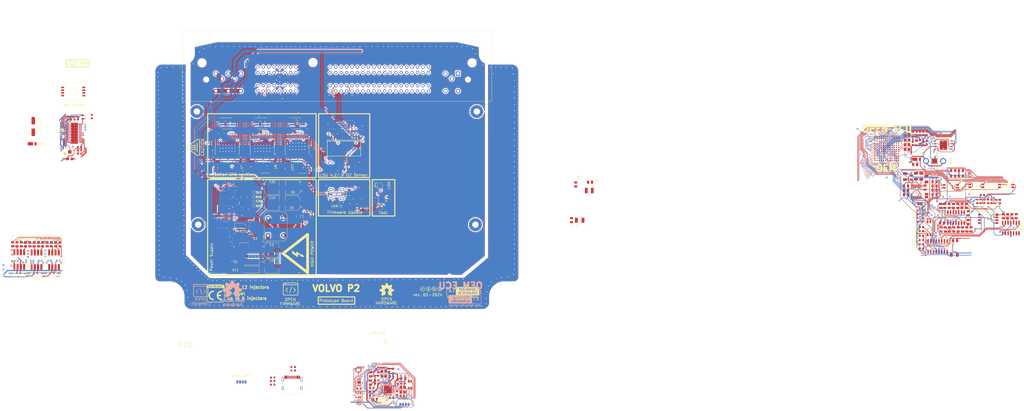
<source format=kicad_pcb>
(kicad_pcb (version 20221018) (generator pcbnew)
  (title_block (title "OPEN ECU") (date "2023-12-11") (rev "02-2024") (company "WWW.AEONLABS.SCIENCE") (comment 1 "https://github.com/aeonSolutions/AeonLabs-AI-Volvo-MKII-Open-Hardware/wiki") (comment 2 "Creative Commons non commercial share alike"))
  (layers (0 "F.Cu" signal) (31 "B.Cu" signal) (34 "B.Paste" user) (35 "F.Paste" user) (36 "B.SilkS" user "B.Silkscreen") (37 "F.SilkS" user "F.Silkscreen") (38 "B.Mask" user) (39 "F.Mask" user) (44 "Edge.Cuts" user))
  (net 0 "")
  (net 1 "INJ2")
  (net 2 "INJ6")
  (net 3 "VMM")
  (net 4 "INJ1")
  (net 5 "INJ5")
  (net 6 "INJ4")
  (net 7 "Net-(D1-K)")
  (net 8 "INJ8")
  (net 9 "INJ3")
  (net 10 "Net-(IC1-IN1+)")
  (net 11 "INJ7")
  (net 12 "Net-(IC1-IN1-)")
  (net 13 "Net-(IC1-IN2-)")
  (net 14 "12V-SW")
  (net 15 "OUTEN_1")
  (net 16 "GND")
  (net 17 "OUTEN_2")
  (net 18 "Net-(IC1-IN2+)")
  (net 19 "IGN2")
  (net 20 "GND-BAT")
  (net 21 "IGN1")
  (net 24 "IGN6")
  (net 25 "IGN5")
  (net 27 "Net-(IC2-INPUT_1)")
  (net 28 "Net-(IC2-INPUT_2)")
  (net 29 "Net-(IC3-INPUT_1)")
  (net 30 "MC33810_1-CS")
  (net 31 "SCLK")
  (net 32 "MOSI")
  (net 33 "MISO")
  (net 34 "Net-(IC3-INPUT_2)")
  (net 35 "Net-(IC4-INPUT_1)")
  (net 36 "Net-(IC4-INPUT_2)")
  (net 37 "Net-(JP2-A)")
  (net 38 "Net-(JP3-B)")
  (net 39 "Net-(U13A-+)")
  (net 40 "Net-(U13C-+)")
  (net 41 "Net-(U13B-+)")
  (net 42 "Net-(U13D-+)")
  (net 43 "Net-(U20A-+)")
  (net 44 "Net-(U20B-+)")
  (net 45 "12V-BAT")
  (net 47 "Net-(MPD1-K)")
  (net 48 "Net-(U2-BST)")
  (net 49 "Net-(U2-COMP)")
  (net 50 "Net-(MPC3-Pad2)")
  (net 51 "Net-(U2-FREQ)")
  (net 52 "Net-(U2-FB)")
  (net 53 "GPIO9_I2C_SCL")
  (net 54 "GPIO8_I2C_SDA")
  (net 55 "12V_PROBE_IN")
  (net 56 "3V3_PROBE_IN")
  (net 57 "MC33810_2-CS")
  (net 58 "IGN4")
  (net 59 "IGN3")
  (net 60 "5V_PROBE_IN")
  (net 61 "IGN8")
  (net 62 "IGN7")
  (net 63 "+3V3")
  (net 64 "VDDA")
  (net 65 "O2_Sensor")
  (net 66 "Net-(C12-Pad1)")
  (net 67 "ADC-Clamp-10")
  (net 68 "ADC-Clamp-4")
  (net 69 "ADC-Clamp-5")
  (net 70 "TPS_Sensor")
  (net 71 "IAT_Sensor")
  (net 72 "CLT_Sensor")
  (net 73 "ADC-Clamp-3")
  (net 74 "ADC-Clamp-1")
  (net 75 "ADC-Clamp-2")
  (net 76 "ADC-Clamp-8")
  (net 77 "ADC-Clamp-9")
  (net 78 "ADC-Clamp-13")
  (net 79 "ADC-Clamp-11")
  (net 80 "MC33814-CS")
  (net 81 "+5V")
  (net 82 "ADC-Clamp-6")
  (net 83 "ADC-Clamp-7")
  (net 84 "ADC-Clamp-12")
  (net 85 "ADC-Clamp-14")
  (net 86 "PROG")
  (net 87 "GNDA")
  (net 88 "RESET")
  (net 89 "MAP-5V")
  (net 90 "BARO-5V")
  (net 91 "IDLE-OUT")
  (net 92 "BOOST-OUT")
  (net 93 "FAN-OUT")
  (net 94 "+12V")
  (net 95 "CRANK-IN+")
  (net 96 "CRANK-IN-")
  (net 97 "CAM-IN+")
  (net 98 "CAM-IN-")
  (net 99 "MCU-D6")
  (net 100 "MCU-D0")
  (net 101 "MCU-D1")
  (net 102 "MCU-A0")
  (net 103 "MCU-A1")
  (net 104 "MCU-A7")
  (net 105 "MCU-A2")
  (net 106 "CAN_H")
  (net 107 "CAN_L")
  (net 108 "unconnected-(U3-NC-Pad1)")
  (net 109 "SPARE1-OUT")
  (net 110 "SPARE2-OUT")
  (net 111 "MAP_External")
  (net 112 "ROUT2")
  (net 113 "STEPPER-A1")
  (net 114 "MCU-D27")
  (net 115 "MCU-D26")
  (net 116 "MCU-D29")
  (net 117 "MCU-D28")
  (net 118 "MCU-D25")
  (net 119 "MCU-D24")
  (net 120 "MCU-D30")
  (net 121 "MCU-D31")
  (net 122 "MCU-D32")
  (net 123 "Net-(U3-IN_A)")
  (net 124 "MCU-D8")
  (net 125 "MCU-D7")
  (net 126 "Net-(U3-IN_B)")
  (net 127 "unconnected-(U3-NC-Pad8)")
  (net 128 "SPARE1_Sensor")
  (net 129 "O2-5V")
  (net 130 "TPS-5V")
  (net 131 "SPARE2_Sensor")
  (net 133 "Net-(U4-IN_A)")
  (net 134 "Net-(U4-IN_B)")
  (net 138 "Net-(C28-Pad2)")
  (net 141 "MCU-A6")
  (net 142 "MCU-A3")
  (net 143 "MCU-A4")
  (net 144 "MCU-A5")
  (net 148 "Net-(U5-GD3)")
  (net 153 "MCU-D5")
  (net 159 "VR1-IN+")
  (net 160 "VR2-IN+")
  (net 161 "MCU-A9")
  (net 162 "MCU-A8")
  (net 163 "SPARE1-Digital")
  (net 164 "SPARE2-Digital")
  (net 165 "Net-(U5-GD2)")
  (net 174 "Net-(U6-GD3)")
  (net 183 "Net-(C30-Pad1)")
  (net 185 "Net-(U6-GD2)")
  (net 191 "Net-(U20C--)")
  (net 194 "Net-(U20D--)")
  (net 195 "Net-(AUR1-SW)")
  (net 196 "Net-(AUR1-FB)")
  (net 197 "MCU_VBAT")
  (net 198 "MCU_BAT_SENSE")
  (net 199 "Net-(D13-K)")
  (net 200 "MCU_UART0_TX")
  (net 201 "MCU_UART0_RX")
  (net 202 "MCU_UART0_CTS")
  (net 203 "MCU_UART_RTS_RST")
  (net 204 "USB_5V0F")
  (net 205 "Net-(J5-CC1)")
  (net 206 "MCU-USB-D+")
  (net 207 "MCU-USB-D-")
  (net 209 "Net-(J5-CC2)")
  (net 211 "Net-(J5-SHIELD-PadS1)")
  (net 248 "MCU-AREF")
  (net 249 "Net-(MCU1A-USB0_DP)")
  (net 250 "Net-(MCU1A-USB0_DM)")
  (net 252 "MCU-VDDA")
  (net 279 "MCU-VREF_OUT")
  (net 281 "Net-(MCU1A-EXTAL32)")
  (net 282 "Net-(MCU1A-XTAL32)")
  (net 285 "Net-(MCU1A-PTA19)")
  (net 286 "Net-(MCU1A-PTA18)")
  (net 288 "FAULT")
  (net 289 "Net-(DRV8-CP1)")
  (net 290 "Net-(DRV8-CP2)")
  (net 291 "Net-(DRV8-VCP)")
  (net 292 "Net-(DRV8-ISENA)")
  (net 293 "Net-(DRV8-ISENB)")
  (net 294 "Net-(DRV8-AVREF)")
  (net 295 "Net-(DRV8-NFAULT)")
  (net 301 "CHIP_EN")
  (net 302 "Net-(U1-XTAL_P)")
  (net 303 "ADC2_CH0")
  (net 304 "Net-(U1-XTAL_N)")
  (net 305 "Net-(U1-VDD3P3)")
  (net 306 "TXD0")
  (net 307 "Net-(U1-U0TXD)")
  (net 308 "ESP_GPIO0_BOOT-DTR")
  (net 309 "LED_R_IO04")
  (net 310 "Net-(LED1-RA)")
  (net 314 "USB_D-")
  (net 315 "USB_D+")
  (net 316 "RXD0")
  (net 401 "ESP32_I2C_SDA")
  (net 402 "ESP32_I2C_SCL")
  (net 403 "XTAL_32K_P")
  (net 404 "CAN_RXD")
  (net 405 "CAN_TXD")
  (net 406 "LED_B_IO05")
  (net 407 "LED_G_IO02")
  (net 408 "Net-(U14-VOUT)")
  (net 424 "Net-(U11-Vout)")
  (net 429 "Net-(U17-IN_A)")
  (net 430 "Net-(U17-IN_B)")
  (net 439 "Net-(U18-GD3)")
  (net 449 "Net-(U18-GD2)")
  (net 453 "OUTEN_3")
  (net 454 "IGN9")
  (net 455 "IGN10")
  (net 456 "INJ11")
  (net 457 "MC33810_3-CS")
  (net 458 "INJ10")
  (net 459 "INJ9")
  (net 460 "INJ12")
  (net 461 "IGN12")
  (net 462 "IGN11")
  (net 463 "LSU_UN")
  (net 464 "Net-(U12-CM)")
  (net 465 "Net-(CJC2-Pad2)")
  (net 466 "Net-(U12-CF)")
  (net 467 "UA")
  (net 468 "UR")
  (net 469 "Net-(CJQ1-G)")
  (net 470 "LSU_HEAT-")
  (net 471 "LSU_IA")
  (net 472 "LSU_IP")
  (net 473 "Net-(U12-OSZ)")
  (net 474 "Net-(U12-RS)")
  (net 475 "LSU_VM")
  (net 476 "Net-(U12-RM)")
  (net 477 "Net-(U12-US)")
  (net 478 "Net-(U12-UP)")
  (net 479 "Net-(U12-RF)")
  (net 480 "DIAHD")
  (net 481 "DIAHG")
  (net 482 "CJ_RST")
  (net 483 "CJ125_CS")
  (net 484 "Net-(U23-V3)")
  (net 485 "Net-(J3-CC1)")
  (net 487 "Net-(J3-CC2)")
  (net 489 "Net-(J3-SHIELD)")
  (net 503 "+3.3V")
  (net 504 "Net-(JP4-Pad2)")
  (net 505 "CAN_STDY")
  (footprint "Package_SO:SOIC-8_3.9x4.9mm_P1.27mm" (layer "F.Cu") (at 76.6354 60.648619)
    (fp_text reference "U4")
    (fp_text value "TC4424A")
  )
  (footprint "Package_SO:SOIC-8_3.9x4.9mm_P1.27mm" (layer "F.Cu") (at 78.174 81.181619)
    (fp_text reference "U8")
    (fp_text value "TC4424A")
  )
  (footprint "Resistor_SMD:R_0805_2012Metric" (layer "F.Cu") (at 58.83 64.64 180)
    (fp_text reference "R5" hide)
    (fp_text value "10k")
  )
  (footprint "Package_SO:SOIC-8_3.9x4.9mm_P1.27mm" (layer "F.Cu") (at 60.4044 60.6496)
    (fp_text reference "U3")
    (fp_text value "TC4424A")
  )
  (footprint "Package_SO:SOIC-8_3.9x4.9mm_P1.27mm" (layer "F.Cu") (at 62.0824 81.155)
    (fp_text reference "U7")
    (fp_text value "TC4424A")
  )
  (footprint "Resistor_SMD:R_0805_2012Metric" (layer "F.Cu") (at 74.9975 64.59 180)
    (fp_text reference "R6" hide)
    (fp_text value "10k")
  )
  (footprint "Capacitor_SMD:C_0805_2012Metric" (layer "F.Cu") (at 392.93775 107.0515 180)
    (fp_text reference "C11" hide)
    (fp_text value "0.1uF")
  )
  (footprint "Capacitor_SMD:C_0603_1608Metric" (layer "F.Cu") (at 383.35775 116.9865 180)
    (fp_text reference "C13")
    (fp_text value "270nF")
  )
  (footprint "Capacitor_SMD:C_0805_2012Metric" (layer "F.Cu") (at 394.43775 110.0515 -90)
    (fp_text reference "C14" hide)
    (fp_text value "0.22uF")
  )
  (footprint "Capacitor_SMD:C_0805_2012Metric" (layer "F.Cu") (at 405.11775 106.62025 -90)
    (fp_text reference "C17" hide)
    (fp_text value "0.1uF")
  )
  (footprint "Capacitor_SMD:C_0603_1608Metric" (layer "F.Cu") (at 412.58375 96.9795 90)
    (fp_text reference "C19")
    (fp_text value "0.1uF")
  )
  (footprint "Capacitor_SMD:C_0805_2012Metric" (layer "F.Cu") (at 404.43775 110.0515 90)
    (fp_text reference "C20" hide)
    (fp_text value "0.22uF")
  )
  (footprint "Capacitor_SMD:C_0603_1608Metric" (layer "F.Cu") (at 411.71375 94.0695)
    (fp_text reference "C22")
    (fp_text value "0.22uF")
  )
  (footprint "Capacitor_SMD:C_0805_2012Metric" (layer "F.Cu") (at 394.25 99.0975 90)
    (fp_text reference "C26" hide)
    (fp_text value "1uF")
  )
  (footprint "Resistor_SMD:R_0603_1608Metric" (layer "F.Cu") (at 414.33375 96.9895 90)
    (fp_text reference "R17")
    (fp_text value "2.49k")
  )
  (footprint "Resistor_SMD:R_0603_1608Metric" (layer "F.Cu") (at 410.82375 96.9595 -90)
    (fp_text reference "R22")
    (fp_text value "470R")
  )
  (footprint "Resistor_SMD:R_0805_2012Metric" (layer "F.Cu") (at 400.25 99.0975 90)
    (fp_text reference "R23" hide)
    (fp_text value "180k")
  )
  (footprint "Resistor_SMD:R_0805_2012Metric" (layer "F.Cu") (at 398.43775 110.0515 -90)
    (fp_text reference "R24" hide)
    (fp_text value "180k")
  )
  (footprint "Resistor_SMD:R_0805_2012Metric" (layer "F.Cu") (at 398.25 99.0975 -90)
    (fp_text reference "R30" hide)
    (fp_text value "348k")
  )
  (footprint "Resistor_SMD:R_0603_1608Metric" (layer "F.Cu") (at 383.89775 105.614 -90)
    (fp_text reference "R48")
    (fp_text value "1k")
  )
  (footprint "Resistor_SMD:R_0805_2012Metric" (layer "F.Cu") (at -39.539 116.987 -90)
    (fp_text reference "R45")
    (fp_text value "100k")
  )
  (footprint "Resistor_SMD:R_0805_2012Metric" (layer "F.Cu") (at -33.539 116.987 90)
    (fp_text reference "R44")
    (fp_text value "100k")
  )
  (footprint "Resistor_SMD:R_0805_2012Metric" (layer "F.Cu") (at -23.539 116.987 -90)
    (fp_text reference "R43")
    (fp_text value "100k")
  )
  (footprint "Resistor_SMD:R_0805_2012Metric" (layer "F.Cu") (at -17.539 116.987 -90)
    (fp_text reference "R42")
    (fp_text value "100k")
  )
  (footprint "Diode_SMD:D_SOD-323" (layer "F.Cu") (at -23.014 130.506)
    (fp_text reference "D17")
    (fp_text value "D")
  )
  (footprint "Diode_SMD:D_SOD-323" (layer "F.Cu") (at -35.004 130.516 180)
    (fp_text reference "D16")
    (fp_text value "D")
  )
  (footprint "Diode_SMD:D_SOD-323" (layer "F.Cu") (at -30.664 130.536)
    (fp_text reference "D15")
    (fp_text value "D")
  )
  (footprint "Diode_SMD:D_SOD-323" (layer "F.Cu") (at -27.054 130.536 180)
    (fp_text reference "D14")
    (fp_text value "D")
  )
  (footprint "Resistor_SMD:R_0805_2012Metric" (layer "F.Cu") (at -31.539 116.987 -90)
    (fp_text reference "R34")
    (fp_text value "100k")
  )
  (footprint "Resistor_SMD:R_0805_2012Metric" (layer "F.Cu") (at -25.539 116.987 90)
    (fp_text reference "R33")
    (fp_text value "100k")
  )
  (footprint "Resistor_SMD:R_0603_1608Metric" (layer "F.Cu") (at 383.35775 114.9865 180)
    (fp_text reference "R19")
    (fp_text value "1k")
  )
  (footprint "Capacitor_SMD:C_0805_2012Metric" (layer "F.Cu") (at 220.52 105.72 90)
    (fp_text reference "C1")
    (fp_text value "0.1uF")
  )
  (footprint "Capacitor_Tantalum_SMD:CP_EIA-3528-21_Kemet-B" (layer "F.Cu") (at 224.3075 105.79)
    (fp_text reference "C4")
    (fp_text value "47uF")
  )
  (footprint "Diode_SMD:D_SOD-323" (layer "F.Cu") (at -38.664 130.516)
    (fp_text reference "D20")
    (fp_text value "D")
  )
  (footprint "Diode_SMD:D_SOD-323" (layer "F.Cu") (at -19.374 130.527 180)
    (fp_text reference "D21")
    (fp_text value "D")
  )
  (footprint "Capacitor_SMD:C_0805_2012Metric" (layer "F.Cu") (at 389.44525 91.8215)
    (fp_text reference "C12" hide)
    (fp_text value "0.1uF")
  )
  (footprint "Capacitor_SMD:C_0805_2012Metric" (layer "F.Cu") (at 389.44525 93.8215)
    (fp_text reference "C15" hide)
    (fp_text value "0.22uF")
  )
  (footprint "Capacitor_SMD:C_0603_1608Metric" (layer "F.Cu") (at 383.33775 108.9315)
    (fp_text reference "C28")
    (fp_text value "0.01uF")
  )
  (footprint "Capacitor_SMD:C_0603_1608Metric" (layer "F.Cu") (at 381.51775 102.1115 -90)
    (fp_text reference "C29")
    (fp_text value "0.1uF")
  )
  (footprint "Resistor_SMD:R_0805_2012Metric" (layer "F.Cu") (at 389.44525 87.8215 180)
    (fp_text reference "R14" hide)
    (fp_text value "470R")
  )
  (footprint "Resistor_SMD:R_0603_1608Metric" (layer "F.Cu") (at 383.35775 118.9865)
    (fp_text reference "R15")
    (fp_text value "2.4k")
  )
  (footprint "Resistor_SMD:R_0603_1608Metric" (layer "F.Cu") (at 409.26375 96.9695 90)
    (fp_text reference "R18")
    (fp_text value "2.49k")
  )
  (footprint "Resistor_SMD:R_0805_2012Metric" (layer "F.Cu") (at 402.43775 110.0515 -90)
    (fp_text reference "R46" hide)
    (fp_text value "180k")
  )
  (footprint "Resistor_SMD:R_0603_1608Metric" (layer "F.Cu") (at 381.51775 105.574 90)
    (fp_text reference "R49")
    (fp_text value "1k")
  )
  (footprint "Package_SO:SOIC-16_3.9x9.9mm_P1.27mm" (layer "F.Cu") (at 390.87275 117.999 -90)
    (fp_text reference "U10" hide)
    (fp_text value "SP720")
  )
  (footprint "Capacitor_SMD:C_0603_1608Metric" (layer "F.Cu") (at 383.35775 112.9815 180)
    (fp_text reference "C23")
    (fp_text value "270nF")
  )
  (footprint "Capacitor_SMD:C_0805_2012Metric" (layer "F.Cu") (at 392.25 99.0975 90)
    (fp_text reference "C25" hide)
    (fp_text value "0.01uF")
  )
  (footprint "Capacitor_SMD:C_0805_2012Metric" (layer "F.Cu") (at 405.17775 102.53025 90)
    (fp_text reference "C27" hide)
    (fp_text value "0.1uF")
  )
  (footprint "Resistor_SMD:R_0805_2012Metric" (layer "F.Cu") (at 389.44525 89.8215 180)
    (fp_text reference "R11" hide)
    (fp_text value "604R")
  )
  (footprint "Resistor_SMD:R_0805_2012Metric" (layer "F.Cu") (at 392.43775 110.0515 -90)
    (fp_text reference "R13" hide)
    (fp_text value "470R")
  )
  (footprint "Resistor_SMD:R_0805_2012Metric" (layer "F.Cu") (at 406.43775 110.0515 90)
    (fp_text reference "R20" hide)
    (fp_text value "470R")
  )
  (footprint "Resistor_SMD:R_0603_1608Metric" (layer "F.Cu") (at 417.76375 97.0495 -90)
    (fp_text reference "R21")
    (fp_text value "470R")
  )
  (footprint "Resistor_SMD:R_0805_2012Metric" (layer "F.Cu") (at 402.25 99.0975 -90)
    (fp_text reference "R25" hide)
    (fp_text value "348k")
  )
  (footprint "Resistor_SMD:R_0805_2012Metric" (layer "F.Cu") (at 396.43775 110.0515 90)
    (fp_text reference "R26" hide)
    (fp_text value "348k")
  )
  (footprint "Resistor_SMD:R_0805_2012Metric" (layer "F.Cu") (at 404.25 99.0975 -90)
    (fp_text reference "R28" hide)
    (fp_text value "0")
  )
  (footprint "Resistor_SMD:R_0805_2012Metric" (layer "F.Cu") (at 400.43775 110.0515 90)
    (fp_text reference "R47" hide)
    (fp_text value "348k")
  )
  (footprint "Resistor_SMD:R_0805_2012Metric" (layer "F.Cu") (at 427.44775 103.8865 90)
    (fp_text reference "R55" hide)
    (fp_text value "180k")
  )
  (footprint "Resistor_SMD:R_0805_2012Metric" (layer "F.Cu") (at 425.44775 103.8865 -90)
    (fp_text reference "R56" hide)
    (fp_text value "348k")
  )
  (footprint "Resistor_SMD:R_0805_2012Metric" (layer "F.Cu") (at 423.44775 103.8865 90)
    (fp_text reference "R57" hide)
    (fp_text value "180k")
  )
  (footprint "Resistor_SMD:R_0805_2012Metric" (layer "F.Cu") (at 421.44775 103.8865 -90)
    (fp_text reference "R58" hide)
    (fp_text value "348k")
  )
  (footprint "Package_SO:SOIC-14_3.9x8.7mm_P1.27mm" (layer "F.Cu") (at 399.43775 104.5515 -90)
    (fp_text reference "U13")
    (fp_text value "LMV324LIDT")
  )
  (footprint "Package_SO:SOIC-14_3.9x8.7mm_P1.27mm" (layer "F.Cu") (at 424.94775 109.3865 -90)
    (fp_text reference "U20")
    (fp_text value "LMV324LIDT")
  )
  (footprint "Capacitor_SMD:C_0603_1608Metric" (layer "F.Cu") (at 383.31775 110.8815 180)
    (fp_text reference "C30")
    (fp_text value "4700pF")
  )
  (footprint "Package_TO_SOT_SMD:SOT-363_SC-70-6" (layer "F.Cu") (at 384.23775 101.9015 -90)
    (fp_text reference "Q2" hide)
    (fp_text value "Q_DUAL_NMOS_S1G1D2S2G2D1")
  )
  (footprint "Capacitor_SMD:C_0805_2012Metric" (layer "F.Cu") (at 399.01775 115.2315)
    (fp_text reference "C33" hide)
    (fp_text value "0.1uF")
  )
  (footprint "Resistor_SMD:R_0805_2012Metric" (layer "F.Cu") (at 396.25 99.0975 90)
    (fp_text reference "R29" hide)
    (fp_text value "180k")
  )
  (footprint "Capacitor_SMD:C_1206_3216Metric" (layer "F.Cu") (at 398.67775 121.9015 180)
    (fp_text reference "C24" hide)
    (fp_text value "100uF")
  )
  (footprint "Capacitor_SMD:C_0603_1608Metric" (layer "F.Cu") (at 415.94375 96.9995 90)
    (fp_text reference "C18")
    (fp_text value "0.1uF")
  )
  (footprint "Capacitor_SMD:C_0805_2012Metric" (layer "F.Cu") (at 222.46 89.11 90)
    (fp_text reference "C8")
    (fp_text value "0.1uF")
  )
  (footprint "Resistor_SMD:R_0603_1608Metric" (layer "F.Cu") (at 389.38525 85.9615)
    (fp_text reference "R12")
    (fp_text value "3.88k")
  )
  (footprint "Resistor_SMD:R_0805_2012Metric" (layer "F.Cu") (at 229.13 88.05 180)
    (fp_text reference "R35")
    (fp_text value "10k")
  )
  (footprint "Capacitor_SMD:C_0603_1608Metric" (layer "F.Cu") (at 419.88375 97.0695 -90)
    (fp_text reference "C21")
    (fp_text value "0.22uF")
  )
  (footprint "Capacitor_SMD:C_0805_2012Metric" (layer "F.Cu") (at 378.62775 85.8815 -90)
    (fp_text reference "C34" hide)
    (fp_text value "1nF")
  )
  (footprint "Capacitor_SMD:C_0805_2012Metric" (layer "F.Cu") (at 385.01775 90.5615 90)
    (fp_text reference "C36" hide)
    (fp_text value "1nF")
  )
  (footprint "Capacitor_SMD:C_0805_2012Metric" (layer "F.Cu") (at 376.18775 91.9515 180)
    (fp_text reference "C37" hide)
    (fp_text value "0.1uF")
  )
  (footprint "Capacitor_SMD:C_0805_2012Metric" (layer "F.Cu") (at 376.16775 89.8115 180)
    (fp_text reference "C38" hide)
    (fp_text value "1uF")
  )
  (footprint "Capacitor_SMD:C_0805_2012Metric" (layer "F.Cu") (at 376.18775 93.9015 180)
    (fp_text reference "C35" hide)
    (fp_text value "0.01uF")
  )
  (footprint "Package_SO:QSOP-16_3.9x4.9mm_P0.635mm" (layer "F.Cu") (at 380.90675 92.5675 90)
    (fp_text reference "IC1")
    (fp_text value "MAX9926UAEE_V+")
  )
  (footprint "Capacitor_SMD:C_0805_2012Metric" (layer "F.Cu") (at 401.68125 82.6215)
    (fp_text reference "C39" hide)
    (fp_text value "0.01uF")
  )
  (footprint "Capacitor_SMD:C_0805_2012Metric" (layer "F.Cu") (at 401.68125 85.1615)
    (fp_text reference "C40" hide)
    (fp_text value "0.01uF")
  )
  (footprint "Resistor_SMD:R_0805_2012Metric" (layer "F.Cu") (at 398.12525 82.6215 180)
    (fp_text reference "R60" hide)
    (fp_text value "1k")
  )
  (footprint "Resistor_SMD:R_0805_2012Metric" (layer "F.Cu") (at 398.12525 85.1615 180)
    (fp_text reference "R61" hide)
    (fp_text value "1k")
  )
  (footprint "Package_TO_SOT_SMD:SOT-363_SC-70-6" (layer "F.Cu") (at 405.78775 84.7015 -90)
    (fp_text reference "Q3" hide)
    (fp_text value "Q_DUAL_NMOS_S1G1D2S2G2D1")
  )
  (footprint "Resistor_SMD:R_0805_2012Metric" (layer "F.Cu") (at -27.539 116.987 90)
    (fp_text reference "R31")
    (fp_text value "1k")
  )
  (footprint "Resistor_SMD:R_0805_2012Metric" (layer "F.Cu") (at -29.539 116.987 90)
    (fp_text reference "R32")
    (fp_text value "1k")
  )
  (footprint "Resistor_SMD:R_0805_2012Metric" (layer "F.Cu") (at -19.539 116.987 90)
    (fp_text reference "R38")
    (fp_text value "1k")
  )
  (footprint "Resistor_SMD:R_0805_2012Metric" (layer "F.Cu") (at -21.539 116.987 90)
    (fp_text reference "R39")
    (fp_text value "1k")
  )
  (footprint "Resistor_SMD:R_0805_2012Metric" (layer "F.Cu") (at -35.539 116.987 90)
    (fp_text reference "R40")
    (fp_text value "1k")
  )
  (footprint "Resistor_SMD:R_0805_2012Metric" (layer "F.Cu") (at -37.539 116.987 90)
    (fp_text reference "R41")
    (fp_text value "1k")
  )
  (footprint "Capacitor_SMD:C_0805_2012Metric" (layer "F.Cu") (at 55.9525 80.53)
    (fp_text reference "C10" hide)
    (fp_text value "1uF")
  )
  (footprint "Capacitor_SMD:C_0805_2012Metric" (layer "F.Cu") (at 55.9625 82.62)
    (fp_text reference "C16" hide)
    (fp_text value "0.1uF")
  )
  (footprint "Resistor_SMD:R_1206_3216Metric" (layer "F.Cu") (at 375.66775 85.4315 -90)
    (fp_text reference "R27" hide)
    (fp_text value "10k")
  )
  (footprint "Resistor_SMD:R_1206_3216Metric" (layer "F.Cu") (at 380.81875 85.2915 -90)
    (fp_text reference "R36" hide)
    (fp_text value "10k")
  )
  (footprint "Resistor_SMD:R_1206_3216Metric" (layer "F.Cu") (at 383.23775 85.2815 -90)
    (fp_text reference "R37" hide)
    (fp_text value "10k")
  )
  (footprint "Resistor_SMD:R_1206_3216Metric" (layer "F.Cu") (at 385.67875 86.5215 -90)
    (fp_text reference "R59" hide)
    (fp_text value "10k")
  )
  (footprint "Jumper:SolderJumper-2_P1.3mm_Open_Pad1.0x1.5mm" (layer "F.Cu") (at 382.63775 98.0915 180)
    (fp_text reference "JP2")
    (fp_text value "Jumper_2_Open")
  )
  (footprint "Jumper:SolderJumper-2_P1.3mm_Open_Pad1.0x1.5mm" (layer "F.Cu") (at 385.71775 94.2715 90)
    (fp_text reference "JP3")
    (fp_text value "Jumper_2_Open")
  )
  (footprint "IC_Automotive:Diodes_SM8" (layer "F.Cu") (at -19.971 123.351 -90)
    (fp_text reference "IC3")
    (fp_text value "ZXMS6006DT8")
  )
  (footprint "IC_Automotive:Diodes_SM8" (layer "F.Cu") (at -28.099 123.351 -90)
    (fp_text reference "IC2")
    (fp_text value "ZXMS6006DT8")
  )
  (footprint "IC_Automotive:Diodes_SM8" (layer "F.Cu") (at -36.1 123.224 -90)
    (fp_text reference "IC4")
    (fp_text value "ZXMS6006DT8")
  )
  (footprint "Diode_SMD:D_PowerDI-123" (layer "F.Cu") (at 381.07775 77.3415)
    (fp_text reference "D13")
    (fp_text value "D_Schottky")
  )
  (footprint "Capacitor_SMD:C_0603_1608Metric" (layer "F.Cu") (at 117.92 90.3)
    (fp_text reference "CHC2" hide)
    (fp_text value "1uF")
  )
  (footprint "Capacitor_SMD:C_0603_1608Metric" (layer "F.Cu") (at 385.82775 65.3365 90)
    (fp_text reference "MKC4" hide)
    (fp_text value "100nF")
  )
  (footprint "Capacitor_SMD:C_0603_1608Metric" (layer "F.Cu") (at 385.87775 69.6515 90)
    (fp_text reference "MKC7" hide)
    (fp_text value "100nF")
  )
  (footprint "Capacitor_SMD:CP_Elec_6.3x7.7" (layer "F.Cu") (at 81.17 97.75)
    (fp_text reference "C42")
    (fp_text value "100pF")
  )
  (footprint "Resistor_SMD:R_0805_2012Metric_Pad1.20x1.40mm_HandSolder" (layer "F.Cu") (at 63.48 100.55 180)
    (fp_text reference "AUR_R1" hide)
    (fp_text value "24k")
  )
  (footprint "Capacitor_SMD:C_0603_1608Metric" (layer "F.Cu") (at 117.18 92.585 -90)
    (fp_text reference "CHC3" hide)
    (fp_text value "1uF")
  )
  (footprint "Capacitor_SMD:CP_Elec_6.3x7.7" (layer "F.Cu") (at 80.9 119.81)
    (fp_text reference "C3")
    (fp_text value "10uF")
  )
  (footprint "Capacitor_SMD:C_0603_1608Metric" (layer "F.Cu") (at 129.845 181.935 180)
    (fp_text reference "EC14" hide)
    (fp_text value "100nF")
  )
  (footprint "AeonLabs_Sensors:INA219AIDCNR SOT65P280X145-8N" (layer "F.Cu") (at 60.965 104.185)
    (fp_text reference "INA4" hide)
    (fp_text value "INA219AIDCNR")
  )
  (footprint "Symbol:Symbol_Highvoltage_Type2_Front_Silk_Small" (layer "F.Cu") (at 93.895 121.28 90)
    (fp_text reference "REF**" hide)
    (fp_text value "Symbol_Highvoltage_Type2_Front_Silk_Small" hide)
  )
  (footprint "Resistor_SMD:R_0603_1608Metric" (layer "F.Cu") (at 81.445 179.08 180)
    (fp_text reference "USB_PLYG_R1" hide)
    (fp_text value "150K")
  )
  (footprint "Resistor_SMD:R_0603_1608Metric" (layer "F.Cu") (at 119.16 64.34)
    (fp_text reference "CJR1" hide)
    (fp_text value "61R9")
  )
  (footprint "Resistor_SMD:R_0603_1608Metric" (layer "F.Cu") (at 108.13 89.55 180)
    (fp_text reference "USB_PLUG_R3" hide)
    (fp_text value "5k1")
  )
  (footprint "Resistor_SMD:R_0603_1608Metric" (layer "F.Cu") (at 112.33 97.56)
    (fp_text reference "USB_PLUG_R4" hide)
    (fp_text value "5k1")
  )
  (footprint "Capacitor_SMD:C_0603_1608Metric" (layer "F.Cu") (at 63.26 88.43 180)
    (fp_text reference "INA1_C4" hide)
    (fp_text value "100nF")
  )
  (footprint "Package_TO_SOT_SMD:SOT-23" (layer "F.Cu") (at 113.3425 61.535)
    (fp_text reference "CJQ1" hide)
    (fp_text value "AO3400A")
  )
  (footprint "AeonLabs_Automotive:mc33810 SOIC32-P0.65-33N" (layer "F.Cu") (at 92.7968 71.443999 -90)
    (fp_text reference "U18" hide)
    (fp_text value "MC33810" hide)
  )
  (footprint "Resistor_SMD:R_1206_3216Metric" (layer "F.Cu") (at 56.47 105.2375 90)
    (fp_text reference "ER5" hide)
    (fp_text value "1R")
  )
  (footprint "AeonLabs_Connectors:121 pin ECU connector header" (layer "F.Cu") (at 111.42 32.44 180)
    (fp_text reference "U15" hide)
    (fp_text value "~")
  )
  (footprint "Inductor_SMD:L_1210_3225Metric" (layer "F.Cu") (at 60.06 108.22 180)
    (fp_text reference "MPL1" hide)
    (fp_text value "10uF")
  )
  (footprint "Inductor_SMD:L_0805_2012Metric" (layer "F.Cu") (at 137.425 175.995 -90)
    (fp_text reference "L1" hide)
    (fp_text value "2nH")
  )
  (footprint "Resistor_SMD:R_0603_1608Metric" (layer "F.Cu") (at -8.455 73.21)
    (fp_text reference "DRVR2" hide)
    (fp_text value "10K")
  )
  (footprint "Resistor_SMD:R_0603_1608Metric" (layer "F.Cu") (at 61.165 111.34 180)
    (fp_text reference "MPR1" hide)
    (fp_text value "24.9K")
  )
  (footprint "Resistor_SMD:R_0603_1608Metric" (layer "F.Cu") (at 62.665 117.03 180)
    (fp_text reference "MPR6" hide)
    (fp_text value "124K")
  )
  (footprint "Package_SO:SOIC-8_3.9x4.9mm_P1.27mm" (layer "F.Cu") (at 92.705 60.635)
    (fp_text reference "U17")
    (fp_text value "TC4424A")
  )
  (footprint "Crystal:Crystal_SMD_3225-4Pin_3.2x2.5mm" (layer "F.Cu") (at 133.165 177.253 90)
    (fp_text reference "ECY1" hide)
    (fp_text value "32.768Mhz")
  )
  (footprint "Capacitor_SMD:C_0603_1608Metric" (layer "F.Cu") (at 141.75 187.645 180)
    (fp_text reference "EC5" hide)
    (fp_text value "22pF")
  )
  (footprint "Capacitor_SMD:C_0603_1608Metric" (layer "F.Cu") (at 384.28775 70.0365 90)
    (fp_text reference "MKC5" hide)
    (fp_text value "100nF")
  )
  (footprint "Capacitor_SMD:C_0603_1608Metric" (layer "F.Cu") (at 117.17 96.205 -90)
    (fp_text reference "CHC1" hide)
    (fp_text value "1uF")
  )
  (footprint "Resistor_SMD:R_1206_3216Metric" (layer "F.Cu") (at 93.43 103.99 90)
    (fp_text reference "ER4" hide)
    (fp_text value "1R")
  )
  (footprint "Resistor_SMD:R_0603_1608Metric" (layer "F.Cu") (at 119.76 79.885)
    (fp_text reference "CJR8" hide)
    (fp_text value "100K")
  )
  (footprint "Capacitor_SMD:CP_Elec_6.3x7.7" (layer "F.Cu") (at 80.93 127.07)
    (fp_text reference "C2")
    (fp_text value "100pF")
  )
  (footprint "AeonLabs Logosy:CE Ready Small Logo" (layer "F.Cu") (at 54.93 139.87)
    (fp_text reference "G***" hide)
    (fp_text value "LOGO" hide)
  )
  (footprint "Capacitor_SMD:C_0603_1608Metric" (layer "F.Cu") (at -8.455 71.66 180)
    (fp_text reference "DRVC3" hide)
    (fp_text value "0.47uF")
  )
  (footprint "Resistor_SMD:R_0603_1608Metric" (layer "F.Cu") (at 81.45 180.66 180)
    (fp_text reference "USB_PLUG_R1" hide)
    (fp_text value "5k1")
  )
  (footprint "AeonLabs_Sensors:LSM6DS3 Motion Sensor PQFN50P300X250X86-14N" (layer "F.Cu") (at 121.356 175.593 180)
    (fp_text reference "IMU2" hide)
    (fp_text value "LSM6DS3")
  )
  (footprint "AeonLabs_Connectors:Dip Switch 2 toggle" (layer "F.Cu") (at 386.87275 109.4965 180)
    (fp_text reference "SW4")
    (fp_text value "219-2MSTR")
  )
  (footprint "Jumper:SolderJumper-2_P1.3mm_Open_Pad1.0x1.5mm" (layer "F.Cu") (at 131.35 89.59 90)
    (fp_text reference "JP4")
    (fp_text value "Jumper_NO_Small")
  )
  (footprint "Capacitor_SMD:C_0603_1608Metric" (layer "F.Cu") (at 384.23775 65.3365 90)
    (fp_text reference "MKC3" hide)
    (fp_text value "10nF")
  )
  (footprint "AeonLabs_IC:ATSHA204A-MAHDA-T UDFN-8" (layer "F.Cu") (at 121.671 181.263 90)
    (fp_text reference "U16" hide)
    (fp_text value "ATSHA204A-MAHDA-T")
  )
  (footprint "Inductor_SMD:L_1210_3225Metric" (layer "F.Cu") (at 68 95.03 -90)
    (fp_text reference "AUR_l1" hide)
    (fp_text value "3.3uF")
  )
  (footprint "Capacitor_SMD:C_0603_1608Metric" (layer "F.Cu") (at 112.395 79.875)
    (fp_text reference "CJC4" hide)
    (fp_text value "100nF")
  )
  (footprint "Resistor_SMD:R_0603_1608Metric" (layer "F.Cu") (at 136.761 188.523)
    (fp_text reference "LR1" hide)
    (fp_text value "330R")
  )
  (footprint "AeonLabs_Power:Common Mode Inductor SQ1010 8x5mm" (layer "F.Cu") (at 81.98 109.09 90)
    (fp_text reference "HLL1" hide)
    (fp_text value "SQ1010_8x5mm" hide)
  )
  (footprint "AeonLabs_Connectors:Dip Switch 2 toggle" (layer "F.Cu") (at 422.74775 89.7915 -90)
    (fp_text reference "SW3")
    (fp_text value "219-2MSTR")
  )
  (footprint "Resistor_SMD:R_0603_1608Metric" (layer "F.Cu") (at 127.55 185.585 180)
    (fp_text reference "ER1" hide)
    (fp_text value "10k")
  )
  (footprint "Capacitor_SMD:C_0603_1608Metric" (layer "F.Cu") (at 136.82 178.665 180)
    (fp_text reference "EC8" hide)
    (fp_text value "100nF")
  )
  (footprint "Resistor_SMD:R_0603_1608Metric" (layer "F.Cu") (at 139.375 186.325 90)
    (fp_text reference "ER2" hide)
    (fp_text value "499R")
  )
  (footprint "Resistor_SMD:R_0603_1608Metric" (layer "F.Cu") (at 116.73 63.58 -90)
    (fp_text reference "CJR2" hide)
    (fp_text value "10K")
  )
  (footprint "Resistor_SMD:R_0603_1608Metric" (layer "F.Cu") (at 382.67775 69.3365 90)
    (fp_text reference "MKR1" hide)
    (fp_text value "470R")
  )
  (footprint "Resistor_SMD:R_0603_1608Metric" (layer "F.Cu") (at 119.15 61.785 180)
    (fp_text reference "CJR7" hide)
    (fp_text value "470K")
  )
  (footprint "Capacitor_SMD:C_0805_2012Metric" (layer "F.Cu") (at 70.6 109.62)
    (fp_text reference "MPC2" hide)
    (fp_text value "100Nf")
  )
  (footprint "AeonLabs_Connectors:SOIC_clipProgSmall" (layer "F.Cu") (at 66.91 181.855)
    (fp_text reference "UART_CON2")
    (fp_text value "UART_CONN")
  )
  (footprint "Diode_SMD:D_1206_3216Metric" (layer "F.Cu") (at 66.03 108.28)
    (fp_text reference "MPD1" hide)
    (fp_text value "SS12")
  )
  (footprint "AeonLabs:aeon creative commons logos" (layer "F.Cu") (at 155.1798 137.768532)
    (fp_text reference "G***" hide)
    (fp_text value "LOGO" hide)
  )
  (footprint "Crystal:Crystal_SMD_3225-4Pin_3.2x2.5mm" (layer "F.Cu") (at 141.955 184.725 90)
    (fp_text reference "ECY2" hide)
    (fp_text value "40Mhz")
  )
  (footprint "Capacitor_SMD:C_0805_2012Metric" (layer "F.Cu") (at 135.71 95.99 -90)
    (fp_text reference "C8" hide)
    (fp_text value "0.1uF")
  )
  (footprint "Diode_SMD:D_PowerDI-123" (layer "F.Cu") (at -30.42 70.15)
    (fp_text reference "D38")
    (fp_text value "D_Schottky")
  )
  (footprint "TestPoint:TestPoint_Pad_D1.0mm" (layer "F.Cu") (at 72.79 94.85)
    (fp_text reference "TP3" hide)
    (fp_text value "VIN")
  )
  (footprint "AeonLabs Logos:open_firmware" (layer "F.Cu") (at 89.651828 138.766806)
    (fp_text reference "G***" hide)
    (fp_text value "LOGO" hide)
  )
  (footprint "AeonLabs_Automotive:CJ125 Wideband sensor" (layer "F.Cu") (at 114.62 72.165 180)
    (fp_text reference "U12")
    (fp_text value "CJ125")
  )
  (footprint "TestPoint:TestPoint_Pad_D1.0mm" (layer "F.Cu") (at 72.79 92.76)
    (fp_text reference "TP1" hide)
    (fp_text value "VOut")
  )
  (footprint "Capacitor_SMD:C_0603_1608Metric" (layer "F.Cu") (at 62.8 114.41 180)
    (fp_text reference "MPC3" hide)
    (fp_text value "220PF")
  )
  (footprint "Diode_SMD:D_SMA_Handsoldering" (layer "F.Cu") (at 70.7075 125 180)
    (fp_text reference "D1")
    (fp_text value "SS36")
  )
  (footprint "TestPoint:TestPoint_Pad_D1.0mm" (layer "F.Cu") (at 72.79 96.94)
    (fp_text reference "TP4" hide)
    (fp_text value "12V")
  )
  (footprint "AeonLabs_IC:ESP32 C3 QFN32_5X5MM" (layer "F.Cu") (at 135.055 184.595 -90)
    (fp_text reference "U1" hide)
    (fp_text value "ESP32C3")
  )
  (footprint "Capacitor_SMD:C_0603_1608Metric" (layer "F.Cu") (at 112.4 81.465)
    (fp_text reference "CJC3" hide)
    (fp_text value "100nF")
  )
  (footprint "Capacitor_SMD:C_0603_1608Metric" (layer "F.Cu") (at 107.22 63.19 -90)
    (fp_text reference "CJC8" hide)
    (fp_text value "33nF")
  )
  (footprint "Resistor_SMD:R_0603_1608Metric" (layer "F.Cu") (at 70.135 117.53 180)
    (fp_text reference "MPR3" hide)
    (fp_text value "200K")
  )
  (footprint "Capacitor_SMD:C_0805_2012Metric" (layer "F.Cu") (at 127.035 177.555 -90)
    (fp_text reference "EC6" hide)
    (fp_text value "10uF")
  )
  (footprint "Capacitor_SMD:C_0603_1608Metric" (layer "F.Cu") (at 129.86 180.395 180)
    (fp_text reference "EC4" hide)
    (fp_text value "22pF")
  )
  (footprint "AeonLabs_Connectors:Dip Switch 2 toggle" (layer "F.Cu") (at 397.04775 89.9515 90)
    (fp_text reference "SW1")
    (fp_text value "219-2MSTR")
  )
  (footprint "Resistor_SMD:R_0603_1608Metric" (layer "F.Cu") (at 60.4 113.665 -90)
    (fp_text reference "MPR4" hide)
    (fp_text value "68.1K")
  )
  (footprint "Capacitor_SMD:C_0603_1608Metric" (layer "F.Cu") (at 119.77 81.475 180)
    (fp_text reference "CJC6" hide)
    (fp_text value "100nF")
  )
  (footprint "Capacitor_SMD:C_0603_1608Metric" (layer "F.Cu") (at 121.61 63.61 -90)
    (fp_text reference "CJC1" hide)
    (fp_text value "2.2nF")
  )
  (footprint "Resistor_SMD:R_0603_1608Metric" (layer "F.Cu") (at 81.44 182.37 180)
    (fp_text reference "USB_PLUG_R2" hide)
    (fp_text value "5k1")
  )
  (footprint "AeonLabs_Sensors:INA219AIDCNR SOT65P280X145-8N" (layer "F.Cu") (at 97.2 104.11 -90)
    (fp_text reference "INA1" hide)
    (fp_text value "INA219AIDCNR")
  )
  (footprint "Capacitor_SMD:CP_Elec_6.3x7.7" (layer "F.Cu") (at 90.83 90.43 180)
    (fp_text reference "C6")
    (fp_text value "10uF")
  )
  (footprint "AeonLabs_IC:CH9102F" (layer "F.Cu") (at 120.91 93.77 -90)
    (fp_text reference "U23" hide)
    (fp_text value "~")
  )
  (footprint "Inductor_SMD:L_1210_3225Metric" (layer "F.Cu") (at 228.78 91.91)
    (fp_text reference "HLL2")
    (fp_text value "6.8uH")
  )
  (footprint "Resistor_SMD:R_0603_1608Metric" (layer "F.Cu") (at 105.075 72.325 -90)
    (fp_text reference "CJR3" hide)
    (fp_text value "300R")
  )
  (footprint "Capacitor_SMD:C_0603_1608Metric" (layer "F.Cu") (at -13.24 58.82)
    (fp_text reference "DRVC1" hide)
    (fp_text value "10nF")
  )
  (footprint "Capacitor_SMD:C_0603_1608Metric" (layer "F.Cu") (at 379.27775 70.0015 90)
    (fp_text reference "MKC6" hide)
    (fp_text value "2.2uF")
  )
  (footprint "Fuse:Fuse_1206_3216Metric_Pad1.42x1.75mm_HandSolder" (layer "F.Cu") (at 120.6 99.05 180)
    (fp_text reference "PWR_FUSE1" hide)
    (fp_text value "Polyfuse")
  )
  (footprint "Capacitor_SMD:C_0603_1608Metric" (layer "F.Cu") (at 99.83 104.74 90)
    (fp_text reference "INA1_C1" hide)
    (fp_text value "100nF")
  )
  (footprint "Resistor_SMD:R_0603_1608Metric" (layer "F.Cu") (at 113.77 64.33)
    (fp_text reference "CJR9" hide)
    (fp_text value "6K8")
  )
  (footprint "Capacitor_SMD:C_0805_2012Metric_Pad1.18x1.45mm_HandSolder" (layer "F.Cu") (at 59.28 99.34 -90)
    (fp_text reference "AUR_C2" hide)
    (fp_text value "4.7uF")
  )
  (footprint "Capacitor_SMD:C_0603_1608Metric" (layer "F.Cu") (at 123.22 63.61 -90)
    (fp_text reference "CJC5" hide)
    (fp_text value "100nF")
  )
  (footprint "Capacitor_SMD:CP_Elec_6.3x7.7" (layer "F.Cu") (at -29.96 62.1 -90)
    (fp_text reference "C41")
    (fp_text value "100uF")
  )
  (footprint "AeonLabs_Sensors:INA219AIDCNR SOT65P280X145-8N" (layer "F.Cu") (at 58.585 90.605 180)
    (fp_text reference "INA5" hide)
    (fp_text value "INA219AIDCNR")
  )
  (footprint "Capacitor_SMD:CP_Elec_6.3x7.7" (layer "F.Cu") (at 81.15 90.47)
    (fp_text reference "C32")
    (fp_text value "4.7uF")
  )
  (footprint "Resistor_SMD:R_0603_1608Metric" (layer "F.Cu") (at 65.975 117.37)
    (fp_text reference "MPR5" hide)
    (fp_text value "40.2K")
  )
  (footprint "Crystal:Crystal_SMD_3225-4Pin_3.2x2.5mm" (layer "F.Cu") (at 376.68775 67.3115 90)
    (fp_text reference "MKCY1" hide)
    (fp_text value "16mHz")
  )
  (footprint "Resistor_SMD:R_0603_1608Metric" (layer "F.Cu") (at 109.2 97.55)
    (fp_text reference "USB_PLYG_R2" hide)
    (fp_text value "150K")
  )
  (footprint "AeonLabs_Sensors:NXP MAP Sensor" (layer "F.Cu") (at -11.37 45.81)
    (fp_text reference "U14" hide)
    (fp_text value "MPXH6400A")
  )
  (footprint "Capacitor_SMD:C_0805_2012Metric" (layer "F.Cu") (at 56.58 109.43 -90)
    (fp_text reference "MPC4" hide)
    (fp_text value "22UF")
  )
  (footprint "Capacitor_SMD:C_0603_1608Metric" (layer "F.Cu") (at 130.505 177.405 -90)
    (fp_text reference "EC2" hide)
    (fp_text value "22pF")
  )
  (footprint "Capacitor_SMD:C_0805_2012Metric" (layer "F.Cu") (at 127.005 181.425 -90)
    (fp_text reference "EC7" hide)
    (fp_text value "10uF")
  )
  (footprint "Resistor_SMD:R_0603_1608Metric" (layer "F.Cu") (at 115.57 81.895 180)
    (fp_text reference "CJR6" hide)
    (fp_text value "100K")
  )
  (footprint "Resistor_SMD:R_1206_3216Metric" (layer "F.Cu") (at 64.05 90.94)
    (fp_text reference "ER6" hide)
    (fp_text value "1R")
  )
  (footprint "AeonLabs_Power:LED_1206_3210_RGB_Metric" (layer "F.Cu") (at 145.427496 182.643 90)
    (fp_text reference "LED1" hide)
    (fp_text value "LED_GBRC")
  )
  (footprint "Capacitor_SMD:C_0805_2012Metric" (layer "F.Cu") (at 132.3 100)
    (fp_text reference "C7" hide)
    (fp_text value "0.1uF")
  )
  (footprint "Package_SO:SOIC-8_3.9x4.9mm_P1.27mm" (layer "F.Cu") (at 95.215 81.323999)
    (fp_text reference "U22")
    (fp_text value "TC4424A")
  )
  (footprint "Crystal:Crystal_SMD_3225-4Pin_3.2x2.5mm" (layer "F.Cu") (at 376.65775 71.6515 90)
    (fp_text reference "MKCY2" hide)
    (fp_text value "32.768MHz")
  )
  (footprint "AeonLabs_Power:pcb battery 3 pin" (layer "F.Cu") (at 385.47775 78.1915)
    (fp_text reference "BT1")
    (fp_text value "Battery_Cell" hide)
  )
  (footprint "Capacitor_SMD:C_0805_2012Metric" (layer "F.Cu") (at 142.245 179.465 180)
    (fp_text reference "EC16" hide)
    (fp_text value "1uF")
  )
  (footprint "Inductor_SMD:L_0805_2012Metric" (layer "F.Cu") (at 379.37775 65.614 90)
    (fp_text reference "MKL1" hide)
    (fp_text value "FER 600")
  )
  (footprint "Resistor_SMD:R_0603_1608Metric" (layer "F.Cu") (at -6.92 57.71 90)
    (fp_text reference "DRVR3" hide)
    (fp_text value "0.10R")
  )
  (footprint "AeonLabs_Automotive:OEM_ECU_housing" (layer "F.Cu") (at 109.81 81.28)
    (fp_text reference "G***" hide)
    (fp_text value "LOGO" hide)
    (fp_line (start -82.974335 50.940957) (end -82.94582 -45.01934) (stroke (width 0.05)) (layer "Edge.Cuts"))
    (fp_line (start -80.974335 52.941551) (end -76.384929 52.941551) (stroke (width 0.05)) (layer "Edge.Cuts"))
    (fp_line (start -79.94582 -48.018449) (end -69.554929 -48.018449) (stroke (width 0.05)) (layer "Edge.Cuts"))
    (fp_line (start -69.384929 62.821551) (end -69.384929 59.941551) (stroke (width 0.05)) (layer "Edge.Cuts"))
    (fp_line (start -64.554929 -56.198449) (end -64.554929 -53.018449) (stroke (width 0.05)) (layer "Edge.Cuts"))
    (fp_line (start -54.264929 -58.438449) (end -64.554929 -56.198449) (stroke (width 0.05)) (layer "Edge.Cuts"))
    (fp_line (start 57.255071 -58.438449) (end -54.264929 -58.438449) (stroke (width 0.05)) (layer "Edge.Cuts"))
    (fp_line (start 57.255071 -58.438449) (end 67.545071 -56.198449) (stroke (width 0.05)) (layer "Edge.Cuts"))
    (fp_line (start 67.545071 -56.198449) (end 67.545071 -53.018449) (stroke (width 0.05)) (layer "Edge.Cuts"))
    (fp_line (start 69.375071 65.821551) (end -66.384929 65.821551) (stroke (width 0.05)) (layer "Edge.Cuts"))
    (fp_line (start 72.375071 62.821551) (end 72.375071 59.941551) (stroke (width 0.05)) (layer "Edge.Cuts"))
    (fp_line (start 82.935962 -48.018449) (end 72.545071 -48.018449) (stroke (width 0.05)) (layer "Edge.Cuts"))
    (fp_line (start 83.964477 52.941551) (end 79.375071 52.941551) (stroke (width 0.05)) (layer "Edge.Cuts"))
    (fp_line (start 85.964477 50.940957) (end 85.935962 -45.01934) (stroke (width 0.05)) (layer "Edge.Cuts"))
    (fp_arc (start -82.94582 -45.01934) (mid -82.066825 -47.140081) (end -79.94582 -48.018449) (stroke (width 0.05)) (layer "Edge.Cuts"))
    (fp_arc (start -80.974335 52.941551) (mid -82.388755 52.355552) (end -82.974335 50.940957) (stroke (width 0.05)) (layer "Edge.Cuts"))
    (fp_arc (start -76.384929 52.941551) (mid -71.435182 54.991804) (end -69.384929 59.941551) (stroke (width 0.05)) (layer "Edge.Cuts"))
    (fp_arc (start -66.384929 65.821551) (mid -68.506249 64.942871) (end -69.384929 62.821551) (stroke (width 0.05)) (layer "Edge.Cuts"))
    (fp_arc (start -64.554929 -53.018449) (mid -66.019395 -49.482915) (end -69.554929 -48.018449) (stroke (width 0.05)) (layer "Edge.Cuts"))
    (fp_arc (start 72.375071 59.941551) (mid 74.425324 54.991804) (end 79.375071 52.941551) (stroke (width 0.05)) (layer "Edge.Cuts"))
    (fp_arc (start 72.375071 62.821551) (mid 71.496391 64.942871) (end 69.375071 65.821551) (stroke (width 0.05)) (layer "Edge.Cuts"))
    (fp_arc (start 72.545071 -48.018449) (mid 69.009537 -49.482915) (end 67.545071 -53.018449) (stroke (width 0.05)) (layer "Edge.Cuts"))
    (fp_arc (start 82.935962 -48.018449) (mid 85.056973 -47.140088) (end 85.935962 -45.01934) (stroke (width 0.05)) (layer "Edge.Cuts"))
    (fp_arc (start 85.964477 50.940957) (mid 85.378901 52.355557) (end 83.964477 52.941551) (stroke (width 0.05)) (layer "Edge.Cuts"))
    (fp_circle (center -50.964929 50.291551) (end -51.744929 50.921551) (stroke (width 0.05)) (fill none) (layer "Edge.Cuts"))
    (fp_circle (center 53.955071 50.291551) (end 54.735071 50.921551) (stroke (width 0.05)) (fill none) (layer "Edge.Cuts"))
  )
  (footprint "Symbol:OSHW-Symbol_6.7x6mm_SilkScreen" (layer "F.Cu") (at 134.510749 138.093905)
    (fp_text reference "REF**" hide)
    (fp_text value "OSHW-Symbol_6.7x6mm_SilkScreen" hide)
  )
  (footprint "Capacitor_SMD:C_0603_1608Metric" (layer "F.Cu") (at 119.78 83.105 180)
    (fp_text reference "CJC7" hide)
    (fp_text value "33nF")
  )
  (footprint "TestPoint:TestPoint_Pad_D1.0mm" (layer "F.Cu") (at 72.85 99.04)
    (fp_text reference "TP2" hide)
    (fp_text value "GND")
  )
  (footprint "Resistor_SMD:R_0603_1608Metric" (layer "F.Cu") (at 91.01 175.79 180)
    (fp_text reference "MKR2" hide)
    (fp_text value "33R")
  )
  (footprint "Resistor_SMD:R_0805_2012Metric_Pad1.20x1.40mm_HandSolder" (layer "F.Cu") (at 67.3725 99.7275 -90)
    (fp_text reference "AUR_R2" hide)
    (fp_text value "75k")
  )
  (footprint "Resistor_SMD:R_0603_1608Metric" (layer "F.Cu") (at -2.72 57.46 90)
    (fp_text reference "DRVR4" hide)
    (fp_text value "0.10R")
  )
  (footprint "Resistor_SMD:R_0603_1608Metric" (layer "F.Cu") (at 116.66 59.375 -90)
    (fp_text reference "CJR11" hide)
    (fp_text value "4K7")
  )
  (footprint "AeonLabs_Sensors:XDCR_BMP280" (layer "F.Cu") (at 121.486 190.473 90)
    (fp_text reference "U9")
    (fp_text value "BMP280")
  )
  (footprint "Diode_SMD:D_SMA_Handsoldering" (layer "F.Cu") (at 70.7175 128.78 180)
    (fp_text reference "D11")
    (fp_text value "SS36")
  )
  (footprint "AeonLabs Logos:aeonlabs science" (layer "F.Cu") (at 169.990298 139.481553)
    (fp_text reference "G***" hide)
    (fp_text value "LOGO" hide)
  )
  (footprint "AeonLabs_Connectors:Dip Switch 2 toggle" (layer "F.Cu") (at 408.88775 89.7515 90)
    (fp_text reference "SW2")
    (fp_text value "219-2MSTR")
  )
  (footprint "Resistor_SMD:R_0603_1608Metric" (layer "F.Cu") (at 115.53 79.865)
    (fp_text reference "CJR5" hide)
    (fp_text value "4K7")
  )
  (footprint "Capacitor_SMD:C_0603_1608Metric" (layer "F.Cu") (at 382.64775 65.3365 90)
    (fp_text reference "MKC2" hide)
    (fp_text value "10nF")
  )
  (footprint "AeonLabs_Power:Trimmer potentiometer 3x3mm _TC33X-2-503G" (layer "F.Cu") (at -12.95 75.399626 90)
    (fp_text reference "R70")
    (fp_text value "TC33X-2-503G")
  )
  (footprint "Inductor_SMD:L_0805_2012Metric" (layer "F.Cu") (at 380.97775 69.784 -90)
    (fp_text reference "MKL2" hide)
    (fp_text value "FER 600")
  )
  (footprint "AeonLabs_Connectors:USB-C Vertical GCT_USB4120-03-C_REVA" (layer "F.Cu") (at 111.31 93.6)
    (fp_text reference "J3" hide)
    (fp_text value "USB4120-03-C_REVA")
  )
  (footprint "AeonLabs_Power:MP1584EN SOIC127P600X170-9N" (layer "F.Cu") (at 68.195 113.745)
    (fp_text reference "U2")
    (fp_text value "MP1584EN")
  )
  (footprint "Resistor_SMD:R_0603_1608Metric" (layer "F.Cu") (at 110.4 63.195 90)
    (fp_text reference "CJR4" hide)
    (fp_text value "31K6")
  )
  (footprint "AeonLabs_Automotive:MCP2562 DFN" (layer "F.Cu") (at 132.33 96.0279 90)
    (fp_text reference "U24" hide)
    (fp_text value "MCP2562-E_MF" hide)
  )
  (footprint "Capacitor_SMD:C_0603_1608Metric" (layer "F.Cu") (at 127.55 184.025)
    (fp_text reference "EC1" hide)
    (fp_text value "100nF")
  )
  (footprint "AeonLabs_Automotive:kp234 barometric sensor" (layer "F.Cu") (at 414.413751 105.1145)
    (fp_text reference "U11" hide)
    (fp_text value "KP234")
  )
  (footprint "Capacitor_SMD:C_0603_1608Metric" (layer "F.Cu") (at 65.265 103.57 180)
    (fp_text reference "INA1_C5" hide)
    (fp_text value "100nF")
  )
  (footprint "AeonLabs_IC:NXP 144 PIN BGA" (layer "F.Cu") (at 367.22775 72.3515 90)
    (fp_text reference "MCU1" hide)
    (fp_text value "MK64FX512VMD12")
  )
  (footprint "AeonLabs_Power:AUR9718 ST1S09 SON95P300X300X100-7N" (layer "F.Cu") (at 63.2275 97.3575 180)
    (fp_text reference "AUR1" hide)
    (fp_text value "AUR9718x_DFN_3x3mm_6_pin")
  )
  (footprint "Resistor_SMD:R_0603_1608Metric" (layer "F.Cu") (at 90.98 174.18 180)
    (fp_text reference "MKR3" hide)
    (fp_text value "33R")
  )
  (footprint "Resistor_SMD:R_0603_1608Metric" (layer "F.Cu") (at 118.26 59.345 -90)
    (fp_text reference "CJR10" hide)
    (fp_text value "100K")
  )
  (footprint "AeonLabs_IC:WSON8 FLASH SPI SON127P800X600X80-9N" (layer "F.Cu") (at 393.58875 70.7545)
    (fp_text reference "ESP_FLASH1" hide)
    (fp_text value "W25Q32JVUXIQ")
  )
  (footprint "Capacitor_SMD:C_0603_1608Metric" (layer "F.Cu") (at 108.81 63.195 90)
    (fp_text reference "CJC2" hide)
    (fp_text value "100nF")
  )
  (footprint "Resistor_SMD:R_0805_2012Metric" (layer "F.Cu") (at 90.74 64.56 180)
    (fp_text reference "R1" hide)
    (fp_text value "10k")
  )
  (footprint "Capacitor_SMD:C_0603_1608Metric" (layer "F.Cu") (at 139.565 181.075 90)
    (fp_text reference "EC17" hide)
    (fp_text value "100nF")
  )
  (footprint "Resistor_SMD:R_0603_1608Metric" (layer "F.Cu") (at 63.55 112.095 -90)
    (fp_text reference "MPR2" hide)
    (fp_text value "100k")
  )
  (footprint "AeonLabs_IC:DRV8825PWPR" (layer "F.Cu") (at -10.87 65.27)
    (fp_text reference "DRV8")
    (fp_text value "DRV8825PWPR")
  )
  (footprint "Capacitor_SMD:C_0805_2012Metric_Pad1.18x1.45mm_HandSolder" (layer "F.Cu") (at 63.6725 93.73 180)
    (fp_text reference "AUR_C1" hide)
    (fp_text value "22uF")
  )
  (footprint "Capacitor_SMD:C_0603_1608Metric" (layer "F.Cu") (at 142.165 181.825)
    (fp_text reference "EC3" hide)
    (fp_text value "22pF")
  )
  (footprint "Resistor_SMD:R_0805_2012Metric" (layer "F.Cu") (at 380.46025 79.8515)
    (fp_text reference "R69" hide)
    (fp_text value "1k")
  )
  (footprint "Resistor_SMD:R_0603_1608Metric" (layer "F.Cu") (at -8.455 74.77 180)
    (fp_text reference "DRVR1" hide)
    (fp_text value "1K5")
  )
  (footprint "Capacitor_SMD:C_0603_1608Metric" (layer "F.Cu") (at 121.616 184.233 180)
    (fp_text reference "AUC1" hide)
    (fp_text value "100nF")
  )
  (footprint "Capacitor_SMD:CP_Elec_6.3x7.7" (layer "F.Cu") (at 90.71 97.75 180)
    (fp_text reference "C5")
    (fp_text value "10uF")
  )
  (footprint "Capacitor_SMD:C_0603_1608Metric" (layer "F.Cu") (at 129.125 188.985 180)
    (fp_text reference "EC15" hide)
    (fp_text value "100nF")
  )
  (footprint "Connector_USB:USB_C_Receptacle_HRO_TYPE-C-31-M-12" (layer "F.Cu") (at 90.5 182.96)
    (fp_text reference "J5" hide)
    (fp_text value "TYPE-C-31-M-12")
  )
  (footprint "Capacitor_SMD:C_0603_1608Metric" (layer "F.Cu") (at -9.98 58.8)
    (fp_text reference "DRVC2" hide)
    (fp_text value "100nF")
  )
  (footprint "Capacitor_SMD:C_0603_1608Metric" (layer "F.Cu") (at 135.725 175.735 -90)
    (fp_text reference "EC9" hide)
    (fp_text value "100nF")
  )
  (footprint "Resistor_SMD:R_0603_1608Metric" (layer "F.Cu") (at 127.535 187.355)
    (fp_text reference "ER3" hide)
    (fp_text value "10k")
  )
  (footprint "AeonLabs_Automotive:mc33810 SOIC32-P0.65-33N" (layer "F.Cu") (at 60.3582 71.6366 -90)
    (fp_text reference "U5" hide)
    (fp_text value "MC33810" hide)
  )
  (footprint "Capacitor_SMD:C_0805_2012Metric" (layer "F.Cu") (at 70.58 107.59 180)
    (fp_text reference "MPC1" hide)
    (fp_text value "10uF")
  )
  (footprint "AeonLabs_Automotive:mc33810 SOIC32-P0.65-33N" (layer "F.Cu") (at 76.5986 71.649 -90)
    (fp_text reference "U6" hide)
    (fp_text value "MC33810" hide)
  )
  (footprint "Capacitor_SMD:C_0603_1608Metric" (layer "F.Cu") (at 381.10775 65.3365 90)
    (fp_text reference "MKC1" hide)
    (fp_text value "2.2uF")
  )
  (footprint "AeonLabs_Sensors:AHT20 PSON100P300X300X110-6N" (layer "F.Cu") (at 121.241 187.278 90)
    (fp_text reference "U21")
    (fp_text value "AHT20")
  )
  (footprint "AeonLabs Logos:hot surface small logo" (layer "F.Cu") (at 44.5 71.83 90)
    (fp_text reference "G***" hide)
    (fp_text value "LOGO" hide)
  )
  (footprint "Resistor_SMD:R_0805_2012Metric" (layer "F.Cu") (at 133.76 89.58 90)
    (fp_text reference "R2" hide)
    (fp_text value "120R")
  )
  (footprint "AeonLabs_Connectors:SOIC_clipProgSmall" (layer "B.Cu") (at 142.765 192.38 180)
    (fp_text reference "UART_CON1" hide)
    (fp_text value "UART_CONN")
  )
  (gr_circle (center 65.49 85.91) (end 65.67 85.93) (stroke (width 0.9)) (fill none) (layer "F.Cu"))
  (gr_line (start 415.86775 86.6715) (end 426.97775 86.6665) (stroke (width 0.12)) (layer "F.SilkS"))
  (gr_rect (start 102.635 141.5) (end 119.645 144.91) (stroke (width 0.5)) (fill none) (layer "F.SilkS"))
  (gr_line (start 415.86775 92.8815) (end 415.86775 86.6715) (stroke (width 0.12)) (layer "F.SilkS"))
  (gr_line (start 414.87775 92.9215) (end 414.86775 86.6515) (stroke (width 0.12)) (layer "F.SilkS"))
  (gr_line (start 414.87775 92.9215) (end 403.99775 92.9015) (stroke (width 0.12)) (layer "F.SilkS"))
  (gr_line (start 403.16775 93.0015) (end 392.28775 92.9815) (stroke (width 0.12)) (layer "F.SilkS"))
  (gr_line (start 426.97775 86.6665) (end 426.97775 92.8765) (stroke (width 0.12)) (layer "F.SilkS"))
  (gr_rect (start 51.19 86.8) (end 101.7 131.35) (stroke (width 0.5)) (fill none) (layer "F.SilkS"))
  (gr_rect (start 51.22 56.15) (end 101.67 85.88) (stroke (width 0.5)) (fill none) (layer "F.SilkS"))
  (gr_line (start 426.97775 92.8765) (end 415.86775 92.8815) (stroke (width 0.12)) (layer "F.SilkS"))
  (gr_line (start 403.16775 93.0015) (end 403.15775 86.7315) (stroke (width 0.12)) (layer "F.SilkS"))
  (gr_rect (start 102.84 56.17) (end 126.62 85.88) (stroke (width 0.5)) (fill none) (layer "F.SilkS"))
  (gr_line (start 403.15775 86.7315) (end 392.27775 86.7115) (stroke (width 0.12)) (layer "F.SilkS"))
  (gr_line (start 392.28775 92.9815) (end 392.27775 86.7115) (stroke (width 0.12)) (layer "F.SilkS"))
  (gr_line (start 403.99775 92.9015) (end 403.98775 86.6315) (stroke (width 0.12)) (layer "F.SilkS"))
  (gr_rect (start 127.78 86.87) (end 138.3 103.81) (stroke (width 0.5)) (fill none) (layer "F.SilkS"))
  (gr_rect (start 102.76 86.84) (end 126.67 103.78) (stroke (width 0.5)) (fill none) (layer "F.SilkS"))
  (gr_line (start 414.86775 86.6515) (end 403.98775 86.6315) (stroke (width 0.12)) (layer "F.SilkS"))
  (gr_rect (start -14.415 31.07) (end -3.925 34.35) (stroke (width 0.5)) (fill none) (layer "F.SilkS"))
  (gr_text "GND" (at 73.54 99.71) (layer "F.SilkS") (effects (font (size 1 1) (thickness 0.25) bold) (justify left bottom)))
  (gr_text "FIRMWARE" (at 89.681828 145.466806) (layer "F.SilkS") (effects (font (size 1.3 1.3) (thickness 0.2)) (justify bottom)))
  (gr_text "CAN\nCOMM" (at 132.801 191.583) (layer "F.SilkS") (effects (font (size 1.2 1.2) (thickness 0.3) bold) (justify bottom)))
  (gr_text "CAN" (at 134.12 162.31 90) (layer "F.SilkS") (effects (font (size 1 1))))
  (gr_text "Hall" (at 401.94775 88.4815 -90) (layer "F.SilkS") (effects (font (size 1 1))))
  (gr_text "GND" (at 42.94 163.6175 90) (layer "F.SilkS") (effects (font (size 1 1))))
  (gr_text "OPEN ECU" (at 355.27375 64.9795) (layer "F.SilkS") (effects (font (size 3 3) (thickness 0.75) bold) (justify left bottom)))
  (gr_text "Ext." (at 417.44775 88.3515 180) (layer "F.SilkS") (effects (font (size 1 1))))
  (gr_text "Power Supply" (at 53.68 122.95 90) (layer "F.SilkS") (effects (font (size 1.3 1.3) (thickness 0.2)) (justify bottom)))
  (gr_text "up to 12 injectors" (at 70.03 137.79) (layer "F.SilkS") (effects (font (size 1.4 1.4) (thickness 0.3) bold) (justify bottom)))
  (gr_text "LSU 4.2/.9 O2 Sensor" (at 114.62 85.46) (layer "F.SilkS") (effects (font (size 1.3 1.3) (thickness 0.2)) (justify bottom)))
  (gr_text "Bi-Fuel\nup to 6 injectors" (at 60.2 142.98) (layer "F.SilkS") (effects (font (size 1.4 1.4) (thickness 0.3) bold) (justify left bottom)))
  (gr_text "Prototype Board" (at 111.065 144.01) (layer "F.SilkS") (effects (font (size 1.3 1.3) (thickness 0.2)) (justify bottom)))
  (gr_text "Int." (at 417.46775 91.2915 180) (layer "F.SilkS") (effects (font (size 1 1))))
  (gr_text "5V0" (at 73.45 95.54) (layer "F.SilkS") (effects (font (size 1 1) (thickness 0.25) bold) (justify left bottom)))
  (gr_text "rev. 02-2024" (at 153.65 141.28) (layer "F.SilkS") (effects (font (size 1.3 1.3) (thickness 0.2)) (justify bottom)))
  (gr_text "OPEN" (at 89.681828 143.516806) (layer "F.SilkS") (effects (font (size 1.3 1.3) (thickness 0.2)) (justify bottom)))
  (gr_text "VR" (at 413.58775 91.7115 -90) (layer "F.SilkS") (effects (font (size 1 1))))
  (gr_text "12V" (at 73.46 97.46) (layer "F.SilkS") (effects (font (size 1 1) (thickness 0.25) bold) (justify left bottom)))
  (gr_text "VR" (at 401.83775 91.9815 -90) (layer "F.SilkS") (effects (font (size 1 1))))
  (gr_text "3V3" (at 38.74 163.7575 90) (layer "F.SilkS") (effects (font (size 1 1))))
  (gr_text "Hall" (at 413.65775 88.4015 -90) (layer "F.SilkS") (effects (font (size 1 1))))
  (gr_text "Firmware Update" (at 115.09 102.85) (layer "F.SilkS") (effects (font (size 1.3 1.3) (thickness 0.2)) (justify bottom)))
  (gr_text "121 PIN" (at -8.87 33.55) (layer "F.SilkS") (effects (font (size 1.4 1.4) (thickness 0.3) bold) (justify bottom)))
  (gr_text "3V3" (at 73.46 93.48) (layer "F.SilkS") (effects (font (size 1 1) (thickness 0.25) bold) (justify left bottom)))
  (gr_text "VOLVO P2" (at 99.53 139.26) (layer "F.SilkS") (effects (font (size 3 3) (thickness 0.75) bold) (justify left bottom)))
  (gr_text "OPEN" (at 134.500749 143.233905) (layer "F.SilkS") (effects (font (size 1.3 1.3) (thickness 0.2)) (justify bottom)))
  (gr_text "TWAI" (at 132.82 103.1) (layer "F.SilkS") (effects (font (size 1.3 1.3) (thickness 0.2)) (justify bottom)))
  (gr_text "MAP SENSOR" (at -10.76 52.21) (layer "F.SilkS") (effects (font (size 1 1))))
  (gr_text "USB-C" (at 111.34 99.18) (layer "F.SilkS") (effects (font (size 1 1))))
  (gr_text "UART CAM" (at 142.551 189.363) (layer "F.SilkS") (effects (font (size 1 1))))
  (gr_text "UART EMS" (at 130.15 158.24) (layer "F.SilkS") (effects (font (size 1 1))))
  (gr_text "CAUTION" (at 49.65 71.79 90) (layer "F.SilkS") (effects (font (size 1.3 1.3) (thickness 0.2)) (justify bottom)))
  (gr_text "120R" (at 135.61 89.69 90) (layer "F.SilkS") (effects (font (size 1 1))))
  (gr_text "5V0" (at 40.76 163.7275 90) (layer "F.SilkS") (effects (font (size 1 1))))
  (gr_text "HIGH POWER" (at 100.63 121.49 90) (layer "F.SilkS") (effects (font (size 1.3 1.3) (thickness 0.2)) (justify bottom)))
  (gr_text "HARDWARE" (at 134.380749 145.113905) (layer "F.SilkS") (effects (font (size 1.3 1.3) (thickness 0.2)) (justify bottom)))
  (gr_text "Injection and Ignition" (at 62.52 85.2) (layer "F.SilkS") (effects (font (size 1.3 1.3) (thickness 0.2)) (justify bottom)))
  (gr_text "OEM" (at 361.73375 83.3595) (layer "F.SilkS") (effects (font (size 3 3) (thickness 0.75) bold) (justify left bottom)))
  (segment (start -16.654 129.206) (end -41.954 129.206) (width 0.5) (layer "B.Cu") (net 0))
  (segment (start -41.954 129.206) (end -43.667 130.919) (width 0.5) (layer "B.Cu") (net 0))
  (segment (start 69.96 42.677638) (end 72.867638 39.77) (width 0.6) (layer "F.Cu") (net 1))
  (segment (start 61.43066 56.74) (end 69.96 48.21066) (width 0.6) (layer "F.Cu") (net 1))
  (segment (start 72.867638 39.77) (end 80.93 39.77) (width 0.6) (layer "F.Cu") (net 1))
  (segment (start 69.96 48.21066) (end 69.96 42.677638) (width 0.6) (layer "F.Cu") (net 1))
  (segment (start 55.1124 67.4576) (end 55.1124 58.758362) (width 0.6) (layer "F.Cu") (net 1))
  (segment (start 80.93 39.77) (end 82.2 38.5) (width 0.6) (layer "F.Cu") (net 1))
  (segment (start 57.130762 56.74) (end 61.43066 56.74) (width 0.6) (layer "F.Cu") (net 1))
  (segment (start 55.1124 58.758362) (end 57.130762 56.74) (width 0.6) (layer "F.Cu") (net 1))
  (segment (start 82.2 38.5) (end 82.2 37.74) (width 0.6) (layer "F.Cu") (net 1))
  (segment (start 82.2 47.920762) (end 82.2 45.56) (width 0.6) (layer "F.Cu") (net 2))
  (segment (start 71.1354 65.988619) (end 71.1354 58.985362) (width 0.6) (layer "F.Cu") (net 2))
  (segment (start 71.7586 66.949619) (end 71.7586 66.511819) (width 0.4) (layer "F.Cu") (net 2))
  (segment (start 71.5234 66.376619) (end 71.1354 65.988619) (width 0.6) (layer "F.Cu") (net 2))
  (segment (start 71.1354 58.985362) (end 82.2 47.920762) (width 0.6) (layer "F.Cu") (net 2))
  (segment (start 71.5234 67.436619) (end 71.5234 66.376619) (width 0.6) (layer "F.Cu") (net 2))
  (segment (start -8.66 57.61) (end -8.95 57.32) (width 0.5) (layer "F.Cu") (net 3))
  (segment (start -8.77 57.5) (end -8.66 57.61) (width 0.7) (layer "F.Cu") (net 3))
  (segment (start -8.95 57.32) (end -14.877818 57.32) (width 0.5) (layer "F.Cu") (net 3))
  (segment (start -15.38 70.91) (end -15.38 68.27) (width 0.5) (layer "F.Cu") (net 3))
  (segment (start -16.03 61.79) (end -14.92 62.9) (width 0.5) (layer "F.Cu") (net 3))
  (segment (start -9.205 58.155) (end -9.205 58.8) (width 0.5) (layer "F.Cu") (net 3))
  (segment (start -13.67 62.995) (end -14.825 62.995) (width 0.3) (layer "F.Cu") (net 3))
  (segment (start -13.67 67.545) (end -14.655 67.545) (width 0.3) (layer "F.Cu") (net 3))
  (segment (start -14.825 62.995) (end -15.085 62.735) (width 0.3) (layer "F.Cu") (net 3))
  (segment (start -14.877818 57.32) (end -16.03 58.472182) (width 0.5) (layer "F.Cu") (net 3))
  (segment (start -14.75 71.54) (end -15.38 70.91) (width 0.5) (layer "F.Cu") (net 3))
  (segment (start -14.655 67.545) (end -14.9975 67.8875) (width 0.3) (layer "F.Cu") (net 3))
  (segment (start -14.75 71.61) (end -14.75 71.54) (width 0.5) (layer "F.Cu") (net 3))
  (segment (start -14.9975 67.8875) (end -15.3825 68.2725) (width 0.5) (layer "F.Cu") (net 3))
  (segment (start -8.66 57.61) (end -9.205 58.155) (width 0.5) (layer "F.Cu") (net 3))
  (segment (start -16.03 58.472182) (end -16.03 61.79) (width 0.5) (layer "F.Cu") (net 3))
  (via (at -14.75 71.61) (size 0.8) (drill 0.4) (layers "F.Cu" "B.Cu") (net 3))
  (via (at -8.66 57.61) (size 0.8) (drill 0.4) (layers "F.Cu" "B.Cu") (net 3))
  (segment (start -14.75 69.21) (end -14.75 71.61) (width 0.5) (layer "B.Cu") (net 3))
  (segment (start -8.66 57.61) (end -12.15 57.61) (width 0.5) (layer "B.Cu") (net 3))
  (segment (start -12.15 57.61) (end -14.24 59.7) (width 0.5) (layer "B.Cu") (net 3))
  (segment (start -14.24 59.7) (end -14.24 68.7) (width 0.5) (layer "B.Cu") (net 3))
  (segment (start -14.24 68.7) (end -14.75 69.21) (width 0.5) (layer "B.Cu") (net 3))
  (segment (start 55.3524 69.536077) (end 53.8124 67.996078) (width 0.6) (layer "F.Cu") (net 4))
  (segment (start 56.592286 55.44) (end 60.892184 55.44) (width 0.6) (layer "F.Cu") (net 4))
  (segment (start 60.892184 55.44) (end 68.66 47.672184) (width 0.6) (layer "F.Cu") (net 4))
  (segment (start 55.3524 76.7376) (end 55.3524 69.536077) (width 0.6) (layer "F.Cu") (net 4))
  (segment (start 79.66 37.21) (end 79.66 36.97) (width 0.6) (layer "F.Cu") (net 4))
  (segment (start 53.8124 58.219886) (end 56.592286 55.44) (width 0.6) (layer "F.Cu") (net 4))
  (segment (start 68.66 42.139162) (end 72.329162 38.47) (width 0.6) (layer "F.Cu") (net 4))
  (segment (start 72.329162 38.47) (end 78.4 38.47) (width 0.6) (layer "F.Cu") (net 4))
  (segment (start 55.5276 75.7644) (end 55.5276 76.3486) (width 0.4) (layer "F.Cu") (net 4))
  (segment (start 68.66 47.672184) (end 68.66 42.139162) (width 0.6) (layer "F.Cu") (net 4))
  (segment (start 78.4 38.47) (end 79.66 37.21) (width 0.6) (layer "F.Cu") (net 4))
  (segment (start 53.8124 67.996078) (end 53.8124 58.219886) (width 0.6) (layer "F.Cu") (net 4))
  (segment (start 69.834 58.448286) (end 79.66 48.622286) (width 0.6) (layer "F.Cu") (net 5))
  (segment (start 71.5134 76.856619) (end 71.5134 75.66301) (width 0.6) (layer "F.Cu") (net 5))
  (segment (start 71.5134 75.66301) (end 69.834 73.98361) (width 0.6) (layer "F.Cu") (net 5))
  (segment (start 69.834 73.98361) (end 69.834 58.448286) (width 0.6) (layer "F.Cu") (net 5))
  (segment (start 79.66 48.622286) (end 79.66 45.56) (width 0.6) (layer "F.Cu") (net 5))
  (segment (start 75.01 49.171066) (end 75.01 45.99) (width 0.6) (layer "F.Cu") (net 6))
  (segment (start 66.8264 74.1436) (end 66.8264 57.354666) (width 0.6) (layer "F.Cu") (net 6))
  (segment (start 66.8264 57.354666) (end 75.01 49.171066) (width 0.6) (layer "F.Cu") (net 6))
  (segment (start 65.5124 75.4576) (end 66.8264 74.1436) (width 0.6) (layer "F.Cu") (net 6))
  (segment (start 65.5124 76.8176) (end 65.5124 75.4576) (width 0.6) (layer "F.Cu") (net 6))
  (segment (start 75.01 45.99) (end 74.58 45.56) (width 0.6) (layer "F.Cu") (net 6))
  (segment (start 73.8575 125.4725) (end 73.8575 126.42) (width 2) (layer "F.Cu") (net 7))
  (segment (start 73.94 126.015) (end 73.94 127.845) (width 2) (layer "F.Cu") (net 7))
  (segment (start 72.4925 126.29) (end 72.4925 128.12) (width 2) (layer "F.Cu") (net 7))
  (segment (start 72.48 125.4925) (end 72.48 126.44) (width 2) (layer "F.Cu") (net 7))
  (segment (start 79.3025 117.0675) (end 79.3025 112.9) (width 2) (layer "F.Cu") (net 7))
  (segment (start 78.23 127.07) (end 73.3375 127.07) (width 1.5) (layer "F.Cu") (net 7))
  (segment (start 78.18 120.66) (end 78.17 120.67) (width 2) (layer "F.Cu") (net 7))
  (segment (start 78.15 126.4625) (end 78.15 118.22) (width 2) (layer "F.Cu") (net 7))
  (segment (start 73.3375 127.07) (end 73.2075 126.94) (width 1.5) (layer "F.Cu") (net 7))
  (segment (start 78.15 118.22) (end 79.3025 117.0675) (width 2) (layer "F.Cu") (net 7))
  (segment (start 83.0734 55.345076) (end 89.82 48.598476) (width 0.6) (layer "F.Cu") (net 8))
  (segment (start 81.7334 76.846619) (end 81.7334 74.347219) (width 0.6) (layer "F.Cu") (net 8))
  (segment (start 81.7334 74.347219) (end 83.0734 73.007219) (width 0.6) (layer "F.Cu") (net 8))
  (segment (start 83.0734 73.007219) (end 83.0734 55.345076) (width 0.6) (layer "F.Cu") (net 8))
  (segment (start 89.82 48.598476) (end 89.82 45.56) (width 0.6) (layer "F.Cu") (net 8))
  (segment (start 65.5264 56.81619) (end 72.91 49.43259) (width 0.6) (layer "F.Cu") (net 9))
  (segment (start 65.5264 67.3576) (end 65.5264 56.81619) (width 0.6) (layer "F.Cu") (net 9))
  (segment (start 65.2812 66.9506) (end 65.2724 66.9418) (width 0.4) (layer "F.Cu") (net 9))
  (segment (start 74.58 43.43) (end 74.58 43.02) (width 0.6) (layer "F.Cu") (net 9))
  (segment (start 72.91 45.1) (end 74.58 43.43) (width 0.6) (layer "F.Cu") (net 9))
  (segment (start 72.91 49.43259) (end 72.91 45.1) (width 0.6) (layer "F.Cu") (net 9))
  (segment (start 377.91525 84.944) (end 378.55875 84.944) (width 0.25) (layer "F.Cu") (net 10))
  (segment (start 378.68475 89.285) (end 378.68475 88.5385) (width 0.25) (layer "F.Cu") (net 10))
  (segment (start 376.09775 86.7315) (end 377.42775 86.7315) (width 0.25) (layer "F.Cu") (net 10))
  (segment (start 377.42775 86.7315) (end 377.43775 86.7215) (width 0.25) (layer "F.Cu") (net 10))
  (segment (start 377.43775 87.2915) (end 377.43775 86.7215) (width 0.25) (layer "F.Cu") (net 10))
  (segment (start 377.43775 86.7215) (end 377.43775 85.4215) (width 0.25) (layer "F.Cu") (net 10))
  (segment (start 377.43775 85.4215) (end 377.91525 84.944) (width 0.25) (layer "F.Cu") (net 10))
  (segment (start 378.68475 88.5385) (end 377.43775 87.2915) (width 0.25) (layer "F.Cu") (net 10))
  (segment (start 81.7734 67.406619) (end 81.7734 54.8066) (width 0.6) (layer "F.Cu") (net 11))
  (segment (start 81.7734 54.8066) (end 87.28 49.3) (width 0.6) (layer "F.Cu") (net 11))
  (segment (start 87.28 49.3) (end 87.28 45.56) (width 0.6) (layer "F.Cu") (net 11))
  (segment (start 379.31875 88.1115) (end 379.31875 88.5685) (width 0.25) (layer "F.Cu") (net 12))
  (segment (start 379.31875 87.579) (end 379.31875 88.1115) (width 0.25) (layer "F.Cu") (net 12))
  (segment (start 380.33775 86.6915) (end 379.31875 87.7105) (width 0.25) (layer "F.Cu") (net 12))
  (segment (start 380.81875 86.6915) (end 380.33775 86.6915) (width 0.25) (layer "F.Cu") (net 12))
  (segment (start 379.31875 88.1115) (end 379.31875 89.8425) (width 0.25) (layer "F.Cu") (net 12))
  (segment (start 379.31875 87.7105) (end 379.31875 88.1115) (width 0.25) (layer "F.Cu") (net 12))
  (segment (start 378.55875 86.819) (end 379.31875 87.579) (width 0.25) (layer "F.Cu") (net 12))
  (segment (start 383.23775 86.6815) (end 383.23775 88.2415) (width 0.25) (layer "F.Cu") (net 13))
  (segment (start 383.09525 91.499) (end 382.43075 90.8345) (width 0.25) (layer "F.Cu") (net 13))
  (segment (start 383.23775 88.2415) (end 382.49425 88.985) (width 0.25) (layer "F.Cu") (net 13))
  (segment (start 385.01775 91.499) (end 383.09525 91.499) (width 0.25) (layer "F.Cu") (net 13))
  (segment (start 382.43075 90.8345) (end 382.43075 89.7785) (width 0.25) (layer "F.Cu") (net 13))
  (segment (start 382.49425 88.985) (end 382.49425 89.9132) (width 0.25) (layer "F.Cu") (net 13))
  (segment (start -24.109 130.461) (end -24.064 130.506) (width 0.25) (layer "F.Cu") (net 14))
  (segment (start -25.109 130.461) (end -24.109 130.461) (width 0.25) (layer "F.Cu") (net 14))
  (segment (start -17.454 129.956) (end -17.454 130.206) (width 0.32) (layer "F.Cu") (net 14))
  (segment (start -18.095 130.527) (end -18.324 130.527) (width 0.32) (layer "F.Cu") (net 14))
  (segment (start -17.774 130.206) (end -18.095 130.527) (width 0.32) (layer "F.Cu") (net 14))
  (segment (start -32.964 130.516) (end -31.734 130.516) (width 0.25) (layer "F.Cu") (net 14))
  (segment (start -40.934 130.506) (end -39.724 130.506) (width 0.25) (layer "F.Cu") (net 14))
  (segment (start -31.734 130.516) (end -31.714 130.536) (width 0.25) (layer "F.Cu") (net 14))
  (segment (start 391.35775 85.8215) (end 390.32025 85.8215) (width 0.25) (layer "F.Cu") (net 14))
  (segment (start -32.964 130.516) (end -33.954 130.516) (width 0.25) (layer "F.Cu") (net 14))
  (segment (start -39.724 130.506) (end -39.714 130.516) (width 0.25) (layer "F.Cu") (net 14))
  (segment (start -25.934 130.466) (end -26.004 130.536) (width 0.25) (layer "F.Cu") (net 14))
  (segment (start -25.114 130.466) (end -25.934 130.466) (width 0.25) (layer "F.Cu") (net 14))
  (segment (start -25.114 130.466) (end -25.109 130.461) (width 0.25) (layer "F.Cu") (net 14))
  (segment (start -17.454 130.206) (end -17.774 130.206) (width 0.32) (layer "F.Cu") (net 14))
  (via (at -17.454 130.206) (size 0.8) (drill 0.4) (layers "F.Cu" "B.Cu") (net 14))
  (via (at -40.934 130.506) (size 0.8) (drill 0.4) (layers "F.Cu" "B.Cu") (net 14))
  (via (at -32.964 130.516) (size 0.8) (drill 0.4) (layers "F.Cu" "B.Cu") (net 14))
  (via (at 391.35775 85.8215) (size 0.8) (drill 0.4) (layers "F.Cu" "B.Cu") (net 14))
  (via (at -25.014 130.426) (size 0.8) (drill 0.4) (layers "F.Cu" "B.Cu") (net 14))
  (via (at 378.56775 83.6515) (size 0.8) (drill 0.4) (layers "F.Cu" "B.Cu") (net 14))
  (segment (start -32.964 130.516) (end -33.014 130.466) (width 0.25) (layer "B.Cu") (net 14))
  (segment (start -17.454 130.206) (end -32.654 130.206) (width 0.25) (layer "B.Cu") (net 14))
  (segment (start 391.17775 85.6415) (end 391.35775 85.8215) (width 0.32) (layer "B.Cu") (net 14))
  (segment (start -32.654 130.206) (end -32.964 130.516) (width 0.25) (layer "B.Cu") (net 14))
  (segment (start 378.56775 83.6515) (end 378.56775 84.2715) (width 0.32) (layer "B.Cu") (net 14))
  (segment (start -33.014 130.466) (end -40.894 130.466) (width 0.25) (layer "B.Cu") (net 14))
  (segment (start 379.93775 85.6415) (end 391.17775 85.6415) (width 0.32) (layer "B.Cu") (net 14))
  (segment (start 378.56775 84.2715) (end 379.93775 85.6415) (width 0.32) (layer "B.Cu") (net 14))
  (segment (start -40.894 130.466) (end -40.934 130.506) (width 0.25) (layer "B.Cu") (net 14))
  (segment (start 60.0742 64.9467) (end 60.0742 66.9506) (width 0.25) (layer "F.Cu") (net 15))
  (segment (start 59.7675 64.64) (end 60.0742 64.9467) (width 0.25) (layer "F.Cu") (net 15))
  (segment (start 118.23 60.17) (end 118.26 60.17) (width 0.3) (layer "F.Cu") (net 16))
  (segment (start 68.62 107.67) (end 68.605 107.655) (width 0.5) (layer "F.Cu") (net 16))
  (segment (start 99.31 68.485999) (end 96.431 71.364999) (width 0.4) (layer "F.Cu") (net 16))
  (segment (start 61.625 113.065) (end 61.625 113.165) (width 0.5) (layer "F.Cu") (net 16))
  (segment (start 379.04775 96.4515) (end 378.789249 96.192999) (width 0.25) (layer "F.Cu") (net 16))
  (segment (start 354.31275 75.5165) (end 354.31275 78.4065) (width 0.15) (layer "F.Cu") (net 16))
  (segment (start 411.20775 104.5715) (end 414.07575 104.5715) (width 0.25) (layer "F.Cu") (net 16))
  (segment (start 140.97 185.98) (end 140.97 187.96) (width 0.3) (layer "F.Cu") (net 16))
  (segment (start 110.61 96.41) (end 110.61 96.32) (width 0.3) (layer "F.Cu") (net 16))
  (segment (start 385.04375 67.4595) (end 385.03375 67.4495) (width 0.5) (layer "F.Cu") (net 16))
  (segment (start -11.097818 67.12) (end -10.642182 67.12) (width 0.3) (layer "F.Cu") (net 16))
  (segment (start 143.135 180.325) (end 142.735 180.725) (width 0.3) (layer "F.Cu") (net 16))
  (segment (start 92.89 41.83) (end 91.11 41.83) (width 0.4) (layer "F.Cu") (net 16))
  (segment (start 64.722 70.66) (end 63.8864 70.66) (width 0.4) (layer "F.Cu") (net 16))
  (segment (start 53.1624 68.265317) (end 53.1624 59.93) (width 0.4) (layer "F.Cu") (net 16))
  (segment (start 116.73 61.67) (end 118.23 60.17) (width 0.3) (layer "F.Cu") (net 16))
  (segment (start -11.942182 69.72) (end -11.62 69.397818) (width 0.3) (layer "F.Cu") (net 16))
  (segment (start 399.43775 105.6515) (end 399.44775 105.6415) (width 0.25) (layer "F.Cu") (net 16))
  (segment (start 381.85875 95.2925) (end 381.85875 93.9015) (width 0.25) (layer "F.Cu") (net 16))
  (segment (start -10.642182 67.12) (end -10.32 66.797818) (width 0.3) (layer "F.Cu") (net 16))
  (segment (start 367.72775 71.3615) (end 367.27775 71.3615) (width 0.25) (layer "F.Cu") (net 16))
  (segment (start 60.32 111.205) (end 60.32 112.8925) (width 0.5) (layer "F.Cu") (net 16))
  (segment (start 393.25775 100.035) (end 393.17775 100.035) (width 0.25) (layer "F.Cu") (net 16))
  (segment (start 67.4764 74.412838) (end 66.5744 75.314838) (width 0.4) (layer "F.Cu") (net 16))
  (segment (start -16.898 122.664) (end -16.898 118.653) (width 0.25) (layer "F.Cu") (net 16))
  (segment (start 73.136876 40.42) (end 83.33 40.42) (width 0.4) (layer "F.Cu") (net 16))
  (segment (start 394.43775 110.989) (end 395.44775 110.989) (width 0.25) (layer "F.Cu") (net 16))
  (segment (start 139.67 181.85) (end 139.505 181.85) (width 0.3) (layer "F.Cu") (net 16))
  (segment (start 117.67 52.029392) (end 117.67 48.38) (width 0.4) (layer "F.Cu") (net 16))
  (segment (start 392.00025 107.0515) (end 391.90775 107.0515) (width 0.25) (layer "F.Cu") (net 16))
  (segment (start 54.4624 58.489124) (end 56.861524 56.09) (width 0.4) (layer "F.Cu") (net 16))
  (segment (start 71.824 65.136619) (end 72.104 65.416619) (width 0.4) (layer "F.Cu") (net 16))
  (segment (start 120.545 83.095) (end 120.555 83.105) (width 0.25) (layer "F.Cu") (net 16))
  (segment (start 116.22 48.53) (end 116.22 52.63) (width 0.4) (layer "F.Cu") (net 16))
  (segment (start 376.63775 73.6815) (end 375.80775 72.8515) (width 0.15) (layer "F.Cu") (net 16))
  (segment (start 379.60775 96.4515) (end 379.26775 96.4515) (width 0.25) (layer "F.Cu") (net 16))
  (segment (start 77.9 59.59) (end 77.9 55.314314) (width 0.25) (layer "F.Cu") (net 16))
  (segment (start 121.605 78.755) (end 121.605 81.16) (width 0.25) (layer "F.Cu") (net 16))
  (segment (start 81.1234 64.957219) (end 80.94 65.140619) (width 0.4) (layer "F.Cu") (net 16))
  (segment (start 141.115 185.835) (end 140.966751 185.835) (width 0.15) (layer "F.Cu") (net 16))
  (segment (start 128.425 177.036827) (end 130.218827 175.243) (width 0.3) (layer "F.Cu") (net 16))
  (segment (start 48.06 62.9) (end 46.9 64.06) (width 0.5) (layer "F.Cu") (net 16))
  (segment (start 63.2275 97.3575) (end 63.2275 98.9525) (width 0.7) (layer "F.Cu") (net 16))
  (segment (start 100.77 82.338999) (end 100.77 81.474685) (width 0.25) (layer "F.Cu") (net 16))
  (segment (start 397.83275 117.429) (end 398.08025 117.1815) (width 0.25) (layer "F.Cu") (net 16))
  (segment (start 80.7 70.71) (end 82.4234 68.9866) (width 0.4) (layer "F.Cu") (net 16))
  (segment (start 381.05775 88.1515) (end 381.27775 88.1515) (width 0.25) (layer "F.Cu") (net 16))
  (segment (start 398.08025 115.2315) (end 398.08025 117.1815) (width 0.25) (layer "F.Cu") (net 16))
  (segment (start 120.661 187.313) (end 121.241 186.733) (width 0.15) (layer "F.Cu") (net 16))
  (segment (start 93.89226 38.13) (end 97.11 41.34774) (width 0.25) (layer "F.Cu") (net 16))
  (segment (start 86.89 56.761066) (end 86.89 67.354238) (width 0.4) (layer "F.Cu") (net 16))
  (segment (start 46.9 98.290202) (end 53.449798 104.84) (width 0.5) (layer "F.Cu") (net 16))
  (segment (start 83.7234 55.614314) (end 83.7234 73.276458) (width 0.4) (layer "F.Cu") (net 16))
  (segment (start 125.026 192.678) (end 123.621 191.273) (width 0.3) (layer "F.Cu") (net 16))
  (segment (start 64.6625 97.3575) (end 63.2275 97.3575) (width 0.4) (layer "F.Cu") (net 16))
  (segment (start 368.72775 75.8515) (end 368.24775 75.3715) (width 0.1) (layer "F.Cu") (net 16))
  (segment (start 56.861524 56.09) (end 61.161422 56.09) (width 0.4) (layer "F.Cu") (net 16))
  (segment (start 132.765 178.665) (end 132.765 178.625) (width 0.15) (layer "F.Cu") (net 16))
  (segment (start 400.07775 121.9015) (end 400.07775 121.1715) (width 0.25) (layer "F.Cu") (net 16))
  (segment (start 119.44 60.17) (end 118.26 60.17) (width 0.3) (layer "F.Cu") (net 16))
  (segment (start 384.81775 81.8715) (end 385.64775 82.7015) (width 0.15) (layer "F.Cu") (net 16))
  (segment (start 379.26775 96.4515) (end 379.04775 96.4515) (width 0.25) (layer "F.Cu") (net 16))
  (segment (start 98 62.62) (end 98 56.31) (width 0.4) (layer "F.Cu") (net 16))
  (segment (start 94.14 36.54) (end 98.01 40.41) (width 0.4) (layer "F.Cu") (net 16))
  (segment (start 381.85875 91.7915) (end 381.85875 91.9925) (width 0.25) (layer "F.Cu") (net 16))
  (segment (start 129.32 95.25) (end 129.4 95.33) (width 0.4) (layer "F.Cu") (net 16))
  (segment (start 408.34775 109.8315) (end 408.34775 110.8015) (width 0.25) (layer "F.Cu") (net 16))
  (segment (start 390.36775 92.7515) (end 390.38275 92.7665) (width 0.3) (layer "F.Cu") (net 16))
  (segment (start 123.451 191.273) (end 123.621 191.243) (width 0.15) (layer "F.Cu") (net 16))
  (segment (start 114.89 47.2) (end 116.22 48.53) (width 0.4) (layer "F.Cu") (net 16))
  (segment (start 382.32175 111.9615) (end 381.17775 111.9615) (width 0.25) (layer "F.Cu") (net 16))
  (segment (start 132.005 97.4503) (end 132.005 98.075) (width 0.25) (layer "F.Cu") (net 16))
  (segment (start 84.74 39.09) (end 84.78 39.05) (width 0.5) (layer "F.Cu") (net 16))
  (segment (start 385.03375 67.4495) (end 385.03375 66.1115) (width 0.5) (layer "F.Cu") (net 16))
  (segment (start 54.6944 75.6856) (end 54.6944 69.797316) (width 0.4) (layer "F.Cu") (net 16))
  (segment (start 96.875 103.493546) (end 96.875 102.855) (width 0.35) (layer "F.Cu") (net 16))
  (segment (start 379.95475 96.1045) (end 379.60775 96.4515) (width 0.25) (layer "F.Cu") (net 16))
  (segment (start 88.55 48.949238) (end 88.55 46.75) (width 0.4) (layer "F.Cu") (net 16))
  (segment (start 125.21 88.067106) (end 129.32 92.177106) (width 0.4) (layer "F.Cu") (net 16))
  (segment (start 72.85 43.7) (end 72.31 44.24) (width 0.3) (layer "F.Cu") (net 16))
  (segment (start 387.915568 65.2115) (end 390.161386 65.2115) (width 0.3) (layer "F.Cu") (net 16))
  (segment (start 88.915 61.785) (end 88.915 63.965) (width 0.25) (layer "F.Cu") (net 16))
  (segment (start 121.29 81.475) (end 120.545 81.475) (width 0.25) (layer "F.Cu") (net 16))
  (segment (start -10.81 77.169626) (end -10.72 77.169626) (width 0.15) (layer "F.Cu") (net 16))
  (segment (start 83.87 91.32) (end 83.86 91.31) (width 2) (layer "F.Cu") (net 16))
  (segment (start 385.51775 115.4415) (end 386.22775 115.4415) (width 0.25) (layer "F.Cu") (net 16))
  (segment (start 61.56 87.55) (end 63.68 87.55) (width 0.3) (layer "F.Cu") (net 16))
  (segment (start 386.275568 63.5715) (end 387.915568 65.2115) (width 0.3) (layer "F.Cu") (net 16))
  (segment (start -10.32 66.797818) (end -10.32 65.82) (width 0.3) (layer "F.Cu") (net 16))
  (segment (start 58.58 105.01) (end 58.58 105.9) (width 0.3) (layer "F.Cu") (net 16))
  (segment (start 374.09375 68.8515) (end 374.09375 69.9695) (width 0.15) (layer "F.Cu") (net 16))
  (segment (start 58.89 106.21) (end 59.17 106.21) (width 0.3) (layer "F.Cu") (net 16))
  (segment (start 132.755 178.615) (end 132.765 178.625) (width 0.2) (layer "F.Cu") (net 16))
  (segment (start -11.62 67.642182) (end -11.097818 67.12) (width 0.3) (layer "F.Cu") (net 16))
  (segment (start 85.99 48.87) (end 85.99 49.08) (width 0.3) (layer "F.Cu") (net 16))
  (segment (start 126.66 85.87) (end 126.66 61.01939) (width 0.4) (layer "F.Cu") (net 16))
  (segment (start 390.38275 89.8215) (end 390.38275 92.7365) (width 0.3) (layer "F.Cu") (net 16))
  (segment (start 68.28 116.03) (end 68.28 117.11) (width 0.5) (layer "F.Cu") (net 16))
  (segment (start 121.191 174.013) (end 120.856 174.348) (width 0.2) (layer "F.Cu") (net 16))
  (segment (start 384.98775 111.9615) (end 382.32175 111.9615) (width 0.25) (layer "F.Cu") (net 16))
  (segment (start 95.67 81.308999) (end 98.68 81.308999) (width 0.25) (layer "F.Cu") (net 16))
  (segment (start 353.68775 87.472389) (end 353.69275 87.477389) (width 0.2) (layer "F.Cu") (net 16))
  (segment (start 77.9 55.314314) (end 85.2 48.014314) (width 0.25) (layer "F.Cu") (net 16))
  (segment (start 62.84 99.34) (end 62.84 99.42) (width 0.7) (layer "F.Cu") (net 16))
  (segment (start 117.145 90.3) (end 117.145 90.045) (width 0.15) (layer "F.Cu") (net 16))
  (segment (start 139.505 181.85) (end 139.505 183.025) (width 0.3) (layer "F.Cu") (net 16))
  (segment (start 69.31 42.4084) (end 72.5984 39.12) (width 0.4) (layer "F.Cu") (net 16))
  (segment (start 377.53775 65.2415) (end 377.53775 66.2115) (width 0.5) (layer "F.Cu") (net 16))
  (segment (start 61.03 90.28) (end 61.2 90.11) (width 0.3) (layer "F.Cu") (net 16))
  (segment (start 415.848251 105.084001) (end 416.51375 105.7495) (width 0.25) (layer "F.Cu") (net 16))
  (segment (start 81.1234 54.537362) (end 81.1234 64.957219) (width 0.4) (layer "F.Cu") (net 16))
  (segment (start 378.52775 74.9615) (end 378.62525 74.864) (width 0.5) (layer "F.Cu") (net 16))
  (segment (start 56.6544 63.9444) (end 57.35 64.64) (width 0.25) (layer "F.Cu") (net 16))
  (segment (start 67.665 117.595) (end 68.28 116.98) (width 0.5) (layer "F.Cu") (net 16))
  (segment (start 142.735 180.725) (end 142.735 180.825) (width 0.3) (layer "F.Cu") (net 16))
  (segment (start 88.55 47.17) (end 88.58 47.2) (width 0.4) (layer "F.Cu") (net 16))
  (segment (start 416.51375 105.7495) (end 418.51375 105.7495) (width 0.25) (layer "F.Cu") (net 16))
  (segment (start 78.37 41.76) (end 78.37 41.79) (width 0.25) (layer "F.Cu") (net 16))
  (segment (start 53.449798 104.84) (end 54.46 104.84) (width 0.5) (layer "F.Cu") (net 16))
  (segment (start 63.625 118.245) (end 64.065 118.685) (width 0.5) (layer "F.Cu") (net 16))
  (segment (start 87.98 103.1345) (end 87.98 101.86) (width 2) (layer "F.Cu") (net 16))
  (segment (start 84.5984 78.652219) (end 84.5984 55.976752) (width 0.25) (layer "F.Cu") (net 16))
  (segment (start 60.32 112.8925) (end 60.39 112.9625) (width 0.5) (layer "F.Cu") (net 16))
  (segment (start 69.6875 107.655) (end 68.635 107.655) (width 0.5) (layer "F.Cu") (net 16))
  (segment (start 73.246381 61.283619) (end 72.724 61.806) (width 0.3) (layer "F.Cu") (net 16))
  (segment (start 98.01 106.4) (end 99.23 106.4) (width 0.2) (layer "F.Cu") (net 16))
  (segment (start 78.34 41.76) (end 78.37 41.76) (width 0.25) (layer "F.Cu") (net 16))
  (segment (start 58.58 105.9) (end 58.89 106.21) (width 0.3) (layer "F.Cu") (net 16))
  (segment (start 94.12 36.54) (end 94.14 36.54) (width 0.4) (layer "F.Cu") (net 16))
  (segment (start 377.85775 64.9215) (end 377.53775 65.2415) (width 0.5) (layer "F.Cu") (net 16))
  (segment (start 106.18 89.55) (end 106.17 89.54) (width 0.3) (layer "F.Cu") (net 16))
  (segment (start 86.89 67.354238) (end 89.374762 69.838999) (width 0.4) (layer "F.Cu") (net 16))
  (segment (start 62.97 95.14) (end 62.865 95.14) (width 0.7) (layer "F.Cu") (net 16))
  (segment (start 119.531 189.673) (end 119.511 189.693) (width 0.15) (layer "F.Cu") (net 16))
  (segment (start -7.425 61.045) (end -8.07 61.045) (width 0.3) (layer "F.Cu") (net 16))
  (segment (start 56.885161 70.1496) (end 54.4624 67.726839) (width 0.4) (layer "F.Cu") (net 16))
  (segment (start -32.0575 116.0745) (end -31.539 116.0745) (width 0.25) (layer "F.Cu") (net 16))
  (segment (start 88.13 91.29) (end 88.16 91.26) (width 2) (layer "F.Cu") (net 16))
  (segment (start 391.90775 107.0515) (end 390.78775 108.1715) (width 0.25) (layer "F.Cu") (net 16))
  (segment (start 74.44 56.6) (end 75.06 57.22) (width 0.4) (layer "F.Cu") (net 16))
  (segment (start 415.98375 94.5795) (end 415.53375 94.1295) (width 0.25) (layer "F.Cu") (net 16))
  (segment (start 128.935 178.18) (end 129.035 178.28) (width 0.4) (layer "F.Cu") (net 16))
  (segment (start 383.12875 93.65582) (end 383.016589 93.543659) (width 0.25) (layer "F.Cu") (net 16))
  (segment (start 382.216591 93.543659) (end 382.61659 93.14366) (width 0.25) (layer "F.Cu") (net 16))
  (segment (start 69.53 106.32) (end 69.53 107.6) (width 0.5) (layer "F.Cu") (net 16))
  (segment (start 140.635 180.885) (end 139.67 181.85) (width 0.3) (layer "F.Cu") (net 16))
  (segment (start 386.22775 115.4415) (end 386.31025 115.524) (width 0.25) (layer "F.Cu") (net 16))
  (segment (start 54.6944 69.797316) (end 53.1624 68.265317) (width 0.4) (layer "F.Cu") (net 16))
  (segment (start 382.29775 108.0915) (end 382.29775 110.6365) (width 0.25) (layer "F.Cu") (net 16))
  (segment (start 63.2275 98.9525) (end 62.84 99.34) (width 0.7) (layer "F.Cu") (net 16))
  (segment (start 80.88 38.22) (end 80.92 38.22) (width 0.4) (layer "F.Cu") (net 16))
  (segment (start 392.18375 65.8595) (end 392.59375 65.4495) (width 0.3) (layer "F.Cu") (net 16))
  (segment (start 392.59375 65.4495) (end 393.00375 65.8595) (width 0.3) (layer "F.Cu") (net 16))
  (segment (start 366.60775 72.8415) (end 366.60775 71.8415) (width 0.25) (layer "F.Cu") (net 16))
  (segment (start 53.99 76.39) (end 54.6944 75.6856) (width 0.4) (layer "F.Cu") (net 16))
  (segment (start 57.7044 61.2846) (end 57.0806 61.2846) (width 0.25) (layer "F.Cu") (net 16))
  (segment (start 377.47275 70.2085) (end 376.04075 68.7765) (width 0.2) (layer "F.Cu") (net 16))
  (segment (start 123.621 191.273) (end 123.621 191.243) (width 0.3) (layer "F.Cu") (net 16))
  (segment (start 110.61 96.32) (end 110.7 96.32) (width 0.3) (layer "F.Cu") (net 16))
  (segment (start 117.19 98.08) (end 117.29 98.08) (width 0.3) (layer "F.Cu") (net 16))
  (segment (start 383.12875 95.2925) (end 383.12875 93.65582) (width 0.25) (layer "F.Cu") (net 16))
  (segment (start 120.856 174.348) (end 120.856 174.668) (width 0.2) (layer "F.Cu") (net 16))
  (segment (start 375.49775 68.7515) (end 375.49775 68.0915) (width 0.15) (layer "F.Cu") (net 16))
  (segment (start 102.3 79.944685) (end 102.3 38.12) (width 0.25) (layer "F.Cu") (net 16))
  (segment (start 120.545 81.475) (end 120.545 83.095) (width 0.25) (layer "F.Cu") (net 16))
  (segment (start 134.015 175.457) (end 134.015 176.385) (width 0.3) (layer "F.Cu") (net 16))
  (segment (start 101.5 38.454314) (end 95.927843 32.882157) (width 0.25) (layer "F.Cu") (net 16))
  (segment (start 53.1624 59.93) (end 53.1624 59.1796) (width 0.4) (layer "F.Cu") (net 16))
  (segment (start 121.89 90.6) (end 121.89 90.43) (width 0.3) (layer "F.Cu") (net 16))
  (segment (start 80.92 48.281524) (end 70.484 58.717524) (width 0.4) (layer "F.Cu") (net 16))
  (segment (start 68.635 107.655) (end 68.62 107.67) (width 0.5) (layer "F.Cu") (net 16))
  (segment (start 91.23 38.13) (end 93.89226 38.13) (width 0.25) (layer "F.Cu") (net 16))
  (segment (start 63.575 118.195) (end 63.535 118.155) (width 0.5) (layer "F.Cu") (net 16))
  (segment (start 121.92 90.63) (end 121.69 90.63) (width 0.3) (layer "F.Cu") (net 16))
  (segment (start 111.62 82.76) (end 111.635 82.775) (width 0.3) (layer "F.Cu") (net 16))
  (segment (start 89.88 61.254999) (end 89.445001 61.254999) (width 0.25) (layer "F.Cu") (net 16))
  (segment (start 421.18725 103.2095) (end 421.44775 102.949) (width 0.25) (layer "F.Cu") (net 16))
  (segment (start 87.07 78.83) (end 87.07 69.372715) (width 0.4) (layer "F.Cu") (net 16))
  (segment (start 92.86 47.715152) (end 92.86 47.29) (width 0.25) (layer "F.Cu") (net 16))
  (segment (start 133.7079 96.0279) (end 134.41 96.73) (width 0.25) (layer "F.Cu") (net 16))
  (segment (start 377.59775 66.1515) (end 377.59775 66.7065) (width 0.3) (layer "F.Cu") (net 16))
  (segment (start 130.715 178.145) (end 132.075 178.145) (width 0.15) (layer "F.Cu") (net 16))
  (segment (start 121.605 81.16) (end 121.29 81.475) (width 0.25) (layer "F.Cu") (net 16))
  (segment (start 122.461 191.273) (end 123.451 191.273) (width 0.15) (layer "F.Cu") (net 16))
  (segment (start 97.525 105.915) (end 98.01 106.4) (width 0.2) (layer "F.Cu") (net 16))
  (segment (start 84.74 39.01) (end 84.74 36.97) (width 0.5) (layer "F.Cu") (net 16))
  (segment (start 123.22 61.89) (end 123.22 62.89) (width 0.3) (layer "F.Cu") (net 16))
  (segment (start 95.823858 34.026142) (end 95.247715 33.45) (width 0.4) (layer "F.Cu") (net 16))
  (segment (start 83.7234 73.276458) (end 82.764 74.235857) (width 0.4) (layer "F.Cu") (net 16))
  (segment (start 63.68 87.55) (end 64.035 87.905) (width 0.3) (layer "F.Cu") (net 16))
  (segment (start 67.33 43.41) (end 67.33 42.479212) (width 0.5) (layer "F.Cu") (net 16))
  (segment (start 373.94375 82.7995) (end 373.89275 82.8505) (width 0.25) (layer "F.Cu") (net 16))
  (segment (start 400.39775 122.0115) (end 399.96775 121.5815) (width 0.25) (layer "F.Cu") (net 16))
  (segment (start 143.745 184.565) (end 143.815 184.565) (width 0.3) (layer "F.Cu") (net 16))
  (segment (start 88.915 63.965) (end 89.51 64.56) (width 0.25) (layer "F.Cu") (net 16))
  (segment (start 419.95775 110.7815) (end 419.95775 111.1915) (width 0.25) (layer "F.Cu") (net 16))
  (segment (start 70.61 42.946876) (end 73.136876 40.42) (width 0.4) (layer "F.Cu") (net 16))
  (segment (start 69.31 47.941422) (end 69.31 42.4084) (width 0.4) (layer "F.Cu") (net 16))
  (segment (start 391.61575 64.5115) (end 388.548561 64.5115) (width 0.2) (layer "F.Cu") (net 16))
  (segment (start 59.08 104.51) (end 58.58 105.01) (width 0.3) (layer "F.Cu") (net 16))
  (segment (start 407.2615 111.88775) (end 399.03775 111.88775) (width 0.25) (layer "F.Cu") (net 16))
  (segment (start 55.7624 65.1224) (end 55.7624 59.0276) (width 0.4) (layer "F.Cu") (net 16))
  (segment (start 54.4624 67.726839) (end 54.4624 58.489124) (width 0.4) (layer "F.Cu") (net 16))
  (segment (start 382.42025 116.9865) (end 381.87075 116.9865) (width 0.25) (layer "F.Cu") (net 16))
  (segment (start 395.44775 110.989) (end 395.44775 111.87775) (width 0.25) (layer "F.Cu") (net 16))
  (segment (start 128.325 178.395) (end 127.145 178.395) (width 0.4) (layer "F.Cu") (net 16))
  (segment (start 83.85 97.385) (end 83.85 90.955) (width 2) (layer "F.Cu") (net 16))
  (segment (start 122.421 182.713) (end 122.421 182.543) (width 0.15) (layer "F.Cu") (net 16))
  (segment (start 377.57775 65.2015) (end 377.85775 64.9215) (width 0.3) (layer "F.Cu") (net 16))
  (segment (start 424.94775 113.3115) (end 424.94775 111.8615) (width 0.25) (layer "F.Cu") (net 16))
  (segment (start 106.22 89.55) (end 106.18 89.55) (width 0.3) (layer "F.Cu") (net 16))
  (segment (start 139.535 183.085) (end 139.565 183.085) (width 0.3) (layer "F.Cu") (net 16))
  (segment (start 133.461 174.903) (end 134.015 175.457) (width 0.3) (layer "F.Cu") (net 16))
  (segment (start 123.245 61.865) (end 123.22 61.89) (width 0.3) (layer "F.Cu") (net 16))
  (segment (start 381.27775 88.1515) (end 381.85925 88.733) (width 0.25) (layer "F.Cu") (net 16))
  (segment (start -16.898 118.653) (end -17.539 118.012) (width 0.25) (layer "F.Cu") (net 16))
  (segment (start 69.1534 58.315714) (end 78.88 48.589114) (width 0.25) (layer "F.Cu") (net 16))
  (segment (start 111.635 82.775) (end 111.62 82.79) (width 0.3) (layer "F.Cu") (net 16))
  (segment (start 374.20175 82.5415) (end 380.88775 82.5415) (width 0.25) (layer "F.Cu") (net 16))
  (segment (start 134.69 97.01) (end 135.51 97.01) (width 0.25) (layer "F.Cu") (net 16))
  (segment (start 388.548561 64.5115) (end 386.608561 62.5715) (width 0.2) (layer "F.Cu") (net 16))
  (segment (start 71.824 59.216) (end 71.824 65.136619) (width 0.4) (layer "F.Cu") (net 16))
  (segment (start 381.85875 91.9925) (end 382.61659 92.75034) (width 0.25) (layer "F.Cu") (net 16))
  (segment (start 381.31775 88.1515) (end 381.05775 88.1515) (width 0.25) (layer "F.Cu") (net 16))
  (segment (start 95.215 103.785) (end 96.583546 103.785) (width 0.35) (layer "F.Cu") (net 16))
  (segment (start 113.155 97.56) (end 114.07 97.56) (width 0.3) (layer "F.Cu") (net 16))
  (segment (start 129.035 181.9) (end 129.07 181.935) (width 0.4) (layer "F.Cu") (net 16))
  (segment (start 131.581 190.793) (end 131.601 190.773) (width 0.4) (layer "F.Cu") (net 16))
  (segment (start 121.241 186.733) (end 121.241 186.293) (width 0.15) (layer "F.Cu") (net 16))
  (segment (start 121.66 91.82) (end 121.66 93.02) (width 0.3) (layer "F.Cu") (net 16))
  (segment (start 100.61 74.064238) (end 100.61 38.812285) (width 0.4) (layer "F.Cu") (net 16))
  (segment (start 67.14 103.56) (end 65.89 103.56) (width 0.3) (layer "F.Cu") (net 16))
  (segment (start 381.85875 89.8425) (end 381.85875 91.7915) (width 0.25) (layer "F.Cu") (net 16))
  (segment (start 353.68775 66.720561) (end 353.68775 87.472389) (width 0.2) (layer "F.Cu") (net 16))
  (segment (start 128.995 181.155) (end 129.035 181.115) (width 0.4) (layer "F.Cu") (net 16))
  (segment (start 61.525 113.065) (end 61.625 113.065) (width 0.5) (layer "F.Cu") (net 16))
  (segment (start 396.58975 65.8595) (end 399.04775 63.4015) (width 0.3) (layer "F.Cu") (net 16))
  (segment (start 97.11 59.72) (end 96.185001 60.644999) (width 0.25) (layer "F.Cu") (net 16))
  (segment (start 121.391 174.013) (end 121.356 174.048) (width 0.2) (layer "F.Cu") (net 16))
  (segment (start 121.605 78.695) (end 121.575 78.725) (width 0.25) (layer "F.Cu") (net 16))
  (segment (start 381.809124 91.841126) (end 381.85875 91.7915) (width 0.25) (layer "F.Cu") (net 16))
  (segment (start -17.202468 113.669) (end -37.1335 113.669) (width 0.2) (layer "F.Cu") (net 16))
  (segment (start 375.80775 72.8515) (end 375.80775 72.7515) (width 0.15) (layer "F.Cu") (net 16))
  (segment (start 88.6 38.44) (end 89.285 39.125) (width 0.25) (layer "F.Cu") (net 16))
  (segment (start 367.72775 70.8515) (end 368.23775 70.8515) (width 0.25) (layer "F.Cu") (net 16))
  (segment (start 56.343048 54.77) (end 59.22 54.77) (width 0.4) (layer "F.Cu") (net 16))
  (segment (start 70.61 48.479898) (end 70.61 42.946876) (width 0.4) (layer "F.Cu") (net 16))
  (segment (start 124.101 174.043) (end 124.071 174.013) (width 0.2) (layer "F.Cu") (net 16))
  (segment (start 424.94775 110.8615) (end 424.57775 110.4915) (width 0.25) (layer "F.Cu") (net 16))
  (segment (start 117.29 98.08) (end 117.18 97.97) (width 0.3) (layer "F.Cu") (net 16))
  (segment (start 378.62525 73.7415) (end 378.56525 73.6815) (width 0.15) (layer "F.Cu") (net 16))
  (segment (start 135.995 176.78) (end 135.995 178.655) (width 0.3) (layer "F.Cu") (net 16))
  (segment (start 142.735 180.825) (end 142.635 180.825) (width 0.3) (layer "F.Cu") (net 16))
  (segment (start 91.11 41.83) (end 91.05 41.89) (width 0.4) (layer "F.Cu") (net 16))
  (segment (start 382.50775 100.184) (end 381.51775 101.174) (width 0.25) (layer "F.Cu") (net 16))
  (segment (start 111.62 82.85) (end 111.585 82.885) (width 0.3) (layer "F.Cu") (net 16))
  (segment (start 97.11 41.34774) (end 97.11 59.72) (width 0.25) (layer "F.Cu") (net 16))
  (segment (start 53.1624 59.93) (end 53.1624 57.950648) (width 0.4) (layer "F.Cu") (net 16))
  (segment (start 87.98 101.86) (end 88.13 101.71) (width 2) (layer "F.Cu") (net 16))
  (segment (start 89.51 64.56) (end 89.8275 64.56) (width 0.25) (layer "F.Cu") (net 16))
  (segment (start 411.20775 104.5715) (end 411.20775 104.6415) (width 0.3) (layer "F.Cu") (net 16))
  (segment (start 116.22 52.63) (end 125.21 61.62) (width 0.4) (layer "F.Cu") (net 16))
  (segment (start -13.461409 69.5) (end -11.958591 69.5) (width 0.3) (layer "F.Cu") (net 16))
  (segment (start 382.61659 92.75034) (end 382.61659 93.14366) (width 0.25) (layer "F.Cu") (net 16))
  (segment (start 378.789249 93.640627) (end 378.969707 93.460169) (width 0.25) (layer "F.Cu") (net 16))
  (segment (start 62.635 94.91) (end 62.635 93.73) (width 0.7) (layer "F.Cu") (net 16))
  (segment (start 66.505 118.685) (end 66.89 118.3) (width 0.5) (layer "F.Cu") (net 16))
  (segment (start 114.3 97.33) (end 114.23 97.4) (width 0.3) (layer "F.Cu") (net 16))
  (segment (start 95.485 48.166066) (end 86.89 56.761066) (width 0.4) (layer "F.Cu") (net 16))
  (segment (start 63.575 118.245) (end 63.575 118.195) (width 0.5) (layer "F.Cu") (net 16))
  (segment (start 82.4234 68.9866) (end 82.4234 55.075838) (width 0.4) (layer "F.Cu") (net 16))
  (segment (start 70.1 116.5) (end 68.28 116.5) (width 0.5) (layer "F.Cu") (net 16))
  (segment (start 86.495 30.185) (end 83.47 33.21) (width 0.25) (layer "F.Cu") (net 16))
  (segment (start 68.28 117.11) (end 68.705 117.535) (width 0.5) (layer "F.Cu") (net 16))
  (segment (start 67.6234 82.8156) (end 69.1734 81.2656) (width 0.25) (layer "F.Cu") (net 16))
  (segment (start 128.425 178.295) (end 128.425 177.036827) (width 0.3) (layer "F.Cu") (net 16))
  (segment (start 77.735 59.755) (end 77.9 59.59) (width 0.25) (layer "F.Cu") (net 16))
  (segment (start 119.281 187.313) (end 120.661 187.313) (width 0.15) (layer "F.Cu") (net 16))
  (segment (start 142.815 183.635) (end 143.745 184.565) (width 0.3) (layer "F.Cu") (net 16))
  (segment (start 374.09375 68.8515) (end 375.39775 68.8515) (width 0.15) (layer "F.Cu") (net 16))
  (segment (start 381.01775 116.1335) (end 381.01775 111.1895) (width 0.25) (layer "F.Cu") (net 16))
  (segment (start 119.491 189.673) (end 119.441 189.673) (width 0.15) (layer "F.Cu") (net 16))
  (segment (start 381.12775 99.5615) (end 379.26775 97.7015) (width 0.25) (layer "F.Cu") (net 16))
  (segment (start 135.6 176.385) (end 135.995 176.78) (width 0.3) (layer "F.Cu") (net 16))
  (segment (start 84.5984 55.976752) (end 92.86 47.715152) (width 0.25) (layer "F.Cu") (net 16))
  (segment (start 71.485 48.842336) (end 71.485 43.309314) (width 0.25) (layer "F.Cu") (net 16))
  (segment (start 91.16 38.06) (end 91.23 38.13) (width 0.25) (layer "F.Cu") (net 16))
  (segment (start 372.72775 68.8515) (end 374.09375 68.8515) (width 0.15) (layer "F.Cu") (net 16))
  (segment (start 57.7044 61.2846) (end 58.1994 61.2846) (width 0.25) (layer "F.Cu") (net 16))
  (segment (start 82.060619 81.19) (end 84.5984 78.652219) (width 0.25) (layer "F.Cu") (net 16))
  (segment (start 123.24 62.87) (end 121.61 62.87) (width 0.3) (layer "F.Cu") (net 16))
  (segment (start -6.99 58.475) (end -5.495 58.475) (width 0.2) (layer "F.Cu") (net 16))
  (segment (start 128.365 181.155) (end 128.995 181.155) (width 0.4) (layer "F.Cu") (net 16))
  (segment (start 126.775 184.025) (end 126.775 182.605) (width 0.3) (layer "F.Cu") (net 16))
  (segment (start 72.724 61.806) (end 72.724 63.744) (width 0.3) (layer "F.Cu") (net 16))
  (segment (start 117.17 97.96) (end 117.19 97.98) (width 0.3) (layer "F.Cu") (net 16))
  (segment (start 399.44775 105.6415) (end 399.43775 105.6315) (width 0.25) (layer "F.Cu") (net 16))
  (segment (start 424.94775 113.3115) (end 424.84775 113.4115) (width 0.25) (layer "F.Cu") (net 16))
  (segment (start 61.59 58.737336) (end 71.485 48.842336) (width 0.25) (layer "F.Cu") (net 16))
  (segment (start 102.3 38.12) (end 94.365 30.185) (width 0.25) (layer "F.Cu") (net 16))
  (segment (start 391.99775 112.0115) (end 391.99775 112.6215) (width 0.25) (layer "F.Cu") (net 16))
  (segment (start 82.4234 55.075838) (end 88.55 48.949238) (width 0.4) (layer "F.Cu") (net 16))
  (segment (start 88.6 38.33) (end 88.6 38.44) (width 0.25) (layer "F.Cu") (net 16))
  (segment (start 63.2275 97.3575) (end 63.2275 95.5025) (width 0.7) (layer "F.Cu") (net 16))
  (segment (start 93.139239 33.18) (end 99.31 39.350761) (width 0.4) (layer "F.Cu") (net 16))
  (segment (start 399.43775 107.0265) (end 399.43775 105.6515) (width 0.25) (layer "F.Cu") (net 16))
  (segment (start 392.22775 106.824) (end 392.00025 107.0515) (width 0.25) (layer "F.Cu") (net 16))
  (segment (start 405.75375 97.9295) (end 405.20575 97.3815) (width 0.25) (layer "F.Cu") (net 16))
  (segment (start -10.84 77.199626) (end -10.81 77.169626) (width 0.15) (layer "F.Cu") (net 16))
  (segment (start 121.66 93.02) (end 120.91 93.77) (width 0.3) (layer "F.Cu") (net 16))
  (segment (start 121.356 174.048) (end 121.356 174.668) (width 0.2) (layer "F.Cu") (net 16))
  (segment (start 93.38 55.44) (end 91.939804 55.44) (width 0.25) (layer "F.Cu") (net 16))
  (segment (start 100.61 38.812285) (end 95.823858 34.026142) (width 0.4) (layer "F.Cu") (net 16))
  (segment (start 85.99 49.08) (end 85.99 49.670762) (width 0.4) (layer "F.Cu") (net 16))
  (segment (start 66.1764 57.085428) (end 66.1764 69.2056) (width 0.4) (layer "F.Cu") (net 16))
  (segment (start 70.755 115.845) (end 70.1 116.5) (width 0.5) (layer "F.Cu") (net 16))
  (segment (start 385.42775 115.3515) (end 385.42775 112.4015) (width 0.25) (layer "F.Cu") (net 16))
  (segment (start 354.93775 74.8915) (end 354.31275 74.2665) (width 0.15) (layer "F.Cu") (net 16))
  (segment (start 61.2 90.11) (end 61.14 90.28) (width 0.3) (layer "F.Cu") (net 16))
  (segment (start 80.92 46.74) (end 80.92 48.281524) (width 0.4) (layer "F.Cu") (net 16))
  (segment (start -11.62 69.397818) (end -11.62 67.642182) (width 0.3) (layer "F.Cu") (net 16))
  (segment (start 373.94375 82.7995) (end 374.20175 82.5415) (width 0.25) (layer "F.Cu") (net 16))
  (segment (start 77.87 86.54) (end 77.07 87.34) (width 0.5) (layer "F.Cu") (net 16))
  (segment (start 382.50775 99.5615) (end 382.50775 100.184) (width 0.25) (layer "F.Cu") (net 16))
  (segment (start 77.88 41.3) (end 78.34 41.76) (width 0.25) (layer "F.Cu") (net 16))
  (segment (start 79.98 39.12) (end 80.88 38.22) (width 0.4) (layer "F.Cu") (net 16))
  (segment (start 73.95 47.24) (end 73.87 47.24) (width 0.4) (layer "F.Cu") (net 16))
  (segment (start 425.44775 102.949) (end 425.44775 103.3915) (width 0.25) (layer "F.Cu") (net 16))
  (segment (start -24.9785 116.0745) (end -25.539 116.0745) (width 0.25) (layer "F.Cu") (net 16))
  (segment (start 143.135 178.185) (end 143.135 180.325) (width 0.3) (layer "F.Cu") (net 16))
  (segment (start 72.724 63.744) (end 73.57 64.59) (width 0.3) (layer "F.Cu") (net 16))
  (segment (start 131.011 175.243) (end 131.351 174.903) (width 0.3) (layer "F.Cu") (net 16))
  (segment (start -10.72 77.079626) (end -10.77 77.129626) (width 0.15) (layer "F.Cu") (net 16))
  (segment (start 88.55 46.75) (end 88.55 47.17) (width 0.4) (layer "F.Cu") (net 16))
  (segment (start 127.135 182.385) (end 128.365 181.155) (width 0.4) (layer "F.Cu") (net 16))
  (segment (start 132.005 98.075) (end 131.35 98.73) (width 0.25) (layer "F.Cu") (net 16))
  (segment (start 142.575 180.885) (end 140.635 180.885) (width 0.3) (layer "F.Cu") (net 16))
  (segment (start 375.27775 63.5715) (end 375.27775 63.6715) (width 0.3) (layer "F.Cu") (net 16))
  (segment (start 62.48 99.7) (end 62.48 100.3375) (width 0.7) (layer "F.Cu") (net 16))
  (segment (start 126.775 182.605) (end 127.005 182.375) (width 0.3) (layer "F.Cu") (net 16))
  (segment (start 398.29775 120.5315) (end 397.83275 120.0665) (width 0.25) (layer "F.Cu") (net 16))
  (segment (start 381.00775 67.8715) (end 381.00775 68.9115) (width 0.5) (layer "F.Cu") (net 16))
  (segment (start 62.48 100.3375) (end 61.2325 100.3375) (width 0.7) (layer "F.Cu") (net 16))
  (segment (start 389.15375 74.0895) (end 389.15375 73.1995) (width 0.3) (layer "F.Cu") (net 16))
  (segment (start 421.47775 102.0215) (end 421.47775 102.899) (width 0.25) (layer "F.Cu") (net 16))
  (segment (start 425.44775 103.3915) (end 424.96775 103.8715) (width 0.25) (layer "F.Cu") (net 16))
  (segment (start 76.11 47.14) (end 76.11 48.990304) (width 0.4) (layer "F.Cu") (net 16))
  (segment (start 143.425 188.465) (end 143.815 188.075) (width 0.3) (layer "F.Cu") (net 16))
  (segment (start 80.92 38.22) (end 80.92 38.18) (width 0.4) (layer "F.Cu") (net 16))
  (segment (start 70.484 58.717524) (end 70.484 69.056619) (width 0.4) (layer "F.Cu") (net 16))
  (segment (start 73.96 47.25) (end 73.96 49.301828) (width 0.4) (layer "F.Cu") (net 16))
  (segment (start -10.72 77.169626) (end -10.72 77.079626) (width 0.15) (layer "F.Cu") (net 16))
  (segment (start 122.421 184.203) (end 122.391 184.233) (width 0.15) (layer "F.Cu") (net 16))
  (segment (start 59.17 106.21) (end 59.1 106.14) (width 0.3) (layer "F.Cu") (net 16))
  (segment (start 95.485 42.586523) (end 95.485 48.166066) (width 0.4) (layer "F.Cu") (net 16))
  (segment (start 66.5744 75.314838) (end 66.5744 76.4696) (width 0.4) (layer "F.Cu") (net 16))
  (segment (start 379.769705 92.660171) (end 379.369706 93.06017) (width 0.25) (layer "F.Cu") (net 16))
  (segment (start 122.151 191.913) (end 122.461 191.603) (width 0.15) (layer "F.Cu") (net 16))
  (segment (start 63.2275 95.5025) (end 62.97 95.245) (width 0.7) (layer "F.Cu") (net 16))
  (segment (start 69.1534 78.8156) (end 69.1534 58.315714) (width 0.25) (layer "F.Cu") (net 16))
  (segment (start 72.5984 39.12) (end 79.98 39.12) (width 0.4) (layer "F.Cu") (net 16))
  (segment (start 85.2 48.014314) (end 85.2 47.08) (width 0.25) (layer "F.Cu") (net 16))
  (segment (start 83.47 33.21) (end 83.44 33.19) (width 0.25) (layer "F.Cu") (net 16))
  (segment (start 56.8864 70.1496) (end 56.885161 70.1496) (width 0.4) (layer "F.Cu") (net 16))
  (segment (start 65.89 103.56) (end 65.79 103.46) (width 0.3) (layer "F.Cu") (net 16))
  (segment (start 70.09 32.622792) (end 73.802792 28.91) (width 0.5) (layer "F.Cu") (net 16))
  (segment (start 88.13 101.71) (end 88.13 91.29) (width 2) (layer "F.Cu") (net 16))
  (segment (start 383.016589 93.543659) (end 382.61659 93.14366) (width 0.25) (layer "F.Cu") (net 16))
  (segment (start 368.23775 70.8515) (end 368.72775 70.8515) (width 0.25) (layer "F.Cu") (net 16))
  (segment (start 121.501 191.913) (end 122.151 191.913) (width 0.15) (layer "F.Cu") (net 16))
  (segment (start 368.72775 71.8515) (end 368.72775 70.8515) (width 0.25) (layer "F.Cu") (net 16))
  (segment (start 416.50375 103.2095) (end 421.18725 103.2095) (width 0.25) (layer "F.Cu") (net 16))
  (segment (start 391.99775 112.6215) (end 392.03775 112.6215) (width 0.25) (layer "F.Cu") (net 16))
  (segment (start 130.218827 175.243) (end 131.011 175.243) (width 0.3) (layer "F.Cu") (net 16))
  (segment (start 84.78 39.05) (end 84.74 39.01) (width 0.5) (layer "F.Cu") (net 16))
  (segment (start 83.47 46.74) (end 83.47 47.57) (width 0.4) (layer "F.Cu") (net 16))
  (segment (start 376.10775 88.2615) (end 375.29125 89.078) (width 0.25) (layer "F.Cu") (net 16))
  (segment (start 394.25 100.035) (end 393.25775 100.035) (width 0.25) (layer "F.Cu") (net 16))
  (segment (start 98.01 40.41) (end 98.01 56.3) (width 0.4) (layer "F.Cu") (net 16))
  (segment (start 117.17 94.29) (end 117.18 94.23) (width 0.3) (layer "F.Cu") (net 16))
  (segment (start 121.161 191.273) (end 121.161 191.573) (width 0.15) (layer "F.Cu") (net 16))
  (segment (start -32.548 115.584) (end -32.0575 116.0745) (width 0.25) (layer "F.Cu") (net 16))
  (segment (start 82.764 74.235857) (end 82.764 74.946619) (width 0.4) (layer "F.Cu") (net 16))
  (segment (start 400.45775 111.88775) (end 399.03775 111.88775) (width 0.25) (layer "F.Cu") (net 16))
  (segment (start 107.115 61.075) (end 107.135 61.095) (width 0.3) (layer "F.Cu") (net 16))
  (segment (start 378.62525 71.684) (end 377.44775 70.5065) (width 0.5) (layer "F.Cu") (net 16))
  (segment (start 84.72 40.42) (end 84.74 40.44) (width 0.4) (layer "F.Cu") (net 16))
  (segment (start 375.39775 68.8515) (end 375.49775 68.7515) (width 0.15) (layer "F.Cu") (net 16))
  (segment (start 70.755 115.655) (end 70.755 115.845) (width 0.5) (layer "F.Cu") (net 16))
  (segment (start 378.68475 95.2925) (end 378.68475 93.745126) (width 0.25) (layer "F.Cu") (net 16))
  (segment (start 123.511 191.273) (end 123.481 191.273) (width 0.15) (layer "F.Cu") (net 16))
  (segment (start 84.74 43.02) (end 84.74 41.16) (width 0.5) (layer "F.Cu") (net 16))
  (segment (start 121.66 90.66) (end 121.66 91.82) (width 0.3) (layer "F.Cu") (net 16))
  (segment (start 90.88 48.457714) (end 83.7234 55.614314) (width 0.4) (layer "F.Cu") (net 16))
  (segment (start 382.42025 112.06) (end 382.32175 111.9615) (width 0.25) (layer "F.Cu") (net 16))
  (segment (start 110.7 96.32) (end 110.63 96.39) (width 0.3) (layer "F.Cu") (net 16))
  (segment (start 408.41775 109.7615) (end 411.26775 109.7615) (width 0.25) (layer "F.Cu") (net 16))
  (segment (start 132.745 178.615) (end 132.755 178.615) (width 0.2) (layer "F.Cu") (net 16))
  (segment (start 111.625 65.475) (end 111.635 65.335) (width 0.3) (layer "F.Cu") (net 16))
  (segment (start 129.32 92.177106) (end 129.32 95.25) (width 0.4) (layer "F.Cu") (net 16))
  (segment (start 114.3 97.52) (end 114.3 97.33) (width 0.3) (layer "F.Cu") (net 16))
  (segment (start 73.102 71.674619) (end 73.1394 71.674619) (width 0.4) (layer "F.Cu") (net 16))
  (segment (start 62.865 95.14) (end 62.635 94.91) (width 0.7) (layer "F.Cu") (net 16))
  (segment (start 111.625 63.265) (end 111.625 65.475) (width 0.3) (layer "F.Cu") (net 16))
  (segment (start 68.28 116.98) (end 68.28 116.5) (width 0.5) (layer "F.Cu") (net 16))
  (segment (start 61.1675 100.3375) (end 59.8675 100.3375) (width 0.7) (layer "F.Cu") (net 16))
  (segment (start 377.53775 66.0915) (end 377.53775 66.2115) (width 0.3) (layer "F.Cu") (net 16))
  (segment (start 393.17775 100.035) (end 393.25775 100.115) (width 0.25) (layer "F.Cu") (net 16))
  (segment (start 389.66775 76.2115) (end 389.80775 76.2115) (width 0.4) (layer "F.Cu") (net 16))
  (segment (start 80.92 38.18) (end 80.85 38.25) (width 0.4) (layer "F.Cu") (net 16))
  (segment (start 386.608561 62.5715) (end 357.83681 62.5715) (width 0.2) (layer "F.Cu") (net 16))
  (segment (start 107.195 61.075) (end 107.115 61.075) (width 0.3) (layer "F.Cu") (net 16))
  (segment (start 85.59 56.22259) (end 94.185 47.62759) (width 0.4) (layer "F.Cu") (net 16))
  (segment (start 128.425 178.295) (end 128.325 178.395) (width 0.4) (layer "F.Cu") (net 16))
  (segment (start 61.699898 57.39) (end 70.61 48.479898) (width 0.4) (layer "F.Cu") (net 16))
  (segment (start 91.05 41.89) (end 91.14 41.8) (width 0.4) (layer "F.Cu") (net 16))
  (segment (start 69.1734 78.8356) (end 69.1534 78.8156) (width 0.25) (layer "F.Cu") (net 16))
  (segment (start 412.58375 95.905186) (end 412.58375 96.2045) (width 0.25) (layer "F.Cu") (net 16))
  (segment (start 61.59 59.95) (end 61.59 58.737336) (width 0.25) (layer "F.Cu") (net 16))
  (segment (start 122.461 191.603) (end 122.461 191.273) (width 0.15) (layer "F.Cu") (net 16))
  (segment (start 378.56525 73.6815) (end 376.63775 73.6815) (width 0.15) (layer "F.Cu") (net 16))
  (segment (start 123.245 62.865) (end 123.24 62.87) (width 0.3) (layer "F.Cu") (net 16))
  (segment (start 400.74375 82.6215) (end 400.74375 85.1615) (width 0.25) (layer "F.Cu") (net 16))
  (segment (start 73.494314 41.3) (end 77.88 41.3) (width 0.25) (layer "F.Cu") (net 16))
  (segment (start 64.6625 97.3575) (end 65.7075 97.3575) (width 0.4) (layer "F.Cu") (net 16))
  (segment (start 111.62 82.79) (end 111.62 82.85) (width 0.3) (layer "F.Cu") (net 16))
  (segment (start 414.359436 94.1295) (end 412.58375 95.905186) (width 0.25) (layer "F.Cu") (net 16))
  (segment (start 91.38 33.18) (end 93.139239 33.18) (width 0.4) (layer "F.Cu") (net 16))
  (segment (start 57.4 57.39) (end 61.699898 57.39) (width 0.4) (layer "F.Cu") (net 16))
  (segment (start 415.98375 96.1845) (end 415.94375 96.2245) (width 0.25) (layer "F.Cu") (net 16))
  (segment (start 367.59775 71.7215) (end 367.72775 71.8515) (width 0.25) (layer "F.Cu") (net 16))
  (segment (start 68.375 107.655) (end 67.665 108.365) (width 0.5) (layer "F.Cu") (net 16))
  (segment (start -24.1175 116.0745) (end -24.548 115.644) (width 0.25) (layer "F.Cu") (net 16))
  (segment (start 400.07775 121.1715) (end 399.43775 120.5315) (width 0.25) (layer "F.Cu") (net 16))
  (segment (start 420.24775 110.4915) (end 419.95775 110.7815) (width 0.25) (layer "F.Cu") (net 16))
  (segment (start 73.96 49.301828) (end 66.1764 57.085428) (width 0.4) (layer "F.Cu") (net 16))
  (segment (start 377.47275 70.3865) (end 377.47275 70.2085) (width 0.2) (layer "F.Cu") (net 16))
  (segment (start 63.535 118.155) (end 60.125 118.155) (width 0.5) (layer "F.Cu") (net 16))
  (segment (start -6.99 60.61) (end -7.425 61.045) (width 0.3) (layer "F.Cu") (net 16))
  (segment (start 117.18 93.4) (end 117.17 94.29) (width 0.3) (layer "F.Cu") (net 16))
  (segment (start -24.548 115.644) (end -24.9785 116.0745) (width 0.25) (layer "F.Cu") (net 16))
  (segment (start 107.305 89.55) (end 106.32 89.55) (width 0.3) (layer "F.Cu") (net 16))
  (segment (start 380.58875 91.841126) (end 379.769705 92.660171) (width 0.25) (layer "F.Cu") (net 16))
  (segment (start 381.10775 66.1115) (end 380.67775 65.6815) (width 0.3) (layer "F.Cu") (net 16))
  (segment (start 62.97 95.245) (end 62.97 95.14) (width 0.7) (layer "F.Cu") (net 16))
  (segment (start 121.161 191.573) (end 121.501 191.913) (width 0.15) (layer "F.Cu") (net 16))
  (segment (start 80.09 70.71) (end 80.7 70.71) (width 0.4) (layer "F.Cu") (net 16))
  (segment (start 62.84 99.42) (end 62.76 99.42) (width 0.7) (layer "F.Cu") (net 16))
  (segment (start 128.425 178.295) (end 128.54 178.18) (width 0.4) (layer "F.Cu") (net 16))
  (segment (start 380.58875 89.8425) (end 380.58875 91.841126) (width 0.25) (layer "F.Cu") (net 16))
  (segment (start 121.605 76.765) (end 121.605 78.695) (width 0.25) (layer "F.Cu") (net 16))
  (segment (start 93.248478 40.35) (end 95.485 42.586523) (width 0.4) (layer "F.Cu") (net 16))
  (segment (start 367.27775 71.3615) (end 367.25775 71.3815) (width 0.25) (layer "F.Cu") (net 16))
  (segment (start 95.927843 32.882157) (end 95.577843 32.532157) (width 0.25) (layer "F.Cu") (net 16))
  (segment (start 381.01775 111.1895) (end 381.01775 110.3415) (width 0.25) (layer "F.Cu") (net 16))
  (segment (start 99.6 75.074237) (end 100.61 74.064238) (width 0.4) (layer "F.Cu") (net 16))
  (segment (start 124.071 174.013) (end 121.391 174.013) (width 0.2) (layer "F.Cu") (net 16))
  (segment (start 80.814 65.266619) (end 80.94 65.140619) (width 0.3) (layer "F.Cu") (net 16))
  (segment (start 60.39 112.9625) (end 61.4225 112.9625) (width 0.5) (layer "F.Cu") (net 16))
  (segment (start 140.966751 185.835) (end 139.856751 184.725) (width 0.15) (layer "F.Cu") (net 16))
  (segment (start 117.17 96.98) (end 117.17 97.96) (width 0.3) (layer "F.Cu") (net 16))
  (segment (start 62.76 99.42) (end 62.48 99.7) (width 0.7) (layer "F.Cu") (net 16))
  (segment (start 110.025 97.55) (end 110.025 96.995) (width 0.3) (layer "F.Cu") (net 16))
  (segment (start 393.00375 65.8595) (end 396.58975 65.8595) (width 0.3) (layer "F.Cu") (net 16))
  (segment (start 123.281 181.683) (end 123.281 181.373) (width 0.15) (layer "F.Cu") (net 16))
  (segment (start 70.484 69.056619) (end 73.102 71.674619) (width 0.4) (layer "F.Cu") (net 16))
  (segment (start 60.78 88.33) (end 61.56 87.55) (width 0.3) (layer "F.Cu") (net 16))
  (segment (start 385.03375 66.1115) (end 385.82775 66.1115) (width 0.5) (layer "F.Cu") (net 16))
  (segment (start 381.85875 93.9015) (end 382.216591 93.543659) (width 0.25) (layer "F.Cu") (net 16))
  (segment (start 142.555 183.375) (end 142.555 180.905) (width 0.3) (layer "F.Cu") (net 16))
  (segment (start 89.285 39.125) (end 93.755889 39.125) (width 0.25) (layer "F.Cu") (net 16))
  (segment (start 139.535 183.055) (end 139.535 183.085) (width 0.3) (layer "F.Cu") (net 16))
  (segment (start -33.539 116.0745) (end -33.0385 116.0745) (width 0.25) (layer "F.Cu") (net 16))
  (segment (start 381.39775 88.2315) (end 381.31775 88.1515) (width 0.25) (layer "F.Cu") (net 16))
  (segment (start 415.98375 95.1395) (end 415.98375 96.1845) (width 0.25) (layer "F.Cu") (net 16))
  (segment (start 390.38275 92.7665) (end 390.38275 93.8215) (width 0.3) (layer "F.Cu") (net 16))
  (segment (start 391.29275 93.2715) (end 391.29275 86.8615) (width 0.25) (layer "F.Cu") (net 16))
  (segment (start 73.57 64.59) (end 74.06 64.59) (width 0.3) (layer "F.Cu") (net 16))
  (segment (start 397.83275 120.0665) (end 397.83275 117.429) (width 0.25) (layer "F.Cu") (net 16))
  (segment (start 131.631 190.743) (end 131.519 190.855) (width 0.4) (layer "F.Cu") (net 16))
  (segment (start 61.63 59.99) (end 61.59 59.95) (width 0.25) (layer "F.Cu") (net 16))
  (segment (start 99.23 106.4) (end 99.83 105.8) (width 0.2) (layer "F.Cu") (net 16))
  (segment (start 131.351 174.903) (end 133.461 174.903) (width 0.3) (layer "F.Cu") (net 16))
  (segment (start 140.97 187.96) (end 141.475 188.465) (width 0.3) (layer "F.Cu") (net 16))
  (segment (start -11.95 77.199626) (end -10.84 77.199626) (width 0.15) (layer "F.Cu") (net 16))
  (segment (start 122.421 182.713) (end 122.421 184.203) (width 0.15) (layer "F.Cu") (net 16))
  (segment (start 64.6444 56.849662) (end 64.6444 65.4196) (width 0.3) (layer "F.Cu") (net 16))
  (segment (start -10.32 65.82) (end -10.481091 65.658909) (width 0.3) (layer "F.Cu") (net 16))
  (segment (start 405.20575 97.3815) (end 399.21775 97.3815) (width 0.25) (layer "F.Cu") (net 16))
  (segment (start 106.32 89.55) (end 106.27 89.6) (width 0.3) (layer "F.Cu") (net 16))
  (segment (start 61.2 100.37) (end 61.1675 100.3375) (width 0.7) (layer "F.Cu") (net 16))
  (segment (start 129.624339 190.855) (end 128.35 189.580661) (width 0.4) (layer "F.Cu") (net 16))
  (segment (start 392.41775 105.6615) (end 392.22775 105.8515) (width 0.25) (layer "F.Cu") (net 16))
  (segment (start 66.1764 69.2056) (end 64.722 70.66) (width 0.4) (layer "F.Cu") (net 16))
  (segment (start 385.64775 82.7015) (end 396.00775 82.7015) (width 0.15) (layer "F.Cu") (net 16))
  (segment (start 386.31025 115.524) (end 386.42775 115.524) (width 0.25) (layer "F.Cu") (net 16))
  (segment (start 106.27 89.6) (end 106.22 89.55) (width 0.3) (layer "F.Cu") (net 16))
  (segment (start 424.94775 111.8615) (end 424.94775 110.8615) (width 0.25) (layer "F.Cu") (net 16))
  (segment (start 95.07 103.64) (end 95.215 103.785) (width 0.35) (layer "F.Cu") (net 16))
  (segment (start 73.9354 61.283619) (end 73.246381 61.283619) (width 0.3) (layer "F.Cu") (net 16))
  (segment (start 402.25 98.16) (end 402.25 97.3815) (width 0.25) (layer "F.Cu") (net 16))
  (segment (start 97.42 63.2) (end 98 62.62) (width 0.4) (layer "F.Cu") (net 16))
  (segment (start 408.34775 109.8315) (end 408.41775 109.7615) (width 0.25) (layer "F.Cu") (net 16))
  (segment (start 375.80775 65.2015) (end 377.57775 65.2015) (width 0.3) (layer "F.Cu") (net 16))
  (segment (start 134.41 96.73) (end 134.69 97.01) (width 0.25) (layer "F.Cu") (net 16))
  (segment (start 380.67775 65.6815) (end 378.06775 65.6815) (width 0.3) (layer "F.Cu") (net 16))
  (segment (start 96.185001 60.644999) (end 93.04 60.644999) (width 0.25) (layer "F.Cu") (net 16))
  (segment (start 381.87075 116.9865) (end 381.01775 116.1335) (width 0.25) (layer "F.Cu") (net 16))
  (segment (start 80.92 46.74) (end 80.92 47.09) (width 0.4) (layer "F.Cu") (net 16))
  (segment (start 392.7715 111.88775) (end 399.03775 111.88775) (width 0.25) (layer "F.Cu") (net 16))
  (segment (start 93.657716 31.86) (end 89.96 31.86) (width 0.4) (layer "F.Cu") (net 16))
  (segment (start 121.92 90.63) (end 121.89 90.6) (width 0.3) (layer "F.Cu") (net 16))
  (segment (start 99.83 105.8) (end 99.83 105.515) (width 0.2) (layer "F.Cu") (net 16))
  (segment (start 60.125 118.155) (end 56.74 114.77) (width 0.5) (layer "F.Cu") (net 16))
  (segment (start 66.89 118.3) (end 66.89 117.595) (width 0.5) (layer "F.Cu") (net 16))
  (segment (start 404.74275 107.47275) (end 403.99775 106.72775) (width 0.25) (layer "F.Cu") (net 16))
  (segment (start 94.365 30.185) (end 86.495 30.185) (width 0.25) (layer "F.Cu") (net 16))
  (segment (start 61.625 113.165) (end 61.535 113.075) (width 0.5) (layer "F.Cu") (net 16))
  (segment (start 390.69275 93.8715) (end 391.29275 93.2715) (width 0.25) (layer "F.Cu") (net 16))
  (segment (start 424.57775 110.4915) (end 420.24775 110.4915) (width 0.25) (layer "F.Cu") (net 16))
  (segment (start 61.161422 56.09) (end 69.31 47.941422) (width 0.4) (layer "F.Cu") (net 16))
  (segment (start 357.83681 62.5715) (end 353.68775 66.720561) (width 0.2) (layer "F.Cu") (net 16))
  (segment (start -23.539 116.0745) (end -24.1175 116.0745) (width 0.25) (layer "F.Cu") (net 16))
  (segment (start 94.45 87.85) (end 93.14 86.54) (width 0.5) (layer "F.Cu") (net 16))
  (segment (start 72.31 44.24) (end 72.31 49.184062) (width 0.3) (layer "F.Cu") (net 16))
  (segment (start 424.96775 103.8715) (end 422.24775 103.8715) (width 0.25) (layer "F.Cu") (net 16))
  (segment (start 69.1734 81.2656) (end 69.1734 78.8356) (width 0.25) (layer "F.Cu") (net 16))
  (segment (start 117.19 97.98) (end 117.19 98.08) (width 0.3) (layer "F.Cu") (net 16))
  (segment (start 384.81775 80.7315) (end 384.81775 81.8715) (width 0.15) (layer "F.Cu") (net 16))
  (segment (start 367.72775 71.8515) (end 368.72775 71.8515) (width 0.25) (layer "F.Cu") (net 16))
  (segment (start 381.01775 111.8015) (end 381.01775 111.1895) (width 0.25) (layer "F.Cu") (net 16))
  (segment (start 71.485 43.309314) (end 73.494314 41.3) (width 0.25) (layer "F.Cu") (net 16))
  (segment (start 139.505 183.025) (end 139.535 183.055) (width 0.3) (layer "F.Cu") (net 16))
  (segment (start 112.405 62.485) (end 111.625 63.265) (width 0.3) (layer "F.Cu") (net 16))
  (segment (start 354.93775 74.8915) (end 354.31275 75.5165) (width 0.15) (layer "F.Cu") (net 16))
  (segment (start 100.77 81.474685) (end 102.3 79.944685) (width 0.25) (layer "F.Cu") (net 16))
  (segment (start 68.605 107.655) (end 68.375 107.655) (width 0.5) (layer "F.Cu") (net 16))
  (segment (start 93.755889 39.125) (end 96.240444 41.609556) (width 0.25) (layer "F.Cu") (net 16))
  (segment (start 60.72 88.33) (end 60.78 88.33) (width 0.3) (layer "F.Cu") (net 16))
  (segment (start 141.115 185.835) (end 140.97 185.98) (width 0.3) (layer "F.Cu") (net 16))
  (segment (start 95.823858 34.026142) (end 93.657716 31.86) (width 0.4) (layer "F.Cu") (net 16))
  (segment (start 56.6544 61.7108) (end 56.6544 63.9444) (width 0.25) (layer "F.Cu") (net 16))
  (segment (start 91.12 33.44) (end 91.38 33.18) (width 0.4) (layer "F.Cu") (net 16))
  (segment (start 382.42025 112.9865) (end 382.42025 112.06) (width 0.25) (layer "F.Cu") (net 16))
  (segment (start 107.195 61.155) (end 107.195 61.075) (width 0.3) (layer "F.Cu") (net 16))
  (segment (start 114.07 97.56) (end 114.11 97.52) (width 0.3) (layer "F.Cu") (net 16))
  (segment (start 389.80775 76.2115) (end 389.63725 76.382) (width 0.4) (layer "F.Cu") (net 16))
  (segment (start 390.809386 65.8595) (end 392.18375 65.8595) (width 0.3) (layer "F.Cu") (net 16))
  (segment (start 379.95475 95.2925) (end 379.95475 96.1045) (width 0.25) (layer "F.Cu") (net 16))
  (segment (start 422.24775 103.8715) (end 421.44775 103.0715) (width 0.25) (layer "F.Cu") (net 16))
  (segment (start 142.815 183.635) (end 142.555 183.375) (width 0.3) (layer "F.Cu") (net 16))
  (segment (start 78.83 80.45) (end 79.57 81.19) (width 0.25) (layer "F.Cu") (net 16))
  (segment (start 56.74 114.77) (end 56.74 110.54) (width 0.5) (layer "F.Cu") (net 16))
  (segment (start 114.89 47.2) (end 114.89 47.17) (width 0.4) (layer "F.Cu") (net 16))
  (segment (start 392.22775 105.8515) (end 392.22775 106.824) (width 0.25) (layer "F.Cu") (net 16))
  (segment (start 56.74 110.54) (end 56.58 110.38) (width 0.5) (layer "F.Cu") (net 16))
  (segment (start 132.745 178.815) (end 132.745 178.615) (width 0.2) (layer "F.Cu") (net 16))
  (segment (start 72.31 49.184062) (end 64.6444 56.849662) (width 0.3) (layer "F.Cu") (net 16))
  (segment (start 93.14 86.54) (end 77.87 86.54) (width 0.5) (layer "F.Cu") (net 16))
  (segment (start 399.21775 97.3815) (end 398.43925 98.16) (width 0.25) (layer "F.Cu") (net 16))
  (segment (start 392.06375 65.8595) (end 392.06375 64.9595) (width 0.2) (layer "F.Cu") (net 16))
  (segment (start 59.84 90.28) (end 61.03 90.28) (width 0.3) (layer "F.Cu") (net 16))
  (segment (start 88.115 59.264804) (end 88.115 65.025) (width 0.25) (layer "F.Cu") (net 16))
  (segment (start 131.519 190.855) (end 129.624339 190.855) (width 0.4) (layer "F.Cu") (net 16))
  (segment (start 73.96 47.25) (end 73.95 47.24) (width 0.4) (layer "F.Cu") (net 16))
  (segment (start 398.43925 98.16) (end 398.25 98.16) (width 0.25) (layer "F.Cu") (net 16))
  (segment (start 85.99 49.670762) (end 81.1234 54.537362) (width 0.4) (layer "F.Cu") (net 16))
  (segment (start 385.51775 115.4415) (end 385.42775 115.3515) (width 0.25) (layer "F.Cu") (net 16))
  (segment (start 378.06775 65.6815) (end 377.59775 66.1515) (width 0.3) (layer "F.Cu") (net 16))
  (segment (start 382.62775 107.7615) (end 382.29775 108.0915) (width 0.25) (layer "F.Cu") (net 16))
  (segment (start 390.38275 92.7365) (end 390.36775 92.7515) (width 0.3) (layer "F.Cu") (net 16))
  (segment (start 374.09375 69.9695) (end 374.03375 70.0295) (width 0.15) (layer "F.Cu") (net 16))
  (segment (start 354.31275 74.2665) (end 354.31275 66.9815) (width 0.15) (layer "F.Cu") (net 16))
  (segment (start 367.72775 71.3615) (end 367.72775 70.8515) (width 0.25) (layer "F.Cu") (net 16))
  (segment (start 98 56.31) (end 98 55.454999) (width 0.4) (layer "F.Cu") (net 16))
  (segment (start 129.435 178.18) (end 128.935 178.18) (width 0.4) (layer "F.Cu") (net 16))
  (segment (start 128.35 189.580661) (end 128.35 188.985) (width 0.4) (layer "F.Cu") (net 16))
  (segment (start 55.7624 59.0276) (end 57.4 57.39) (width 0.4) (layer "F.Cu") (net 16))
  (segment (start 414.07575 104.5715) (end 414.588251 105.084001) (width 0.25) (layer "F.Cu") (net 16))
  (segment (start 126.66 61.01939) (end 117.67 52.029392) (width 0.4) (layer "F.Cu") (net 16))
  (segment (start 87.07 69.372715) (end 85.59 67.892716) (width 0.4) (layer "F.Cu") (net 16))
  (segment (start 106.27 89.6) (end 105.39 90.48) (width 0.3) (layer "F.Cu") (net 16))
  (segment (start 85.59 67.892716) (end 85.59 56.22259) (width 0.4) (layer "F.Cu") (net 16))
  (segment (start 132.005 96.3529) (end 132.33 96.0279) (width 0.25) (layer "F.Cu") (net 16))
  (segment (start 128.54 178.18) (end 130.505 178.18) (width 0.4) (layer "F.Cu") (net 16))
  (segment (start 405.13775 108.14775) (end 405.13775 107.47275) (width 0.25) (layer "F.Cu") (net 16))
  (segment (start 121.575 78.725) (end 121.605 78.755) (width 0.25) (layer "F.Cu") (net 16))
  (segment (start 57.35 64.64) (end 57.8925 64.64) (width 0.25) (layer "F.Cu") (net 16))
  (segment (start 378.969707 93.460169) (end 379.369706 93.06017) (width 0.25) (layer "F.Cu") (net 16))
  (segment (start 379.26775 97.7015) (end 379.26775 96.4515) (width 0.25) (layer "F.Cu") (net 16))
  (segment (start 88.47 41.48) (end 89.6 40.35) (width 0.4) (layer "F.Cu") (net 16))
  (segment (start 79.57 81.19) (end 82.060619 81.19) (width 0.25) (layer "F.Cu") (net 16))
  (segment (start 141.475 188.465) (end 143.425 188.465) (width 0.3) (layer "F.Cu") (net 16))
  (segment (start 121.69 90.63) (end 121.66 90.66) (width 0.3) (layer "F.Cu") (net 16))
  (segment (start 399.43775 105.6315) (end 399.43775 105.62775) (width 0.25) (layer "F.Cu") (net 16))
  (segment (start 117.67 48.38) (end 118.42 47.63) (width 0.4) (layer "F.Cu") (net 16))
  (segment (start 75.12 57.22) (end 75.14 57.25) (width 0.4) (layer "F.Cu") (net 16))
  (segment (start 120.511 189.673) (end 119.531 189.673) (width 0.15) (layer "F.Cu") (net 16))
  (segment (start 415.79375 105.004001) (end 415.79375 103.9195) (width 0.25) (layer "F.Cu") (net 16))
  (segment (start 59.8675 100.3375) (end 59.81 100.395) (width 0.7) (layer "F.Cu") (net 16))
  (segment (start 68.28 116.5) (end 68.28 116.03) (width 0.5) (layer "F.Cu") (net 16))
  (segment (start 380.58875 91.841126) (end 381.809124 91.841126) (width 0.25) (layer "F.Cu") (net 16))
  (segment (start 61.2325 100.3375) (end 61.2 100.37) (width 0.7) (layer "F.Cu") (net 16))
  (segment (start 389.66775 76.3515) (end 389.66775 76.2115) (width 0.4) (layer "F.Cu") (net 16))
  (segment (start 375.29125 93.8705) (end 375.24025 93.9215) (width 0.25) (layer "F.Cu") (net 16))
  (segment (start 403.99775 104.11775) (end 404.70025 103.41525) (width 0.25) (layer "F.Cu") (net 16))
  (segment (start 415.98375 95.1395) (end 415.98375 94.5795) (width 0.25) (layer "F.Cu") (net 16))
  (segment (start 68.28 116.03) (end 68.28 113.75) (width 0.5) (layer "F.Cu") (net 16))
  (segment (start 414.588251 105.084001) (end 415.848251 105.084001) (width 0.25) (layer "F.Cu") (net 16))
  (segment (start 83.47 46.74) (end 83.47 46.99) (width 0.4) (layer "F.Cu") (net 16))
  (segment (start 84.74 41.16) (end 84.74 39.09) (width 0.5) (layer "F.Cu") (net 16))
  (segment (start -5.495 58.475) (end -5.44 58.53) (width 0.2) (layer "F.Cu") (net 16))
  (segment (start 122.421 182.543) (end 123.281 181.683) (width 0.15) (layer "F.Cu") (net 16))
  (segment (start 123.245 61.865) (end 123.245 62.865) (width 0.3) (layer "F.Cu") (net 16))
  (segment (start 89.445001 61.254999) (end 88.915 61.785) (width 0.25) (layer "F.Cu") (net 16))
  (segment (start 117.63 89.56) (end 119.41 89.56) (width 0.15) (layer "F.Cu") (net 16))
  (segment (start 381.46775 109.8915) (end 382.29775 109.8915) (width 0.25) (layer "F.Cu") (net 16))
  (segment (start 67.4764 57.623904) (end 67.4764 74.412838) (width 0.4) (layer "F.Cu") (net 16))
  (segment (start 107.19 61.15) (end 107.195 61.155) (width 0.3) (layer "F.Cu") (net 16))
  (segment (start 94.185 43.125) (end 92.89 41.83) (width 0.4) (layer "F.Cu") (net 16))
  (segment (start 392.03775 112.6215) (end 392.7715 111.88775) (width 0.25) (layer "F.Cu") (net 16))
  (segment (start 98.68 81.308999) (end 101.5 78.488999) (width 0.25) (layer "F.Cu") (net 16))
  (segment (start 53.1624 57.950648) (end 56.343048 54.77) (width 0.4) (layer "F.Cu") (net 16))
  (segment (start 132.33 96.0279) (end 133.7079 96.0279) (width 0.25) (layer "F.Cu") (net 16))
  (segment (start 134.015 176.385) (end 135.6 176.385) (width 0.3) (layer "F.Cu") (net 16))
  (segment (start 408.34775 109.8315) (end 408.38775 109.7915) (width 0.25) (layer "F.Cu") (net 16))
  (segment (start 132.005 97.4503) (end 132.005 96.3529) (width 0.25) (layer "F.Cu") (net 16))
  (segment (start 125.21 61.62) (end 125.21 88.067106) (width 0.4) (layer "F.Cu") (net 16))
  (segment (start 375.27775 63.5715) (end 375.27775 64.6715) (width 0.3) (layer "F.Cu") (net 16))
  (segment (start 99.31 39.350761) (end 99.31 68.485999) (width 0.4) (layer "F.Cu") (net 16))
  (segment (start 367.72775 71.8515) (end 367.72775 71.3615) (width 0.25) (layer "F.Cu") (net 16))
  (segment (start 393.25775 100.035) (end 392.25 100.035) (width 0.25) (layer "F.Cu") (net 16))
  (segment (start 376.04075 68.7765) (end 375.86275 68.7765) (width 0.2) (layer "F.Cu") (net 16))
  (segment (start 421.44775 103.0715) (end 421.44775 102.949) (width 0.25) (layer "F.Cu") (net 16))
  (segment (start 400.43775 110.989) (end 400.43775 111.86775) (width 0.25) (layer "F.Cu") (net 16))
  (segment (start 110.025 96.995) (end 110.61 96.41) (width 0.3) (layer "F.Cu") (net 16))
  (segment (start 75.06 57.22) (end 75.12 57.22) (width 0.4) (layer "F.Cu") (net 16))
  (segment (start 64.065 118.685) (end 66.505 118.685) (width 0.5) (layer "F.Cu") (net 16))
  (segment (start 97.525 105.365) (end 97.525 105.915) (width 0.2) (layer "F.Cu") (net 16))
  (segment (start 86.03 33.26) (end 86.01 33.27) (width 0.25) (layer "F.Cu") (net 16))
  (segment (start 107.19 62.425) (end 107.19 61.15) (width 0.3) (layer "F.Cu") (net 16))
  (segment (start 63.575 118.245) (end 63.625 118.245) (width 0.5) (layer "F.Cu") (net 16))
  (segment (start 46.9 64.06) (end 46.9 98.290202) (width 0.5) (layer "F.Cu") (net 16))
  (segment (start 91.939804 55.44) (end 88.115 59.264804) (width 0.25) (layer "F.Cu") (net 16))
  (segment (start 101.5 78.488999) (end 101.5 38.454314) (width 0.25) (layer "F.Cu") (net 16))
  (segment (start 129.035 178.28) (end 129.035 181.9) (width 0.4) (layer "F.Cu") (net 16))
  (segment (start 88.13 90.43) (end 83.89 90.43) (width 1.5) (layer "F.Cu") (net 16))
  (segment (start 111.62 79.875) (end 111.62 82.76) (width 0.3) (layer "F.Cu") (net 16))
  (segment (start 57.0806 61.2846) (end 56.6544 61.7108) (width 0.25) (layer "F.Cu") (net 16))
  (segment (start 139.565 183.085) (end 139.525 183.045) (width 0.3) (layer "F.Cu") (net 16))
  (segment (start 390.78775 108.1715) (end 390.78775 110.8015) (width 0.25) (layer "F.Cu") (net 16))
  (segment (start 94.030685 30.985) (end 88.305 30.985) (width 0.25) (layer "F.Cu") (net 16))
  (segment (start 65.7075 97.3575) (end 65.87 97.52) (width 0.4) (layer "F.Cu") (net 16))
  (segment (start 385.42775 112.4015) (end 384.98775 111.9615) (width 0.25) (layer "F.Cu") (net 16))
  (segment (start 375.27775 63.5715) (end 386.275568 63.5715) (width 0.3) (layer "F.Cu") (net 16))
  (segment (start 128.63 87.84) (end 126.66 85.87) (width 0.4) (layer "F.Cu") (net 16))
  (segment (start 116.73 62.755) (end 116.73 61.67) (width 0.3) (layer "F.Cu") (net 16))
  (segment (start 382.29775 110.6365) (end 382.54275 110.8815) (width 0.25) (layer "F.Cu") (net 16))
  (segment (start 408.34775 110.8015) (end 407.2615 111.88775) (width 0.25) (layer "F.Cu") (net 16))
  (segment (start 415.53375 94.1295) (end 414.359436 94.1295) (width 0.25) (layer "F.Cu") (net 16))
  (segment (start 131.601 190.773) (end 131.601 190.743) (width 0.4) (layer "F.Cu") (net 16))
  (segment (start 377.18775 88.2615) (end 376.10775 88.2615) (width 0.25) (layer "F.Cu") (net 16))
  (segment (start 88.305 30.985) (end 86.03 33.26) (width 0.25) (layer "F.Cu") (net 16))
  (segment (start 96.583546 103.785) (end 96.875 103.493546) (width 0.35) (layer "F.Cu") (net 16))
  (segment (start 415.79375 103.9195) (end 416.50375 103.2095) (width 0.25) (layer "F.Cu") (net 16))
  (segment (start 68.705 117.535) (end 69.2225 117.535) (width 0.5) (layer "F.Cu") (net 16))
  (segment (start 89.374762 69.838999) (end 89.442 69.838999) (width 0.4) (layer "F.Cu") (net 16))
  (segment (start -9.751409 61.04) (end -8.248591 61.04) (width 0.3) (layer "F.Cu") (net 16))
  (segment (start 94.12 36.54) (end 93.92 36.54) (width 0.4) (layer "F.Cu") (net 16))
  (segment (start 89.6 40.35) (end 93.248478 40.35) (width 0.4) (layer "F.Cu") (net 16))
  (segment (start 89.96 31.86) (end 88.55 33.27) (width 0.4) (layer "F.Cu") (net 16))
  (segment (start 66.89 117.595) (end 67.665 117.595) (width 0.5) (layer "F.Cu") (net 16))
  (segment (start 121.391 174.013) (end 121.191 174.013) (width 0.2) (layer "F.Cu") (net 16))
  (segment (start 381.01775 110.3415) (end 381.46775 109.8915) (width 0.25) (layer "F.Cu") (net 16))
  (segment (start 382.50775 99.5615) (end 381.12775 99.5615) (width 0.25) (layer "F.Cu") (net 16))
  (segment (start 59.71 104.51) (end 59.08 104.51) (width 0.3) (layer "F.Cu") (net 16))
  (segment (start 411.20775 104.6415) (end 411.28775 104.5615) (width 0.3) (layer "F.Cu") (net 16))
  (segment (start 119.511 189.693) (end 119.491 189.673) (width 0.15) (layer "F.Cu") (net 16))
  (segment (start -33.0385 116.0745) (end -32.548 115.584) (width 0.25) (layer "F.Cu") (net 16))
  (segment (start 395.44775 110.989) (end 396.43775 110.989) (width 0.25) (layer "F.Cu") (net 16))
  (segment (start 381.10775 66.1115) (end 385.82775 66.1115) (width 0.5) (layer "F.Cu") (net 16))
  (segment (start 83.47 47.57) (end 71.824 59.216) (width 0.4) (layer "F.Cu") (net 16))
  (segment (start 78.37 41.79) (end 78.36 41.78) (width 0.25) (layer "F.Cu") (net 16))
  (segment (start 87.18 78.94) (end 87.07 78.83) (width 0.4) (layer "F.Cu") (net 16))
  (segment (start 83.33 40.42) (end 84.72 40.42) (width 0.4) (layer "F.Cu") (net 16))
  (segment (start 375.27775 64.6715) (end 375.80775 65.2015) (width 0.3) (layer "F.Cu") (net 16))
  (segment (start 105.39 90.48) (end 105.39 98.126346) (width 0.3) (layer "F.Cu") (net 16))
  (segment (start 88.115 65.025) (end 88.61 65.52) (width 0.25) (layer "F.Cu") (net 16))
  (segment (start 375.29125 89.078) (end 375.29125 93.8705) (width 0.25) (layer "F.Cu") (net 16))
  (segment (start 142.635 180.825) (end 142.575 180.885) (width 0.3) (layer "F.Cu") (net 16))
  (segment (start 95.927843 32.882157) (end 94.030685 30.985) (width 0.25) (layer "F.Cu") (net 16))
  (segment (start 67.33 42.479212) (end 70.09 39.719212) (width 0.5) (layer "F.Cu") (net 16))
  (segment (start 131.35 98.73) (end 131.35 100) (width 0.25) (layer "F.Cu") (net 16))
  (segment (start 76.11 48.990304) (end 67.4764 57.623904) (width 0.4) (layer "F.Cu") (net 16))
  (segment (start 80.92 47.09) (end 80.85 47.16) (width 0.4) (layer "F.Cu") (net 16))
  (segment (start 61.4225 112.9625) (end 61.525 113.065) (width 0.5) (layer "F.Cu") (net 16))
  (segment (start 390.78775 110.8015) (end 391.99775 112.0115) (width 0.25) (layer "F.Cu") (net 16))
  (segment (start 381.85925 88.733) (end 381.85925 89.9132) (width 0.25) (layer "F.Cu") (net 16))
  (segment (start 90.88 46.96) (end 90.88 48.457714) (width 0.4) (layer "F.Cu") (net 16))
  (segment (start 392.06375 64.9595) (end 391.61575 64.5115) (width 0.2) (layer "F.Cu") (net 16))
  (segment (start 392.41775 105.6615) (end 392.34775 105.7315) (width 0.25) (layer "F.Cu") (net 16))
  (segment (start 389.63775 76.3815) (end 389.66775 76.3515) (width 0.4) (layer "F.Cu") (net 16))
  (segment (start 119.41 89.56) (end 119.79 89.94) (width 0.15) (layer "F.Cu") (net 16))
  (segment (start 94.185 47.62759) (end 94.185 43.125) (width 0.4) (layer "F.Cu") (net 16))
  (segment (start 381.17775 111.9615) (end 381.01775 111.8015) (width 0.25) (layer "F.Cu") (net 16))
  (segment (start 378.62525 74.864) (end 378.62525 71.684) (width 0.5) (layer "F.Cu") (net 16))
  (segment (start 378.789249 96.192999) (end 378.789249 93.640627) (width 0.25) (layer "F.Cu") (net 16))
  (segment (start 123.621 191.243) (end 123.511 191.273) (width 0.15) (layer "F.Cu") (net 16))
  (segment (start 70.09 39.719212) (end 70.09 32.622792) (width 0.5) (layer "F.Cu") (net 16))
  (segment (start 399.43775 120.5315) (end 398.29775 120.5315) (width 0.25) (layer "F.Cu") (net 16))
  (segment (start 119.441 189.673) (end 119.431 189.663) (width 0.15) (layer "F.Cu") (net 16))
  (segment (start 404.43775 108.84775) (end 405.13775 108.14775) (width 0.25) (layer "F.Cu") (net 16))
  (segment (start 389.63725 78.1515) (end 389.63725 76.382) (width 0.4) (layer "F.Cu") (net 16))
  (segment (start 88.55 33.27) (end 88.48 33.15) (width 0.4) (layer "F.Cu") (net 16))
  (segment (start 378.68475 93.745126) (end 378.969707 93.460169) (width 0.25) (layer "F.Cu") (net 16))
  (segment (start 55.93 65.29) (end 55.7624 65.1224) (width 0.4) (layer "F.Cu") (net 16))
  (segment (start 105.39 98.126346) (end 107.376827 100.113173) (width 0.3) (layer "F.Cu") (net 16))
  (segment (start 143.815 188.075) (end 143.815 184.565) (width 0.3) (layer "F.Cu") (net 16))
  (segment (start -37.1335 113.669) (end -39.539 116.0745) (width 0.2) (layer "F.Cu") (net 16))
  (segment (start 78.88 48.589114) (end 78.88 46.94) (width 0.25) (layer "F.Cu") (net 16))
  (segment (start 117.145 90.045) (end 117.63 89.56) (width 0.15) (layer "F.Cu") (net 16))
  (segment (start 390.161386 65.2115) (end 390.809386 65.8595) (width 0.3) (layer "F.Cu") (net 16))
  (segment (start 114.11 97.52) (end 114.3 97.52) (width 0.3) (layer "F.Cu") (net 16))
  (segment (start 86.42 104.6945) (end 87.98 103.1345) (width 2) (layer "F.Cu") (net 16))
  (segment (start 64.035 87.905) (end 64.035 88.43) (width 0.3) (layer "F.Cu") (net 16))
  (segment (start 131.601 190.743) (end 131.631 190.743) (width 0.4) (layer "F.Cu") (net 16))
  (segment (start 99.6 76.024999) (end 99.6 75.074237) (width 0.4) (layer "F.Cu") (net 16))
  (segment (start 98.01 56.3) (end 98 56.31) (width 0.4) (layer "F.Cu") (net 16))
  (segment (start 366.68775 71.7215) (end 367.59775 71.7215) (width 0.25) (layer "F.Cu") (net 16))
  (segment (start 389.15375 73.1995) (end 389.69375 72.6595) (width 0.3) (layer "F.Cu") (net 16))
  (segment (start 403.99775 106.72775) (end 403.99775 104.58775) (width 0.25) (layer "F.Cu") (net 16))
  (segment (start 139.856751 184.725) (end 138.675 184.725) (width 0.15) (layer "F.Cu") (net 16))
  (segment (start -6.99 58.475) (end -6.99 60.61) (width 0.3) (layer "F.Cu") (net 16))
  (via (at 74.497 70.72) (size 0.8) (drill 0.4) (layers "F.Cu" "B.Cu") (net 16))
  (via (at 74.497 73.72) (size 0.8) (drill 0.4) (layers "F.Cu" "B.Cu") (net 16))
  (via (at 74.501 72.246) (size 0.8) (drill 0.4) (layers "F.Cu" "B.Cu") (net 16))
  (via (at 75.898 72.246) (size 0.8) (drill 0.4) (layers "F.Cu" "B.Cu") (net 16))
  (via (at 75.894 70.72) (size 0.8) (drill 0.4) (layers "F.Cu" "B.Cu") (net 16))
  (via (at 75.894 73.72) (size 0.8) (drill 0.4) (layers "F.Cu" "B.Cu") (net 16))
  (via (at 77.295 72.246) (size 0.8) (drill 0.4) (layers "F.Cu" "B.Cu") (net 16))
  (via (at 77.291 73.72) (size 0.8) (drill 0.4) (layers "F.Cu" "B.Cu") (net 16))
  (via (at 77.291 70.72) (size 0.8) (drill 0.4) (layers "F.Cu" "B.Cu") (net 16))
  (via (at 78.688 70.72) (size 0.8) (drill 0.4) (layers "F.Cu" "B.Cu") (net 16))
  (via (at 78.692 72.246) (size 0.8) (drill 0.4) (layers "F.Cu" "B.Cu") (net 16))
  (via (at 78.688 73.72) (size 0.8) (drill 0.4) (layers "F.Cu" "B.Cu") (net 16))
  (via (at 56.8864 70.66) (size 0.8) (drill 0.4) (layers "F.Cu" "B.Cu") (net 16))
  (via (at 56.8864 73.66) (size 0.8) (drill 0.4) (layers "F.Cu" "B.Cu") (net 16))
  (via (at 63.8864 73.66) (size 0.8) (drill 0.4) (layers "F.Cu" "B.Cu") (net 16))
  (via (at 63.8864 70.66) (size 0.8) (drill 0.4) (layers "F.Cu" "B.Cu") (net 16))
  (via (at 63.8754 72.186) (size 0.8) (drill 0.4) (layers "F.Cu" "B.Cu") (net 16))
  (via (at 56.8904 72.186) (size 0.8) (drill 0.4) (layers "F.Cu" "B.Cu") (net 16))
  (via (at 58.2874 72.186) (size 0.8) (drill 0.4) (layers "F.Cu" "B.Cu") (net 16))
  (via (at 58.2834 70.66) (size 0.8) (drill 0.4) (layers "F.Cu" "B.Cu") (net 16))
  (via (at 58.2834 73.66) (size 0.8) (drill 0.4) (layers "F.Cu" "B.Cu") (net 16))
  (via (at 62.4744 73.66) (size 0.8) (drill 0.4) (layers "F.Cu" "B.Cu") (net 16))
  (via (at 62.4744 70.66) (size 0.8) (drill 0.4) (layers "F.Cu" "B.Cu") (net 16))
  (via (at 62.4784 72.186) (size 0.8) (drill 0.4) (layers "F.Cu" "B.Cu") (net 16))
  (via (at 59.6844 72.186) (size 0.8) (drill 0.4) (layers "F.Cu" "B.Cu") (net 16))
  (via (at 59.6804 73.66) (size 0.8) (drill 0.4) (layers "F.Cu" "B.Cu") (net 16))
  (via (at 61.0774 70.66) (size 0.8) (drill 0.4) (layers "F.Cu" "B.Cu") (net 16))
  (via (at 61.0814 72.186) (size 0.8) (drill 0.4) (layers "F.Cu" "B.Cu") (net 16))
  (via (at 59.6804 70.66) (size 0.8) (drill 0.4) (layers "F.Cu" "B.Cu") (net 16))
  (via (at 61.0774 73.66) (size 0.8) (drill 0.4) (layers "F.Cu" "B.Cu") (net 16))
  (via (at -5.751409 63.6) (size 0.8) (drill 0.4) (layers "F.Cu" "B.Cu") (net 16))
  (via (at -24.548 115.644) (size 0.8) (drill 0.4) (layers "F.Cu" "B.Cu") (net 16))
  (via (at -24.364 119.826) (size 0.8) (drill 0.4) (layers "F.Cu" "B.Cu") (net 16))
  (via (at -24.354 121.306) (size 0.8) (drill 0.4) (layers "F.Cu" "B.Cu") (net 16))
  (via (at -32.417 120.049) (size 0.8) (drill 0.4) (layers "F.Cu" "B.Cu") (net 16))
  (via (at -32.417 121.446) (size 0.8) (drill 0.4) (layers "F.Cu" "B.Cu") (net 16))
  (via (at -39.914 121.786) (size 0.8) (drill 0.4) (layers "F.Cu" "B.Cu") (net 16))
  (via (at -32.417 122.843) (size 0.8) (drill 0.4) (layers "F.Cu" "B.Cu") (net 16))
  (via (at 139.535 183.085) (size 0.8) (drill 0.4) (layers "F.Cu" "B.Cu") (net 16))
  (via (at 131.011 175.243) (size 0.8) (drill 0.4) (layers "F.Cu" "B.Cu") (net 16))
  (via (at 405.62375 93.7395) (size 0.8) (drill 0.4) (layers "F.Cu" "B.Cu") (net 16))
  (via (at 80.09 70.71) (size 0.8) (drill 0.4) (layers "F.Cu" "B.Cu") (net 16))
  (via (at 127.7 24.85) (size 0.8) (drill 0.4) (layers "F.Cu" "B.Cu") (net 16))
  (via (at 89.442 72.838999) (size 0.8) (drill 0.4) (layers "F.Cu" "B.Cu") (net 16))
  (via (at 84.78 39.05) (size 0.8) (drill 0.4) (layers "F.Cu" "B.Cu") (net 16))
  (via (at 68.43 24.87) (size 0.8) (drill 0.4) (layers "F.Cu" "B.Cu") (net 16))
  (via (at 68.62 107.67) (size 0.8) (drill 0.4) (layers "F.Cu" "B.Cu") (net 16))
  (via (at 384.81775 80.7315) (size 0.8) (drill 0.4) (layers "F.Cu" "B.Cu") (net 16))
  (via (at 65.87 97.52) (size 0.8) (drill 0.4) (layers "F.Cu" "B.Cu") (net 16))
  (via (at 141.205 178.065) (size 0.8) (drill 0.4) (layers "F.Cu" "B.Cu") (net 16))
  (via (at 88.55 46.75) (size 0.8) (drill 0.4) (layers "F.Cu" "B.Cu") (net 16))
  (via (at 90.839 69.838999) (size 0.8) (drill 0.4) (layers "F.Cu" "B.Cu") (net 16))
  (via (at 359.33375 74.9495) (size 0.6) (drill 0.4) (layers "F.Cu" "B.Cu") (net 16))
  (via (at 73.1 73.72) (size 0.8) (drill 0.4) (layers "F.Cu" "B.Cu") (net 16))
  (via (at -43.864 128.746) (size 0.8) (drill 0.4) (layers "F.Cu" "B.Cu") (net 16))
  (via (at 129.4 95.33) (size 0.8) (drill 0.4) (layers "F.Cu" "B.Cu") (net 16))
  (via (at 157.45 24.83) (size 0.8) (drill 0.4) (layers "F.Cu" "B.Cu") (net 16))
  (via (at 90.839 72.838999) (size 0.8) (drill 0.4) (layers "F.Cu" "B.Cu") (net 16))
  (via (at 389.66775 76.2115) (size 0.8) (drill 0.4) (layers "F.Cu" "B.Cu") (net 16))
  (via (at 117.19 98.08) (size 0.8) (drill 0.4) (layers "F.Cu" "B.Cu") (net 16))
  (via (at 92.1 24.81) (size 0.8) (drill 0.4) (layers "F.Cu" "B.Cu") (net 16))
  (via (at 83.47 46.74) (size 0.8) (drill 0.4) (layers "F.Cu" "B.Cu") (net 16))
  (via (at 99.09 24.77) (size 0.8) (drill 0.4) (layers "F.Cu" "B.Cu") (net 16))
  (via (at 81 24.84) (size 0.8) (drill 0.4) (layers "F.Cu" "B.Cu") (net 16))
  (via (at 83.47 33.21) (size 0.8) (drill 0.4) (layers "F.Cu" "B.Cu") (net 16))
  (via (at 89.446 71.364999) (size 0.8) (drill 0.4) (layers "F.Cu" "B.Cu") (net 16))
  (via (at 94.31 24.76) (size 0.8) (drill 0.4) (layers "F.Cu" "B.Cu") (net 16))
  (via (at 60.92 24.82) (size 0.8) (drill 0.4) (layers "F.Cu" "B.Cu") (net 16))
  (via (at -32.548 115.584) (size 0.8) (drill 0.4) (layers "F.Cu" "B.Cu") (net 16))
  (via (at -43.844 126.676) (size 0.8) (drill 0.4) (layers "F.Cu" "B.Cu") (net 16))
  (via (at 414.413751 105.1145) (size 0.8) (drill 0.4) (layers "F.Cu" "B.Cu") (net 16))
  (via (at 90.843 71.364999) (size 0.8) (drill 0.4) (layers "F.Cu" "B.Cu") (net 16))
  (via (at 419.93775 111.2515) (size 0.8) (drill 0.4) (layers "F.Cu" "B.Cu") (net 16))
  (via (at 405.75375 97.9295) (size 0.6) (drill 0.4) (layers "F.Cu" "B.Cu") (net 16))
  (via (at 122.06 24.88) (size 0.8) (drill 0.4) (layers "F.Cu" "B.Cu") (net 16))
  (via (at 83.33 40.42) (size 0.8) (drill 0.4) (layers "F.Cu" "B.Cu") (net 16))
  (via (at 72.104 65.416619) (size 0.7) (drill 0.4) (layers "F.Cu" "B.Cu") (net 16))
  (via (at 80.1 73.72) (size 0.8) (drill 0.4) (layers "F.Cu" "B.Cu") (net 16))
  (via (at 389.15375 74.0895) (size 0.5) (drill 0.3) (layers "F.Cu" "B.Cu") (net 16))
  (via (at 386.21775 109.8315) (size 0.6) (drill 0.4) (layers "F.Cu" "B.Cu") (net 16))
  (via (at 53.62 73.23) (size 0.8) (drill 0.4) (layers "F.Cu" "B.Cu") (net 16))
  (via (at 92.236 69.838999) (size 0.8) (drill 0.4) (layers "F.Cu" "B.Cu") (net 16))
  (via (at 88.47 41.48) (size 0.8) (drill 0.4) (layers "F.Cu" "B.Cu") (net 16))
  (via (at 114.3 97.52) (size 0.8) (drill 0.4) (layers "F.Cu" "B.Cu") (net 16))
  (via (at 385.04375 67.4595) (size 0.8) (drill 0.4) (layers "F.Cu" "B.Cu") (net 16))
  (via (at 117.17 94.29) (size 0.8) (drill 0.4) (layers "F.Cu" "B.Cu") (net 16))
  (via (at 149.18 24.87) (size 0.8) (drill 0.4) (layers "F.Cu" "B.Cu") (net 16))
  (via (at 77.07 87.34) (size 0.8) (drill 0.4) (layers "F.Cu" "B.Cu") (net 16))
  (via (at 75.71 59.62) (size 0.8) (drill 0.4) (layers "F.Cu" "B.Cu") (net 16))
  (via (at 95.03 72.838999) (size 0.8) (drill 0.4) (layers "F.Cu" "B.Cu") (net 16))
  (via (at 167.18 24.83) (size 0.8) (drill 0.4) (layers "F.Cu" "B.Cu") (net 16))
  (via (at 54.91 24.86) (size 0.8) (drill 0.4) (layers "F.Cu" "B.Cu") (net 16))
  (via (at 83.32 24.84) (size 0.8) (drill 0.4) (layers "F.Cu" "B.Cu") (net 16))
  (via (at 61.625 113.065) (size 0.8) (drill 0.4) (layers "F.Cu" "B.Cu") (net 16))
  (via (at 88.6 38.33) (size 0.8) (drill 0.4) (layers "F.Cu" "B.Cu") (net 16))
  (via (at 134.41 96.73) (size 0.8) (drill 0.4) (layers "F.Cu" "B.Cu") (net 16))
  (via (at 73.96 47.25) (size 0.8) (drill 0.4) (layers "F.Cu" "B.Cu") (net 16))
  (via (at 128.425 178.295) (size 0.8) (drill 0.4) (layers "F.Cu" "B.Cu") (net 16))
  (via (at 61.77 115.73) (size 0.8) (drill 0.4) (layers "F.Cu" "B.Cu") (net 16))
  (via (at 96.81 24.83) (size 0.8) (drill 0.4) (layers "F.Cu" "B.Cu") (net 16))
  (via (at 399.44775 105.6415) (size 0.8) (drill 0.4) (layers "F.Cu" "B.Cu") (net 16))
  (via (at 154.8 24.84) (size 0.8) (drill 0.4) (layers "F.Cu" "B.Cu") (net 16))
  (via (at 411.20775 104.5715) (size 0.8) (drill 0.4) (layers "F.Cu" "B.Cu") (net 16))
  (via (at 87.28 81.94) (size 0.8) (drill 0.4) (layers "F.Cu" "B.Cu") (net 16))
  (via (at 179.31 33.43) (size 0.8) (drill 0.4) (layers "F.Cu" "B.Cu") (net 16))
  (via (at 96.442 72.838999) (size 0.8) (drill 0.4) (layers "F.Cu" "B.Cu") (net 16))
  (via (at 61.2 100.37) (size 0.8) (drill 0.4) (layers "F.Cu" "B.Cu") (net 16))
  (via (at 135.23 24.85) (size 0.8) (drill 0.4) (layers "F.Cu" "B.Cu") (net 16))
  (via (at 123.245 61.865) (size 0.8) (drill 0.4) (layers "F.Cu" "B.Cu") (net 16))
  (via (at 62.54 124.91) (size 0.8) (drill 0.4) (layers "F.Cu" "B.Cu") (net 16))
  (via (at 130.3 24.83) (size 0.8) (drill 0.4) (layers "F.Cu" "B.Cu") (net 16))
  (via (at 131.601 190.743) (size 0.8) (drill 0.4) (layers "F.Cu" "B.Cu") (net 16))
  (via (at 95.67 81.308999) (size 0.8) (drill 0.4) (layers "F.Cu" "B.Cu") (net 16))
  (via (at 87.76 24.8) (size 0.8) (drill 0.4) (layers "F.Cu" "B.Cu") (net 16))
  (via (at 92.236 72.838999) (size 0.8) (drill 0.4) (layers "F.Cu" "B.Cu") (net 16))
  (via (at 61.63 59.99) (size 0.7) (drill 0.4) (layers "F.Cu" "B.Cu") (net 16))
  (via (at 110.61 96.32) (size 0.8) (drill 0.4) (layers "F.Cu" "B.Cu") (net 16))
  (via (at 171.92 24.88) (size 0.8) (drill 0.4) (layers "F.Cu" "B.Cu") (net 16))
  (via (at 90.88 46.96) (size 0.8) (drill 0.4) (layers "F.Cu" "B.Cu") (net 16))
  (via (at 125.026 192.678) (size 0.8) (drill 0.4) (layers "F.Cu" "B.Cu") (net 16))
  (via (at 85.21 47.16) (size 0.8) (drill 0.4) (layers "F.Cu" "B.Cu") (net 16))
  (via (at 381.00775 67.8715) (size 0.8) (drill 0.4) (layers "F.Cu" "B.Cu") (net 16))
  (via (at 114.89 47.2) (size 0.8) (drill 0.4) (layers "F.Cu" "B.Cu") (net 16))
  (via (at 390.59775 96.9615) (size 0.8) (drill 0.4) (layers "F.Cu" "B.Cu") (net 16))
  (via (at 367.25775 71.3815) (size 0.5) (drill 0.3) (layers "F.Cu" "B.Cu") (net 16))
  (via (at 119.511 189.693) (size 0.6) (drill 0.4) (layers "F.Cu" "B.Cu") (net 16))
  (via (at 174.62 25.9) (size 0.8) (drill 0.4) (layers "F.Cu" "B.Cu") (net 16))
  (via (at 142.735 180.825) (size 0.8) (drill 0.4) (layers "F.Cu" "B.Cu") (net 16))
  (via (at 368.22775 75.3515) (size 0.5) (drill 0.3) (layers "F.Cu" "B.Cu") (net 16))
  (via (at 91.06 37.94) (size 0.8) (drill 0.4) (layers "F.Cu" "B.Cu") (net 16))
  (via (at 124.101 174.043) (size 0.6) (drill 0.4) (layers "F.Cu" "B.Cu") (net 16))
  (via (at -10.72 77.169626) (size 0.8) (drill 0.4) (layers "F.Cu" "B.Cu") (net 16))
  (via (at 143.815 184.565) (size 0.8) (drill 0.4) (layers "F.Cu" "B.Cu") (net 16))
  (via (at -11.584 71.547626) (size 0.8) (drill 0.4) (layers "F.Cu" "B.Cu") (net 16))
  (via (at 91.12 33.44) (size 0.8) (drill 0.4) (layers "F.Cu" "B.Cu") (net 16))
  (via (at 160 24.82) (size 0.8) (drill 0.4) (layers "F.Cu" "B.Cu") (net 16))
  (via (at 378.61775 74.9315) (size 0.8) (drill 0.4) (layers "F.Cu" "B.Cu") (net 16))
  (via (at 73.26 24.8) (size 0.8) (drill 0.4) (layers "F.Cu" "B.Cu") (net 16))
  (via (at 382.50775 99.5615) (size 0.8) (drill 0.4) (layers "F.Cu" "B.Cu") (net 16))
  (via (at 143.135 178.185) (size 0.8) (drill 0.4) (layers "F.Cu" "B.Cu") (net 16))
  (via (at 92.72 47.21) (size 0.8) (drill 0.4) (layers "F.Cu" "B.Cu") (net 16))
  (via (at 385.51775 115.4415) (size 0.8) (drill 0.4) (layers "F.Cu" "B.Cu") (net 16))
  (via (at 393.35375 69.0795) (size 0.8) (drill 0.4) (layers "F.Cu" "B.Cu") (net 16))
  (via (at 93.38 55.44) (size 0.8) (drill 0.4) (layers "F.Cu" "B.Cu") (net 16))
  (via (at 169.6 24.83) (size 0.8) (drill 0.4) (layers "F.Cu" "B.Cu") (net 16))
  (via (at 103.73 24.85) (size 0.8) (drill 0.4) (layers "F.Cu" "B.Cu") (net 16))
  (via (at 411.26775 109.7615) (size 0.8) (drill 0.4) (layers "F.Cu" "B.Cu") (net 16))
  (via (at 139.971 175.193) (size 0.8) (drill 0.4) (layers "F.Cu" "B.Cu") (net 16))
  (via (at 93.04 60.644999) (size 0.8) (drill 0.4) (layers "F.Cu" "B.Cu") (net 16))
  (via (at 94.45 87.85) (size 0.8) (drill 0.4) (layers "F.Cu" "B.Cu") (net 16))
  (via (at 111.635 82.775) (size 0.8) (drill 0.4) (layers "F.Cu" "B.Cu") (net 16))
  (via (at 88.55 33.27) (size 0.8) (drill 0.4) (layers "F.Cu" "B.Cu") (net 16))
  (via (at 124.111 186.563) (size 0.6) (drill 0.4) (layers "F.Cu" "B.Cu") (net 16))
  (via (at -5.741409 61.2) (size 0.8) (drill 0.4) (layers "F.Cu" "B.Cu") (net 16))
  (via (at 400.73775 83.8915) (size 0.8) (drill 0.4) (layers "F.Cu" "B.Cu") (net 16))
  (via (at 408.34775 109.8315) (size 0.8) (drill 0.4) (layers "F.Cu" "B.Cu") (net 16))
  (via (at 87.18 78.94) (size 0.8) (drill 0.4) (layers "F.Cu" "B.Cu") (net 16))
  (via (at 70.9 24.86) (size 0.8) (drill 0.4) (layers "F.Cu" "B.Cu") (net 16))
  (via (at 73.104 72.246) (size 0.8) (drill 0.4) (layers "F.Cu" "B.Cu") (net 16))
  (via (at 59.95 47.75) (size 0.8) (drill 0.4) (layers "F.Cu" "B.Cu") (net 16))
  (via (at 424.94775 113.3115) (size 0.8) (drill 0.4) (layers "F.Cu" "B.Cu") (net 16))
  (via (at 63.47 24.87) (size 0.8) (drill 0.4) (layers "F.Cu" "B.Cu") (net 16))
  (via (at 381.05775 88.1515) (size 0.8) (drill 0.4) (layers "F.Cu" "B.Cu") (net 16))
  (via (at 93.633 69.838999) (size 0.8) (drill 0.4) (layers "F.Cu" "B.Cu") (net 16))
  (via (at -39.954 119.706) (size 0.8) (drill 0.4) (layers "F.Cu" "B.Cu") (net 16))
  (via (at 381.14375 92.8895) (size 0.8) (drill 0.4) (layers "F.Cu" "B.Cu") (net 16))
  (via (at 162.57 24.84) (size 0.8) (drill 0.4) (layers "F.Cu" "B.Cu") (net 16))
  (via (at -24.324 122.656) (size 0.8) (drill 0.4) (layers "F.Cu" "B.Cu") (net 16))
  (via (at 44.48 32.88) (size 0.8) (drill 0.4) (layers "F.Cu" "B.Cu") (net 16))
  (via (at 426.26775 109.2315) (size 0.8) (drill 0.4) (layers "F.Cu" "B.Cu") (net 16))
  (via (at 132.86 24.82) (size 0.8) (drill 0.4) (layers "F.Cu" "B.Cu") (net 16))
  (via (at 89.442 69.838999) (size 0.8) (drill 0.4) (layers "F.Cu" "B.Cu") (net 16))
  (via (at 78.83 80.45) (size 0.8) (drill 0.4) (layers "F.Cu" "B.Cu") (net 16))
  (via (at 75.12 57.22) (size 0.8) (drill 0.4) (layers "F.Cu" "B.Cu") (net 16))
  (via (at 394.95775 113.6815) (size 0.6) (drill 0.4) (layers "F.Cu" "B.Cu") (net 16))
  (via (at 398.69775 120.5315) (size 0.8) (drill 0.4) (layers "F.Cu" "B.Cu") (net 16))
  (via (at 72.85 43.7) (size 0.8) (drill 0.4) (layers "F.Cu" "B.Cu") (net 16))
  (via (at 95.034 71.364999) (size 0.8) (drill 0.4) (layers "F.Cu" "B.Cu") (net 16))
  (via (at 390.36775 92.7515) (size 0.8) (drill 0.4) (layers "F.Cu" "B.Cu") (net 16))
  (via (at 82.764 74.946619) (size 0.8) (drill 0.4) (layers "F.Cu" "B.Cu") (net 16))
  (via (at 79.3 56.41) (size 0.8) (drill 0.4) (layers "F.Cu" "B.Cu") (net 16))
  (via (at 108.89 24.83) (size 0.8) (drill 0.4) (layers "F.Cu" "B.Cu") (net 16))
  (via (at 391.99775 112.6215) (size 0.8) (drill 0.4) (layers "F.Cu" "B.Cu") (net 16))
  (via (at 396.48375 94.8295) (size 0.6) (drill 0.4) (layers "F.Cu" "B.Cu") (net 16))
  (via (at 76.06 47.23) (size 0.8) (drill 0.4) (layers "F.Cu" "B.Cu") (net 16))
  (via (at 64.6444 65.4196) (size 0.7) (drill 0.4) (layers "F.Cu" "B.Cu") (net 16))
  (via (at 354.93775 74.8915) (size 0.6) (drill 0.4) (layers "F.Cu" "B.Cu") (net 16))
  (via (at 63.575 118.245) (size 0.8) (drill 0.4) (layers "F.Cu" "B.Cu") (net 16))
  (via (at 374.03375 70.0295) (size 0.6) (drill 0.4) (layers "F.Cu" "B.Cu") (net 16))
  (via (at 121.575 78.725) (size 0.8) (drill 0.4) (layers "F.Cu" "B.Cu") (net 16))
  (via (at 97.42 63.2) (size 0.8) (drill 0.4) (layers "F.Cu" "B.Cu") (net 16))
  (via (at 373.94375 82.7995) (size 0.6) (drill 0.4) (layers "F.Cu" "B.Cu") (net 16))
  (via (at 99.6 76.024999) (size 0.8) (drill 0.4) (layers "F.Cu" "B.Cu") (net 16))
  (via (at 86.03 33.26) (size 0.8) (drill 0.4) (layers "F.Cu" "B.Cu") (net 16))
  (via (at 133.915 185.675) (size 0.8) (drill 0.4) (layers "F.Cu" "B.Cu") (net 16))
  (via (at 107.195 61.075) (size 0.8) (drill 0.4) (layers "F.Cu" "B.Cu") (net 16))
  (via (at 71.35 80.8) (size 0.8) (drill 0.4) (layers "F.Cu" "B.Cu") (net 16))
  (via (at 125.05 24.86) (size 0.8) (drill 0.4) (layers "F.Cu" "B.Cu") (net 16))
  (via (at 107.67 47.67) (size 0.8) (drill 0.4) (layers "F.Cu" "B.Cu") (net 16))
  (via (at 80.92 46.74) (size 0.8) (drill 0.4) (layers "F.Cu" "B.Cu") (net 16))
  (via (at 56.02 65.23) (size 0.7) (drill 0.4) (layers "F.Cu" "B.Cu") (net 16))
  (via (at 58.89 106.21) (size 0.8) (drill 0.4) (layers "F.Cu" "B.Cu") (net 16))
  (via (at -15.284 74.707626) (size 0.8) (drill 0.4) (layers "F.Cu" "B.Cu") (net 16))
  (via (at 77.735 59.755) (size 0.7) (drill 0.4) (layers "F.Cu" "B.Cu") (net 16))
  (via (at 421.46775 102.0015) (size 0.8) (drill 0.4) (layers "F.Cu" "B.Cu") (net 16))
  (via (at 111.44 24.86) (size 0.8) (drill 0.4) (layers "F.Cu" "B.Cu") (net 16))
  (via (at 66 24.84) (size 0.8) (drill 0.4) (layers "F.Cu" "B.Cu") (net 16))
  (via (at 175.85 28.26) (size 0.8) (drill 0.4) (layers "F.Cu" "B.Cu") (net 16))
  (via (at 415.98375 95.1395) (size 0.8) (drill 0.4) (layers "F.Cu" "B.Cu") (net 16))
  (via (at 60.72 88.33) (size 0.8) (drill 0.4) (layers "F.Cu" "B.Cu") (net 16))
  (via (at 377.85775 64.9215) (size 0.8) (drill 0.4) (layers "F.Cu" "B.Cu") (net 16))
  (via (at 73.1 70.72) (size 0.8) (drill 0.4) (layers "F.Cu" "B.Cu") (net 16))
  (via (at 388.08775 103.4115) (size 0.8) (drill 0.4) (layers "F.Cu" "B.Cu") (net 16))
  (via (at 392.41775 105.6615) (size 0.8) (drill 0.4) (layers "F.Cu" "B.Cu") (net 16))
  (via (at 67.14 103.56) (size 0.8) (drill 0.4) (layers "F.Cu" "B.Cu") (net 16))
  (via (at 164.81 24.86) (size 0.8) (drill 0.4) (layers "F.Cu" "B.Cu") (net 16))
  (via (at 393.58375 72.3195) (size 0.8) (drill 0.4) (layers "F.Cu" "B.Cu") (net 16))
  (via (at 78.58 24.83) (size 0.8) (drill 0.4) (layers "F.Cu" "B.Cu") (net 16))
  (via (at 80.92 38.22) (size 0.8) (drill 0.4) (layers "F.Cu" "B.Cu") (net 16))
  (via (at 93.637 71.364999) (size 0.8) (drill 0.4) (layers "F.Cu" "B.Cu") (net 16))
  (via (at 377.18775 88.2615) (size 0.8) (drill 0.4) (layers "F.Cu" "B.Cu") (net 16))
  (via (at 84.74 41.16) (size 0.8) (drill 0.4) (layers "F.Cu" "B.Cu") (net 16))
  (via (at 119.281 187.313) (size 0.6) (drill 0.4) (layers "F.Cu" "B.Cu") (net 16))
  (via (at 128.63 87.84) (size 0.8) (drill 0.4) (layers "F.Cu" "B.Cu") (net 16))
  (via (at 61.2 90.11) (size 0.8) (drill 0.4) (layers "F.Cu" "B.Cu") (net 16))
  (via (at 121.92 90.63) (size 0.8) (drill 0.4) (layers "F.Cu" "B.Cu") (net 16))
  (via (at 96.431 71.364999) (size 0.8) (drill 0.4) (layers "F.Cu" "B.Cu") (net 16))
  (via (at 353.60775 63.2615) (size 0.8) (drill 0.4) (layers "F.Cu" "B.Cu") (net 16))
  (via (at 49.58 82.3) (size 0.8) (drill 0.4) (layers "F.Cu" "B.Cu") (net 16))
  (via (at 146.74 24.87) (size 0.8) (drill 0.4) (layers "F.Cu" "B.Cu") (net 16))
  (via (at 123.281 181.373) (size 0.6) (drill 0.4) (layers "F.Cu" "B.Cu") (net 16))
  (via (at 78.37 41.76) (size 0.8) (drill 0.4) (layers "F.Cu" "B.Cu") (net 16))
  (via (at 85.99 49.08) (size 0.8) (drill 0.4) (layers "F.Cu" "B.Cu") (net 16))
  (via (at 80.089 72.246) (size 0.8) (drill 0.4) (layers "F.Cu" "B.Cu") (net 16))
  (via (at 67.6234 82.8156) (size 0.8) (drill 0.4) (layers "F.Cu" "B.Cu") (net 16))
  (via (at 144.25 24.86) (size 0.8) (drill 0.4) (layers "F.Cu" "B.Cu") (net 16))
  (via (at 392.59375 65.4495) (size 0.8) (drill 0.4) (layers "F.Cu" "B.Cu") (net 16))
  (via (at 136.215 183.345) (size 0.8) (drill 0.4) (layers "F.Cu" "B.Cu") (net 16))
  (via (at 52.56 130.15) (size 0.8) (drill 0.4) (layers "F.Cu" "B.Cu") (net 16))
  (via (at 80.814 65.266619) (size 0.7) (drill 0.4) (layers "F.Cu" "B.Cu") (net 16))
  (via (at 176.62 31.07) (size 0.8) (drill 0.4) (layers "F.Cu" "B.Cu") (net 16))
  (via (at 101.3 24.78) (size 0.8) (drill 0.4) (layers "F.Cu" "B.Cu") (net 16))
  (via (at -5.771409 62.4) (size 0.8) (drill 0.4) (layers "F.Cu" "B.Cu") (net 16))
  (via (at 367.19775 85.9215) (size 0.8) (drill 0.4) (layers "F.Cu" "B.Cu") (net 16))
  (via (at 116.41 24.89) (size 0.8) (drill 0.4) (layers "F.Cu" "B.Cu") (net 16))
  (via (at 382.62775 107.7615) (size 0.8) (drill 0.4) (layers "F.Cu" "B.Cu") (net 16))
  (via (at 106.27 89.6) (size 0.8) (drill 0.4) (layers "F.Cu" "B.Cu") (net 16))
  (via (at 91.05 41.89) (size 0.8) (drill 0.4) (layers "F.Cu" "B.Cu") (net 16))
  (via (at 391.17375 103.4995) (size 0.8) (drill 0.4) (layers "F.Cu" "B.Cu") (net 16))
  (via (at 123.621 191.243) (size 0.6) (drill 0.4) (layers "F.Cu" "B.Cu") (net 16))
  (via (at 47.29 27.34) (size 0.8) (drill 0.4) (layers "F.Cu" "B.Cu") (net 16))
  (via (at 95.07 103.64) (size 0.8) (drill 0.4) (layers "F.Cu" "B.Cu") (net 16))
  (via (at 70.09 100.65) (size 0.8) (drill 0.4) (layers "F.Cu" "B.Cu") (net 16))
  (via (at 49.44 25.81) (size 0.8) (drill 0.4) (layers "F.Cu" "B.Cu") (net 16))
  (via (at 118.42 47.63) (size 0.8) (drill 0.4) (layers "F.Cu" "B.Cu") (net 16))
  (via (at 96.442 69.838999) (size 0.8) (drill 0.4) (layers "F.Cu" "B.Cu") (net 16))
  (via (at 393.17775 100.035) (size 0.8) (drill 0.4) (layers "F.Cu" "B.Cu") (net 16))
  (via (at 76.01 24.84) (size 0.8) (drill 0.4) (layers "F.Cu" "B.Cu") (net 16))
  (via (at 58.02 24.84) (size 0.8) (drill 0.4) (layers "F.Cu" "B.Cu") (net 16))
  (via (at 139.39 24.84) (size 0.8) (drill 0.4) (layers "F.Cu" "B.Cu") (net 16))
  (via (at 53.99 76.39) (size 0.8) (drill 0.4) (layers "F.Cu" "B.Cu") (net 16))
  (via (at 106.29 24.79) (size 0.8) (drill 0.4) (layers "F.Cu" "B.Cu") (net 16))
  (via (at 387.96375 81.8695) (size 0.8) (drill 0.4) (layers "F.Cu" "B.Cu") (net 16))
  (via (at 85.53 24.8) (size 0.8) (drill 0.4) (layers "F.Cu" "B.Cu") (net 16))
  (via (at 113.97 24.84) (size 0.8) (drill 0.4) (layers "F.Cu" "B.Cu") (net 16))
  (via (at 94.12 36.54) (size 0.8) (drill 0.4) (layers "F.Cu" "B.Cu") (net 16))
  (via (at 403.92775 104.51775) (size 0.8) (drill 0.4) (layers "F.Cu" "B.Cu") (net 16))
  (via (at 46.814 30.882) (size 0.8) (drill 0.4) (layers "F.Cu" "B.Cu") (net 16))
  (via (at 95.03 69.838999) (size 0.8) (drill 0.4) (layers "F.Cu" "B.Cu") (net 16))
  (via (at 55.92 91.46) (size 0.8) (drill 0.4) (layers "F.Cu" "B.Cu") (net 16))
  (via (at 111.625 65.475) (size 0.8) (drill 0.4) (layers "F.Cu" "B.Cu") (net 16))
  (via (at 66.5744 76.4696) (size 0.8) (drill 0.4) (layers "F.Cu" "B.Cu") (net 16))
  (via (at 89.86 24.79) (size 0.8) (drill 0.4) (layers "F.Cu" "B.Cu") (net 16))
  (via (at 119.44 60.17) (size 0.8) (drill 0.4) (layers "F.Cu" "B.Cu") (net 16))
  (via (at 93.8 130.32) (size 0.8) (drill 0.4) (layers "F.Cu" "B.Cu") (net 16))
  (via (at 67.33 43.41) (size 0.8) (drill 0.4) (layers "F.Cu" "B.Cu") (net 16))
  (via (at 62.84 99.42) (size 0.8) (drill 0.4) (layers "F.Cu" "B.Cu") (net 16))
  (via (at 62.97 95.14) (size 0.8) (drill 0.4) (layers "F.Cu" "B.Cu") (net 16))
  (via (at 393.44775 94.7715) (size 0.8) (drill 0.4) (layers "F.Cu" "B.Cu") (net 16))
  (via (at 93.633 72.838999) (size 0.8) (drill 0.4) (layers "F.Cu" "B.Cu") (net 16))
  (via (at 59.54 59.63) (size 0.8) (drill 0.4) (layers "F.Cu" "B.Cu") (net 16))
  (via (at 141.83 24.87) (size 0.8) (drill 0.4) (layers "F.Cu" "B.Cu") (net 16))
  (via (at -16.898 122.664) (size 0.8) (drill 0.4) (layers "F.Cu" "B.Cu") (net 16))
  (via (at 137 24.85) (size 0.8) (drill 0.4) (layers "F.Cu" "B.Cu") (net 16))
  (via (at 152.1 24.84) (size 0.8) (drill 0.4) (layers "F.Cu" "B.Cu") (net 16))
  (via (at 52.12 24.84) (size 0.8) (drill 0.4) (layers "F.Cu" "B.Cu") (net 16))
  (via (at 119.03 24.84) (size 0.8) (drill 0.4) (layers "F.Cu" "B.Cu") (net 16))
  (via (at 100.77 82.338999) (size 0.8) (drill 0.4) (layers "F.Cu" "B.Cu") (net 16))
  (via (at 92.24 71.364999) (size 0.8) (drill 0.4) (layers "F.Cu" "B.Cu") (net 16))
  (via (at 54.46 104.84) (size 0.8) (drill 0.4) (layers "F.Cu" "B.Cu") (net 16))
  (segment (start 399.06775 120.9015) (end 406.712776 120.9015) (width 0.25) (layer "B.Cu") (net 16))
  (segment (start 81.435736 67.07) (end 91.42 67.07) (width 0.15) (layer "B.Cu") (net 16))
  (segment (start 54.97 92.41) (end 54.97 102.246396) (width 0.3) (layer "B.Cu") (net 16))
  (segment (start 65.625736 67.45) (end 81.055736 67.45) (width 0.15) (layer "B.Cu") (net 16))
  (segment (start 377.18775 86.1435) (end 377.18775 88.2615) (width 0.25) (layer "B.Cu") (net 16))
  (segment (start 398.69775 120.5315) (end 399.06775 120.9015) (width 0.25) (layer "B.Cu") (net 16))
  (segment (start 55.92 91.46) (end 54.97 92.41) (width 0.3) (layer "B.Cu") (net 16))
  (segment (start 392.41775 105.6615) (end 392.30775 105.7715) (width 0.25) (layer "B.Cu") (net 16))
  (segment (start 70.09 39.642792) (end 70.09 32.702792) (width 0.5) (layer "B.Cu") (net 16))
  (segment (start 142.16 192.134) (end 142.16 191.78) (width 0.3) (layer "B.Cu") (net 16))
  (segment (start 107.67 47.67) (end 107.65 47.69) (width 0.3) (layer "B.Cu") (net 16))
  (segment (start 376.93775 65.8415) (end 375.205898 65.8415) (width 0.3) (layer "B.Cu") (net 16))
  (segment (start 63.575 117.535) (end 63.575 118.245) (width 0.5) (layer "B.Cu") (net 16))
  (segment (start 59.73 47.71) (end 59.95 47.75) (width 0.5) (layer "B.Cu") (net 16))
  (segment (start 370.457752 67.8815) (end 367.29775 71.0415) (width 0.3) (layer "B.Cu") (net 16))
  (segment (start 59.81 47.71) (end 59.77 47.71) (width 0.5) (layer "B.Cu") (net 16))
  (segment (start 107.67 47.67) (end 107.61 47.73) (width 0.3) (layer "B.Cu") (net 16))
  (segment (start 114.66 93.52) (end 114.66 94.28) (width 0.5) (layer "B.Cu") (net 16))
  (segment (start 93.385 130.735) (end 93.8 130.32) (width 0.25) (layer "B.Cu") (net 16))
  (segment (start 382.53775 99.5915) (end 382.53775 104.9515) (width 0.25) (layer "B.Cu") (net 16))
  (segment (start 60.295 130.735) (end 93.385 130.735) (width 0.25) (layer "B.Cu") (net 16))
  (segment (start 141.001 193.293) (end 142.16 192.134) (width 0.3) (layer "B.Cu") (net 16))
  (segment (start 381.06775 67.8715) (end 381.00775 67.8715) (width 0.3) (layer "B.Cu") (net 16))
  (segment (start 385.04375 67.4595) (end 385.04375 67.5895) (width 0.3) (layer "B.Cu") (net 16))
  (segment (start 416.587 95.1395) (end 415.98375 95.1395) (width 0.25) (layer "B.Cu") (net 16))
  (segment (start 67.33 42.402792) (end 70.09 39.642792) (width 0.5) (layer "B.Cu") (net 16))
  (segment (start 59.95 47.75) (end 59.81 47.71) (width 0.5) (layer "B.Cu") (net 16))
  (segment (start 392.41775 106.1515) (end 392.41775 105.6615) (width 0.25) (layer "B.Cu") (net 16))
  (segment (start 115.505 62.755) (end 115.505 62.775) (width 0.3) (layer "B.Cu") (net 16))
  (segment (start 366.54775 72.0915) (end 366.54775 73.7415) (width 0.3) (layer "B.Cu") (net 16))
  (segment (start 393.04775 105.0315) (end 392.41775 105.6615) (width 0.25) (layer "B.Cu") (net 16))
  (segment (start 47.04 63.876346) (end 52.71 58.206346) (width 0.5) (layer "B.Cu") (net 16))
  (segment (start 107.65 47.69) (end 107.65 54.9) (width 0.3) (layer "B.Cu") (net 16))
  (segment (start 383.64775 107.0815) (end 382.96775 107.7615) (width 0.25) (layer "B.Cu") (net 16))
  (segment (start 367.29775 71.0415) (end 367.29775 71.3415) (width 0.3) (layer "B.Cu") (net 16))
  (segment (start 393.10775 106.8415) (end 392.41775 106.1515) (width 0.25) (layer "B.Cu") (net 16))
  (segment (start 67.35 108.94) (end 62.31 108.94) (width 0.5) (layer "B.Cu") (net 16))
  (segment (start 398.32775 120.9015) (end 390.15775 120.9015) (width 0.25) (layer "B.Cu") (net 16))
  (segment (start 383.64775 106.0615) (end 383.64775 107.0815) (width 0.25) (layer "B.Cu") (net 16))
  (segment (start 107.96 92.92) (end 107.96 94.28) (width 0.5) (layer "B.Cu") (net 16))
  (segment (start 382.50775 99.5615) (end 382.53775 99.5915) (width 0.25) (layer "B.Cu") (net 16))
  (segment (start 393.17775 100.035) (end 393.04775 100.165) (width 0.25) (layer "B.Cu") (net 16))
  (segment (start 124.111 184.623792) (end 124.111 186.523) (width 0.15) (layer "B.Cu") (net 16))
  (segment (start 107.67 47.67) (end 107.61 47.67) (width 0.3) (layer "B.Cu") (net 16))
  (segment (start 411.20775 104.5715) (end 411.20775 109.7015) (width 0.25) (layer "B.Cu") (net 16))
  (segment (start 373.94375 82.7995) (end 373.94375 82.8995) (width 0.25) (layer "B.Cu") (net 16))
  (segment (start 123.245 64.365) (end 123.245 61.865) (width 0.3) (layer "B.Cu") (net 16))
  (segment (start 114.66 92.92) (end 116.9 92.92) (width 0.5) (layer "B.Cu") (net 16))
  (segment (start 81.764264 68.51) (end 82.37 68.51) (width 0.15) (layer "B.Cu") (net 16))
  (segment (start 399.44775 105.6415) (end 400.5715 104.51775) (width 0.25) (layer "B.Cu") (net 16))
  (segment (start 55.051903 130.14) (end 59.7 130.14) (width 0.25) (layer "B.Cu") (net 16))
  (segment (start 373.165898 67.8815) (end 370.457752 67.8815) (width 0.3) (layer "B.Cu") (net 16))
  (segment (start 421.46775 102.0015) (end 419.76375 100.2975) (width 0.25) (layer "B.Cu") (net 16))
  (segment (start 390.59775 92.9815) (end 390.36775 92.7515) (width 0.3) (layer "B.Cu") (net 16))
  (segment (start 59.7 130.14) (end 60.295 130.735) (width 0.25) (layer "B.Cu") (net 16))
  (segment (start 403.92775 104.51775) (end 411.154 104.51775) (width 0.25) (layer "B.Cu") (net 16))
  (segment (start 56.663604 103.94) (end 62.91 103.94) (width 0.3) (layer "B.Cu") (net 16))
  (segment (start 107.65 54.9) (end 115.505 62.755) (width 0.3) (layer "B.Cu") (net 16))
  (segment (start 70.09 32.702792) (end 70.876396 31.916396) (width 0.5) (layer "B.Cu") (net 16))
  (segment (start 390.59775 96.9615) (end 390.59775 92.9815) (width 0.3) (layer "B.Cu") (net 16))
  (segment (start 56.04 65.23) (end 60 69.19) (width 0.15) (layer "B.Cu") (net 16))
  (segment (start 373.94375 82.8995) (end 377.18775 86.1435) (width 0.25) (layer "B.Cu") (net 16))
  (segment (start 382.53775 104.9515) (end 383.64775 106.0615) (width 0.25) (layer "B.Cu") (net 16))
  (segment (start 411.20775 109.7015) (end 411.26775 109.7615) (width 0.25) (layer "B.Cu") (net 16))
  (segment (start 58.67 67.88) (end 65.195736 67.88) (width 0.15) (layer "B.Cu") (net 16))
  (segment (start 55.041903 130.15) (end 55.051903 130.14) (width 0.25) (layer "B.Cu") (net 16))
  (segment (start 133.915 185.505) (end 133.915 185.675) (width 0.3) (layer "B.Cu") (net 16))
  (segment (start 399.44775 105.6415) (end 398.24775 106.8415) (width 0.25) (layer "B.Cu") (net 16))
  (segment (start 400.5715 104.51775) (end 403.92775 104.51775) (width 0.25) (layer "B.Cu") (net 16))
  (segment (start 52.71 58.206346) (end 52.71 53.776346) (width 0.5) (layer "B.Cu") (net 16))
  (segment (start 91.42 67.07) (end 91.72 66.77) (width 0.15) (layer "B.Cu") (net 16))
  (segment (start 119.255 66.525) (end 121.085 66.525) (width 0.3) (layer "B.Cu") (net 16))
  (segment (start 56.02 65.23) (end 56.04 65.23) (width 0.15) (layer "B.Cu") (net 16))
  (segment (start 62.31 108.94) (end 61.5 109.75) (width 0.5) (layer "B.Cu") (net 16))
  (segment (start 125.641 193.293) (end 141.001 193.293) (width 0.3) (layer "B.Cu") (net 16))
  (segment (start 67.33 43.41) (end 67.33 42.402792) (width 0.5) (layer "B.Cu") (net 16))
  (segment (start 61.5 109.75) (end 61.5 112.94) (width 0.5) (layer "B.Cu") (net 16))
  (segment (start 367.29775 71.3415) (end 366.54775 72.0915) (width 0.3) (layer "B.Cu") (net 16))
  (segment (start 52.56 130.15) (end 55.041903 130.15) (width 0.25) (layer "B.Cu") (net 16))
  (segment (start 390.15775 120.9015) (end 385.51775 116.2615) (width 0.25) (layer "B.Cu") (net 16))
  (segment (start 70.71 68.05) (end 73.98 68.05) (width 0.15) (layer "B.Cu") (net 16))
  (segment (start 123.281 181.373) (end 123.281 183.793792) (width 0.15) (layer "B.Cu") (net 16))
  (segment (start 393.04775 100.165) (end 393.04775 105.0315) (width 0.25) (layer "B.Cu") (net 16))
  (segment (start 69.57 69.19) (end 70.71 68.05) (width 0.15) (layer "B.Cu") (net 16))
  (segment (start 381.05775 88.1515) (end 377.29775 88.1515) (width 0.25) (layer "B.Cu") (net 16))
  (segment (start 419.76375 100.2975) (end 419.76375 98.31625) (width 0.25) (layer "B.Cu") (net 16))
  (segment (start 384.21175 68.4215) (end 381.61775 68.4215) (width 0.3) (layer "B.Cu") (net 16))
  (segment (start 419.76375 98.31625) (end 416.587 95.1395) (width 0.25) (layer "B.Cu") (net 16))
  (segment (start 411.154 104.51775) (end 411.20775 104.5715) (width 0.25) (layer "B.Cu") (net 16))
  (segment (start 47.04 80.94) (end 47.04 63.876346) (width 0.5) (layer "B.Cu") (net 16))
  (segment (start 398.86775 120.5315) (end 398.88775 120.5115) (width 0.25) (layer "B.Cu") (net 16))
  (segment (start 398.69775 120.5315) (end 398.32775 120.9015) (width 0.25) (layer "B.Cu") (net 16))
  (segment (start 54.97 102.246396) (end 56.663604 103.94) (width 0.3) (layer "B.Cu") (net 16))
  (segment (start 65.195736 67.88) (end 65.625736 67.45) (width 0.15) (layer "B.Cu") (net 16))
  (segment (start 115.505 62.775) (end 119.255 66.525) (width 0.3) (layer "B.Cu") (net 16))
  (segment (start 381.61775 68.4215) (end 381.06775 67.8715) (width 0.3) (layer "B.Cu") (net 16))
  (segment (start 117.17 93.19) (end 117.17 94.29) (width 0.5) (layer "B.Cu") (net 16))
  (segment (start 123.281 183.793792) (end 124.111 184.623792) (width 0.15) (layer "B.Cu") (net 16))
  (segment (start 136.115 183.305) (end 133.915 185.505) (width 0.3) (layer "B.Cu") (net 16))
  (segment (start 398.24775 106.8415) (end 393.10775 106.8415) (width 0.25) (layer "B.Cu") (net 16))
  (segment (start 139.315 183.305) (end 136.115 183.305) (width 0.3) (layer "B.Cu") (net 16))
  (segment (start 48.4 82.3) (end 47.04 80.94) (width 0.5) (layer "B.Cu") (net 16))
  (segment (start 366.54775 73.7415) (end 368.15775 75.3515) (width 0.3) (layer "B.Cu") (net 16))
  (segment (start 61.625 115.585) (end 63.575 117.535) (width 0.5) (layer "B.Cu") (net 16))
  (segment (start 61.5 112.94) (end 61.625 113.065) (width 0.5) (layer "B.Cu") (net 16))
  (segment (start 60 69.19) (end 69.57 69.19) (width 0.15) (layer "B.Cu") (net 16))
  (segment (start 75.285 69.355) (end 80.919264 69.355) (width 0.15) (layer "B.Cu") (net 16))
  (segment (start 139.535 183.085) (end 139.315 183.305) (width 0.3) (layer "B.Cu") (net 16))
  (segment (start 385.51775 116.2615) (end 385.51775 115.4415) (width 0.25) (layer "B.Cu") (net 16))
  (segment (start 125.026 192.678) (end 125.641 193.293) (width 0.3) (layer "B.Cu") (net 16))
  (segment (start 52.71 53.776346) (end 58.776346 47.71) (width 0.5) (layer "B.Cu") (net 16))
  (segment (start 368.15775 75.3515) (end 368.22775 75.3515) (width 0.3) (layer "B.Cu") (net 16))
  (segment (start 398.69775 120.5315) (end 398.86775 120.5315) (width 0.25) (layer "B.Cu") (net 16))
  (segment (start 140.985 178.065) (end 141.205 178.065) (width 0.15) (layer "B.Cu") (net 16))
  (segment (start 73.98 68.05) (end 75.285 69.355) (width 0.15) (layer "B.Cu") (net 16))
  (segment (start 375.205898 65.8415) (end 373.165898 67.8815) (width 0.3) (layer "B.Cu") (net 16))
  (segment (start 121.085 66.525) (end 123.245 64.365) (width 0.3) (layer "B.Cu") (net 16))
  (segment (start 56.02 65.23) (end 58.67 67.88) (width 0.15) (layer "B.Cu") (net 16))
  (segment (start 49.58 82.3) (end 48.4 82.3) (width 0.5) (layer "B.Cu") (net 16))
  (segment (start 80.919264 69.355) (end 81.764264 68.51) (width 0.15) (layer "B.Cu") (net 16))
  (segment (start 141.205 181.415) (end 139.535 183.085) (width 0.3) (layer "B.Cu") (net 16))
  (segment (start 141.205 178.065) (end 141.205 181.415) (width 0.3) (layer "B.Cu") (net 16))
  (segment (start 114.66 92.92) (end 114.66 93.52) (width 0.5) (layer "B.Cu") (net 16))
  (segment (start 61.625 113.065) (end 61.625 115.585) (width 0.5) (layer "B.Cu") (net 16))
  (segment (start 68.62 107.67) (end 67.35 108.94) (width 0.5) (layer "B.Cu") (net 16))
  (segment (start 377.85775 64.9215) (end 376.93775 65.8415) (width 0.3) (layer "B.Cu") (net 16))
  (segment (start 377.29775 88.1515) (end 377.18775 88.2615) (width 0.25) (layer "B.Cu") (net 16))
  (segment (start 382.96775 107.7615) (end 382.62775 107.7615) (width 0.25) (layer "B.Cu") (net 16))
  (segment (start 385.04375 67.5895) (end 384.21175 68.4215) (width 0.3) (layer "B.Cu") (net 16))
  (segment (start 116.9 92.92) (end 117.17 93.19) (width 0.5) (layer "B.Cu") (net 16))
  (segment (start 81.055736 67.45) (end 81.435736 67.07) (width 0.15) (layer "B.Cu") (net 16))
  (segment (start 58.776346 47.71) (end 59.73 47.71) (width 0.5) (layer "B.Cu") (net 16))
  (segment (start 76.24 66.884419) (end 76.3052 66.949619) (width 0.25) (layer "F.Cu") (net 17))
  (segment (start 75.935 64.59) (end 76.24 64.895) (width 0.25) (layer "F.Cu") (net 17))
  (segment (start 76.24 64.895) (end 76.24 66.884419) (width 0.25) (layer "F.Cu") (net 17))
  (segment (start 385.20675 89.8425) (end 383.12875 89.8425) (width 0.25) (layer "F.Cu") (net 18))
  (segment (start 385.12775 88.057) (end 385.12775 89.506) (width 0.25) (layer "F.Cu") (net 18))
  (segment (start 64.1544 56.738622) (end 71.885 49.008022) (width 0.25) (layer "F.Cu") (net 19))
  (segment (start 71.885 43.475) (end 73.66 41.7) (width 0.25) (layer "F.Cu") (net 19))
  (segment (start 64.1544 59.4956) (end 64.1544 56.738622) (width 0.25) (layer "F.Cu") (net 19))
  (segment (start 63.1044 60.0146) (end 63.6354 60.0146) (width 0.25) (layer "F.Cu") (net 19))
  (segment (start 71.885 49.008022) (end 71.885 43.475) (width 0.25) (layer "F.Cu") (net 19))
  (segment (start 75.8 41.7) (end 77.12 43.02) (width 0.25) (layer "F.Cu") (net 19))
  (segment (start 63.6354 60.0146) (end 64.1544 59.4956) (width 0.25) (layer "F.Cu") (net 19))
  (segment (start 73.66 41.7) (end 75.8 41.7) (width 0.25) (layer "F.Cu") (net 19))
  (segment (start 82.66 108.37) (end 79.3725 105.0825) (width 2) (layer "F.Cu") (net 20))
  (segment (start 52.64 105.656548) (end 52.64 118.736548) (width 1.5) (layer "F.Cu") (net 20))
  (segment (start 83.64 121.58) (end 83.64 116.47) (width 2) (layer "F.Cu") (net 20))
  (segment (start 54.38 45.57) (end 51.77 48.18) (width 1.5) (layer "F.Cu") (net 20))
  (segment (start 79.3725 105.0825) (end 79.3725 104.772) (width 2) (layer "F.Cu") (net 20))
  (segment (start 74.68 122.59) (end 74.69 122.6) (width 1.5) (layer "F.Cu") (net 20))
  (segment (start 52.64 118.736548) (end 56.503452 122.6) (width 1.5) (layer "F.Cu") (net 20))
  (segment (start 55.08 45.56) (end 66.68 45.56) (width 2) (layer "F.Cu") (net 20))
  (segment (start 51.77 48.18) (end 51.77 57.523452) (width 1.5) (layer "F.Cu") (net 20))
  (segment (start 55.02 45.57) (end 54.38 45.57) (width 1.5) (layer "F.Cu") (net 20))
  (segment (start 45.75 63.543452) (end 45.75 98.766548) (width 1.5) (layer "F.Cu") (net 20))
  (segment (start 45.75 98.766548) (end 52.64 105.656548) (width 1.5) (layer "F.Cu") (net 20))
  (segment (start 74.67 122.6) (end 74.68 122.59) (width 1.5) (layer "F.Cu") (net 20))
  (segment (start 83.64 120.14) (end 83.64 126.125) (width 2) (layer "F.Cu") (net 20))
  (segment (start 83.64 116.47) (end 82.66 115.49) (width 2) (layer "F.Cu") (net 20))
  (segment (start 51.77 57.523452) (end 45.75 63.543452) (width 1.5) (layer "F.Cu") (net 20))
  (segment (start 82.66 115.49) (end 82.66 108.37) (width 2) (layer "F.Cu") (net 20))
  (segment (start 56.503452 122.6) (end 74.67 122.6) (width 1.5) (layer "F.Cu") (net 20))
  (via (at 83.61 123.01) (size 0.8) (drill 0.4) (layers "F.Cu" "B.Cu") (net 20))
  (via (at 83.61 124.25) (size 0.8) (drill 0.4) (layers "F.Cu" "B.Cu") (net 20))
  (via (at 83.64 121.58) (size 0.8) (drill 0.4) (layers "F.Cu" "B.Cu") (net 20))
  (via (at 83.6 125.65) (size 0.8) (drill 0.4) (layers "F.Cu" "B.Cu") (net 20))
  (via (at 73.23 122.58) (size 0.8) (drill 0.4) (layers "F.Cu" "B.Cu") (net 20))
  (via (at 74.68 122.59) (size 0.8) (drill 0.4) (layers "F.Cu" "B.Cu") (net 20))
  (via (at 71.83 122.58) (size 0.8) (drill 0.4) (layers "F.Cu" "B.Cu") (net 20))
  (via (at 70.42 122.56) (size 0.8) (drill 0.4) (layers "F.Cu" "B.Cu") (net 20))
  (segment (start 83.65 120.3475) (end 83.65 126.3325) (width 2) (layer "B.Cu") (net 20))
  (segment (start 83.55 122.56) (end 83.56 122.57) (width 1.5) (layer "B.Cu") (net 20))
  (segment (start 70.42 122.56) (end 83.55 122.56) (width 1.5) (layer "B.Cu") (net 20))
  (segment (start 73.328628 40.9) (end 80.08 40.9) (width 0.25) (layer "F.Cu") (net 21))
  (segment (start 61.2846 62.5546) (end 60.69 61.96) (width 0.25) (layer "F.Cu") (net 21))
  (segment (start 71.085 48.67665) (end 71.085 43.143628) (width 0.25) (layer "F.Cu") (net 21))
  (segment (start 60.69 59.07165) (end 71.085 48.67665) (width 0.25) (layer "F.Cu") (net 21))
  (segment (start 60.69 61.96) (end 60.69 59.07165) (width 0.25) (layer "F.Cu") (net 21))
  (segment (start 80.08 40.9) (end 82.2 43.02) (width 0.25) (layer "F.Cu") (net 21))
  (segment (start 63.1044 62.5546) (end 61.2846 62.5546) (width 0.25) (layer "F.Cu") (net 21))
  (segment (start 71.085 43.143628) (end 73.328628 40.9) (width 0.25) (layer "F.Cu") (net 21))
  (segment (start 79.3354 60.013619) (end 79.986381 60.013619) (width 0.25) (layer "F.Cu") (net 24))
  (segment (start 80.64 59.36) (end 80.64 53.14) (width 0.25) (layer "F.Cu") (net 24))
  (segment (start 86.02 47.76) (end 86.02 44.28) (width 0.25) (layer "F.Cu") (net 24))
  (segment (start 79.986381 60.013619) (end 80.64 59.36) (width 0.25) (layer "F.Cu") (net 24))
  (segment (start 86.02 44.28) (end 87.28 43.02) (width 0.25) (layer "F.Cu") (net 24))
  (segment (start 80.64 53.14) (end 86.02 47.76) (width 0.25) (layer "F.Cu") (net 24))
  (segment (start 76.82 55.828628) (end 84.37 48.278628) (width 0.25) (layer "F.Cu") (net 25))
  (segment (start 84.37 45.93) (end 84.74 45.56) (width 0.25) (layer "F.Cu") (net 25))
  (segment (start 77.733619 62.553619) (end 76.82 61.64) (width 0.25) (layer "F.Cu") (net 25))
  (segment (start 79.3354 62.553619) (end 77.733619 62.553619) (width 0.25) (layer "F.Cu") (net 25))
  (segment (start 76.82 61.64) (end 76.82 55.828628) (width 0.25) (layer "F.Cu") (net 25))
  (segment (start 84.37 48.278628) (end 84.37 45.93) (width 0.25) (layer "F.Cu") (net 25))
  (segment (start -25.539 118.012) (end -25.539 118.605) (width 0.25) (layer "F.Cu") (net 27))
  (segment (start -25.539 118.605) (end -26.194 119.26) (width 0.25) (layer "F.Cu") (net 27))
  (segment (start -27.539 117.9245) (end -27.4515 118.012) (width 0.25) (layer "F.Cu") (net 27))
  (segment (start -27.4515 118.012) (end -25.539 118.012) (width 0.25) (layer "F.Cu") (net 27))
  (segment (start -26.194 119.26) (end -26.194 120.776) (width 0.25) (layer "F.Cu") (net 27))
  (segment (start -31.539 118.012) (end -29.539 118.012) (width 0.25) (layer "F.Cu") (net 28))
  (segment (start -29.539 120.471) (end -29.234 120.776) (width 0.25) (layer "F.Cu") (net 28))
  (segment (start -29.539 118.012) (end -29.539 120.471) (width 0.25) (layer "F.Cu") (net 28))
  (segment (start -19.539 117.962) (end -17.539 115.962) (width 0.25) (layer "F.Cu") (net 29))
  (segment (start -19.539 118.012) (end -19.539 117.962) (width 0.25) (layer "F.Cu") (net 29))
  (segment (start -19.539 118.012) (end -18.066 119.485) (width 0.25) (layer "F.Cu") (net 29))
  (segment (start 64.07 68.51) (end 64.95 68.51) (width 0.15) (layer "F.Cu") (net 30))
  (segment (start 102.51 86.785888) (end 102.51 102.68) (width 0.15) (layer "F.Cu") (net 30))
  (segment (start 63.2792 66.9376) (end 63.41 67.0684) (width 0.15) (layer "F.Cu") (net 30))
  (segment (start 103.04 86.255888) (end 102.51 86.785888) (width 0.15) (layer "F.Cu") (net 30))
  (segment (start 362.21775 70.3415) (end 362.72775 70.8515) (width 0.1) (layer "F.Cu") (net 30))
  (segment (start 360.02375 70.9095) (end 360.59175 70.3415) (width 0.15) (layer "F.Cu") (net 30))
  (segment (start 360.59175 70.3415) (end 361.35775 70.3415) (width 0.15) (layer "F.Cu") (net 30))
  (segment (start 103.04 81.36) (end 103.04 86.255888) (width 0.15) (layer "F.Cu") (net 30))
  (segment (start 63.41 67.0684) (end 63.41 67.85) (width 0.15) (layer "F.Cu") (net 30))
  (segment (start 63.41 67.85) (end 64.07 68.51) (width 0.15) (layer "F.Cu") (net 30))
  (segment (start 361.01775 70.3415) (end 362.21775 70.3415) (width 0.1) (layer "F.Cu") (net 30))
  (via (at 64.97 68.53) (size 0.6) (drill 0.4) (layers "F.Cu" "B.Cu") (net 30))
  (via (at 360.02375 70.9095) (size 0.6) (drill 0.4) (layers "F.Cu" "B.Cu") (net 30))
  (via (at 103.04 81.36) (size 0.8) (drill 0.4) (layers "F.Cu" "B.Cu") (net 30))
  (segment (start 75.354264 69) (end 74.104264 67.75) (width 0.15) (layer "B.Cu") (net 30))
  (segment (start 80.85 69) (end 75.354264 69) (width 0.15) (layer "B.Cu") (net 30))
  (segment (start 359.92375 71.0095) (end 357.24375 71.0095) (width 0.15) (layer "B.Cu") (net 30))
  (segment (start 103.04 80.54) (end 102.6 80.1) (width 0.15) (layer "B.Cu") (net 30))
  (segment (start 74.104264 67.75) (end 65.75 67.75) (width 0.15) (layer "B.Cu") (net 30))
  (segment (start 97.124264 67.7) (end 89.943884 67.7) (width 0.15) (layer "B.Cu") (net 30))
  (segment (start 89.943884 67.7) (end 89.933884 67.69) (width 0.15) (layer "B.Cu") (net 30))
  (segment (start 102.6 80.1) (end 102.6 73.175736) (width 0.15) (layer "B.Cu") (net 30))
  (segment (start 103.04 81.36) (end 103.04 80.54) (width 0.15) (layer "B.Cu") (net 30))
  (segment (start 360.02375 70.9095) (end 359.92375 71.0095) (width 0.15) (layer "B.Cu") (net 30))
  (segment (start 82.16 67.69) (end 80.85 69) (width 0.15) (layer "B.Cu") (net 30))
  (segment (start 65.75 67.75) (end 64.97 68.53) (width 0.15) (layer "B.Cu") (net 30))
  (segment (start 102.6 73.175736) (end 97.124264 67.7) (width 0.15) (layer "B.Cu") (net 30))
  (segment (start 89.933884 67.69) (end 82.16 67.69) (width 0.15) (layer "B.Cu") (net 30))
  (segment (start 62.75 65.36) (end 62.75 66.8318) (width 0.15) (layer "F.Cu") (net 31))
  (segment (start 62.95 65.16) (end 62.75 65.36) (width 0.15) (layer "F.Cu") (net 31))
  (segment (start 106.155 76.755) (end 105.955 76.555) (width 0.15) (layer "F.Cu") (net 31))
  (segment (start 79 66.871019) (end 78.9214 66.949619) (width 0.15) (layer "F.Cu") (net 31))
  (segment (start 106.575 76.765) (end 107.635 76.765) (width 0.15) (layer "F.Cu") (net 31))
  (segment (start 95.0828 66.744999) (end 95.0828 64.8672) (width 0.15) (layer "F.Cu") (net 31))
  (segment (start 396.53375 71.3895) (end 397.48375 71.3895) (width 0.15) (layer "F.Cu") (net 31))
  (segment (start 62.6442 66.9376) (end 62.6904 66.9838) (width 0.15) (layer "F.Cu") (net 31))
  (segment (start 368.90775 66.6715) (end 368.72775 66.8515) (width 0.1) (layer "F.Cu") (net 31))
  (segment (start 79.22 65.04) (end 79 65.26) (width 0.15) (layer "F.Cu") (net 31))
  (segment (start 396.49375 71.3495) (end 396.53375 71.3895) (width 0.15) (layer "F.Cu") (net 31))
  (segment (start 106.155 83.989416) (end 103.11 87.034416) (width 0.15) (layer "F.Cu") (net 31))
  (segment (start 103.11 87.034416) (end 103.11 102.912792) (width 0.15) (layer "F.Cu") (net 31))
  (segment (start 396.13375 70.9895) (end 396.13375 68.555236) (width 0.15) (layer "F.Cu") (net 31))
  (segment (start 396.13375 68.555236) (end 395.460014 67.8815) (width 0.15) (layer "F.Cu") (net 31))
  (segment (start 368.90775 65.3815) (end 368.90775 66.6715) (width 0.1) (layer "F.Cu") (net 31))
  (segment (start 106.155 76.755) (end 106.565 76.755) (width 0.15) (layer "F.Cu") (net 31))
  (segment (start 106.155 76.755) (end 106.155 83.989416) (width 0.15) (layer "F.Cu") (net 31))
  (segment (start 62.75 66.8318) (end 62.6442 66.9376) (width 0.15) (layer "F.Cu") (net 31))
  (segment (start 106.565 76.755) (end 106.575 76.765) (width 0.15) (layer "F.Cu") (net 31))
  (segment (start 79 65.26) (end 79 66.871019) (width 0.15) (layer "F.Cu") (net 31))
  (segment (start 103.11 102.912792) (end 103.718604 103.521396) (width 0.15) (layer "F.Cu") (net 31))
  (segment (start 396.49375 71.3495) (end 396.13375 70.9895) (width 0.15) (layer "F.Cu") (net 31))
  (segment (start 395.460014 67.8815) (end 389.80575 67.8815) (width 0.15) (layer "F.Cu") (net 31))
  (segment (start 389.80575 67.8815) (end 389.12375 67.1995) (width 0.15) (layer "F.Cu") (net 31))
  (segment (start 95.0828 64.8672) (end 95.09 64.86) (width 0.15) (layer "F.Cu") (net 31))
  (via (at 368.90775 65.3815) (size 0.6) (drill 0.4) (layers "F.Cu" "B.Cu") (net 31))
  (via (at 95.1 64.77) (size 0.6) (drill 0.4) (layers "F.Cu" "B.Cu") (net 31))
  (via (at 79.22 65.04) (size 0.6) (drill 0.4) (layers "F.Cu" "B.Cu") (net 31))
  (via (at 389.12375 67.1995) (size 0.5) (drill 0.3) (layers "F.Cu" "B.Cu") (net 31))
  (via (at 396.49375 71.3495) (size 0.5) (drill 0.3) (layers "F.Cu" "B.Cu") (net 31))
  (via (at 62.95 65.16) (size 0.6) (drill 0.4) (layers "F.Cu" "B.Cu") (net 31))
  (via (at 106.155 76.755) (size 0.8) (drill 0.4) (layers "F.Cu" "B.Cu") (net 31))
  (segment (start 76.815736 64.36) (end 78.61 64.36) (width 0.15) (layer "B.Cu") (net 31))
  (segment (start 95.1 65.8) (end 95.1 64.77) (width 0.15) (layer "B.Cu") (net 31))
  (segment (start 368.90775 65.3815) (end 368.44775 65.3815) (width 0.15) (layer "B.Cu") (net 31))
  (segment (start 106.155 76.755) (end 105.58 76.18) (width 0.15) (layer "B.Cu") (net 31))
  (segment (start 368.97775 65.3115) (end 368.90775 65.3815) (width 0.15) (layer "B.Cu") (net 31))
  (segment (start 105.58 74.45868) (end 97.52132 66.4) (width 0.15) (layer "B.Cu") (net 31))
  (segment (start 359.949486 69.0195) (end 357.069486 69.0195) (width 0.15) (layer "B.Cu") (net 31))
  (segment (start 79.22 65.04) (end 79.22 65.08) (width 0.15) (layer "B.Cu") (net 31))
  (segment (start 74.645736 66.53) (end 76.815736 64.36) (width 0.15) (layer "B.Cu") (net 31))
  (segment (start 386.160542 62.7315) (end 373.33775 62.7315) (width 0.15) (layer "B.Cu") (net 31))
  (segment (start 62.95 65.26) (end 64.22 66.53) (width 0.15) (layer "B.Cu") (net 31))
  (segment (start 370.75775 65.3115) (end 368.97775 65.3115) (width 0.15) (layer "B.Cu") (net 31))
  (segment (start 399.28375 69.465236) (end 399.28375 65.192556) (width 0.15) (layer "B.Cu") (net 31))
  (segment (start 62.95 65.16) (end 62.95 65.26) (width 0.15) (layer "B.Cu") (net 31))
  (segment (start 95.7 66.4) (end 95.1 65.8) (width 0.15) (layer "B.Cu") (net 31))
  (segment (start 366.63775 67.1915) (end 361.777486 67.1915) (width 0.15) (layer "B.Cu") (net 31))
  (segment (start 361.777486 67.1915) (end 359.949486 69.0195) (width 0.15) (layer "B.Cu") (net 31))
  (segment (start 78.61 64.36) (end 79.22 64.97) (width 0.15) (layer "B.Cu") (net 31))
  (segment (start 396.49375 71.3495) (end 397.399486 71.3495) (width 0.15) (layer "B.Cu") (net 31))
  (segment (start 373.33775 62.7315) (end 370.75775 65.3115) (width 0.15) (layer "B.Cu") (net 31))
  (segment (start 368.44775 65.3815) (end 366.63775 67.1915) (width 0.15) (layer "B.Cu") (net 31))
  (segment (start 94.61 64.41) (end 94.97 64.77) (width 0.15) (layer "B.Cu") (net 31))
  (segment (start 90.451472 66.17) (end 92.211472 64.41) (width 0.15) (layer "B.Cu") (net 31))
  (segment (start 64.22 66.53) (end 74.645736 66.53) (width 0.15) (layer "B.Cu") (net 31))
  (segment (start 79.22 65.08) (end 80.31 66.17) (width 0.15) (layer "B.Cu") (net 31))
  (segment (start 106.155 76.755) (end 106.135 76.775) (width 0.15) (layer "B.Cu") (net 31))
  (segment (start 389.12375 65.694708) (end 386.160542 62.7315) (width 0.15) (layer "B.Cu") (net 31))
  (segment (start 79.22 64.97) (end 79.22 65.04) (width 0.15) (layer "B.Cu") (net 31))
  (segment (start 94.97 64.77) (end 95.1 64.77) (width 0.15) (layer "B.Cu") (net 31))
  (segment (start 389.12375 67.1995) (end 389.12375 65.694708) (width 0.15) (layer "B.Cu") (net 31))
  (segment (start 397.399486 71.3495) (end 399.28375 69.465236) (width 0.15) (layer "B.Cu") (net 31))
  (segment (start 80.31 66.17) (end 90.451472 66.17) (width 0.15) (layer "B.Cu") (net 31))
  (segment (start 92.211472 64.41) (end 94.61 64.41) (width 0.15) (layer "B.Cu") (net 31))
  (segment (start 97.52132 66.4) (end 95.7 66.4) (width 0.15) (layer "B.Cu") (net 31))
  (segment (start 105.58 76.18) (end 105.58 74.45868) (width 0.15) (layer "B.Cu") (net 31))
  (segment (start 109.285 79.005) (end 109.265 79.005) (width 0.15) (layer "F.Cu") (net 32))
  (segment (start 109.285 79.005) (end 110.175 78.115) (width 0.15) (layer "F.Cu") (net 32))
  (segment (start 78.17 64.98) (end 78.261 65.071) (width 0.25) (layer "F.Cu") (net 32))
  (segment (start 388.88575 68.1815) (end 388.57375 67.8695) (width 0.15) (layer "F.Cu") (net 32))
  (segment (start 396.58375 72.5995) (end 396.64375 72.6595) (width 0.15) (layer "F.Cu") (net 32))
  (segment (start 94.4224 65.5076) (end 94.44 65.49) (width 0.15) (layer "F.Cu") (net 32))
  (segment (start 110.175 78.115) (end 110.175 76.765) (width 0.15) (layer "F.Cu") (net 32))
  (segment (start 109.285 81.707944) (end 103.71 87.282944) (width 0.15) (layer "F.Cu") (net 32))
  (segment (start 109.265 79.005) (end 109.225 78.965) (width 0.15) (layer "F.Cu") (net 32))
  (segment (start 103.71 87.282944) (end 103.71 102.664264) (width 0.15) (layer "F.Cu") (net 32))
  (segment (start 109.285 79.005) (end 109.285 81.707944) (width 0.15) (layer "F.Cu") (net 32))
  (segment (start 364.72775 70.8415) (end 364.22775 70.3415) (width 0.1) (layer "F.Cu") (net 32))
  (segment (start 395.83375 71.8495) (end 395.83375 68.6795) (width 0.15) (layer "F.Cu") (net 32))
  (segment (start 395.33575 68.1815) (end 388.88575 68.1815) (width 0.15) (layer "F.Cu") (net 32))
  (segment (start 94.4224 66.744999) (end 94.4224 65.5076) (width 0.15) (layer "F.Cu") (net 32))
  (segment (start 396.58375 72.5995) (end 395.83375 71.8495) (width 0.15) (layer "F.Cu") (net 32))
  (segment (start 62.03 66.9506) (end 62.03 65.01) (width 0.15) (layer "F.Cu") (net 32))
  (segment (start 395.83375 68.6795) (end 395.33575 68.1815) (width 0.15) (layer "F.Cu") (net 32))
  (segment (start 103.71 102.664264) (end 104.207868 103.162132) (width 0.15) (layer "F.Cu") (net 32))
  (segment (start 78.261 65.071) (end 78.261 66.949619) (width 0.25) (layer "F.Cu") (net 32))
  (segment (start 396.64375 72.6595) (end 397.48375 72.6595) (width 0.15) (layer "F.Cu") (net 32))
  (via (at 62.03 65.0576) (size 0.6) (drill 0.4) (layers "F.Cu" "B.Cu") (net 32))
  (via (at 388.57375 67.8695) (size 0.5) (drill 0.3) (layers "F.Cu" "B.Cu") (net 32))
  (via (at 364.23775 70.3515) (size 0.5) (drill 0.3) (layers "F.Cu" "B.Cu") (net 32))
  (via (at 109.285 79.005) (size 0.8) (drill 0.4) (layers "F.Cu" "B.Cu") (net 32))
  (via (at 78.17 64.98) (size 0.6) (drill 0.4) (layers "F.Cu" "B.Cu") (net 32))
  (via (at 396.58375 72.5995) (size 0.5) (drill 0.3) (layers "F.Cu" "B.Cu") (net 32))
  (via (at 94.4 65.39) (size 0.6) (drill 0.4) (layers "F.Cu" "B.Cu") (net 32))
  (segment (start 368.262014 65.9915) (end 366.762014 67.4915) (width 0.15) (layer "B.Cu") (net 32))
  (segment (start 386.036278 63.0315) (end 373.462014 63.0315) (width 0.15) (layer "B.Cu") (net 32))
  (segment (start 95.565736 66.8) (end 94.4 65.634264) (width 0.15) (layer "B.Cu") (net 32))
  (segment (start 109.285 79.005) (end 108.42 78.14) (width 0.15) (layer "B.Cu") (net 32))
  (segment (start 92.335736 64.71) (end 93.86 64.71) (width 0.15) (layer "B.Cu") (net 32))
  (segment (start 78.17 64.98) (end 78.04 64.85) (width 0.15) (layer "B.Cu") (net 32))
  (segment (start 360.07375 69.3195) (end 356.945222 69.3195) (width 0.15) (layer "B.Cu") (net 32))
  (segment (start 78.04 64.85) (end 76.75 64.85) (width 0.15) (layer "B.Cu") (net 32))
  (segment (start 388.57375 65.568972) (end 386.036278 63.0315) (width 0.15) (layer "B.Cu") (net 32))
  (segment (start 105.28 74.582944) (end 97.497056 66.8) (width 0.15) (layer "B.Cu") (net 32))
  (segment (start 76.75 64.85) (end 74.77 66.83) (width 0.15) (layer "B.Cu") (net 32))
  (segment (start 364.68775 67.4915) (end 361.90175 67.4915) (width 0.15) (layer "B.Cu") (net 32))
  (segment (start 399.58375 69.5895) (end 399.58375 65.31682) (width 0.15) (layer "B.Cu") (net 32))
  (segment (start 366.762014 67.4915) (end 364.43775 67.4915) (width 0.15) (layer "B.Cu") (net 32))
  (segment (start 105.28 77.27) (end 105.28 74.582944) (width 0.15) (layer "B.Cu") (net 32))
  (segment (start 106.15 78.14) (end 105.28 77.27) (width 0.15) (layer "B.Cu") (net 32))
  (segment (start 79.56 66.47) (end 90.575736 66.47) (width 0.15) (layer "B.Cu") (net 32))
  (segment (start 108.42 78.14) (end 106.15 78.14) (width 0.15) (layer "B.Cu") (net 32))
  (segment (start 396.58375 72.5995) (end 396.58375 72.5895) (width 0.15) (layer "B.Cu") (net 32))
  (segment (start 364.23775 70.3515) (end 364.71775 69.8715) (width 0.15) (layer "B.Cu") (net 32))
  (segment (start 388.57375 67.8695) (end 388.57375 65.568972) (width 0.15) (layer "B.Cu") (net 32))
  (segment (start 93.86 64.71) (end 94.4 65.25) (width 0.15) (layer "B.Cu") (net 32))
  (segment (start 78.17 65.08) (end 79.56 66.47) (width 0.15) (layer "B.Cu") (net 32))
  (segment (start 97.497056 66.8) (end 95.565736 66.8) (width 0.15) (layer "B.Cu") (net 32))
  (segment (start 74.77 66.83) (end 63.8024 66.83) (width 0.15) (layer "B.Cu") (net 32))
  (segment (start 78.17 64.98) (end 78.17 65.08) (width 0.15) (layer "B.Cu") (net 32))
  (segment (start 373.462014 63.0315) (end 370.502014 65.9915) (width 0.15) (layer "B.Cu") (net 32))
  (segment (start 364.71775 67.5215) (end 364.68775 67.4915) (width 0.15) (layer "B.Cu") (net 32))
  (segment (start 364.71775 69.8715) (end 364.71775 67.5215) (width 0.15) (layer "B.Cu") (net 32))
  (segment (start 396.58375 72.5895) (end 399.58375 69.5895) (width 0.15) (layer "B.Cu") (net 32))
  (segment (start 63.8024 66.83) (end 62.03 65.0576) (width 0.15) (layer "B.Cu") (net 32))
  (segment (start 370.502014 65.9915) (end 368.262014 65.9915) (width 0.15) (layer "B.Cu") (net 32))
  (segment (start 94.4 65.25) (end 94.4 65.39) (width 0.15) (layer "B.Cu") (net 32))
  (segment (start 361.90175 67.4915) (end 360.07375 69.3195) (width 0.15) (layer "B.Cu") (net 32))
  (segment (start 94.4 65.634264) (end 94.4 65.39) (width 0.15) (layer "B.Cu") (net 32))
  (segment (start 90.575736 66.47) (end 92.335736 64.71) (width 0.15) (layer "B.Cu") (net 32))
  (segment (start 364.72775 74.8515) (end 364.72775 74.8315) (width 0.1) (layer "F.Cu") (net 33))
  (segment (start 364.73775 74.8715) (end 364.70775 74.8715) (width 0.1) (layer "F.Cu") (net 33))
  (segment (start 61.2424 66.8234) (end 61.3696 66.9506) (width 0.15) (layer "F.Cu") (net 33))
  (segment (start 93.29 65.29) (end 93.762 65.762) (width 0.15) (layer "F.Cu") (net 33))
  (segment (start 61.2424 65.4824) (end 61.2424 66.8234) (width 0.15) (layer "F.Cu") (net 33))
  (segment (start 77.6006 65.9406) (end 77.6006 67.683419) (width 0.25) (layer "F.Cu") (net 33))
  (segment (start 388.64375 70.1495) (end 389.88375 70.1495) (width 0.15) (layer "F.Cu") (net 33))
  (segment (start 364.73775 74.8415) (end 364.73775 74.8715) (width 0.1) (layer "F.Cu") (net 33))
  (segment (start 389.88575 70.1515) (end 390.71375 70.1515) (width 0.15) (layer "F.Cu") (net 33))
  (segment (start 108.905 77.765) (end 107.725 78.945) (width 0.15) (layer "F.Cu") (net 33))
  (segment (start 358.41375 69.9995) (end 358.41375 72.003764) (width 0.15) (layer "F.Cu") (net 33))
  (segment (start 364.22375 74.3275) (end 364.23775 74.3415) (width 0.1) (layer "F.Cu") (net 33))
  (segment (start 77.2 65.54) (end 77.6006 65.9406) (width 0.25) (layer "F.Cu") (net 33))
  (segment (start 107.54 78.96) (end 107.54 83.02868) (width 0.15) (layer "F.Cu") (net 33))
  (segment (start 93.762 65.762) (end 93.762 66.744999) (width 0.15) (layer "F.Cu") (net 33))
  (segment (start 364.72775 74.8515) (end 364.73775 74.8415) (width 0.1) (layer "F.Cu") (net 33))
  (segment (start 103.41 87.15868) (end 103.41 102.788528) (width 0.15) (layer "F.Cu") (net 33))
  (segment (start 358.41375 72.003764) (end 359.759486 73.3495) (width 0.15) (layer "F.Cu") (net 33))
  (segment (start 108.905 76.765) (end 108.905 77.765) (width 0.15) (layer "F.Cu") (net 33))
  (segment (start 107.54 83.02868) (end 103.41 87.15868) (width 0.15) (layer "F.Cu") (net 33))
  (segment (start 361.46375 73.3495) (end 363.93375 73.3495) (width 0.1) (layer "F.Cu") (net 33))
  (segment (start 363.93375 73.3495) (end 364.22375 73.6395) (width 0.1) (layer "F.Cu") (net 33))
  (segment (start 364.72775 74.8315) (end 364.23775 74.3415) (width 0.1) (layer "F.Cu") (net 33))
  (segment (start 364.22375 73.6395) (end 364.22375 74.3275) (width 0.1) (layer "F.Cu") (net 33))
  (segment (start 359.759486 73.3495) (end 361.46375 73.3495) (width 0.15) (layer "F.Cu") (net 33))
  (segment (start 389.88375 70.1495) (end 389.88575 70.1515) (width 0.15) (layer "F.Cu") (net 33))
  (segment (start 103.41 102.788528) (end 103.955736 103.334264) (width 0.15) (layer "F.Cu") (net 33))
  (segment (start 61.2 65.44) (end 61.2424 65.4824) (width 0.15) (layer "F.Cu") (net 33))
  (via (at 93.29 65.29) (size 0.6) (drill 0.4) (layers "F.Cu" "B.Cu") (net 33))
  (via (at 77.2 65.54) (size 0.6) (drill 0.4) (layers "F.Cu" "B.Cu") (net 33))
  (via (at 390.71375 70.1515) (size 0.5) (drill 0.3) (layers "F.Cu" "B.Cu") (net 33))
  (via (at 358.41375 69.9995) (size 0.6) (drill 0.4) (layers "F.Cu" "B.Cu") (net 33))
  (via (at 61.2 65.44) (size 0.6) (drill 0.4) (layers "F.Cu" "B.Cu") (net 33))
  (via (at 364.23775 74.3415) (size 0.5) (drill 0.3) (layers "F.Cu" "B.Cu") (net 33))
  (via (at 388.64375 70.1495) (size 0.5) (drill 0.3) (layers "F.Cu" "B.Cu") (net 33))
  (via (at 107.54 78.96) (size 0.8) (drill 0.4) (layers "F.Cu" "B.Cu") (net 33))
  (segment (start 364.94775 70.892972) (end 364.94775 73.5915) (width 0.15) (layer "B.Cu") (net 33))
  (segment (start 97.372792 67.1) (end 95.09 67.1) (width 0.15) (layer "B.Cu") (net 33))
  (segment (start 61.2 65.44) (end 61.2 65.56) (width 0.15) (layer "B.Cu") (net 33))
  (segment (start 397.16175 70.2515) (end 398.98375 68.4295) (width 0.15) (layer "B.Cu") (net 33))
  (segment (start 390.81375 70.2515) (end 397.16175 70.2515) (width 0.15) (layer "B.Cu") (net 33))
  (segment (start 366.05775 69.782972) (end 364.94775 70.892972) (width 0.15) (layer "B.Cu") (net 33))
  (segment (start 373.586278 63.3315) (end 370.626278 66.2915) (width 0.15) (layer "B.Cu") (net 33))
  (segment (start 357.200958 69.9995) (end 358.41375 69.9995) (width 0.15) (layer "B.Cu") (net 33))
  (segment (start 388.64375 70.1495) (end 388.03375 69.5395) (width 0.15) (layer "B.Cu") (net 33))
  (segment (start 93.29 65.3) (end 93.29 65.29) (width 0.15) (layer "B.Cu") (net 33))
  (segment (start 104.98 77.394264) (end 104.98 74.707208) (width 0.15) (layer "B.Cu") (net 33))
  (segment (start 78.49 66.77) (end 90.7 66.77) (width 0.15) (layer "B.Cu") (net 33))
  (segment (start 61.2 65.56) (end 62.77 67.13) (width 0.15) (layer "B.Cu") (net 33))
  (segment (start 75.61 67.13) (end 77.2 65.54) (width 0.15) (layer "B.Cu") (net 33))
  (segment (start 90.7 66.77) (end 92.46 65.01) (width 0.15) (layer "B.Cu") (net 33))
  (segment (start 385.912014 63.3315) (end 373.586278 63.3315) (width 0.15) (layer "B.Cu") (net 33))
  (segment (start 368.863486 66.2915) (end 366.05775 69.097236) (width 0.15) (layer "B.Cu") (net 33))
  (segment (start 364.94775 73.5915) (end 364.23775 74.3015) (width 0.15) (layer "B.Cu") (net 33))
  (segment (start 390.71375 70.1515) (end 390.81375 70.2515) (width 0.15) (layer "B.Cu") (net 33))
  (segment (start 107.54 78.96) (end 107.68 78.96) (width 0.15) (layer "B.Cu") (net 33))
  (segment (start 388.03375 69.5395) (end 388.03375 65.453236) (width 0.15) (layer "B.Cu") (net 33))
  (segment (start 107.54 78.96) (end 106.545736 78.96) (width 0.15) (layer "B.Cu") (net 33))
  (segment (start 62.77 67.13) (end 75.61 67.13) (width 0.15) (layer "B.Cu") (net 33))
  (segment (start 92.46 65.01) (end 93.01 65.01) (width 0.15) (layer "B.Cu") (net 33))
  (segment (start 106.545736 78.96) (end 104.98 77.394264) (width 0.15) (layer "B.Cu") (net 33))
  (segment (start 388.03375 65.453236) (end 385.912014 63.3315) (width 0.15) (layer "B.Cu") (net 33))
  (segment (start 398.98375 68.4295) (end 398.98375 65.068292) (width 0.15) (layer "B.Cu") (net 33))
  (segment (start 104.98 74.707208) (end 97.372792 67.1) (width 0.15) (layer "B.Cu") (net 33))
  (segment (start 370.626278 66.2915) (end 368.863486 66.2915) (width 0.15) (layer "B.Cu") (net 33))
  (segment (start 77.2 65.54) (end 77.26 65.54) (width 0.15) (layer "B.Cu") (net 33))
  (segment (start 77.26 65.54) (end 78.49 66.77) (width 0.15) (layer "B.Cu") (net 33))
  (segment (start 366.05775 69.097236) (end 366.05775 69.782972) (width 0.15) (layer "B.Cu") (net 33))
  (segment (start 95.09 67.1) (end 93.29 65.3) (width 0.15) (layer "B.Cu") (net 33))
  (segment (start 107.68 78.96) (end 107.705 78.935) (width 0.15) (layer "B.Cu") (net 33))
  (segment (start 93.01 65.01) (end 93.29 65.29) (width 0.15) (layer "B.Cu") (net 33))
  (segment (start -23.539 118.012) (end -21.4265 118.012) (width 0.25) (layer "F.Cu") (net 34))
  (segment (start -21.106 118.3325) (end -21.106 120.776) (width 0.25) (layer "F.Cu") (net 34))
  (segment (start -21.4265 118.012) (end -21.106 118.3325) (width 0.25) (layer "F.Cu") (net 34))
  (segment (start -33.539 118.012) (end -33.539 118.655) (width 0.25) (layer "F.Cu") (net 35))
  (segment (start -33.539 118.655) (end -34.195 119.311) (width 0.25) (layer "F.Cu") (net 35))
  (segment (start -34.195 119.311) (end -34.195 120.649) (width 0.25) (layer "F.Cu") (net 35))
  (segment (start -35.539 118.012) (end -33.539 118.012) (width 0.25) (layer "F.Cu") (net 35))
  (segment (start -35.846 118.2315) (end -35.539 117.9245) (width 0.25) (layer "F.Cu") (net 35))
  (segment (start -39.539 118.012) (end -37.539 118.012) (width 0.25) (layer "F.Cu") (net 36))
  (segment (start -37.539 118.012) (end -37.539 120.345) (width 0.25) (layer "F.Cu") (net 36))
  (segment (start -37.539 120.345) (end -37.235 120.649) (width 0.25) (layer "F.Cu") (net 36))
  (segment (start 393.09275 90.5865) (end 393.97275 90.5865) (width 0.25) (layer "F.Cu") (net 37))
  (segment (start 384.95375 102.9175) (end 384.88775 102.8515) (width 0.25) (layer "F.Cu") (net 37))
  (segment (start 387.00775 102.4515) (end 386.64775 102.0915) (width 0.25) (layer "F.Cu") (net 37))
  (segment (start 384.40775 97.5315) (end 383.84775 97.5315) (width 0.25) (layer "F.Cu") (net 37))
  (segment (start 385.00775 103.7615) (end 384.95375 103.7075) (width 0.25) (layer "F.Cu") (net 37))
  (segment (start 392.26775 91.4115) (end 393.09275 90.5865) (width 0.25) (layer "F.Cu") (net 37))
  (segment (start 384.95375 103.7075) (end 384.95375 102.9175) (width 0.25) (layer "F.Cu") (net 37))
  (segment (start 386.64775 102.0915) (end 386.64775 97.297186) (width 0.25) (layer "F.Cu") (net 37))
  (segment (start 386.64775 97.297186) (end 388.563436 95.3815) (width 0.25) (layer "F.Cu") (net 37))
  (segment (start 392.26775 94.287185) (end 392.26775 91.4115) (width 0.25) (layer "F.Cu") (net 37))
  (segment (start 391.173436 95.3815) (end 392.26775 94.287185) (width 0.25) (layer "F.Cu") (net 37))
  (segment (start 388.563436 95.3815) (end 391.173436 95.3815) (width 0.25) (layer "F.Cu") (net 37))
  (segment (start 383.84775 97.5315) (end 383.28775 98.0915) (width 0.25) (layer "F.Cu") (net 37))
  (via (at 384.40775 97.5315) (size 0.8) (drill 0.4) (layers "F.Cu" "B.Cu") (net 37))
  (via (at 387.00775 102.4515) (size 0.8) (drill 0.4) (layers "F.Cu" "B.Cu") (net 37))
  (via (at 385.00775 103.7615) (size 0.6) (drill 0.4) (layers "F.Cu" "B.Cu") (net 37))
  (segment (start 384.40775 97.5315) (end 385.00775 98.1315) (width 0.25) (layer "B.Cu") (net 37))
  (segment (start 387.00775 102.4515) (end 385.00775 102.4515) (width 0.25) (layer "B.Cu") (net 37))
  (segment (start 385.00775 102.4515) (end 385.00775 100.5615) (width 0.25) (layer "B.Cu") (net 37))
  (segment (start 385.00775 98.1315) (end 385.00775 103.7615) (width 0.25) (layer "B.Cu") (net 37))
  (segment (start 385.81775 98.12579) (end 383.58775 100.35579) (width 0.25) (layer "F.Cu") (net 38))
  (segment (start 405.81275 89.1165) (end 404.579146 89.1165) (width 0.25) (layer "F.Cu") (net 38))
  (segment (start 404.579146 89.1165) (end 401.844146 91.8515) (width 0.25) (layer "F.Cu") (net 38))
  (segment (start 385.81775 96.925104) (end 385.81775 98.12579) (width 0.25) (layer "F.Cu") (net 38))
  (segment (start 387.21775 95.525104) (end 385.81775 96.925104) (width 0.25) (layer "F.Cu") (net 38))
  (segment (start 397.54775 90.597185) (end 397.54775 89.9615) (width 0.25) (layer "F.Cu") (net 38))
  (segment (start 388.07775 84.9515) (end 387.21775 85.8115) (width 0.25) (layer "F.Cu") (net 38))
  (segment (start 385.84275 93.6315) (end 387.19775 93.6315) (width 0.25) (layer "F.Cu") (net 38))
  (segment (start 387.21775 85.8115) (end 387.21775 95.525104) (width 0.25) (layer "F.Cu") (net 38))
  (segment (start 392.53775 84.9515) (end 388.07775 84.9515) (width 0.25) (layer "F.Cu") (net 38))
  (segment (start 383.58775 100.35579) (end 383.58775 100.9515) (width 0.25) (layer "F.Cu") (net 38))
  (segment (start 385.59775 93.6115) (end 385.77775 93.4315) (width 0.25) (layer "F.Cu") (net 38))
  (segment (start 397.54775 89.9615) (end 392.53775 84.9515) (width 0.25) (layer "F.Cu") (net 38))
  (segment (start 398.802064 91.8515) (end 397.54775 90.597185) (width 0.25) (layer "F.Cu") (net 38))
  (segment (start 387.19775 93.6315) (end 387.21775 93.6115) (width 0.25) (layer "F.Cu") (net 38))
  (segment (start 401.844146 91.8515) (end 398.802064 91.8515) (width 0.25) (layer "F.Cu") (net 38))
  (segment (start 400.43775 99.989) (end 402.43775 99.989) (width 0.25) (layer "F.Cu") (net 39))
  (segment (start 400.43775 99.989) (end 400.43775 101.8065) (width 0.25) (layer "F.Cu") (net 39))
  (segment (start 397.79704 107.39721) (end 397.79704 108.47329) (width 0.25) (layer "F.Cu") (net 40))
  (segment (start 398.16775 107.0265) (end 397.79704 107.39721) (width 0.25) (layer "F.Cu") (net 40))
  (segment (start 397.881513 108.557763) (end 398.43775 109.114) (width 0.25) (layer "F.Cu") (net 40))
  (segment (start 398.43775 109.114) (end 396.43775 109.114) (width 0.25) (layer "F.Cu") (net 40))
  (segment (start 396.43775 99.989) (end 398.43775 99.989) (width 0.25) (layer "F.Cu") (net 41))
  (segment (start 398.43775 99.989) (end 398.43775 101.8065) (width 0.25) (layer "F.Cu") (net 41))
  (segment (start 400.43775 109.114) (end 400.43775 107.2965) (width 0.25) (layer "F.Cu") (net 42))
  (segment (start 402.43775 109.114) (end 400.43775 109.114) (width 0.25) (layer "F.Cu") (net 42))
  (segment (start 426.21775 106.9115) (end 426.21775 105.594) (width 0.25) (layer "F.Cu") (net 43))
  (segment (start 427.44775 104.824) (end 425.44775 104.824) (width 0.25) (layer "F.Cu") (net 43))
  (segment (start 426.21775 105.594) (end 425.44775 104.824) (width 0.25) (layer "F.Cu") (net 43))
  (segment (start 423.44775 104.824) (end 423.44775 106.6815) (width 0.25) (layer "F.Cu") (net 44))
  (segment (start 423.44775 106.6815) (end 423.67775 106.9115) (width 0.25) (layer "F.Cu") (net 44))
  (segment (start 423.44775 104.824) (end 421.44775 104.824) (width 0.25) (layer "F.Cu") (net 44))
  (segment (start 68.2075 128.77) (end 68.2175 128.78) (width 1.5) (layer "F.Cu") (net 45))
  (segment (start 68.2075 125) (end 68.2075 128.77) (width 1.5) (layer "F.Cu") (net 45))
  (segment (start 57.92 39.77) (end 57.34 39.77) (width 1.5) (layer "F.Cu") (net 45))
  (segment (start 50.12 46.99) (end 50.12 56.84) (width 1.5) (layer "F.Cu") (net 45))
  (segment (start 58.45 126.88) (end 68.79 126.88) (width 1.5) (layer "F.Cu") (net 45))
  (segment (start 57.645 39.775) (end 55.315 37.445) (width 1.5) (layer "F.Cu") (net 45))
  (segment (start 50.99 119.42) (end 58.45 126.88) (width 1.5) (layer "F.Cu") (net 45))
  (segment (start 55.315 37.445) (end 56.96 39.09) (width 1.5) (layer "F.Cu") (net 45))
  (segment (start 44.1 99.45) (end 50.99 106.34) (width 1.5) (layer "F.Cu") (net 45))
  (segment (start 50.99 106.34) (end 50.99 119.42) (width 1.5) (layer "F.Cu") (net 45))
  (segment (start 57.34 39.77) (end 50.12 46.99) (width 1.5) (layer "F.Cu") (net 45))
  (segment (start 44.1 62.86) (end 44.1 99.45) (width 1.5) (layer "F.Cu") (net 45))
  (segment (start 50.12 56.84) (end 44.1 62.86) (width 1.5) (layer "F.Cu") (net 45))
  (segment (start 57.98 39.76) (end 57.97 39.77) (width 1.5) (layer "F.Cu") (net 45))
  (segment (start 68.32 110.04) (end 65.64 110.04) (width 0.5) (layer "F.Cu") (net 47))
  (segment (start 69.0875 110.04) (end 69.45 109.6775) (width 0.5) (layer "F.Cu") (net 47))
  (segment (start 64.86 108.38) (end 61.62 108.38) (width 0.5) (layer "F.Cu") (net 47))
  (segment (start 65.64 110.04) (end 64.63 109.03) (width 0.5) (layer "F.Cu") (net 47))
  (segment (start 61.85 107.72) (end 61.47 108.1) (width 0.5) (layer "F.Cu") (net 47))
  (segment (start 65.805 111.845) (end 65.805 110.04) (width 0.5) (layer "F.Cu") (net 47))
  (segment (start 61.62 108.38) (end 61.46 108.22) (width 0.5) (layer "F.Cu") (net 47))
  (segment (start 68.32 110.04) (end 69.0875 110.04) (width 0.5) (layer "F.Cu") (net 47))
  (segment (start 71.5 110.82) (end 71.49 110.81) (width 0.5) (layer "F.Cu") (net 48))
  (segment (start 71.49 110.81) (end 71.49 110.215) (width 0.5) (layer "F.Cu") (net 48))
  (segment (start 71.49 110.83) (end 71.5 110.82) (width 0.5) (layer "F.Cu") (net 48))
  (segment (start 71.49 111.6675) (end 71.49 110.83) (width 0.5) (layer "F.Cu") (net 48))
  (segment (start 65.805 114.385) (end 63.6675 114.385) (width 0.5) (layer "F.Cu") (net 49))
  (segment (start 63.6675 114.385) (end 63.505 114.5475) (width 0.5) (layer "F.Cu") (net 49))
  (segment (start 60.455 114.5475) (end 60.39 114.6125) (width 0.5) (layer "F.Cu") (net 50))
  (segment (start 61.955 114.5475) (end 60.455 114.5475) (width 0.5) (layer "F.Cu") (net 50))
  (segment (start 72.315 116.705) (end 71.55 117.47) (width 0.5) (layer "F.Cu") (net 51))
  (segment (start 71.55 117.47) (end 70.865 117.47) (width 0.5) (layer "F.Cu") (net 51))
  (segment (start 70.755 114.385) (end 71.835 114.385) (width 0.5) (layer "F.Cu") (net 51))
  (segment (start 71.835 114.385) (end 72.315 114.865) (width 0.5) (layer "F.Cu") (net 51))
  (segment (start 72.315 114.865) (end 72.315 116.705) (width 0.5) (layer "F.Cu") (net 51))
  (segment (start 64.72 115.655) (end 63.66 116.715) (width 0.5) (layer "F.Cu") (net 52))
  (segment (start 64.54 117.595) (end 63.66 116.715) (width 0.5) (layer "F.Cu") (net 52))
  (segment (start 65.805 115.655) (end 64.72 115.655) (width 0.5) (layer "F.Cu") (net 52))
  (segment (start 65.24 117.595) (end 64.54 117.595) (width 0.5) (layer "F.Cu") (net 52))
  (segment (start 54.96 89.58) (end 55.17 89.37) (width 0.15) (layer "F.Cu") (net 53))
  (segment (start 96.225 105.365) (end 96.39 105.53) (width 0.15) (layer "F.Cu") (net 53))
  (segment (start 56.62 89.37) (end 56.88 89.63) (width 0.15) (layer "F.Cu") (net 53))
  (segment (start 63.61 105.545) (end 63.61 105.74) (width 0.15) (layer "F.Cu") (net 53))
  (segment (start 63.65 105.505) (end 63.61 105.545) (width 0.15) (layer "F.Cu") (net 53))
  (segment (start 56.88 89.63) (end 57.33 89.63) (width 0.15) (layer "F.Cu") (net 53))
  (segment (start 55.17 89.37) (end 56.62 89.37) (width 0.15) (layer "F.Cu") (net 53))
  (segment (start 63.65 105.505) (end 63.455 105.31) (width 0.15) (layer "F.Cu") (net 53))
  (segment (start 96.39 105.53) (end 96.39 107.35) (width 0.15) (layer "F.Cu") (net 53))
  (segment (start 62.37 105.31) (end 62.22 105.16) (width 0.15) (layer "F.Cu") (net 53))
  (segment (start 63.455 105.31) (end 62.37 105.31) (width 0.15) (layer "F.Cu") (net 53))
  (segment (start 96.36 107.39) (end 104.45 107.39) (width 0.15) (layer "F.Cu") (net 53))
  (via (at 96.36 107.39) (size 0.7) (drill 0.4) (layers "F.Cu" "B.Cu") (net 53))
  (via (at 54.96 89.58) (size 0.7) (drill 0.4) (layers "F.Cu" "B.Cu") (net 53))
  (via (at 63.65 105.505) (size 0.7) (drill 0.4) (layers "F.Cu" "B.Cu") (net 53))
  (segment (start 54.295 102.52599) (end 56.38401 104.615) (width 0.15) (layer "B.Cu") (net 53))
  (segment (start 96.21 107.35) (end 96.39 107.35) (width 0.15) (layer "B.Cu") (net 53))
  (segment (start 78.49 108.5) (end 95.06 108.5) (width 0.15) (layer "B.Cu") (net 53))
  (segment (start 62.76 104.615) (end 63.65 105.505) (width 0.15) (layer "B.Cu") (net 53))
  (segment (start 56.38401 104.615) (end 62.76 104.615) (width 0.15) (layer "B.Cu") (net 53))
  (segment (start 95.06 108.5) (end 96.21 107.35) (width 0.15) (layer "B.Cu") (net 53))
  (segment (start 54.295 90.245) (end 54.295 102.52599) (width 0.15) (layer "B.Cu") (net 53))
  (segment (start 75.495 105.505) (end 78.49 108.5) (width 0.15) (layer "B.Cu") (net 53))
  (segment (start 54.96 89.58) (end 54.295 90.245) (width 0.15) (layer "B.Cu") (net 53))
  (segment (start 63.65 105.505) (end 75.495 105.505) (width 0.15) (layer "B.Cu") (net 53))
  (segment (start 62.22 104.51) (end 61.526794 104.51) (width 0.3) (layer "F.Cu") (net 54))
  (segment (start 97.325 106.845) (end 104.485 106.845) (width 0.15) (layer "F.Cu") (net 54))
  (segment (start 97.02 106.49) (end 97.16 106.63) (width 0.15) (layer "F.Cu") (net 54))
  (segment (start 104.485 106.845) (end 104.5 106.83) (width 0.15) (layer "F.Cu") (net 54))
  (segment (start 61.24 104.223206) (end 61.603206 103.86) (width 0.3) (layer "F.Cu") (net 54))
  (segment (start 61.603206 103.86) (end 62.22 103.86) (width 0.3) (layer "F.Cu") (net 54))
  (segment (start 55.9 90.28) (end 55.89 90.27) (width 0.15) (layer "F.Cu") (net 54))
  (segment (start 61.526794 104.51) (end 61.24 104.223206) (width 0.3) (layer "F.Cu") (net 54))
  (segment (start 96.875 105.365) (end 97.02 105.51) (width 0.15) (layer "F.Cu") (net 54))
  (segment (start 97.02 105.51) (end 97.02 106.49) (width 0.15) (layer "F.Cu") (net 54))
  (segment (start 57.33 90.28) (end 55.9 90.28) (width 0.15) (layer "F.Cu") (net 54))
  (segment (start 97.16 106.68) (end 97.325 106.845) (width 0.15) (layer "F.Cu") (net 54))
  (segment (start 57.83 90.28) (end 57.33 90.28) (width 0.15) (layer "F.Cu") (net 54))
  (segment (start 64.32 104.64) (end 62.35 104.64) (width 0.15) (layer "F.Cu") (net 54))
  (segment (start 62.35 104.64) (end 62.22 104.51) (width 0.15) (layer "F.Cu") (net 54))
  (segment (start 64.52 104.84) (end 64.32 104.64) (width 0.15) (layer "F.Cu") (net 54))
  (via (at 55.89 90.27) (size 0.7) (drill 0.4) (layers "F.Cu" "B.Cu") (net 54))
  (via (at 97.16 106.68) (size 0.7) (drill 0.4) (layers "F.Cu" "B.Cu") (net 54))
  (via (at 64.52 104.84) (size 0.7) (drill 0.4) (layers "F.Cu" "B.Cu") (net 54))
  (segment (start 55.8 90.27) (end 55.89 90.27) (width 0.15) (layer "B.Cu") (net 54))
  (segment (start 94.38 108.2) (end 95.95 106.63) (width 0.15) (layer "B.Cu") (net 54))
  (segment (start 64.52 104.84) (end 64.885 105.205) (width 0.15) (layer "B.Cu") (net 54))
  (segment (start 54.595 102.401726) (end 54.595 91.475) (width 0.15) (layer "B.Cu") (net 54))
  (segment (start 64.52 104.84) (end 63.995 104.315) (width 0.15) (layer "B.Cu") (net 54))
  (segment (start 75.619264 105.205) (end 78.614264 108.2) (width 0.15) (layer "B.Cu") (net 54))
  (segment (start 64.885 105.205) (end 75.619264 105.205) (width 0.15) (layer "B.Cu") (net 54))
  (segment (start 54.595 91.475) (end 55.8 90.27) (width 0.15) (layer "B.Cu") (net 54))
  (segment (start 56.508274 104.315) (end 54.595 102.401726) (width 0.15) (layer "B.Cu") (net 54))
  (segment (start 78.614264 108.2) (end 94.38 108.2) (width 0.15) (layer "B.Cu") (net 54))
  (segment (start 95.95 106.63) (end 97.16 106.63) (width 0.15) (layer "B.Cu") (net 54))
  (segment (start 63.995 104.315) (end 56.508274 104.315) (width 0.15) (layer "B.Cu") (net 54))
  (segment (start 93.45 108.64) (end 93.45 105.84) (width 2) (layer "F.Cu") (net 55))
  (segment (start 86.37 112.8275) (end 89.2625 112.8275) (width 2) (layer "F.Cu") (net 55))
  (segment (start 93.5225 105.2) (end 93.45 105.2725) (width 0.35) (layer "F.Cu") (net 55))
  (segment (start 98.175 103.493546) (end 97.348546 104.32) (width 0.35) (layer "F.Cu") (net 55))
  (segment (start 94.84 105.2) (end 93.5225 105.2) (width 0.35) (layer "F.Cu") (net 55))
  (segment (start 89.2625 112.8275) (end 93.45 108.64) (width 2) (layer "F.Cu") (net 55))
  (segment (start 98.175 102.855) (end 98.175 103.493546) (width 0.35) (layer "F.Cu") (net 55))
  (segment (start 95.72 104.32) (end 94.84 105.2) (width 0.35) (layer "F.Cu") (net 55))
  (segment (start 97.348546 104.32) (end 95.72 104.32) (width 0.35) (layer "F.Cu") (net 55))
  (segment (start 59.84 91.58) (end 60.73 91.58) (width 0.3) (layer "F.Cu") (net 56))
  (segment (start 67.3725 98.7275) (end 68.4425 98.7275) (width 0.2) (layer "F.Cu") (net 56))
  (segment (start 65.6225 92.76) (end 65.5425 92.68) (width 0.15) (layer "F.Cu") (net 56))
  (segment (start 64.71 93.73) (end 64.5925 93.6125) (width 0.3) (layer "F.Cu") (net 56))
  (segment (start 68.4425 98.7275) (end 69.7125 97.4575) (width 0.2) (layer "F.Cu") (net 56))
  (segment (start 69.7125 94.2275) (end 69.115 93.63) (width 0.2) (layer "F.Cu") (net 56))
  (segment (start 65.5425 93.6125) (end 65.5425 92.39) (width 0.7) (layer "F.Cu") (net 56))
  (segment (start 65.5425 92.39) (end 65.5425 91.37) (width 0.7) (layer "F.Cu") (net 56))
  (segment (start 68 93.63) (end 66.0125 93.63) (width 0.7) (layer "F.Cu") (net 56))
  (segment (start 61.54 92.39) (end 65.5425 92.39) (width 0.3) (layer "F.Cu") (net 56))
  (segment (start 66.0125 93.63) (end 65.56 93.63) (width 0.7) (layer "F.Cu") (net 56))
  (segment (start 68.975 93.63) (end 68 93.63) (width 0.3) (layer "F.Cu") (net 56))
  (segment (start 69.115 93.63) (end 68.975 93.63) (width 0.2) (layer "F.Cu") (net 56))
  (segment (start 64.81 93.63) (end 64.71 93.73) (width 0.7) (layer "F.Cu") (net 56))
  (segment (start 69.7125 97.4575) (end 69.7125 94.2275) (width 0.2) (layer "F.Cu") (net 56))
  (segment (start 60.73 91.58) (end 61.54 92.39) (width 0.3) (layer "F.Cu") (net 56))
  (segment (start 72.79 92.76) (end 65.6225 92.76) (width 0.15) (layer "F.Cu") (net 56))
  (segment (start 65.56 93.63) (end 65.5425 93.6125) (width 0.7) (layer "F.Cu") (net 56))
  (segment (start 66.0125 93.63) (end 64.81 93.63) (width 0.7) (layer "F.Cu") (net 56))
  (segment (start 103.8 85.920152) (end 102.81 86.910152) (width 0.15) (layer "F.Cu") (net 57))
  (segment (start 363.71775 70.8415) (end 363.21775 70.3415) (width 0.1) (layer "F.Cu") (net 57))
  (segment (start 79.5564 67.7764) (end 79.5564 66.949619) (width 0.15) (layer "F.Cu") (net 57))
  (segment (start 103.8 82.33) (end 103.8 85.920152) (width 0.15) (layer "F.Cu") (net 57))
  (segment (start 80.26 68.36) (end 80.14 68.36) (width 0.15) (layer "F.Cu") (net 57))
  (segment (start 102.81 86.910152) (end 102.81 102.8) (width 0.15) (layer "F.Cu") (net 57))
  (segment (start 80.14 68.36) (end 79.5564 67.7764) (width 0.15) (layer "F.Cu") (net 57))
  (via (at 363.22775 70.3515) (size 0.5) (drill 0.3) (layers "F.Cu" "B.Cu") (net 57))
  (via (at 103.8 82.33) (size 0.8) (drill 0.4) (layers "F.Cu" "B.Cu") (net 57))
  (via (at 80.26 68.36) (size 0.6) (drill 0.4) (layers "F.Cu" "B.Cu") (net 57))
  (segment (start 102.9 73.051472) (end 97.248528 67.4) (width 0.15) (layer "B.Cu") (net 57))
  (segment (start 363.19775 70.3215) (end 363.22775 70.3515) (width 0.25) (layer "B.Cu") (net 57))
  (segment (start 81.54 67.39) (end 80.57 68.36) (width 0.15) (layer "B.Cu") (net 57))
  (segment (start 90.068148 67.4) (end 90.058148 67.39) (width 0.15) (layer "B.Cu") (net 57))
  (segment (start 357.486694 70.7095) (end 359.229486 70.7095) (width 0.15) (layer "B.Cu") (net 57))
  (segment (start 102.9 79.93) (end 102.9 73.051472) (width 0.15) (layer "B.Cu") (net 57))
  (segment (start 359.617486 70.3215) (end 363.19775 70.3215) (width 0.15) (layer "B.Cu") (net 57))
  (segment (start 80.57 68.36) (end 80.26 68.36) (width 0.15) (layer "B.Cu") (net 57))
  (segment (start 359.229486 70.7095) (end 359.617486 70.3215) (width 0.15) (layer "B.Cu") (net 57))
  (segment (start 90.058148 67.39) (end 81.54 67.39) (width 0.15) (layer "B.Cu") (net 57))
  (segment (start 103.8 82.33) (end 103.8 80.83) (width 0.15) (layer "B.Cu") (net 57))
  (segment (start 103.8 80.83) (end 102.9 79.93) (width 0.15) (layer "B.Cu") (net 57))
  (segment (start 97.248528 67.4) (end 90.068148 67.4) (width 0.15) (layer "B.Cu") (net 57))
  (segment (start 68.7534 58.150028) (end 78.45 48.453428) (width 0.25) (layer "F.Cu") (net 58))
  (segment (start 65.6944 83.2946) (end 68.7534 80.2356) (width 0.25) (layer "F.Cu") (net 58))
  (segment (start 68.7534 80.2356) (end 68.7534 58.150028) (width 0.25) (layer "F.Cu") (net 58))
  (segment (start 78.45 48.453428) (end 78.45 44.23) (width 0.25) (layer "F.Cu") (net 58))
  (segment (start 64.7824 83.2946) (end 65.6944 83.2946) (width 0.25) (layer "F.Cu") (net 58))
  (segment (start 78.45 44.23) (end 79.66 43.02) (width 0.25) (layer "F.Cu") (net 58))
  (segment (start 76.91 48.862056) (end 76.91 45.77) (width 0.25) (layer "F.Cu") (net 59))
  (segment (start 67.9534 78.6756) (end 67.9534 57.818656) (width 0.25) (layer "F.Cu") (net 59))
  (segment (start 64.7824 80.52) (end 66.109 80.52) (width 0.25) (layer "F.Cu") (net 59))
  (segment (start 66.109 80.52) (end 67.9534 78.6756) (width 0.25) (layer "F.Cu") (net 59))
  (segment (start 76.91 45.77) (end 77.12 45.56) (width 0.25) (layer "F.Cu") (net 59))
  (segment (start 67.9534 57.818656) (end 76.91 48.862056) (width 0.25) (layer "F.Cu") (net 59))
  (segment (start 59.71 103.21) (end 59.10681 103.21) (width 0.3) (layer "F.Cu") (net 60))
  (segment (start 59.10681 103.21) (end 58.03 104.28681) (width 0.3) (layer "F.Cu") (net 60))
  (segment (start 62.01 116.86) (end 61.84 117.03) (width 0.5) (layer "F.Cu") (net 60))
  (segment (start 56.58 108.48) (end 56.58 106.81) (width 1) (layer "F.Cu") (net 60))
  (segment (start 58.82 108.25) (end 58.67 108.1) (width 0.5) (layer "F.Cu") (net 60))
  (segment (start 61.7 116.89) (end 60.14 116.89) (width 0.5) (layer "F.Cu") (net 60))
  (segment (start 58.4 108.48) (end 58.66 108.22) (width 1) (layer "F.Cu") (net 60))
  (segment (start 60.14 116.89) (end 58.82 115.57) (width 0.5) (layer "F.Cu") (net 60))
  (segment (start 56.58 108.48) (end 58.4 108.48) (width 1) (layer "F.Cu") (net 60))
  (segment (start 58.03 104.28681) (end 58.03 105.79) (width 0.3) (layer "F.Cu") (net 60))
  (segment (start 61.84 117.03) (end 61.7 116.89) (width 0.5) (layer "F.Cu") (net 60))
  (segment (start 57.12 106.7) (end 56.47 106.7) (width 0.3) (layer "F.Cu") (net 60))
  (segment (start 56.58 106.81) (end 56.47 106.7) (width 1) (layer "F.Cu") (net 60))
  (segment (start 58.03 105.79) (end 57.12 106.7) (width 0.3) (layer "F.Cu") (net 60))
  (segment (start 58.82 115.57) (end 58.82 108.25) (width 0.5) (layer "F.Cu") (net 60))
  (segment (start 84.9984 56.142438) (end 93.71 47.430838) (width 0.25) (layer "F.Cu") (net 61))
  (segment (start 80.974 82.986619) (end 81.594 82.986619) (width 0.25) (layer "F.Cu") (net 61))
  (segment (start 84.9984 79.582219) (end 84.9984 56.142438) (width 0.25) (layer "F.Cu") (net 61))
  (segment (start 80.874 83.086619) (end 80.974 82.986619) (width 0.25) (layer "F.Cu") (net 61))
  (segment (start 81.594 82.986619) (end 84.9984 79.582219) (width 0.25) (layer "F.Cu") (net 61))
  (segment (start 93.71 47.430838) (end 93.71 44.37) (width 0.25) (layer "F.Cu") (net 61))
  (segment (start 93.71 44.37) (end 92.36 43.02) (width 0.25) (layer "F.Cu") (net 61))
  (segment (start 84.1984 78.486533) (end 84.1984 55.811066) (width 0.25) (layer "F.Cu") (net 62))
  (segment (start 84.1984 55.811066) (end 91.8 48.209466) (width 0.25) (layer "F.Cu") (net 62))
  (segment (start 80.874 80.546619) (end 80.904 80.576619) (width 0.25) (layer "F.Cu") (net 62))
  (segment (start 80.904 80.576619) (end 82.108314 80.576619) (width 0.25) (layer "F.Cu") (net 62))
  (segment (start 82.108314 80.576619) (end 84.1984 78.486533) (width 0.25) (layer "F.Cu") (net 62))
  (segment (start 91.8 48.209466) (end 91.8 46.12) (width 0.25) (layer "F.Cu") (net 62))
  (segment (start 91.8 46.12) (end 92.36 45.56) (width 0.25) (layer "F.Cu") (net 62))
  (segment (start 59.235 89.63) (end 58.82 90.045) (width 0.3) (layer "F.Cu") (net 63))
  (segment (start 89.74 68.28) (end 89.78 68.28) (width 0.25) (layer "F.Cu") (net 63))
  (segment (start 138.335 183.345) (end 138.465 183.215) (width 0.2) (layer "F.Cu") (net 63))
  (segment (start 63.06 103.21) (end 63.41 103.56) (width 0.3) (layer "F.Cu") (net 63))
  (segment (start 62.64 89.5) (end 62.59 89.45) (width 0.5) (layer "F.Cu") (net 63))
  (segment (start 64.87 89.5) (end 62.64 89.5) (width 0.5) (layer "F.Cu") (net 63))
  (segment (start -6.73 69.43) (end -6.73 69.93) (width 0.3) (layer "F.Cu") (net 63))
  (segment (start 99.85 104.0075) (end 99.85 102.9125) (width 0.35) (layer "F.Cu") (net 63))
  (segment (start 382.98775 119.9215) (end 382.42025 119.354) (width 0.25) (layer "F.Cu") (net 63))
  (segment (start 126.415 176.605) (end 127.035 176.605) (width 0.4) (layer "F.Cu") (net 63))
  (segment (start 396.21775 83.8715) (end 396.21775 84.4515) (width 0.25) (layer "F.Cu") (net 63))
  (segment (start 62.5875 89.4475) (end 62.5875 88.5325) (width 0.5) (layer "F.Cu") (net 63))
  (segment (start 130.357 174.313) (end 134.423 174.313) (width 0.5) (layer "F.Cu") (net 63))
  (segment (start 99.335 103.965) (end 98.175 105.125) (width 0.35) (layer "F.Cu") (net 63))
  (segment (start 123.171 174.373) (end 122.046 174.373) (width 0.2) (layer "F.Cu") (net 63))
  (segment (start 120.271 180.713) (end 120.271 183.663) (width 0.15) (layer "F.Cu") (net 63))
  (segment (start 58.82 91.29) (end 58.53 91.58) (width 0.3) (layer "F.Cu") (net 63))
  (segment (start 133.305 187.275) (end 133.305 187.045) (width 0.2) (layer "F.Cu") (net 63))
  (segment (start 139.505 177.815) (end 139.505 180.21) (width 0.5) (layer "F.Cu") (net 63))
  (segment (start 96.39 101.67) (end 96.23 101.83) (width 0.35) (layer "F.Cu") (net 63))
  (segment (start 63.46 103.56) (end 63.52 103.5) (width 0.3) (layer "F.Cu") (net 63))
  (segment (start 134.41 95.11) (end 134.51 95.01) (width 0.4) (layer "F.Cu") (net 63))
  (segment (start 59.84 89.63) (end 59.235 89.63) (width 0.3) (layer "F.Cu") (net 63))
  (segment (start 139.725 180.28) (end 139.23 180.28) (width 0.5) (layer "F.Cu") (net 63))
  (segment (start 122.851 190.303) (end 123.161 189.993) (width 0.2) (layer "F.Cu") (net 63))
  (segment (start 125.675 180.345) (end 125.675 177.345) (width 0.4) (layer "F.Cu") (net 63))
  (segment (start 382.66775 104.2015) (end 383.09775 103.7715) (width 0.25) (layer "F.Cu") (net 63))
  (segment (start 60.52 89.63) (end 61.72 88.43) (width 0.3) (layer "F.Cu") (net 63))
  (segment (start 127.085 186.525) (end 126.69 186.92) (width 0.4) (layer "F.Cu") (net 63))
  (segment (start 51.03 84.01) (end 52.91 85.89) (width 0.5) (layer "F.Cu") (net 63))
  (segment (start 397.55575 68.9215) (end 397.48375 68.8495) (width 0.3) (layer "F.Cu") (net 63))
  (segment (start 143.696736 177.143) (end 138.957 177.143) (width 0.15) (layer "F.Cu") (net 63))
  (segment (start 58.82 90.83) (end 58.82 91.29) (width 0.3) (layer "F.Cu") (net 63))
  (segment (start 130.275 184.135) (end 128.825 185.585) (width 0.5) (layer "F.Cu") (net 63))
  (segment (start 59.9316 68.6) (end 60.6884 67.8432) (width 0.25) (layer "F.Cu") (net 63))
  (segment (start 395.99775 122.1315) (end 397.04775 122.1315) (width 0.32) (layer "F.Cu") (net 63))
  (segment (start 125.285 184.555) (end 125.285 181.115) (width 0.5) (layer "F.Cu") (net 63))
  (segment (start 396.21775 83.1115) (end 396.70775 82.6215) (width 0.25) (layer "F.Cu") (net 63))
  (segment (start 99.85 102.9125) (end 99.85 90.57) (width 0.5) (layer "F.Cu") (net 63))
  (segment (start 92.64 68.28) (end 89.82 68.28) (width 0.25) (layer "F.Cu") (net 63))
  (segment (start 122.046 174.373) (end 121.856 174.563) (width 0.2) (layer "F.Cu") (net 63))
  (segment (start 96.225 101.835) (end 96.21 101.85) (width 0.35) (layer "F.Cu") (net 63))
  (segment (start 60.31319 105.16) (end 60.69 104.78319) (width 0.3) (layer "F.Cu") (net 63))
  (segment (start 119.221 175.463) (end 119.221 175.163) (width 0.2) (layer "F.Cu") (net 63))
  (segment (start 123.186 185.568) (end 123.186 189.968) (width 0.2) (layer "F.Cu") (net 63))
  (segment (start 132.351 181.475) (end 131.405 181.475) (width 0.5) (layer "F.Cu") (net 63))
  (segment (start 126.69 186.92) (end 126.69 187.3) (width 0.4) (layer "F.Cu") (net 63))
  (segment (start 366.72775 70.8515) (end 366.71775 70.8515) (width 0.25) (layer "F.Cu") (net 63))
  (segment (start 93.127 67.793) (end 92.64 68.28) (width 0.25) (layer "F.Cu") (net 63))
  (segment (start 398.73575 70.1715) (end 397.53575 70.1715) (width 0.3) (layer "F.Cu") (net 63))
  (segment (start 76.144 68.576619) (end 76.9656 67.755019) (width 0.25) (layer "F.Cu") (net 63))
  (segment (start 133.305 94.6055) (end 134.1055 94.6055) (width 0.25) (layer "F.Cu") (net 63))
  (segment (start 73.124 68.776619) (end 73.324 68.576619) (width 0.25) (layer "F.Cu") (net 63))
  (segment (start 59.71 105.16) (end 60.31319 105.16) (width 0.3) (layer "F.Cu") (net 63))
  (segment (start 132.715 187.865) (end 133.305 187.275) (width 0.2) (layer "F.Cu") (net 63))
  (segment (start 139.505 180.21) (end 139.565 180.27) (width 0.5) (layer "F.Cu") (net 63))
  (segment (start 121.321 185.073) (end 122.981 185.073) (width 0.15) (layer "F.Cu") (net 63))
  (segment (start 123.186 189.968) (end 123.161 189.993) (width 0.2) (layer "F.Cu") (net 63))
  (segment (start 121.811 191.273) (end 121.811 190.953) (width 0.15) (layer "F.Cu") (net 63))
  (segment (start 404.32775 82.8615) (end 405.42275 82.8615) (width 0.25) (layer "F.Cu") (net 63))
  (segment (start 73.324 68.576619) (end 76.144 68.576619) (width 0.25) (layer "F.Cu") (net 63))
  (segment (start 138.957 177.143) (end 138.895 177.205) (width 0.15) (layer "F.Cu") (net 63))
  (segment (start -6.73 69.93) (end -7.43 70.63) (width 0.3) (layer "F.Cu") (net 63))
  (segment (start 130.415 183.875) (end 132.575 183.875) (width 0.2) (layer "F.Cu") (net 63))
  (segment (start 391.08375 73.0695) (end 391.88575 73.8715) (width 0.3) (layer "F.Cu") (net 63))
  (segment (start 138.465 181.045) (end 138.465 183.215) (width 0.5) (layer "F.Cu") (net 63))
  (segment (start 141.095 179.615) (end 139.505 179.615) (width 0.5) (layer "F.Cu") (net 63))
  (segment (start 139.565 180.27) (end 139.535 180.3) (width 0.5) (layer "F.Cu") (net 63))
  (segment (start -8.07 69.495) (end -6.795 69.495) (width 0.3) (layer "F.Cu") (net 63))
  (segment (start 397.04775 122.1315) (end 397.27775 121.9015) (width 0.32) (layer "F.Cu") (net 63))
  (segment (start 139.23 180.28) (end 138.465 181.045) (width 0.5) (layer "F.Cu") (net 63))
  (segment (start -13.47 75.809626) (end -13.95 76.289626) (width 0.3) (layer "F.Cu") (net 63))
  (segment (start 144.827496 178.27376) (end 143.696736 177.143) (width 0.15) (layer "F.Cu") (net 63))
  (segment (start 125.285 183.943) (end 125.285 184.555) (width 0.15) (layer "F.Cu") (net 63))
  (segment (start 76.9656 67.755019) (end 76.9656 66.949619) (width 0.25) (layer "F.Cu") (net 63))
  (segment (start 134.51 95.01) (end 134.61 95.11) (width 0.4) (layer "F.Cu") (net 63))
  (segment (start 125.675 177.345) (end 126.415 176.605) (width 0.4) (layer "F.Cu") (net 63))
  (segment (start 62.5875 88.5325) (end 62.485 88.43) (width 0.5) (layer "F.Cu") (net 63))
  (segment (start -11.95 75.809626) (end -13.47 75.809626) (width 0.3) (layer "F.Cu") (net 63))
  (segment (start -13.98 77.169626) (end -13.95 77.199626) (width 0.5) (layer "F.Cu") (net 63))
  (segment (start 50.73 69.83) (end 51.03 70.13) (width 0.5) (layer "F.Cu") (net 63))
  (segment (start 119.221 175.463) (end 119.171 175.513) (width 0.2) (layer "F.Cu") (net 63))
  (segment (start 382.72399 106.1515) (end 381.71151 106.1515) (width 0.25) (layer "F.Cu") (net 63))
  (segment (start 96.21 101.67) (end 96.39 101.67) (width 0.35) (layer "F.Cu") (net 63))
  (segment (start 120.921 179.813) (end 120.921 180.063) (width 0.15) (layer "F.Cu") (net 63))
  (segment (start 405.78775 83.2265) (end 405.78775 83.7515) (width 0.25) (layer "F.Cu") (net 63))
  (segment (start 134.995 174.885) (end 137.3775 174.885) (width 0.5) (layer "F.Cu") (net 63))
  (segment (start 381.99775 115.5915) (end 381.99775 115.5915) (width 0.25) (layer "F.Cu") (net 63))
  (segment (start 128.825 185.585) (end 128.375 185.585) (width 0.5) (layer "F.Cu") (net 63))
  (segment (start 137.505 182.845) (end 138.465 182.845) (width 0.2) (layer "F.Cu") (net 63))
  (segment (start 62.5875 89.4525) (end 62.59 89.45) (width 0.5) (layer "F.Cu") (net 63))
  (segment (start -6.795 69.495) (end -6.73 69.43) (width 0.3) (layer "F.Cu") (net 63))
  (segment (start 123.511 174.713) (end 123.171 174.373) (width 0.2) (layer "F.Cu") (net 63))
  (segment (start 121.161 190.303) (end 122.851 190.303) (width 0.2) (layer "F.Cu") (net 63))
  (segment (start 376.79775 64.1215) (end 386.04775 64.1215) (width 0.5) (layer "F.Cu") (net 63))
  (segment (start 404.55775 84.9115) (end 405.47775 84.9115) (width 0.25) (layer "F.Cu") (net 63))
  (segment (start 389.933568 65.7615) (end 390.581568 66.4095) (width 0.5) (layer "F.Cu") (net 63))
  (segment (start 384.57775 120.3215) (end 384.17775 119.9215) (width 0.25) (layer "F.Cu") (net 63))
  (segment (start 123.331 185.423) (end 125.388 185.423) (width 0.2) (layer "F.Cu") (net 63))
  (segment (start 384.17775 119.9215) (end 382.98775 119.9215) (width 0.25) (layer "F.Cu") (net 63))
  (segment (start 63.41 103.56) (end 63.46 103.56) (width 0.3) (layer "F.Cu") (net 63))
  (segment (start 95.17 85.89) (end 68.48 85.89) (width 0.5) (layer "F.Cu") (net 63))
  (segment (start 120.921 180.063) (end 120.271 180.713) (width 0.15) (layer "F.Cu") (net 63))
  (segment (start 384.18775 81.8415) (end 382.80775 80.4615) (width 0.25) (layer "F.Cu") (net 63))
  (segment (start 376.44775 64.4715) (end 376.79775 64.1215) (width 0.5) (layer "F.Cu") (net 63))
  (segment (start -7.495374 72.435) (end -10.125374 72.435) (width 0.3) (layer "F.Cu") (net 63))
  (segment (start 61.72 88.43) (end 62.485 88.43) (width 0.3) (layer "F.Cu") (net 63))
  (segment (start 119.171 185.663) (end 119.291 185.783) (width 0.2) (layer "F.Cu") (net 63))
  (segment (start 119.541 174.843) (end 120.181 174.843) (width 0.2) (layer "F.Cu") (net 63))
  (segment (start -8.07 68.195) (end -7.105 68.195) (width 0.3) (layer "F.Cu") (net 63))
  (segment (start 389.69375 71.3895) (end 390.38375 71.3895) (width 0.3) (layer "F.Cu") (net 63))
  (segment (start 408.38475 96.0785) (end 409.19775 96.0785) (width 0.25) (layer "F.Cu") (net 63))
  (segment (start 120.511 191.273) (end 120.511 190.953) (width 0.15) (layer "F.Cu") (net 63))
  (segment (start 128.165 176.505) (end 130.357 174.313) (width 0.5) (layer "F.Cu") (net 63))
  (segment (start 58.72 90.93) (end 58.82 90.83) (width 0.3) (layer "F.Cu") (net 63))
  (segment (start 125.165 183.823) (end 125.285 183.943) (width 0.15) (layer "F.Cu") (net 63))
  (segment (start 89.68 68.32) (end 89.74 68.28) (width 0.25) (layer "F.Cu") (net 63))
  (segment (start 414.33375 96.1645) (end 414.53375 95.9645) (width 0.25) (layer "F.Cu") (net 63))
  (segment (start 127.125 180.485) (end 125.915 180.485) (width 0.5) (layer "F.Cu") (net 63))
  (segment (start 58.82 90.045) (end 58.82 90.83) (width 0.3) (layer "F.Cu") (net 63))
  (segment (start 365.72775 70.8515) (end 365.72775 73.8515) (width 0.25) (layer "F.Cu") (net 63))
  (segment (start 129.935 188.95) (end 130.12 188.765) (width 0.4) (layer "F.Cu") (net 63))
  (segment (start 57.33 90.93) (end 58.48 90.93) (width 0.3) (layer "F.Cu") (net 63))
  (segment (start 130.275 184.015) (end 130.275 183.225) (width 0.5) (layer "F.Cu") (net 63))
  (segment (start 382.66775 106.4515) (end 382.66775 104.2015) (width 0.25) (layer "F.Cu") (net 63))
  (segment (start 395.99775 122.1315) (end 395.83775 122.1315) (width 0.25) (layer "F.Cu") (net 63))
  (segment (start 120.271 183.663) (end 120.841 184.233) (width 0.15) (layer "F.Cu") (net 63))
  (segment (start 57.15 68.6) (end 59.9316 68.6) (width 0.25) (layer "F.Cu") (net 63))
  (segment (start 390.38375 71.3895) (end 391.08375 72.0895) (width 0.3) (layer "F.Cu") (net 63))
  (segment (start 93.127 66.744999) (end 93.127 67.793) (width 0.25) (layer "F.Cu") (net 63))
  (segment (start 403.93775 84.2915) (end 404.55775 84.9115) (width 0.25) (layer "F.Cu") (net 63))
  (segment (start 139.535 180.3) (end 139.505 180.3) (width 0.5) (layer "F.Cu") (net 63))
  (segment (start 384.36375 74.3895) (end 387.36375 71.3895) (width 0.3) (layer "F.Cu") (net 63))
  (segment (start 396.70775 82.6215) (end 397.18775 82.6215) (width 0.25) (layer "F.Cu") (net 63))
  (segment (start 405.78775 85.2215) (end 405.78775 85.6515) (width 0.25) (layer "F.Cu") (net 63))
  (segment (start 395.31775 121.6115) (end 395.31775 120.474) (width 0.25) (layer "F.Cu") (net 63))
  (segment (start -7.43 73.01) (end -7.63 73.21) (width 0.3) (layer "F.Cu") (net 63))
  (segment (start 60.69 104.13681) (end 61.61681 103.21) (width 0.3) (layer "F.Cu") (net 63))
  (segment (start 405.42275 82.8615) (end 405.78775 83.2265) (width 0.25) (layer "F.Cu") (net 63))
  (segment (start 387.68775 65.7615) (end 389.933568 65.7615) (width 0.5) (layer "F.Cu") (net 63))
  (segment (start 120.841 184.233) (end 120.841 184.593) (width 0.15) (layer "F.Cu") (net 63))
  (segment (start 137.505 183.345) (end 138.335 183.345) (width 0.2) (layer "F.Cu") (net 63))
  (segment (start 119.171 175.513) (end 119.171 185.663) (width 0.2) (layer "F.Cu") (net 63))
  (segment (start 381.99775 115.5915) (end 381.99775 115.5415) (width 0.25) (layer "F.Cu") (net 63))
  (segment (start 138.465 182.845) (end 138.465 183.215) (width 0.2) (layer "F.Cu") (net 63))
  (segment (start 99.83 103.965) (end 99.335 103.965) (width 0.35) (layer "F.Cu") (net 63))
  (segment (start 128.375 185.585) (end 128.375 185.905) (width 0.4) (layer "F.Cu") (net 63))
  (segment (start -7.43 70.63) (end -7.43 72.369626) (width 0.3) (layer "F.Cu") (net 63))
  (segment (start 99.85 102.9125) (end 99.85 103.945) (width 0.35) (layer "F.Cu") (net 63))
  (segment (start 129.9 188.985) (end 131.02 187.865) (width 0.2) (layer "F.Cu") (net 63))
  (segment (start 128.705 185.585) (end 128.495 185.585) (width 0.4) (layer "F.Cu") (net 63))
  (segment (start 382.42025 115.169) (end 382.42025 114.9865) (width 0.25) (layer "F.Cu") (net 63))
  (segment (start 121.856 174.563) (end 121.856 174.668) (width 0.2) (layer "F.Cu") (net 63))
  (segment (start -7.43 72.369626) (end -7.43 73.01) (width 0.3) (layer "F.Cu") (net 63))
  (segment (start 59.84 89.63) (end 60.52 89.63) (width 0.3) (layer "F.Cu") (net 63))
  (segment (start 60.69 104.78319) (end 60.69 104.13681) (width 0.3) (layer "F.Cu") (net 63))
  (segment (start 391.88575 73.8715) (end 397.78675 73.8715) (width 0.3) (layer "F.Cu") (net 63))
  (segment (start 397.53575 70.1715) (end 397.48375 70.1195) (width 0.3) (layer "F.Cu") (net 63))
  (segment (start 366.22775 71.3415) (end 366.22775 71.3515) (width 0.25) (layer "F.Cu") (net 63))
  (segment (start 382.73775 79.1015) (end 382.73775 77.4765) (width 0.25) (layer "F.Cu") (net 63))
  (segment (start 383.21575 122.0315) (end 385.24775 122.0315) (width 0.25) (layer "F.Cu") (net 63))
  (segment (start 130.275 183.225) (end 130.275 184.135) (width 0.5) (layer "F.Cu") (net 63))
  (segment (start 63.58 103.56) (end 64.25 103.56) (width 0.3) (layer "F.Cu") (net 63))
  (segment (start 383.72025 106.1915) (end 382.63775 106.1915) (width 0.25) (layer "F.Cu") (net 63))
  (segment (start 139.505 179.615) (end 139.505 180.3) (width 0.5) (layer "F.Cu") (net 63))
  (segment (start 99.85 90.57) (end 95.17 85.89) (width 0.5) (layer "F.Cu") (net 63))
  (segment (start 98.175 105.125) (end 98.175 105.365) (width 0.35) (layer "F.Cu") (net 63))
  (segment (start 58.48 90.93) (end 59.84 90.93) (width 0.3) (layer "F.Cu") (net 63))
  (segment (start 403.93775 84.2915) (end 403.93775 83.2515) (width 0.25) (layer "F.Cu") (net 63))
  (segment (start 134.1055 94.6055) (end 134.51 95.01) (width 0.25) (layer "F.Cu") (net 63))
  (segment (start 367.236996 77.372254) (end 367.716242 77.8515) (width 0.3) (layer "F.Cu") (net 63))
  (segment (start 61.61681 103.21) (end 62.22 103.21) (width 0.3) (layer "F.Cu") (net 63))
  (segment (start 391.08375 72.0895) (end 391.08375 73.0695) (width 0.3) (layer "F.Cu") (net 63))
  (segment (start 395.83775 122.1315) (end 395.31775 121.6115) (width 0.25) (layer "F.Cu") (net 63))
  (segment (start 63.52 103.5) (end 63.58 103.56) (width 0.3) (layer "F.Cu") (net 63))
  (segment (start 126.69 187.3) (end 126.69 187.965) (width 0.4) (layer "F.Cu") (net 63))
  (segment (start 382.04775 115.5415) (end 382.42025 115.169) (width 0.25) (layer "F.Cu") (net 63))
  (segment (start 121.811 190.953) (end 121.161 190.303) (width 0.15) (layer "F.Cu") (net 63))
  (segment (start -6.73 68.57) (end -6.73 69.01) (width 0.3) (layer "F.Cu") (net 63))
  (segment (start 390.581568 66.4095) (end 396.817568 66.4095) (width 0.5) (layer "F.Cu") (net 63))
  (segment (start 125.388 185.423) (end 125.398 185.433) (width 0.15) (layer "F.Cu") (net 63))
  (segment (start 367.716242 77.8515) (end 367.72775 77.8515) (width 0.15) (layer "F.Cu") (net 63))
  (segment (start 62.22 103.21) (end 63.06 103.21) (width 0.3) (layer "F.Cu") (net 63))
  (segment (start 58.48 90.93) (end 58.72 90.93) (width 0.3) (layer "F.Cu") (net 63))
  (segment (start 396.817568 66.4095) (end 399.275568 63.9515) (width 0.5) (layer "F.Cu") (net 63))
  (segment (start 99.85 103.945) (end 99.83 103.965) (width 0.35) (layer "F.Cu") (net 63))
  (segment (start 387.36375 71.3895) (end 389.69375 71.3895) (width 0.3) (layer "F.Cu") (net 63))
  (segment (start 125.915 180.485) (end 125.865 180.535) (width 0.5) (layer "F.Cu") (net 63))
  (segment (start 366.71775 70.8515) (end 366.22775 71.3415) (width 0.25) (layer "F.Cu") (net 63))
  (segment (start 134.423 174.313) (end 134.445 174.335) (width 0.5) (layer "F.Cu") (net 63))
  (segment (start 52.91 85.89) (end 66.22 85.89) (width 0.5) (layer "F.Cu") (net 63))
  (segment (start 127.135 176.505) (end 128.165 176.505) (width 0.5) (layer "F.Cu") (net 63))
  (segment (start 386.04775 64.1215) (end 387.68775 65.7615) (width 0.5) (layer "F.Cu") (net 63))
  (segment (start 382.80775 79.1715) (end 382.73775 79.1015) (width 0.25) (layer "F.Cu") (net 63))
  (segment (start 382.42025 119.354) (end 382.42025 118.9865) (width 0.25) (layer "F.Cu") (net 63))
  (segment (start 120.511 190.953) (end 121.161 190.303) (width 0.15) (layer "F.Cu") (net 63))
  (segment (start 409.19775 96.0785) (end 409.26375 96.1445) (width 0.25) (layer "F.Cu") (net 63))
  (segment (start 396.97775 82.4115) (end 397.18775 82.6215) (width 0.25) (layer "F.Cu") (net 63))
  (segment (start 131.02 187.865) (end 132.715 187.865) (width 0.2) (layer "F.Cu") (net 63))
  (segment (start 126.69 188.465) (end 126.69 187.3) (width 0.4) (layer "F.Cu") (net 63))
  (segment (start 384.23775 102.8515) (end 384.23775 100.9515) (width 0.25) (layer "F.Cu") (net 63))
  (segment (start 398.73375 72.9245) (end 398.73375 68.9195) (width 0.3) (layer "F.Cu") (net 63))
  (segment (start 396.21775 83.8715) (end 396.21775 83.1115) (width 0.25) (layer "F.Cu") (net 63))
  (segment (start 129.935 190.105) (end 129.935 188.95) (width 0.4) (layer "F.Cu") (net 63))
  (segment (start 60.6884 67.8432) (end 60.6884 66.9376) (width 0.25) (layer "F.Cu") (net 63))
  (segment (start 407.80375 96.6595) (end 408.38475 96.0785) (width 0.25) (layer "F.Cu") (net 63))
  (segment (start 396.21775 83.1115) (end 396.15775 83.0515) (width 0.25) (layer "F.Cu") (net 63))
  (segment (start 366.22775 71.3515) (end 365.72775 71.8515) (width 0.25) (layer "F.Cu") (net 63))
  (segment (start 385.477698 83.0515) (end 384.267698 81.8415) (width 0.25) (layer "F.Cu") (net 63))
  (segment (start 414.53375 95.9645) (end 414.53375 95.0995) (width 0.25) (layer "F.Cu") (net 63))
  (segment (start 144.827496 180.813) (end 144.827496 178.27376) (width 0.15) (layer "F.Cu") (net 63))
  (segment (start -7.105 68.195) (end -6.73 68.57) (width 0.3) (layer "F.Cu") (net 63))
  (segment (start -8.07 68.845) (end -6.735 68.845) (width 0.3) (layer "F.Cu") (net 63))
  (segment (start 62.5775 90.93) (end 62.5875 90.94) (width 0.3) (layer "F.Cu") (net 63))
  (segment (start 128.375 185.905) (end 127.755 186.525) (width 0.4) (layer "F.Cu") (net 63))
  (segment (start 383.09775 103.7715) (end 383.66775 103.7715) (width 0.25) (layer "F.Cu") (net 63))
  (segment (start 119.221 175.163) (end 119.541 174.843) (width 0.2) (layer "F.Cu") (net 63))
  (segment (start 384.36375 74.4595) (end 384.36375 74.3895) (width 0.3) (layer "F.Cu") (net 63))
  (segment (start 127.935 192.095) (end 125.285 189.445) (width 0.5) (layer "F.Cu") (net 63))
  (segment (start -15.8 77.169626) (end -13.98 77.169626) (width 0.5) (layer "F.Cu") (net 63))
  (segment (start 122.981 185.073) (end 123.331 185.423) (width 0.15) (layer "F.Cu") (net 63))
  (segment (start 384.23775 103.2015) (end 384.23775 102.8515) (width 0.25) (layer "F.Cu") (net 63))
  (segment (start 58.53 91.58) (end 57.33 91.58) (width 0.3) (layer "F.Cu") (net 63))
  (segment (start 96.225 102.855) (end 96.225 101.835) (width 0.35) (layer "F.Cu") (net 63))
  (segment (start 121.161 189.673) (end 121.161 188.343) (width 0.15) (layer "F.Cu") (net 63))
  (segment (start 123.331 185.423) (end 123.186 185.568) (width 0.2) (layer "F.Cu") (net 63))
  (segment (start 121.161 190.303) (end 121.161 189.673) (width 0.15) (layer "F.Cu") (net 63))
  (segment (start 62.5875 90.94) (end 62.5875 89.4525) (width 0.5) (layer "F.Cu") (net 63))
  (segment (start 396.92775 85.1615) (end 397.18775 85.1615) (width 0.25) (layer "F.Cu") (net 63))
  (segment (start -13.95 76.289626) (end -13.95 77.199626) (width 0.3) (layer "F.Cu") (net 63))
  (segment (start 68.48 85.89) (end 64.87 89.5) (width 0.5) (layer "F.Cu") (net 63))
  (segment (start 125.865 180.535) (end 125.675 180.345) (width 0.4) (layer "F.Cu") (net 63))
  (segment (start -6.73 69.01) (end -6.73 69.43) (width 0.3) (layer "F.Cu") (net 63))
  (segment (start 51.03 70.13) (end 51.03 84.01) (width 0.5) (layer "F.Cu") (net 63))
  (segment (start 125.285 189.445) (end 125.285 184.555) (width 0.5) (layer "F.Cu") (net 63))
  (segment (start 130.275 184.015) (end 130.415 183.875) (width 0.2) (layer "F.Cu") (net 63))
  (segment (start 134.61 95.11) (end 135.51 95.11) (width 0.4) (layer "F.Cu") (net 63))
  (segment (start 130.275 182.605) (end 130.275 183.225) (width 0.5) (layer "F.Cu") (net 63))
  (segment (start 384.267698 81.8415) (end 384.18775 81.8415) (width 0.25) (layer "F.Cu") (net 63))
  (segment (start 365.72775 73.8515) (end 366.72775 73.8515) (width 0.25) (layer "F.Cu") (net 63))
  (segment (start 134.445 174.335) (end 134.995 174.885) (width 0.5) (layer "F.Cu") (net 63))
  (segment (start 137.3775 174.885) (end 137.425 174.9325) (width 0.5) (layer "F.Cu") (net 63))
  (segment (start 125.285 181.115) (end 125.865 180.535) (width 0.5) (layer "F.Cu") (net 63))
  (segment (start 382.73775 77.4765) (end 382.60275 77.3415) (width 0.25) (layer "F.Cu") (net 63))
  (segment (start 132.575 183.875) (end 132.605 183.845) (width 0.2) (layer "F.Cu") (net 63))
  (segment (start -11.06 73.369626) (end -11.06 74.919626) (width 0.3) (layer "F.Cu") (net 63))
  (segment (start 121.161 188.343) (end 121.241 188.263) (width 0.15) (layer "F.Cu") (net 63))
  (segment (start 89.82 68.28) (end 89.68 68.32) (width 0.25) (layer "F.Cu") (net 63))
  (segment (start 96.21 101.85) (end 96.21 101.67) (width 0.35) (layer "F.Cu") (net 63))
  (segment (start 403.93775 83.2515) (end 404.32775 82.8615) (width 0.25) (layer "F.Cu") (net 63))
  (segment (start 381.99775 115.5415) (end 382.04775 115.5415) (width 0.25) (layer "F.Cu") (net 63))
  (segment (start 397.78675 73.8715) (end 398.73375 72.9245) (width 0.3) (layer "F.Cu") (net 63))
  (segment (start -6.735 68.845) (end -6.73 68.85) (width 0.3) (layer "F.Cu") (net 63))
  (segment (start 405.47775 84.9115) (end 405.78775 85.2215) (width 0.25) (layer "F.Cu") (net 63))
  (segment (start 139.505 180.3) (end 139.505 180.450406) (width 0.5) (layer "F.Cu") (net 63))
  (segment (start -11.06 74.919626) (end -11.95 75.809626) (width 0.3) (layer "F.Cu") (net 63))
  (segment (start 62.59 89.45) (end 62.5875 89.4475) (width 0.5) (layer "F.Cu") (net 63))
  (segment (start -7.43 72.369626) (end -7.495374 72.435) (width 0.3) (layer "F.Cu") (net 63))
  (segment (start 382.80775 80.4615) (end 382.80775 79.1715) (width 0.25) (layer "F.Cu") (net 63))
  (segment (start 120.841 184.593) (end 121.321 185.073) (width 0.15) (layer "F.Cu") (net 63))
  (segment (start 131.405 181.475) (end 130.275 182.605) (width 0.5) (layer "F.Cu") (net 63))
  (segment (start 396.15775 83.0515) (end 385.477698 83.0515) (width 0.25) (layer "F.Cu") (net 63))
  (segment (start 396.21775 84.4515) (end 396.92775 85.1615) (width 0.25) (layer "F.Cu") (net 63))
  (segment (start 366.72775 70.8515) (end 365.72775 70.8515) (width 0.25) (layer "F.Cu") (net 63))
  (segment (start -10.125374 72.435) (end -11.06 73.369626) (width 0.3) (layer "F.Cu") (net 63))
  (segment (start 146.271 188.836122) (end 146.271 188.303) (width 0.3) (layer "F.Cu") (net 63))
  (segment (start 385.24775 122.0315) (end 385.29775 122.0815) (width 0.25) (layer "F.Cu") (net 63))
  (segment (start 138.895 177.205) (end 139.505 177.815) (width 0.5) (layer "F.Cu") (net 63))
  (segment (start 383.66775 103.7715) (end 384.23775 103.2015) (width 0.25) (layer "F.Cu") (net 63))
  (segment (start 127.755 186.525) (end 127.085 186.525) (width 0.4) (layer "F.Cu") (net 63))
  (via (at -7.425 70.625) (size 0.8) (drill 0.4) (layers "F.Cu" "B.Cu") (net 63))
  (via (at 384.57775 120.3215) (size 0.8) (drill 0.4) (layers "F.Cu" "B.Cu") (net 63))
  (via (at 123.331 185.423) (size 0.6) (drill 0.4) (layers "F.Cu" "B.Cu") (net 63))
  (via (at 89.68 68.32) (size 0.8) (drill 0.4) (layers "F.Cu" "B.Cu") (net 63))
  (via (at 138.895 177.205) (size 0.8) (drill 0.4) (layers "F.Cu" "B.Cu") (net 63))
  (via (at 134.51 95.01) (size 0.8) (drill 0.4) (layers "F.Cu" "B.Cu") (net 63))
  (via (at 125.865 180.535) (size 0.8) (drill 0.4) (layers "F.Cu" "B.Cu") (net 63))
  (via (at 381.99775 115.5415) (size 0.6) (drill 0.4) (layers "F.Cu" "B.Cu") (net 63))
  (via (at 50.73 69.83) (size 0.8) (drill 0.4) (layers "F.Cu" "B.Cu") (net 63))
  (via (at 99.85 102.9125) (size 0.8) (drill 0.4) (layers "F.Cu" "B.Cu") (net 63))
  (via (at 382.80775 79.1715) (size 0.8) (drill 0.4) (layers "F.Cu" "B.Cu") (net 63))
  (via (at 63.52 103.5) (size 0.8) (drill 0.4) (layers "F.Cu" "B.Cu") (net 63))
  (via (at 385.29775 122.0815) (size 0.8) (drill 0.4) (layers "F.Cu" "B.Cu") (net 63))
  (via (at 57.15 68.6) (size 0.8) (drill 0.4) (layers "F.Cu" "B.Cu") (net 63))
  (via (at 403.93775 84.2915) (size 0.8) (drill 0.4) (layers "F.Cu" "B.Cu") (net 63))
  (via (at 62.59 89.45) (size 0.8) (drill 0.4) (layers "F.Cu" "B.Cu") (net 63))
  (via (at 123.511 174.713) (size 0.6) (drill 0.4) (layers "F.Cu" "B.Cu") (net 63))
  (via (at 366.22775 71.3415) (size 0.5) (drill 0.3) (layers "F.Cu" "B.Cu") (net 63))
  (via (at 73.124 68.776619) (size 0.8) (drill 0.4) (layers "F.Cu" "B.Cu") (net 63))
  (via (at 129.935 190.105) (size 0.8) (drill 0.4) (layers "F.Cu" "B.Cu") (net 63))
  (via (at 134.445 174.335) (size 0.8) (drill 0.4) (layers "F.Cu" "B.Cu") (net 63))
  (via (at 119.221 175.463) (size 0.6) (drill 0.4) (layers "F.Cu" "B.Cu") (net 63))
  (via (at 119.291 185.783) (size 0.6) (drill 0.4) (layers "F.Cu" "B.Cu") (net 63))
  (via (at 127.935 192.095) (size 0.8) (drill 0.4) (layers "F.Cu" "B.Cu") (net 63))
  (via (at -15.8 77.169626) (size 0.8) (drill 0.4) (layers "F.Cu" "B.Cu") (net 63))
  (via (at 96.21 101.67) (size 0.8) (drill 0.4) (layers "F.Cu" "B.Cu") (net 63))
  (via (at 396.21775 83.8715) (size 0.8) (drill 0.4) (layers "F.Cu" "B.Cu") (net 63))
  (via (at 146.271 188.303) (size 0.8) (drill 0.4) (layers "F.Cu" "B.Cu") (net 63))
  (via (at 126.69 188.465) (size 0.8) (drill 0.4) (layers "F.Cu" "B.Cu") (net 63))
  (via (at 395.99775 122.1315) (size 0.8) (drill 0.4) (layers "F.Cu" "B.Cu") (net 63))
  (via (at 376.44775 64.4715) (size 0.8) (drill 0.4) (layers "F.Cu" "B.Cu") (net 63))
  (via (at 407.80375 96.6595) (size 0.8) (drill 0.4) (layers "F.Cu" "B.Cu") (net 63))
  (via (at 132.331 181.443) (size 0.8) (drill 0.4) (layers "F.Cu" "B.Cu") (net 63))
  (via (at 367.22775 77.3515) (size 0.5) (drill 0.3) (layers "F.Cu" "B.Cu") (net 63))
  (via (at 382.66775 106.4515) (size 0.8) (drill 0.4) (layers "F.Cu" "B.Cu") (net 63))
  (via (at 384.36375 74.4595) (size 0.8) (drill 0.4) (layers "F.Cu" "B.Cu") (net 63))
  (via (at 414.53375 95.0995) (size 0.8) (drill 0.4) (layers "F.Cu" "B.Cu") (net 63))
  (segment (start 123.051 185.703) (end 123.331 185.423) (width 0.2) (layer "B.Cu") (net 63))
  (segment (start 55.42 93.37) (end 59.6 89.19) (width 0.3) (layer "B.Cu") (net 63))
  (segment (start 381.57275 117.3165) (end 381.57275 115.6015) (width 0.25) (layer "B.Cu") (net 63))
  (segment (start 63.51 103.49) (end 56.85 103.49) (width 0.3) (layer "B.Cu") (net 63))
  (segment (start 140.001 189.093) (end 138.941 190.153) (width 0.25) (layer "B.Cu") (net 63))
  (segment (start 381.57275 115.6015) (end 382.01775 115.6015) (width 0.25) (layer "B.Cu") (net 63))
  (segment (start 414.53375 95.0995) (end 414.53375 95.1295) (width 0.25) (layer "B.Cu") (net 63))
  (segment (start 123.391 174.713) (end 123.171 174.493) (width 0.2) (layer "B.Cu") (net 63))
  (segment (start 59.6 89.19) (end 62.33 89.19) (width 0.3) (layer "B.Cu") (net 63))
  (segment (start 366.04775 76.183008) (end 366.04775 71.5215) (width 0.4) (layer "B.Cu") (net 63))
  (segment (start 56.85 103.49) (end 55.42 102.06) (width 0.3) (layer "B.Cu") (net 63))
  (segment (start 396.21775 83.7215) (end 396.21775 83.8715) (width 0.25) (layer "B.Cu") (net 63))
  (segment (start 120.291 174.493) (end 119.321 175.463) (width 0.2) (layer "B.Cu") (net 63))
  (segment (start -15.8 77.169626) (end -15.8 77.019626) (width 0.5) (layer "B.Cu") (net 63))
  (segment (start 382.24775 106.4515) (end 382.66775 106.4515) (width 0.25) (layer "B.Cu") (net 63))
  (segment (start 381.57275 107.1265) (end 382.24775 106.4515) (width 0.25) (layer "B.Cu") (net 63))
  (segment (start 407.44375 99.5595) (end 412.58375 104.6995) (width 0.25) (layer "B.Cu") (net 63))
  (segment (start 63.52 103.5) (end 63.51 103.49) (width 0.3) (layer "B.Cu") (net 63))
  (segment (start 403.93775 84.82925) (end 403.93775 84.2915) (width 0.25) (layer "B.Cu") (net 63))
  (segment (start 55.42 102.06) (end 55.42 93.37) (width 0.3) (layer "B.Cu") (net 63))
  (segment (start 135.775 177.205) (end 134.445 175.875) (width 0.5) (layer "B.Cu") (net 63))
  (segment (start 407.80375 96.6595) (end 407.39175 97.0715) (width 0.25) (layer "B.Cu") (net 63))
  (segment (start 119.371 185.703) (end 123.051 185.703) (width 0.2) (layer "B.Cu") (net 63))
  (segment (start 408.39175 96.0715) (end 413.56175 96.0715) (width 0.25) (layer "B.Cu") (net 63))
  (segment (start 138.941 190.153) (end 138.941 192.743) (width 0.25) (layer "B.Cu") (net 63))
  (segment (start 128.583 192.743) (end 140.141 192.743) (width 0.5) (layer "B.Cu") (net 63))
  (segment (start 396.21775 83.8715) (end 397.25775 84.9115) (width 0.25) (layer "B.Cu") (net 63))
  (segment (start 132.351 181.475) (end 134.755 181.475) (width 0.5) (layer "B.Cu") (net 63))
  (segment (start 412.58375 104.6995) (end 412.58375 111.6295) (width 0.25) (layer "B.Cu") (net 63))
  (segment (start 99.85 102.9125) (end 98.6075 101.67) (width 0.35) (layer "B.Cu") (net 63))
  (segment (start 395.99775 122.1315) (end 396.04775 122.1815) (width 0.25) (layer "B.Cu") (net 63))
  (segment (start 73.124 69.77) (end 73.124 68.776619) (width 0.5) (layer "B.Cu") (net 63))
  (segment (start 403.8555 84.9115) (end 403.93775 84.82925) (width 0.25) (layer "B.Cu") (net 63))
  (segment (start 407.80375 96.6595) (end 407.44375 97.0195) (width 0.25) (layer "B.Cu") (net 63))
  (segment (start 372.95879 67.3815) (end 370.250645 67.3815) (width 0.4) (layer "B.Cu") (net 63))
  (segment (start 145.481 189.093) (end 140.001 189.093) (width 0.25) (layer "B.Cu") (net 63))
  (segment (start 375.86879 64.4715) (end 372.95879 67.3815) (width 0.4) (layer "B.Cu") (net 63))
  (segment (start 395.99775 122.1315) (end 395.70575 121.8395) (width 0.25) (layer "B.Cu") (net 63))
  (segment (start 119.291 185.783) (end 119.371 185.703) (width 0.1) (layer "B.Cu") (net 63))
  (segment (start 134.445 175.875) (end 134.445 174.335) (width 0.5) (layer "B.Cu") (net 63))
  (segment (start 413.56175 96.0715) (end 414.53375 95.0995) (width 0.25) (layer "B.Cu") (net 63))
  (segment (start 395.70575 121.8395) (end 385.53975 121.8395) (width 0.25) (layer "B.Cu") (net 63))
  (segment (start 140.141 192.743) (end 140.875 192.009) (width 0.5) (layer "B.Cu") (net 63))
  (segment (start 384.36375 75.4555) (end 382.80775 77.0115) (width 0.25) (layer "B.Cu") (net 63))
  (segment (start 397.25775 84.9115) (end 403.8555 84.9115) (width 0.25) (layer "B.Cu") (net 63))
  (segment (start 135.695 180.535) (end 135.695 177.125) (width 0.5) (layer "B.Cu") (net 63))
  (segment (start 384.36375 74.4595) (end 384.36375 75.4555) (width 0.25) (layer "B.Cu") (net 63))
  (segment (start 366.04775 71.5215) (end 366.22775 71.3415) (width 0.4) (layer "B.Cu") (net 63))
  (segment (start 57.15 69.83) (end 74.07 69.83) (width 0.5) (layer "B.Cu") (net 63))
  (segment (start 370.250645 67.3815) (end 366.290644 71.3415) (width 0.4) (layer "B.Cu") (net 63))
  (segment (start 73.184 69.83) (end 87.94 69.83) (width 0.5) (layer "B.Cu") (net 63))
  (segment (start 395.99775 122.1315) (end 406.472724 122.1315) (width 0.25) (layer "B.Cu") (net 63))
  (segment (start 385.29775 122.0815) (end 385.29775 121.0415) (width 0.25) (layer "B.Cu") (net 63))
  (segment (start 376.44775 64.4715) (end 375.86879 64.4715) (width 0.4) (layer "B.Cu") (net 63))
  (segment (start 128.33 190.105) (end 126.69 188.465) (width 0.4) (layer "B.Cu") (net 63))
  (segment (start 127.935 192.095) (end 128.583 192.743) (width 0.5) (layer "B.Cu") (net 63))
  (segment (start 384.57775 120.3215) (end 381.57275 117.3165) (width 0.25) (layer "B.Cu") (net 63))
  (segment (start 405.33575 97.0715) (end 403.91375 95.6495) (width 0.25) (layer "B.Cu") (net 63))
  (segment (start -16.72 78.089626) (end -15.8 77.169626) (width 0.5) (layer "B.Cu") (net 63))
  (segment (start 98.6075 101.67) (end 96.21 101.67) (width 0.35) (layer "B.Cu") (net 63))
  (segment (start 407.44375 97.0195) (end 407.44375 99.5595) (width 0.25) (layer "B.Cu") (net 63))
  (segment (start 50.73 69.83) (end 57.15 69.83) (width 0.5) (layer "B.Cu") (net 63))
  (segment (start 381.57275 115.6015) (end 381.57275 107.1265) (width 0.25) (layer "B.Cu") (net 63))
  (segment (start 134.755 181.475) (end 135.695 180.535) (width 0.5) (layer "B.Cu") (net 63))
  (segment (start 385.53975 121.8395) (end 385.29775 122.0815) (width 0.25) (layer "B.Cu") (net 63))
  (segment (start 127.935 192.095) (end 126.383 190.543) (width 0.5) (layer "B.Cu") (net 63))
  (segment (start 62.33 89.19) (end 62.59 89.45) (width 0.3) (layer "B.Cu") (net 63))
  (segment (start 57.15 69.83) (end 57.15 68.6) (width 0.5) (layer "B.Cu") (net 63))
  (segment (start 135.695 177.125) (end 135.225 176.655) (width 0.5) (layer "B.Cu") (net 63))
  (segment (start 126.383 190.543) (end 117.963 190.543) (width 0.5) (layer "B.Cu") (net 63))
  (segment (start 366.290644 71.3415) (end 366.22775 71.3415) (width 0.4) (layer "B.Cu") (net 63))
  (segment (start 87.94 69.83) (end 89.45 68.32) (width 0.5) (layer "B.Cu") (net 63))
  (segment (start 73.124 69.77) (end 73.184 69.83) (width 0.5) (layer "B.Cu") (net 63))
  (segment (start -15.8 77.019626) (end -15.92 77.139626) (width 0.5) (layer "B.Cu") (net 63))
  (segment (start 382.80775 77.0115) (end 382.80775 79.1715) (width 0.25) (layer "B.Cu") (net 63))
  (segment (start 407.39175 97.0715) (end 405.33575 97.0715) (width 0.25) (layer "B.Cu") (net 63))
  (segment (start 119.321 175.463) (end 119.221 175.463) (width 0.1) (layer "B.Cu") (net 63))
  (segment (start -7.394626 70.594626) (end -7.425 70.625) (width 0.25) (layer "B.Cu") (net 63))
  (segment (start 367.236996 77.372254) (end 366.04775 76.183008) (width 0.4) (layer "B.Cu") (net 63))
  (segment (start 123.511 174.713) (end 123.391 174.713) (width 0.2) (layer "B.Cu") (net 63))
  (segment (start 403.91375 84.3155) (end 403.93775 84.2915) (width 0.25) (layer "B.Cu") (net 63))
  (segment (start 129.935 190.105) (end 128.33 190.105) (width 0.4) (layer "B.Cu") (net 63))
  (segment (start 89.45 68.32) (end 89.68 68.32) (width 0.5) (layer "B.Cu") (net 63))
  (segment (start 138.895 177.205) (end 135.775 177.205) (width 0.5) (layer "B.Cu") (net 63))
  (segment (start 385.29775 121.0415) (end 384.57775 120.3215) (width 0.25) (layer "B.Cu") (net 63))
  (segment (start 407.80375 96.6595) (end 408.39175 96.0715) (width 0.25) (layer "B.Cu") (net 63))
  (segment (start 123.171 174.493) (end 120.291 174.493) (width 0.2) (layer "B.Cu") (net 63))
  (segment (start 140.875 192.009) (end 140.875 191.735) (width 0.5) (layer "B.Cu") (net 63))
  (segment (start 146.271 188.303) (end 145.481 189.093) (width 0.25) (layer "B.Cu") (net 63))
  (segment (start 403.91375 95.6495) (end 403.91375 84.3155) (width 0.25) (layer "B.Cu") (net 63))
  (segment (start 403.252724 81.3415) (end 404.072724 82.1615) (width 0.25) (layer "F.Cu") (net 64))
  (segment (start 395.72225 81.3415) (end 403.252724 81.3415) (width 0.25) (layer "F.Cu") (net 64))
  (segment (start 391.02775 98.9215) (end 391.02775 100.6315) (width 0.25) (layer "F.Cu") (net 64))
  (segment (start 409.24275 85.4815) (end 421.115668 85.4815) (width 0.25) (layer "F.Cu") (net 64))
  (segment (start 394.676499 103.466499) (end 398.859001 103.466499) (width 0.25) (layer "F.Cu") (net 64))
  (segment (start 405.92275 82.1615) (end 409.24275 85.4815) (width 0.25) (layer "F.Cu") (net 64))
  (segment (start 405.618923 96.9815) (end 397.41775 96.9815) (width 0.25) (layer "F.Cu") (net 64))
  (segment (start 424.95775 108.3115) (end 424.94775 108.3015) (width 0.25) (layer "F.Cu") (net 64))
  (segment (start 395.57225 81.4915) (end 395.72225 81.3415) (width 0.25) (layer "F.Cu") (net 64))
  (segment (start 398.859001 103.466499) (end 399.43775 102.88775) (width 0.25) (layer "F.Cu") (net 64))
  (segment (start 391.02775 100.6315) (end 391.72775 101.3315) (width 0.25) (layer "F.Cu") (net 64))
  (segment (start 408.136923 99.4995) (end 405.618923 96.9815) (width 0.25) (layer "F.Cu") (net 64))
  (segment (start 397.41775 96.9815) (end 397.21775 97.1815) (width 0.25) (layer "F.Cu") (net 64))
  (segment (start 394.94775 97.16775) (end 394.8415 97.0615) (width 0.25) (layer "F.Cu") (net 64))
  (segment (start 394.25 98.16) (end 392.25 98.16) (width 0.7) (layer "F.Cu") (net 64))
  (segment (start 404.072724 82.1615) (end 405.92275 82.1615) (width 0.25) (layer "F.Cu") (net 64))
  (segment (start 394.94775 97.16775) (end 394.94775 97.37225) (width 0.25) (layer "F.Cu") (net 64))
  (segment (start 394.22775 103.01775) (end 394.676499 103.466499) (width 0.25) (layer "F.Cu") (net 64))
  (segment (start 392.25 98.16) (end 391.78925 98.16) (width 0.25) (layer "F.Cu") (net 64))
  (segment (start 394.25 98.16) (end 394.25 97.8655) (width 0.7) (layer "F.Cu") (net 64))
  (segment (start 391.78925 98.16) (end 391.02775 98.9215) (width 0.25) (layer "F.Cu") (net 64))
  (segment (start 418.51375 107.074999) (end 417.088251 107.074999) (width 0.3) (layer "F.Cu") (net 64))
  (segment (start 391.72775 101.3315) (end 394.36775 101.3315) (width 0.25) (layer "F.Cu") (net 64))
  (segment (start 408.71375 99.4995) (end 408.136923 99.4995) (width 0.25) (layer "F.Cu") (net 64))
  (segment (start 417.088251 107.074999) (end 417.01375 107.1495) (width 0.3) (layer "F.Cu") (net 64))
  (segment (start 394.25 97.8655) (end 394.94775 97.16775) (width 0.7) (layer "F.Cu") (net 64))
  (segment (start 424.94775 108.3015) (end 424.94775 106.9115) (width 0.25) (layer "F.Cu") (net 64))
  (segment (start 424.94775 108.3215) (end 424.95775 108.3115) (width 0.25) (layer "F.Cu") (net 64))
  (via (at 395.57225 81.4915) (size 0.8) (drill 0.4) (layers "F.Cu" "B.Cu") (net 64))
  (via (at 394.94775 97.16775) (size 0.8) (drill 0.4) (layers "F.Cu" "B.Cu") (net 64))
  (via (at 408.71375 99.4995) (size 0.8) (drill 0.4) (layers "F.Cu" "B.Cu") (net 64))
  (via (at 424.95775 108.3115) (size 0.8) (drill 0.4) (layers "F.Cu" "B.Cu") (net 64))
  (via (at 397.25775 97.2515) (size 0.8) (drill 0.4) (layers "F.Cu" "B.Cu") (net 64))
  (via (at 394.36775 101.3315) (size 0.8) (drill 0.4) (layers "F.Cu" "B.Cu") (net 64))
  (via (at 417.01375 107.1495) (size 0.8) (drill 0.4) (layers "F.Cu" "B.Cu") (net 64))
  (via (at 394.22775 103.01775) (size 0.8) (drill 0.4) (layers "F.Cu" "B.Cu") (net 64))
  (segment (start 424.88775 108.3115) (end 424.95775 108.3115) (width 0.25) (layer "B.Cu") (net 64))
  (segment (start 395.29775 81.766) (end 395.29775 96.81775) (width 0.25) (layer "B.Cu") (net 64))
  (segment (start 411.66375 99.4995) (end 415.75375 103.5895) (width 0.25) (layer "B.Cu") (net 64))
  (segment (start 417.833751 112.74575) (end 420.4535 112.74575) (width 0.25) (layer "B.Cu") (net 64))
  (segment (start 417.01375 107.1495) (end 417.02375 107.1595) (width 0.25) (layer "B.Cu") (net 64))
  (segment (start 417.00375 107.1595) (end 417.01375 107.1495) (width 0.25) (layer "B.Cu") (net 64))
  (segment (start 417.833751 112.74575) (end 417.833751 112.469501) (width 0.25) (layer "B.Cu") (net 64))
  (segment (start 394.32775 101.2915) (end 394.36775 101.3315) (width 0.25) (layer "B.Cu") (net 64))
  (segment (start 415.75375 103.5895) (end 415.75375 105.8895) (width 0.25) (layer "B.Cu") (net 64))
  (segment (start 397.21775 97.1815) (end 397.204 97.16775) (width 0.25) (layer "B.Cu") (net 64))
  (segment (start 394.36775 101.3315) (end 394.32775 101.3715) (width 0.25) (layer "B.Cu") (net 64))
  (segment (start 397.204 97.16775) (end 394.94775 97.16775) (width 0.25) (layer "B.Cu") (net 64))
  (segment (start 417.02375 107.1595) (end 417.05375 107.1595) (width 0.25) (layer "B.Cu") (net 64))
  (segment (start 417.02375 111.6595) (end 417.02375 107.1595) (width 0.25) (layer "B.Cu") (net 64))
  (segment (start 420.4535 112.74575) (end 424.88775 108.3115) (width 0.25) (layer "B.Cu") (net 64))
  (segment (start 417.05375 107.1595) (end 417.10375 107.2095) (width 0.25) (layer "B.Cu") (net 64))
  (segment (start 395.57225 81.4915) (end 395.29775 81.766) (width 0.25) (layer "B.Cu") (net 64))
  (segment (start 408.71375 99.4995) (end 411.66375 99.4995) (width 0.25) (layer "B.Cu") (net 64))
  (segment (start 415.75375 105.8895) (end 417.01375 107.1495) (width 0.25) (layer "B.Cu") (net 64))
  (segment (start 394.32775 101.3715) (end 394.32775 102.91775) (width 0.25) (layer "B.Cu") (net 64))
  (segment (start 395.29775 96.81775) (end 394.94775 97.16775) (width 0.25) (layer "B.Cu") (net 64))
  (segment (start 417.833751 112.469501) (end 417.02375 111.6595) (width 0.25) (layer "B.Cu") (net 64))
  (segment (start 406.90375 101.6395) (end 406.90375 101.6295) (width 0.25) (layer "F.Cu") (net 65))
  (segment (start 418.556065 99.3415) (end 419.59175 99.3415) (width 0.25) (layer "F.Cu") (net 65))
  (segment (start 393.87525 106.584) (end 393.87525 107.0515) (width 0.25) (layer "F.Cu") (net 65))
  (segment (start 394.35775 105.7815) (end 394.35775 106.1015) (width 0.25) (layer "F.Cu") (net 65))
  (segment (start 393.87525 107.294) (end 393.87525 107.0515) (width 0.25) (layer "F.Cu") (net 65))
  (segment (start 417.238064 100.6595) (end 418.556065 99.3415) (width 0.25) (layer "F.Cu") (net 65))
  (segment (start 391.24775 108.4915) (end 391.57775 108.1615) (width 0.25) (layer "F.Cu") (net 65))
  (segment (start 391.57775 108.1615) (end 393.00775 108.1615) (width 0.25) (layer "F.Cu") (net 65))
  (segment (start 394.35775 106.1015) (end 393.87525 106.584) (width 0.25) (layer "F.Cu") (net 65))
  (segment (start 394.35775 105.7815) (end 394.31775 105.7415) (width 0.25) (layer "F.Cu") (net 65))
  (segment (start 407.87375 100.6595) (end 417.238064 100.6595) (width 0.25) (layer "F.Cu") (net 65))
  (segment (start 393.00775 108.1615) (end 393.87525 107.294) (width 0.25) (layer "F.Cu") (net 65))
  (segment (start 392.08525 110.989) (end 391.24775 110.1515) (width 0.25) (layer "F.Cu") (net 65))
  (segment (start 392.169 110.989) (end 392.08525 110.989) (width 0.25) (layer "F.Cu") (net 65))
  (segment (start 406.90375 101.6295) (end 407.87375 100.6595) (width 0.25) (layer "F.Cu") (net 65))
  (segment (start 391.24775 110.1515) (end 391.24775 108.4915) (width 0.25) (layer "F.Cu") (net 65))
  (via (at 394.35775 105.7815) (size 0.8) (drill 0.4) (layers "F.Cu" "B.Cu") (net 65))
  (via (at 406.90375 101.6395) (size 0.8) (drill 0.4) (layers "F.Cu" "B.Cu") (net 65))
  (segment (start 406.90375 101.6395) (end 405.16175 103.3815) (width 0.25) (layer "B.Cu") (net 65))
  (segment (start 397.58775 105.7815) (end 394.35775 105.7815) (width 0.25) (layer "B.Cu") (net 65))
  (segment (start 405.16175 103.3815) (end 399.98775 103.3815) (width 0.25) (layer "B.Cu") (net 65))
  (segment (start 399.98775 103.3815) (end 397.58775 105.7815) (width 0.25) (layer "B.Cu") (net 65))
  (segment (start 388.50775 87.8215) (end 388.50775 89.8215) (width 0.25) (layer "F.Cu") (net 66))
  (segment (start 388.50775 89.8215) (end 388.50775 91.8215) (width 0.25) (layer "F.Cu") (net 66))
  (segment (start 388.50775 85.8215) (end 388.50775 87.8215) (width 0.25) (layer "F.Cu") (net 66))
  (segment (start 396.27775 116.408708) (end 396.27775 114.525814) (width 0.25) (layer "F.Cu") (net 68))
  (segment (start 397.592064 113.2115) (end 410.43846 113.2115) (width 0.25) (layer "F.Cu") (net 68))
  (segment (start 428.75775 108.2215) (end 428.75775 106.9115) (width 0.25) (layer "F.Cu") (net 68))
  (segment (start 396.27775 114.525814) (end 397.592064 113.2115) (width 0.25) (layer "F.Cu") (net 68))
  (segment (start 428.12775 108.8515) (end 428.75775 108.2215) (width 0.25) (layer "F.Cu") (net 68))
  (segment (start 395.774958 116.9115) (end 396.27775 116.408708) (width 0.25) (layer "F.Cu") (net 68))
  (segment (start 427.48775 106.9115) (end 427.48775 108.2115) (width 0.25) (layer "F.Cu") (net 68))
  (segment (start 426.96775 110.0115) (end 428.12775 108.8515) (width 0.25) (layer "F.Cu") (net 68))
  (segment (start 413.63846 110.0115) (end 426.96775 110.0115) (width 0.25) (layer "F.Cu") (net 68))
  (segment (start 427.48775 108.2115) (end 428.12775 108.8515) (width 0.25) (layer "F.Cu") (net 68))
  (segment (start 410.43846 113.2115) (end 413.63846 110.0115) (width 0.25) (layer "F.Cu") (net 68))
  (segment (start 391.50775 115.524) (end 391.50775 116.3515) (width 0.25) (layer "F.Cu") (net 68))
  (segment (start 391.50775 116.3515) (end 392.06775 116.9115) (width 0.25) (layer "F.Cu") (net 68))
  (segment (start 392.06775 116.9115) (end 395.774958 116.9115) (width 0.25) (layer "F.Cu") (net 68))
  (segment (start 384.56775 118.0015) (end 384.59775 117.9715) (width 0.25) (layer "F.Cu") (net 69))
  (segment (start 364.91775 65.0415) (end 365.22775 65.3515) (width 0.15) (layer "F.Cu") (net 69))
  (segment (start 384.59775 117.9715) (end 385.21775 117.9715) (width 0.15) (layer "F.Cu") (net 69))
  (segment (start 384.29525 117.9715) (end 384.53775 117.9715) (width 0.25) (layer "F.Cu") (net 69))
  (segment (start 390.23775 116.3815) (end 390.23775 115.524) (width 0.15) (layer "F.Cu") (net 69))
  (segment (start 365.22775 67.3515) (end 365.72775 67.8515) (width 0.1) (layer "F.Cu") (net 69))
  (segment (start 384.53775 117.9715) (end 384.56775 118.0015) (width 0.25) (layer "F.Cu") (net 69))
  (segment (start 365.22775 65.3515) (end 365.22775 66.5315) (width 0.15) (layer "F.Cu") (net 69))
  (segment (start 385.21775 117.9715) (end 385.82775 117.3615) (width 0.15) (layer "F.Cu") (net 69))
  (segment (start 390.23775 115.524) (end 390.23775 114.7715) (width 0.25) (layer "F.Cu") (net 69))
  (segment (start 385.82775 117.3615) (end 389.25775 117.3615) (width 0.15) (layer "F.Cu") (net 69))
  (segment (start 384.29525 118.9865) (end 384.29525 116.9865) (width 0.25) (layer "F.Cu") (net 69))
  (segment (start 389.25775 117.3615) (end 390.23775 116.3815) (width 0.15) (layer "F.Cu") (net 69))
  (segment (start 365.22775 66.5315) (end 365.22775 67.3515) (width 0.1) (layer "F.Cu") (net 69))
  (via (at 364.91775 65.0415) (size 0.6) (drill 0.4) (layers "F.Cu" "B.Cu") (net 69))
  (via (at 384.56775 118.0015) (size 0.8) (drill 0.4) (layers "F.Cu" "B.Cu") (net 69))
  (segment (start 384.56775 118.0015) (end 384.56775 118.0315) (width 0.15) (layer "B.Cu") (net 69))
  (segment (start 370.9315 61.512014) (end 366.152014 66.2915) (width 0.15) (layer "B.Cu") (net 69))
  (segment (start 366.152014 66.2915) (end 364.395287 66.2915) (width 0.15) (layer "B.Cu") (net 69))
  (segment (start 363.39275 64.854037) (end 363.855287 64.3915) (width 0.15) (layer "B.Cu") (net 69))
  (segment (start 364.395287 66.2915) (end 363.39275 65.288963) (width 0.15) (layer "B.Cu") (net 69))
  (segment (start 364.26775 64.3915) (end 364.91775 65.0415) (width 0.15) (layer "B.Cu") (net 69))
  (segment (start 387.88775 121.3515) (end 406.75775 121.3515) (width 0.15) (layer "B.Cu") (net 69))
  (segment (start 363.855287 64.3915) (end 364.26775 64.3915) (width 0.15) (layer "B.Cu") (net 69))
  (segment (start 384.56775 118.0315) (end 387.88775 121.3515) (width 0.15) (layer "B.Cu") (net 69))
  (segment (start 363.39275 65.288963) (end 363.39275 64.854037) (width 0.15) (layer "B.Cu") (net 69))
  (segment (start 406.26775 107.34775) (end 406.26775 105.59775) (width 0.25) (layer "F.Cu") (net 70))
  (segment (start 406.26775 107.34775) (end 406.26775 108.944) (width 0.25) (layer "F.Cu") (net 70))
  (segment (start 406.26775 105.59775) (end 405.13775 105.59775) (width 0.25) (layer "F.Cu") (net 70))
  (segment (start 406.26775 104.0055) (end 406.26775 105.59775) (width 0.25) (layer "F.Cu") (net 70))
  (segment (start 416.85375 97.9775) (end 416.85375 95.5095) (width 0.25) (layer "F.Cu") (net 71))
  (segment (start 416.85375 95.5095) (end 417.53375 94.8295) (width 0.25) (layer "F.Cu") (net 71))
  (segment (start 417.76375 97.8745) (end 417.66275 97.9755) (width 0.25) (layer "F.Cu") (net 71))
  (segment (start 416.50375 97.977) (end 414.50375 97.977) (width 0.25) (layer "F.Cu") (net 71))
  (segment (start 417.66275 97.9755) (end 416.25375 97.9755) (width 0.25) (layer "F.Cu") (net 71))
  (segment (start 411.71375 97.90825) (end 411.71375 95.59075) (width 0.25) (layer "F.Cu") (net 72))
  (segment (start 412.115 95.1895) (end 412.73375 95.1895) (width 0.25) (layer "F.Cu") (net 72))
  (segment (start 414.43175 93.4915) (end 426.88775 93.4915) (width 0.25) (layer "F.Cu") (net 72))
  (segment (start 412.73375 95.1895) (end 414.43175 93.4915) (width 0.25) (layer "F.Cu") (net 72))
  (segment (start 409.26375 97.907) (end 411.26375 97.907) (width 0.25) (layer "F.Cu") (net 72))
  (segment (start 411.71375 95.59075) (end 412.115 95.1895) (width 0.25) (layer "F.Cu") (net 72))
  (segment (start 410.85375 97.917) (end 412.85375 97.917) (width 0.25) (layer "F.Cu") (net 72))
  (segment (start 392.77775 115.524) (end 392.77775 113.99079) (width 0.25) (layer "F.Cu") (net 73))
  (segment (start 392.77775 113.99079) (end 393.95704 112.8115) (width 0.25) (layer "F.Cu") (net 73))
  (segment (start 393.95704 112.8115) (end 410.272774 112.8115) (width 0.25) (layer "F.Cu") (net 73))
  (segment (start 413.472774 109.6115) (end 420.63775 109.6115) (width 0.25) (layer "F.Cu") (net 73))
  (segment (start 410.272774 112.8115) (end 413.472774 109.6115) (width 0.25) (layer "F.Cu") (net 73))
  (segment (start 421.31775 107.8315) (end 421.31775 107.0915) (width 0.25) (layer "F.Cu") (net 73))
  (segment (start 421.13775 106.9115) (end 421.12775 106.9115) (width 0.25) (layer "F.Cu") (net 73))
  (segment (start 421.72775 108.2415) (end 421.31775 107.8315) (width 0.25) (layer "F.Cu") (net 73))
  (segment (start 421.72775 108.5215) (end 421.72775 108.3615) (width 0.25) (layer "F.Cu") (net 73))
  (segment (start 422.40775 106.9115) (end 422.22775 107.0915) (width 0.25) (layer "F.Cu") (net 73))
  (segment (start 421.31775 107.0915) (end 421.13775 106.9115) (width 0.25) (layer "F.Cu") (net 73))
  (segment (start 422.22775 107.8615) (end 421.72775 108.3615) (width 0.25) (layer "F.Cu") (net 73))
  (segment (start 420.63775 109.6115) (end 421.72775 108.5215) (width 0.25) (layer "F.Cu") (net 73))
  (segment (start 421.72775 108.5215) (end 421.72775 108.2415) (width 0.25) (layer "F.Cu") (net 73))
  (segment (start 422.22775 107.0915) (end 422.22775 107.8615) (width 0.25) (layer "F.Cu") (net 73))
  (segment (start 394.762749 104.816499) (end 391.069147 104.816499) (width 0.25) (layer "F.Cu") (net 78))
  (segment (start 395.62775 107.0265) (end 395.62775 105.6815) (width 0.25) (layer "F.Cu") (net 78))
  (segment (start 395.62775 105.6815) (end 394.762749 104.816499) (width 0.25) (layer "F.Cu") (net 78))
  (segment (start 391.069147 104.816499) (end 389.42775 106.457896) (width 0.25) (layer "F.Cu") (net 78))
  (segment (start 389.42775 111.0015) (end 390.11775 111.6915) (width 0.25) (layer "F.Cu") (net 78))
  (segment (start 363.71775 71.8415) (end 363.21775 71.3415) (width 0.1) (layer "F.Cu") (net 78))
  (segment (start 396.89775 107.0265) (end 395.62775 107.0265) (width 0.25) (layer "F.Cu") (net 78))
  (segment (start 395.463708 107.0265) (end 395.62775 107.0265) (width 0.25) (layer "F.Cu") (net 78))
  (segment (start 392.77775 119.0565) (end 392.77775 120.474) (width 0.25) (layer "F.Cu") (net 78))
  (segment (start 389.42775 106.457896) (end 389.42775 111.0015) (width 0.25) (layer "F.Cu") (net 78))
  (segment (start 392.77275 119.0515) (end 392.77775 119.0565) (width 0.25) (layer "F.Cu") (net 78))
  (via (at 392.77275 119.0515) (size 0.8) (drill 0.4) (layers "F.Cu" "B.Cu") (net 78))
  (via (at 390.11775 111.6915) (size 0.8) (drill 0.4) (layers "F.Cu" "B.Cu") (net 78))
  (via (at 363.22775 71.3515) (size 0.5) (drill 0.3) (layers "F.Cu" "B.Cu") (net 78))
  (segment (start 388.37775 115.600028) (end 390.39775 117.620028) (width 0.15) (layer "B.Cu") (net 78))
  (segment (start 380.69775 98.0015) (end 382.612014 98.0015) (width 0.15) (layer "B.Cu") (net 78))
  (segment (start 392.34775 120.0215) (end 392.77275 119.5965) (width 0.15) (layer "B.Cu") (net 78))
  (segment (start 361.42775 71.1815) (end 361.42775 71.9115) (width 0.15) (layer "B.Cu") (net 78))
  (segment (start 382.612014 98.0015) (end 383.72775 99.117236) (width 0.15) (layer "B.Cu") (net 78))
  (segment (start 383.72775 99.117236) (end 383.72775 105.017236) (width 0.15) (layer "B.Cu") (net 78))
  (segment (start 364.04775 78.278556) (end 370.39375 84.624556) (width 0.15) (layer "B.Cu") (net 78))
  (segment (start 362.86275 75.199292) (end 364.04775 76.384292) (width 0.15) (layer "B.Cu") (net 78))
  (segment (start 390.39775 119.4515) (end 390.96775 120.0215) (width 0.15) (layer "B.Cu") (net 78))
  (segment (start 392.67775 119.0515) (end 392.77275 119.0515) (width 0.15) (layer "B.Cu") (net 78))
  (segment (start 388.97775 112.8315) (end 388.97775 115.3515) (width 0.15) (layer "B.Cu") (net 78))
  (segment (start 390.96775 120.0215) (end 392.34775 120.0215) (width 0.15) (layer "B.Cu") (net 78))
  (segment (start 390.11775 111.6915) (end 388.97775 112.8315) (width 0.15) (layer "B.Cu") (net 78))
  (segment (start 392.77275 119.5965) (end 392.77275 119.0515) (width 0.15) (layer "B.Cu") (net 78))
  (segment (start 370.39375 84.624556) (end 370.39375 87.6975) (width 0.15) (layer "B.Cu") (net 78))
  (segment (start 363.22775 71.3515) (end 362.62775 70.7515) (width 0.15) (layer "B.Cu") (net 78))
  (segment (start 361.42775 71.9115) (end 362.86275 73.3465) (width 0.15) (layer "B.Cu") (net 78))
  (segment (start 383.72775 105.017236) (end 388.37775 109.667236) (width 0.15) (layer "B.Cu") (net 78))
  (segment (start 361.85775 70.7515) (end 361.42775 71.1815) (width 0.15) (layer "B.Cu") (net 78))
  (segment (start 370.39375 87.6975) (end 380.69775 98.0015) (width 0.15) (layer "B.Cu") (net 78))
  (segment (start 390.39775 117.620028) (end 390.39775 119.4515) (width 0.15) (layer "B.Cu") (net 78))
  (segment (start 362.62775 70.7515) (end 361.85775 70.7515) (width 0.15) (layer "B.Cu") (net 78))
  (segment (start 362.86275 73.3465) (end 362.86275 75.199292) (width 0.15) (layer "B.Cu") (net 78))
  (segment (start 364.04775 76.384292) (end 364.04775 78.278556) (width 0.15) (layer "B.Cu") (net 78))
  (segment (start 388.37775 109.667236) (end 388.37775 115.600028) (width 0.15) (layer "B.Cu") (net 78))
  (segment (start 388.97775 115.3515) (end 392.67775 119.0515) (width 0.15) (layer "B.Cu") (net 78))
  (segment (start 417.76375 96.2245) (end 419.81375 96.2245) (width 0.25) (layer "F.Cu") (net 79))
  (segment (start 389.57775 118.6615) (end 390.23775 119.3215) (width 0.25) (layer "F.Cu") (net 79))
  (segment (start 419.81375 96.2245) (end 419.88375 96.2945) (width 0.25) (layer "F.Cu") (net 79))
  (segment (start 390.23775 119.3215) (end 390.23775 120.474) (width 0.25) (layer "F.Cu") (net 79))
  (segment (start 359.60775 71.6815) (end 360.52775 71.6815) (width 0.15) (layer "F.Cu") (net 79))
  (segment (start 389.39775 118.6615) (end 389.57775 118.6615) (width 0.25) (layer "F.Cu") (net 79))
  (segment (start 361.35775 70.8515) (end 361.72775 70.8515) (width 0.15) (layer "F.Cu") (net 79))
  (segment (start 360.52775 71.6815) (end 361.35775 70.8515) (width 0.15) (layer "F.Cu") (net 79))
  (via (at 389.39775 118.6615) (size 0.8) (drill 0.4) (layers "F.Cu" "B.Cu") (net 79))
  (via (at 418.82375 96.1795) (size 0.8) (drill 0.4) (layers "F.Cu" "B.Cu") (net 79))
  (via (at 359.60775 71.6815) (size 0.6) (drill 0.4) (layers "F.Cu" "B.Cu") (net 79))
  (segment (start 380.573486 98.3015) (end 382.48775 98.3015) (width 0.15) (layer "B.Cu") (net 79))
  (segment (start 360.69775 71.6815) (end 362.56275 73.5465) (width 0.15) (layer "B.Cu") (net 79))
  (segment (start 362.56275 75.323556) (end 363.74775 76.508556) (width 0.15) (layer "B.Cu") (net 79))
  (segment (start 363.74775 78.40282) (end 370.09375 84.74882) (width 0.15) (layer "B.Cu") (net 79))
  (segment (start 370.09375 84.74882) (end 370.09375 87.821764) (width 0.15) (layer "B.Cu") (net 79))
  (segment (start 382.48775 98.3015) (end 383.42775 99.2415) (width 0.15) (layer "B.Cu") (net 79))
  (segment (start 370.09375 87.821764) (end 380.573486 98.3015) (width 0.15) (layer "B.Cu") (net 79))
  (segment (start 383.42775 105.1415) (end 388.07775 109.7915) (width 0.15) (layer "B.Cu") (net 79))
  (segment (start 389.39775 118.875764) (end 389.39775 118.6615) (width 0.15) (layer "B.Cu") (net 79))
  (segment (start 388.07775 115.724292) (end 389.43775 117.084292) (width 0.15) (layer "B.Cu") (net 79))
  (segment (start 394.36775 120.3215) (end 390.843486 120.3215) (width 0.15) (layer "B.Cu") (net 79))
  (segment (start 389.43775 118.6215) (end 389.39775 118.6615) (width 0.15) (layer "B.Cu") (net 79))
  (segment (start 363.74775 76.508556) (end 363.74775 78.40282) (width 0.15) (layer "B.Cu") (net 79))
  (segment (start 359.60775 71.6815) (end 360.69775 71.6815) (width 0.15) (layer "B.Cu") (net 79))
  (segment (start 383.42775 99.2415) (end 383.42775 105.1415) (width 0.15) (layer "B.Cu") (net 79))
  (segment (start 389.43775 117.084292) (end 389.43775 118.6215) (width 0.15) (layer "B.Cu") (net 79))
  (segment (start 388.07775 109.7915) (end 388.07775 115.724292) (width 0.15) (layer "B.Cu") (net 79))
  (segment (start 390.843486 120.3215) (end 389.39775 118.875764) (width 0.15) (layer "B.Cu") (net 79))
  (segment (start 362.56275 73.5465) (end 362.56275 75.323556) (width 0.15) (layer "B.Cu") (net 79))
  (segment (start 370.20715 69.3721) (end 369.72775 69.8515) (width 0.1) (layer "F.Cu") (net 80))
  (segment (start 372.30375 65.6275) (end 370.90775 64.2315) (width 0.15) (layer "F.Cu") (net 80))
  (segment (start 372.22775 69.029474) (end 371.885124 69.3721) (width 0.1) (layer "F.Cu") (net 80))
  (segment (start 371.885124 69.3721) (end 370.20715 69.3721) (width 0.1) (layer "F.Cu") (net 80))
  (segment (start 372.22775 66.5315) (end 372.22775 69.029474) (width 0.1) (layer "F.Cu") (net 80))
  (segment (start 372.30375 66.4555) (end 372.30375 65.6275) (width 0.15) (layer "F.Cu") (net 80))
  (segment (start 372.22775 66.5315) (end 372.30375 66.4555) (width 0.15) (layer "F.Cu") (net 80))
  (via (at 370.90775 64.2315) (size 0.6) (drill 0.4) (layers "F.Cu" "B.Cu") (net 80))
  (segment (start 386.284806 62.4315) (end 372.70775 62.4315) (width 0.15) (layer "B.Cu") (net 80))
  (segment (start 372.70775 62.4315) (end 370.90775 64.2315) (width 0.15) (layer "B.Cu") (net 80))
  (segment (start 398.896278 64.7315) (end 388.584806 64.7315) (width 0.15) (layer "B.Cu") (net 80))
  (segment (start 388.584806 64.7315) (end 386.284806 62.4315) (width 0.15) (layer "B.Cu") (net 80))
  (segment (start 122.0875 99.6525) (end 122.0875 99.05) (width 0.5) (layer "F.Cu") (net 81))
  (segment (start 118.09 93.225) (end 118.09 95.18) (width 0.3) (layer "F.Cu") (net 81))
  (segment (start 60.73 77.98) (end 60.7346 77.9754) (width 0.25) (layer "F.Cu") (net 81))
  (segment (start 93.127 76.142999) (end 93.127 77.583) (width 0.4) (layer "F.Cu") (net 81))
  (segment (start 117.94 100.54) (end 120.82 100.54) (width 0.5) (layer "F.Cu") (net 81))
  (segment (start 132.655 97.4503) (end 132.655 98.735) (width 0.25) (layer "F.Cu") (net 81))
  (segment (start 61.7925 96.4075) (end 61.2325 96.4075) (width 0.4) (layer "F.Cu") (net 81))
  (segment (start 118.96 92.52) (end 118.46 92.52) (width 0.3) (layer "F.Cu") (net 81))
  (segment (start 377.11525 93.9215) (end 377.13775 93.899) (width 0.25) (layer "F.Cu") (net 81))
  (segment (start 76.964 77.916619) (end 76.9288 77.881419) (width 0.4) (layer "F.Cu") (net 81))
  (segment (start 118.02 95.33) (end 117.125 95.33) (width 0.4) (layer "F.Cu") (net 81))
  (segment (start 120.82 100.54) (end 120.94 100.66) (width 0.5) (layer "F.Cu") (net 81))
  (segment (start 74.52 26.92) (end 122.49 26.92) (width 1) (layer "F.Cu") (net 81))
  (segment (start 60.7346 77.9754) (end 60.69 77.9308) (width 0.3) (layer "F.Cu") (net 81))
  (segment (start 47.8 97.91741) (end 53.65759 103.775) (width 1) (layer "F.Cu") (net 81))
  (segment (start 399.91775 114.6215) (end 399.91775 114.1715) (width 0.25) (layer "F.Cu") (net 81))
  (segment (start 395.440644 117.8115) (end 396.79775 116.454394) (width 0.25) (layer "F.Cu") (net 81))
  (segment (start 385.50775 118.4715) (end 386.16775 117.8115) (width 0.25) (layer "F.Cu") (net 81))
  (segment (start 53.65759 103.775) (end 56.47 103.775) (width 1) (layer "F.Cu") (net 81))
  (segment (start 57.6775 98.3025) (end 56.47 99.51) (width 1) (layer "F.Cu") (net 81))
  (segment (start 401.44775 114.1715) (end 405.96375 114.1715) (width 0.25) (layer "F.Cu") (net 81))
  (segment (start 69.19 32.25) (end 74.52 26.92) (width 1) (layer "F.Cu") (net 81))
  (segment (start 121.2 100.54) (end 122.0875 99.6525) (width 0.5) (layer "F.Cu") (net 81))
  (segment (start 60.31319 103.86) (end 60.615 103.55819) (width 0.3) (layer "F.Cu") (net 81))
  (segment (start 69.19 34.22) (end 69.19 32.25) (width 1) (layer "F.Cu") (net 81))
  (segment (start 120.79 97.29) (end 122.0875 98.5875) (width 0.3) (layer "F.Cu") (net 81))
  (segment (start 59.28 98.3025) (end 57.6775 98.3025) (width 1) (layer "F.Cu") (net 81))
  (segment (start 47.95 77.99) (end 48.04 78.08) (width 0.5) (layer "F.Cu") (net 81))
  (segment (start 59.71 103.86) (end 60.31319 103.86) (width 0.3) (layer "F.Cu") (net 81))
  (segment (start 377.13775 89.844) (end 377.10525 89.8115) (width 0.25) (layer "F.Cu") (net 81))
  (segment (start 47.8 78.11) (end 47.8 97.91741) (width 1) (layer "F.Cu") (net 81))
  (segment (start 76.9288 76.348) (end 76.929181 76.347619) (width 0.25) (layer "F.Cu") (net 81))
  (segment (start 59.8225 98.3075) (end 59.81 98.32) (width 0.4) (layer "F.Cu") (net 81))
  (segment (start 58.8 102.67) (end 57.695 103.775) (width 0.3) (layer "F.Cu") (net 81))
  (segment (start 118.46 92.52) (end 118.235 92.745) (width 0.3) (layer "F.Cu") (net 81))
  (segment (start 118.09 96.57) (end 118.81 97.29) (width 0.3) (layer "F.Cu") (net 81))
  (segment (start 60.69 76.3932) (end 60.7346 76.3486) (width 0.3) (layer "F.Cu") (net 81))
  (segment (start 377.27225 91.473) (end 377.27225 91.0715) (width 0.25) (layer "F.Cu") (net 81))
  (segment (start 72.79 94.85) (end 71.89 95.75) (width 0.15) (layer "F.Cu") (net 81))
  (segment (start 56.47 99.51) (end 56.47 103.775) (width 1) (layer "F.Cu") (net 81))
  (segment (start 122.49 26.92) (end 122.53 26.96) (width 1) (layer "F.Cu") (net 81))
  (segment (start 121.06 100.54) (end 121.2 100.54) (width 0.5) (layer "F.Cu") (net 81))
  (segment (start 118.09 95.34) (end 118.075 95.325) (width 0.3) (layer "F.Cu") (net 81))
  (segment (start 60.9725 96.6675) (end 60.9725 97.2975) (width 0.4) (layer "F.Cu") (net 81))
  (segment (start 122.0875 98.5875) (end 122.0875 99.05) (width 0.3) (layer "F.Cu") (net 81))
  (segment (start 69.97 102.71) (end 60.76681 102.71) (width 0.15) (layer "F.Cu") (net 81))
  (segment (start 112.715 76.765) (end 112.715 78.42) (width 0.3) (layer "F.Cu") (net 81))
  (segment (start 61.2325 96.4075) (end 60.9725 96.6675) (width 0.4) (layer "F.Cu") (net 81))
  (segment (start 106.13 98.088528) (end 107.661472 99.62) (width 0.5) (layer "F.Cu") (net 81))
  (segment (start 107.661472 99.62) (end 117.02 99.62) (width 0.5) (layer "F.Cu") (net 81))
  (segment (start 377.13775 93.899) (end 377.13775 89.844) (width 0.25) (layer "F.Cu") (net 81))
  (segment (start 379.65775 91.0715) (end 379.95475 90.7745) (width 0.25) (layer "F.Cu") (net 81))
  (segment (start 133.25 100) (end 133.25 99.36) (width 0.5) (layer "F.Cu") (net 81))
  (segment (start 118.235 93.08) (end 118.09 93.225) (width 0.3) (layer "F.Cu") (net 81))
  (segment (start 60.9725 97.2975) (end 60.9725 98.3075) (width 0.4) (layer "F.Cu") (net 81))
  (segment (start 118.235 92.745) (end 118.235 93.08) (width 0.3) (layer "F.Cu") (net 81))
  (segment (start 47.92 77.99) (end 47.95 77.99) (width 0.5) (layer "F.Cu") (net 81))
  (segment (start 377.27225 91.0715) (end 379.65775 91.0715) (width 0.25) (layer "F.Cu") (net 81))
  (segment (start 376.31775 95.6715) (end 377.11525 94.874) (width 0.25) (layer "F.Cu") (net 81))
  (segment (start 60.615 103.55819) (end 60.615 102.86181) (width 0.3) (layer "F.Cu") (net 81))
  (segment (start 385.50775 120.6515) (end 385.50775 118.4715) (width 0.25) (layer "F.Cu") (net 81))
  (segment (start 76.964 76.3832) (end 76.9288 76.348) (width 0.25) (layer "F.Cu") (net 81))
  (segment (start 132.655 98.735) (end 132.64 98.75) (width 0.25) (layer "F.Cu") (net 81))
  (segment (start 118.09 95.18) (end 118.09 95.34) (width 0.3) (layer "F.Cu") (net 81))
  (segment (start 396.79775 116.454394) (end 396.79775 114.5715) (width 0.25) (layer "F.Cu") (net 81))
  (segment (start 71.89 100.79) (end 69.97 102.71) (width 0.15) (layer "F.Cu") (net 81))
  (segment (start 396.79775 114.5715) (end 397.19775 114.1715) (width 0.25) (layer "F.Cu") (net 81))
  (segment (start 379.95475 90.7745) (end 379.95475 89.8425) (width 0.25) (layer "F.Cu") (net 81))
  (segment (start 59.81 98.32) (end 59.7 98.21) (width 0.4) (layer "F.Cu") (net 81))
  (segment (start 118.96 93.02) (end 118.295 93.02) (width 0.3) (layer "F.Cu") (net 81))
  (segment (start 60.42319 102.67) (end 58.8 102.67) (width 0.3) (layer "F.Cu") (net 81))
  (segment (start 133.25 99.36) (end 132.64 98.75) (width 0.5) (layer "F.Cu") (net 81))
  (segment (start 386.16775 117.8115) (end 395.440644 117.8115) (width 0.25) (layer "F.Cu") (net 81))
  (segment (start 106.14 93.31) (end 106.13 93.32) (width 0.5) (layer "F.Cu") (net 81))
  (segment (start 76.929181 76.347619) (end 76.9656 76.347619) (width 0.25) (layer "F.Cu") (net 81))
  (segment (start 118.81 97.29) (end 120.79 97.29) (width 0.3) (layer "F.Cu") (net 81))
  (segment (start 76.9288 77.881419) (end 76.9288 76.4184) (width 0.4) (layer "F.Cu") (net 81))
  (segment (start 399.91775 114.1715) (end 401.44775 114.1715) (width 0.25) (layer "F.Cu") (net 81))
  (segment (start 377.11525 94.874) (end 377.11525 93.9215) (width 0.25) (layer "F.Cu") (net 81))
  (segment (start 48.04 79.36) (end 48.03 79.37) (width 0.5) (layer "F.Cu") (net 81))
  (segment (start 60.76681 102.71) (end 60.615 102.86181) (width 0.15) (layer "F.Cu") (net 81))
  (segment (start 71.89 95.75) (end 71.89 100.79) (width 0.15) (layer "F.Cu") (net 81))
  (segment (start 106.13 93.32) (end 106.13 98.088528) (width 0.5) (layer "F.Cu") (net 81))
  (segment (start 93.127 77.583) (end 93.08 77.63) (width 0.3) (layer "F.Cu") (net 81))
  (segment (start 118.295 93.02) (end 118.235 93.08) (width 0.3) (layer "F.Cu") (net 81))
  (segment (start 117.02 99.62) (end 117.94 100.54) (width 0.5) (layer "F.Cu") (net 81))
  (segment (start 384.90775 121.2515) (end 385.50775 120.6515) (width 0.25) (layer "F.Cu") (net 81))
  (segment (start 397.19775 114.1715) (end 401.44775 114.1715) (width 0.25) (layer "F.Cu") (net 81))
  (segment (start 60.69 77.9308) (end 60.69 76.3932) (width 0.4) (layer "F.Cu") (net 81))
  (segment (start 47.92 77.99) (end 47.8 78.11) (width 1) (layer "F.Cu") (net 81))
  (segment (start 57.695 103.775) (end 56.47 103.775) (width 0.3) (layer "F.Cu") (net 81))
  (segment (start 113.175 78.88) (end 113.175 81.465) (width 0.3) (layer "F.Cu") (net 81))
  (segment (start 383.49775 120.8515) (end 383.89775 121.2515) (width 0.25) (layer "F.Cu") (net 81))
  (segment (start 61.7925 98.3075) (end 59.8225 98.3075) (width 0.4) (layer "F.Cu") (net 81))
  (segment (start 112.715 78.42) (end 113.175 78.88) (width 0.3) (layer "F.Cu") (net 81))
  (segment (start 383.89775 121.2515) (end 384.90775 121.2515) (width 0.25) (layer "F.Cu") (net 81))
  (segment (start 60.615 102.86181) (end 60.42319 102.67) (width 0.3) (layer "F.Cu") (net 81))
  (segment (start 120.94 100.66) (end 121.06 100.54) (width 0.5) (layer "F.Cu") (net 81))
  (segment (start 61.0325 97.3575) (end 60.9725 97.2975) (width 0.4) (layer "F.Cu") (net 81))
  (segment (start 61.7925 97.3575) (end 61.0325 97.3575) (width 0.4) (layer "F.Cu") (net 81))
  (segment (start 118.09 95.18) (end 118.09 96.57) (width 0.3) (layer "F.Cu") (net 81))
  (via (at 106.14 93.31) (size 0.8) (drill 0.4) (layers "F.Cu" "B.Cu") (net 81))
  (via (at 76.964 77.916619) (size 0.8) (drill 0.4) (layers "F.Cu" "B.Cu") (net 81))
  (via (at 69.19 34.22) (size 0.8) (drill 0.4) (layers "F.Cu" "B.Cu") (net 81))
  (via (at 60.73 77.98) (size 0.8) (drill 0.4) (layers "F.Cu" "B.Cu") (net 81))
  (via (at 120.94 100.66) (size 0.8) (drill 0.4) (layers "F.Cu" "B.Cu") (net 81))
  (via (at 376.31775 95.6715) (size 0.8) (drill 0.4) (layers "F.Cu" "B.Cu") (net 81))
  (via (at 383.49775 120.8515) (size 0.8) (drill 0.4) (layers "F.Cu" "B.Cu") (net 81))
  (via (at 93.11 77.71) (size 0.8) (drill 0.4) (layers "F.Cu" "B.Cu") (net 81))
  (via (at 132.64 98.75) (size 0.8) (drill 0.4) (layers "F.Cu" "B.Cu") (net 81))
  (via (at 47.91 79.33) (size 0.8) (drill 0.4) (layers "F.Cu" "B.Cu") (net 81))
  (via (at 69.19 32.25) (size 0.8) (drill 0.4) (layers "F.Cu" "B.Cu") (net 81))
  (via (at 70.235 31.205) (size 0.8) (drill 0.4) (layers "F.Cu" "B.Cu") (net 81))
  (via (at 47.92 77.99) (size 0.8) (drill 0.4) (layers "F.Cu" "B.Cu") (net 81))
  (segment (start 69.19 32.25) (end 69.19 34.22) (width 1) (layer "B.Cu") (net 81))
  (segment (start 70.235 31.285) (end 69.27 32.25) (width 1) (layer "B.Cu") (net 81))
  (segment (start 63.91 44.55) (end 63.91 46.98) (width 1) (layer "B.Cu") (net 81))
  (segment (start 98.99 81.68) (end 95.22 77.91) (width 0.5) (layer "B.Cu") (net 81))
  (segment (start 376.882826 95.6715) (end 376.31775 95.6715) (width 0.25) (layer "B.Cu") (net 81))
  (segment (start 48.19 77.93) (end 60.68 77.93) (width 0.5) (layer "B.Cu") (net 81))
  (segment (start 60.73 77.98) (end 60.81 77.9) (width 0.5) (layer "B.Cu") (net 81))
  (segment (start 93.11 77.71) (end 93.18 77.71) (width 0.5) (layer "B.Cu") (net 81))
  (segment (start 61.83 49.06) (end 58.699138 49.06) (width 1) (layer "B.Cu") (net 81))
  (segment (start 132.59 98.7) (end 132.64 98.75) (width 0.5) (layer "B.Cu") (net 81))
  (segment (start 76.970619 77.91) (end 91.57 77.91) (width 0.5) (layer "B.Cu") (net 81))
  (segment (start 69.19 39.27) (end 63.91 44.55) (width 1) (layer "B.Cu") (net 81))
  (segment (start 375.85575 95.2095) (end 376.31775 95.6715) (width 0.25) (layer "B.Cu") (net 81))
  (segment (start 76.964 77.916619) (end 76.970619 77.91) (width 0.5) (layer "B.Cu") (net 81))
  (segment (start 63.91 46.98) (end 61.83 49.06) (width 1) (layer "B.Cu") (net 81))
  (segment (start 91.57 77.91) (end 92.84 77.91) (width 0.5) (layer "B.Cu") (net 81))
  (segment (start 130.27 98.7) (end 132.59 98.7) (width 0.5) (layer "B.Cu") (net 81))
  (segment (start 98.99 90.3) (end 98.99 81.68) (width 0.5) (layer "B.Cu") (net 81))
  (segment (start 93.18 77.71) (end 93.11 77.64) (width 0.5) (layer "B.Cu") (net 81))
  (segment (start 60.81 77.9) (end 76.947381 77.9) (width 0.5) (layer "B.Cu") (net 81))
  (segment (start 93.11 77.64) (end 93.11 77.71) (width 0.5) (layer "B.Cu") (net 81))
  (segment (start 128.31 100.66) (end 130.27 98.7) (width 0.5) (layer "B.Cu") (net 81))
  (segment (start 60.68 77.93) (end 60.73 77.98) (width 0.5) (layer "B.Cu") (net 81))
  (segment (start 132.69 98.7) (end 132.72 98.7) (width 0.5) (layer "B.Cu") (net 81))
  (segment (start 120.94 100.66) (end 128.31 100.66) (width 0.5) (layer "B.Cu") (net 81))
  (segment (start 372.82675 96.8765) (end 374.49375 95.2095) (width 0.25) (layer "B.Cu") (net 81))
  (segment (start 381.17275 118.5585) (end 381.17275 99.961424) (width 0.25) (layer "B.Cu") (net 81))
  (segment (start 383.46575 120.8515) (end 381.17275 118.5585) (width 0.25) (layer "B.Cu") (net 81))
  (segment (start 106.14 93.31) (end 106.13 93.32) (width 0.5) (layer "B.Cu") (net 81))
  (segment (start 76.947381 77.9) (end 76.964 77.916619) (width 0.5) (layer "B.Cu") (net 81))
  (segment (start 69.27 32.25) (end 69.19 32.25) (width 1) (layer "B.Cu") (net 81))
  (segment (start 102.01 93.32) (end 98.99 90.3) (width 0.5) (layer "B.Cu") (net 81))
  (segment (start 374.49375 95.2095) (end 375.85575 95.2095) (width 0.25) (layer "B.Cu") (net 81))
  (segment (start 48.03 78.09) (end 48.19 77.93) (width 0.5) (layer "B.Cu") (net 81))
  (segment (start 48.08 79.32) (end 48.03 79.37) (width 0.5) (layer "B.Cu") (net 81))
  (segment (start 69.19 34.22) (end 69.19 39.27) (width 1) (layer "B.Cu") (net 81))
  (segment (start 53.61 58.579138) (end 47.94 64.249138) (width 1) (layer "B.Cu") (net 81))
  (segment (start 53.61 54.149138) (end 53.61 58.579138) (width 1) (layer "B.Cu") (net 81))
  (segment (start 92.84 77.91) (end 93.11 77.64) (width 0.5) (layer "B.Cu") (net 81))
  (segment (start 47.94 64.249138) (end 47.94 79.28) (width 1) (layer "B.Cu") (net 81))
  (segment (start 383.49775 120.8515) (end 383.46575 120.8515) (width 0.25) (layer "B.Cu") (net 81))
  (segment (start 132.64 98.75) (end 132.69 98.7) (width 0.5) (layer "B.Cu") (net 81))
  (segment (start 381.17275 99.961424) (end 376.882826 95.6715) (width 0.25) (layer "B.Cu") (net 81))
  (segment (start 106.13 93.32) (end 102.01 93.32) (width 0.5) (layer "B.Cu") (net 81))
  (segment (start 95.22 77.91) (end 91.57 77.91) (width 0.5) (layer "B.Cu") (net 81))
  (segment (start 58.699138 49.06) (end 53.61 54.149138) (width 1) (layer "B.Cu") (net 81))
  (segment (start 384.29525 115.409) (end 385.79775 116.9115) (width 0.25) (layer "F.Cu") (net 82))
  (segment (start 388.96775 116.4915) (end 388.96775 115.524) (width 0.25) (layer "F.Cu") (net 82))
  (segment (start 389.27775 115.214) (end 388.96775 115.524) (width 0.15) (layer "F.Cu") (net 82))
  (segment (start 389.27775 114.3915) (end 389.27775 115.214) (width 0.15) (layer "F.Cu") (net 82))
  (segment (start 420.20775 108.6915) (end 420.20775 108.7215) (width 0.25) (layer "F.Cu") (net 82))
  (segment (start 420.20775 108.6915) (end 419.68775 109.2115) (width 0.15) (layer "F.Cu") (net 82))
  (segment (start 385.79775 116.9115) (end 388.54775 116.9115) (width 0.25) (layer "F.Cu") (net 82))
  (segment (start 384.29525 112.9865) (end 384.29525 114.9865) (width 0.25) (layer "F.Cu") (net 82))
  (segment (start 393.841354 112.3615) (end 392.191354 114.0115) (width 0.15) (layer "F.Cu") (net 82))
  (segment (start 419.68775 109.2115) (end 413.307088 109.2115) (width 0.15) (layer "F.Cu") (net 82))
  (segment (start 410.157088 112.3615) (end 393.841354 112.3615) (width 0.15) (layer "F.Cu") (net 82))
  (segment (start 384.29525 114.9865) (end 384.29525 115.409) (width 0.25) (layer "F.Cu") (net 82))
  (segment (start 413.307088 109.2115) (end 410.157088 112.3615) (width 0.15) (layer "F.Cu") (net 82))
  (segment (start 389.65775 114.0115) (end 389.27775 114.3915) (width 0.15) (layer "F.Cu") (net 82))
  (segment (start 365.86775 65.0315) (end 365.86775 66.7115) (width 0.15) (layer "F.Cu") (net 82))
  (segment (start 392.191354 114.0115) (end 389.65775 114.0115) (width 0.15) (layer "F.Cu") (net 82))
  (segment (start 365.86775 66.7115) (end 365.72775 66.8515) (width 0.15) (layer "F.Cu") (net 82))
  (segment (start 388.54775 116.9115) (end 388.96775 116.4915) (width 0.25) (layer "F.Cu") (net 82))
  (via (at 365.86775 65.0315) (size 0.6) (drill 0.4) (layers "F.Cu" "B.Cu") (net 82))
  (via (at 420.20775 108.6915) (size 0.8) (drill 0.4) (layers "F.Cu" "B.Cu") (net 82))
  (segment (start 422.89775 108.6915) (end 420.20775 108.6915) (width 0.15) (layer "B.Cu") (net 82))
  (segment (start 389.42275 89.1515) (end 390.38275 88.1915) (width 0.25) (layer "F.Cu") (net 83))
  (segment (start 364.22775 66.4515) (end 364.22775 67.3515) (width 0.1) (layer "F.Cu") (net 83))
  (segment (start 364.22775 66.4515) (end 364.22775 65.3815) (width 0.15) (layer "F.Cu") (net 83))
  (segment (start 364.22775 67.3515) (end 364.72775 67.8515) (width 0.1) (layer "F.Cu") (net 83))
  (segment (start 388.50775 94.8715) (end 388.39775 94.9815) (width 0.25) (layer "F.Cu") (net 83))
  (segment (start 364.22775 65.3815) (end 363.91775 65.0715) (width 0.15) (layer "F.Cu") (net 83))
  (segment (start 388.02775 113.9615) (end 388.02775 115.194) (width 0.25) (layer "F.Cu") (net 83))
  (segment (start 368.32275 62.8965) (end 368.03775 63.1815) (width 0.15) (layer "F.Cu") (net 83))
  (segment (start 388.413942 64.8365) (end 386.473942 62.8965) (width 0.15) (layer "F.Cu") (net 83))
  (segment (start 391.74775 87.3655) (end 391.74775 94.2415) (width 0.25) (layer "F.Cu") (net 83))
  (segment (start 386.473942 62.8965) (end 368.32275 62.8965) (width 0.15) (layer "F.Cu") (net 83))
  (segment (start 391.00775 94.9815) (end 388.39775 94.9815) (width 0.25) (layer "F.Cu") (net 83))
  (segment (start 389.42275 92.41085) (end 389.42275 89.1515) (width 0.25) (layer "F.Cu") (net 83))
  (segment (start 391.30375 65.2795) (end 390.86075 64.8365) (width 0.15) (layer "F.Cu") (net 83))
  (segment (start 388.52775 105.889) (end 388.52775 113.4615) (width 0.25) (layer "F.Cu") (net 83))
  (segment (start 386.21775 97.1615) (end 386.21775 103.579) (width 0.25) (layer "F.Cu") (net 83))
  (segment (start 388.02775 115.194) (end 387.69775 115.524) (width 0.25) (layer "F.Cu") (net 83))
  (segment (start 388.52775 113.4615) (end 388.02775 113.9615) (width 0.25) (layer "F.Cu") (net 83))
  (segment (start 388.50775 93.32585) (end 389.42275 92.41085) (width 0.25) (layer "F.Cu") (net 83))
  (segment (start 388.50775 93.8215) (end 388.50775 94.8715) (width 0.25) (layer "F.Cu") (net 83))
  (segment (start 390.86075 64.8365) (end 388.413942 64.8365) (width 0.15) (layer "F.Cu") (net 83))
  (segment (start 388.39775 94.9815) (end 386.21775 97.1615) (width 0.25) (layer "F.Cu") (net 83))
  (segment (start 392.42375 86.6895) (end 391.74775 87.3655) (width 0.25) (layer "F.Cu") (net 83))
  (segment (start 386.21775 103.579) (end 388.52775 105.889) (width 0.25) (layer "F.Cu") (net 83))
  (segment (start 391.74775 94.2415) (end 391.00775 94.9815) (width 0.25) (layer "F.Cu") (net 83))
  (via (at 363.91775 65.0715) (size 0.6) (drill 0.4) (layers "F.Cu" "B.Cu") (net 83))
  (via (at 392.42375 86.6895) (size 0.8) (drill 0.4) (layers "F.Cu" "B.Cu") (net 83))
  (via (at 368.03775 63.1815) (size 0.6) (drill 0.4) (layers "F.Cu" "B.Cu") (net 83))
  (via (at 391.30375 65.2795) (size 0.5) (drill 0.3) (layers "F.Cu" "B.Cu") (net 83))
  (segment (start 389.49375 69.3495) (end 389.49375 71.5095) (width 0.15) (layer "B.Cu") (net 83))
  (segment (start 368.03775 63.1815) (end 368.03775 63.9815) (width 0.15) (layer "B.Cu") (net 83))
  (segment (start 364.60775 65.9915) (end 363.91775 65.3015) (width 0.15) (layer "B.Cu") (net 83))
  (segment (start 392.40375 86.6695) (end 392.42375 86.6895) (width 0.15) (layer "B.Cu") (net 83))
  (segment (start 390.63375 83.3195) (end 392.40375 85.0895) (width 0.15) (layer "B.Cu") (net 83))
  (segment (start 390.63375 72.6495) (end 390.63375 83.3195) (width 0.15) (layer "B.Cu") (net 83))
  (segment (start 363.91775 65.3015) (end 363.91775 65.0715) (width 0.15) (layer "B.Cu") (net 83))
  (segment (start 391.30375 67.5395) (end 389.49375 69.3495) (width 0.15) (layer "B.Cu") (net 83))
  (segment (start 366.02775 65.9915) (end 364.60775 65.9915) (width 0.15) (layer "B.Cu") (net 83))
  (segment (start 389.49375 71.5095) (end 390.63375 72.6495) (width 0.15) (layer "B.Cu") (net 83))
  (segment (start 391.30375 65.2795) (end 391.30375 67.5395) (width 0.15) (layer "B.Cu") (net 83))
  (segment (start 392.40375 85.0895) (end 392.40375 86.6695) (width 0.15) (layer "B.Cu") (net 83))
  (segment (start 368.03775 63.9815) (end 366.02775 65.9915) (width 0.15) (layer "B.Cu") (net 83))
  (segment (start 404.73375 95.0195) (end 410.75375 95.0195) (width 0.25) (layer "F.Cu") (net 84))
  (segment (start 364.72775 71.8515) (end 364.22775 71.3515) (width 0.1) (layer "F.Cu") (net 84))
  (segment (start 410.75375 95.0195) (end 410.77375 94.9995) (width 0.25) (layer "F.Cu") (net 84))
  (segment (start 387.04775 97.462872) (end 388.729122 95.7815) (width 0.25) (layer "F.Cu") (net 84))
  (segment (start 403.97175 95.7815) (end 404.73375 95.0195) (width 0.25) (layer "F.Cu") (net 84))
  (segment (start 387.53775 100.5815) (end 387.04775 100.0915) (width 0.25) (layer "F.Cu") (net 84))
  (segment (start 388.729122 95.7815) (end 403.97175 95.7815) (width 0.25) (layer "F.Cu") (net 84))
  (segment (start 411.24375 94.0845) (end 411.23875 94.0795) (width 0.25) (layer "F.Cu") (net 84))
  (segment (start 410.77375 96.1395) (end 410.77375 94.0995) (width 0.25) (layer "F.Cu") (net 84))
  (segment (start 391.50775 119.1365) (end 391.50775 120.474) (width 0.25) (layer "F.Cu") (net 84))
  (segment (start 387.04775 100.0915) (end 387.04775 97.462872) (width 0.25) (layer "F.Cu") (net 84))
  (segment (start 391.47275 119.1015) (end 391.50775 119.1365) (width 0.25) (layer "F.Cu") (net 84))
  (segment (start 391.54275 120.5115) (end 391.54275 119.9365) (width 0.25) (layer "F.Cu") (net 84))
  (via (at 387.53775 100.5815) (size 0.8) (drill 0.4) (layers "F.Cu" "B.Cu") (net 84))
  (via (at 364.23775 71.3615) (size 0.5) (drill 0.3) (layers "F.Cu" "B.Cu") (net 84))
  (via (at 391.47275 119.1015) (size 0.8) (drill 0.4) (layers "F.Cu" "B.Cu") (net 84))
  (segment (start 389.77775 102.8215) (end 389.77775 110.4315) (width 0.15) (layer "B.Cu") (net 84))
  (segment (start 364.94775 76.0115) (end 363.76275 74.8265) (width 0.15) (layer "B.Cu") (net 84))
  (segment (start 387.53775 100.5815) (end 387.53775 99.5515) (width 0.15) (layer "B.Cu") (net 84))
  (segment (start 389.77775 110.4315) (end 388.67775 111.5315) (width 0.15) (layer "B.Cu") (net 84))
  (segment (start 363.76275 72.9265) (end 364.23775 72.4515) (width 0.15) (layer "B.Cu") (net 84))
  (segment (start 379.710542 95.7415) (end 371.29375 87.324708) (width 0.15) (layer "B.Cu") (net 84))
  (segment (start 387.53775 99.5515) (end 383.72775 95.7415) (width 0.15) (layer "B.Cu") (net 84))
  (segment (start 391.47275 118.270764) (end 391.47275 119.1015) (width 0.15) (layer "B.Cu") (net 84))
  (segment (start 371.29375 87.324708) (end 371.29375 84.251764) (width 0.15) (layer "B.Cu") (net 84))
  (segment (start 388.67775 115.475764) (end 391.47275 118.270764) (width 0.15) (layer "B.Cu") (net 84))
  (segment (start 371.29375 84.251764) (end 364.94775 77.905764) (width 0.15) (layer "B.Cu") (net 84))
  (segment (start 364.94775 77.905764) (end 364.94775 76.0115) (width 0.15) (layer "B.Cu") (net 84))
  (segment (start 388.67775 111.5315) (end 388.67775 115.475764) (width 0.15) (layer "B.Cu") (net 84))
  (segment (start 364.23775 72.4515) (end 364.23775 71.3615) (width 0.15) (layer "B.Cu") (net 84))
  (segment (start 383.72775 95.7415) (end 379.710542 95.7415) (width 0.15) (layer "B.Cu") (net 84))
  (segment (start 363.76275 74.8265) (end 363.76275 72.9265) (width 0.15) (layer "B.Cu") (net 84))
  (segment (start 387.53775 100.5815) (end 389.77775 102.8215) (width 0.15) (layer "B.Cu") (net 84))
  (segment (start 394.04775 119.0865) (end 394.04775 120.474) (width 0.25) (layer "F.Cu") (net 85))
  (segment (start 388.96775 104.8515) (end 389.452751 104.366499) (width 0.25) (layer "F.Cu") (net 85))
  (segment (start 401.97775 106.0715) (end 401.97775 107.0265) (width 0.25) (layer "F.Cu") (net 85))
  (segment (start 362.24225 71.366) (end 362.22806 71.366) (width 0.1) (layer "F.Cu") (net 85))
  (segment (start 400.272749 104.366499) (end 401.97775 106.0715) (width 0.25) (layer "F.Cu") (net 85))
  (segment (start 362.72775 71.8515) (end 362.24225 71.366) (width 0.1) (layer "F.Cu") (net 85))
  (segment (start 388.97775 104.8615) (end 388.97775 112.3415) (width 0.25) (layer "F.Cu") (net 85))
  (segment (start 388.97775 112.3415) (end 389.67775 113.0415) (width 0.25) (layer "F.Cu") (net 85))
  (segment (start 394.03275 119.0715) (end 394.04775 119.0865) (width 0.25) (layer "F.Cu") (net 85))
  (segment (start 403.24775 107.0265) (end 401.97775 107.0265) (width 0.25) (layer "F.Cu") (net 85))
  (segment (start 388.96775 104.8515) (end 388.97775 104.8615) (width 0.25) (layer "F.Cu") (net 85))
  (segment (start 390.25775 113.0415) (end 390.38775 112.9115) (width 0.25) (layer "F.Cu") (net 85))
  (segment (start 389.67775 113.0415) (end 390.25775 113.0415) (width 0.25) (layer "F.Cu") (net 85))
  (segment (start 389.452751 104.366499) (end 400.272749 104.366499) (width 0.25) (layer "F.Cu") (net 85))
  (via (at 388.96775 104.8515) (size 0.6) (drill 0.4) (layers "F.Cu" "B.Cu") (net 85))
  (via (at 394.03275 119.0715) (size 0.8) (drill 0.4) (layers "F.Cu" "B.Cu") (net 85))
  (via (at 390.25775 113.0415) (size 0.8) (drill 0.4) (layers "F.Cu" "B.Cu") (net 85))
  (via (at 362.22806 71.366) (size 0.5) (drill 0.3) (layers "F.Cu" "B.Cu") (net 85))
  (segment (start 370.69375 87.573236) (end 380.822014 97.7015) (width 0.15) (layer "B.Cu") (net 85))
  (segment (start 389.38775 113.9115) (end 389.38775 115.266526) (width 0.25) (layer "B.Cu") (net 85))
  (segment (start 380.822014 97.7015) (end 382.736278 97.7015) (width 0.15) (layer "B.Cu") (net 85))
  (segment (start 384.02775 104.8815) (end 385.17775 106.0315) (width 0.15) (layer "B.Cu") (net 85))
  (segment (start 386.23775 106.0315) (end 387.41775 104.8515) (width 0.15) (layer "B.Cu") (net 85))
  (segment (start 364.34775 76.260028) (end 364.34775 78.154292) (width 0.15) (layer "B.Cu") (net 85))
  (segment (start 363.16275 72.3865) (end 363.16275 75.075028) (width 0.15) (layer "B.Cu") (net 85))
  (segment (start 394.03275 118.8265) (end 394.03275 119.0715) (width 0.25) (layer "B.Cu") (net 85))
  (segment (start 362.22806 71.45181) (end 363.16275 72.3865) (width 0.15) (layer "B.Cu") (net 85))
  (segment (start 390.25775 113.0415) (end 389.38775 113.9115) (width 0.25) (layer "B.Cu") (net 85))
  (segment (start 385.17775 106.0315) (end 386.23775 106.0315) (width 0.15) (layer "B.Cu") (net 85))
  (segment (start 393.22775 118.0215) (end 394.03275 118.8265) (width 0.25) (layer "B.Cu") (net 85))
  (segment (start 392.142724 118.0215) (end 393.22775 118.0215) (width 0.25) (layer "B.Cu") (net 85))
  (segment (start 370.69375 84.500292) (end 370.69375 87.573236) (width 0.15) (layer "B.Cu") (net 85))
  (segment (start 389.38775 115.266526) (end 392.142724 118.0215) (width 0.25) (layer "B.Cu") (net 85))
  (segment (start 384.02775 98.992972) (end 384.02775 104.8815) (width 0.15) (layer "B.Cu") (net 85))
  (segment (start 382.736278 97.7015) (end 384.02775 98.992972) (width 0.15) (layer "B.Cu") (net 85))
  (segment (start 364.34775 78.154292) (end 370.69375 84.500292) (width 0.15) (layer "B.Cu") (net 85))
  (segment (start 362.22806 71.366) (end 362.22806 71.45181) (width 0.15) (layer "B.Cu") (net 85))
  (segment (start 387.41775 104.8515) (end 388.96775 104.8515) (width 0.15) (layer "B.Cu") (net 85))
  (segment (start 363.16275 75.075028) (end 364.34775 76.260028) (width 0.15) (layer "B.Cu") (net 85))
  (segment (start 370.85775 66.0515) (end 370.85775 65.7115) (width 0.15) (layer "F.Cu") (net 86))
  (segment (start 371.22775 66.4215) (end 370.85775 66.0515) (width 0.15) (layer "F.Cu") (net 86))
  (segment (start 371.22775 66.6015) (end 371.22775 66.4215) (width 0.15) (layer "F.Cu") (net 86))
  (segment (start 371.22775 68.3515) (end 370.72775 68.8515) (width 0.1) (layer "F.Cu") (net 86))
  (segment (start 371.22775 66.6015) (end 371.22775 68.3515) (width 0.1) (layer "F.Cu") (net 86))
  (segment (start 389.70575 66.3115) (end 390.35375 66.9595) (width 0.3) (layer "F.Cu") (net 87))
  (segment (start 367.72775 72.8515) (end 367.22775 72.3515) (width 0.25) (layer "F.Cu") (net 87))
  (segment (start 397.12375 66.9595) (end 399.58175 64.5015) (width 0.3) (layer "F.Cu") (net 87))
  (segment (start 387.53175 66.3115) (end 389.70575 66.3115) (width 0.3) (layer "F.Cu") (net 87))
  (segment (start 368.24775 72.8515) (end 368.72775 72.8515) (width 0.25) (layer "F.Cu") (net 87))
  (segment (start 390.35375 66.9595) (end 397.12375 66.9595) (width 0.3) (layer "F.Cu") (net 87))
  (segment (start 380.02775 70.7415) (end 380.27775 70.9915) (width 0.5) (layer "F.Cu") (net 87))
  (segment (start 385.31275 70.9915) (end 385.87775 70.4265) (width 0.5) (layer "F.Cu") (net 87))
  (segment (start 380.27775 70.9915) (end 385.31275 70.9915) (width 0.5) (layer "F.Cu") (net 87))
  (segment (start 386.38375 67.4595) (end 387.53175 66.3115) (width 0.3) (layer "F.Cu") (net 87))
  (segment (start 367.72775 72.8515) (end 368.20775 72.8515) (width 0.25) (layer "F.Cu") (net 87))
  (via (at 193.81 63.05) (size 0.8) (drill 0.4) (layers "F.Cu" "B.Cu") (net 87))
  (via (at 193.59 131.19) (size 0.8) (drill 0.4) (layers "F.Cu" "B.Cu") (net 87))
  (via (at 72.04 145.85) (size 0.8) (drill 0.4) (layers "F.Cu" "B.Cu") (net 87))
  (via (at 165.91 133.28) (size 0.8) (drill 0.4) (layers "F.Cu" "B.Cu") (net 87))
  (via (at 76.33 145.91) (size 0.8) (drill 0.4) (layers "F.Cu" "B.Cu") (net 87))
  (via (at 28.65 110.73) (size 0.8) (drill 0.4) (layers "F.Cu" "B.Cu") (net 87))
  (via (at 43.32 125.51) (size 0.8) (drill 0.4) (layers "F.Cu" "B.Cu") (net 87))
  (via (at 142.11 146.03) (size 0.8) (drill 0.4) (layers "F.Cu" "B.Cu") (net 87))
  (via (at 85.53 146.01) (size 0.8) (drill 0.4) (layers "F.Cu" "B.Cu") (net 87))
  (via (at 134.11 133.59) (size 0.8) (drill 0.4) (layers "F.Cu" "B.Cu") (net 87))
  (via (at 40.07 83.16) (size 0.8) (drill 0.4) (layers "F.Cu" "B.Cu") (net 87))
  (via (at 95.42 133.74) (size 0.8) (drill 0.4) (layers "F.Cu" "B.Cu") (net 87))
  (via (at 74.14 145.89) (size 0.8) (drill 0.4) (layers "F.Cu" "B.Cu") (net 87))
  (via (at 73.56 133.8) (size 0.8) (drill 0.4) (layers "F.Cu" "B.Cu") (net 87))
  (via (at 47.21 129.3) (size 0.8) (drill 0.4) (layers "F.Cu" "B.Cu") (net 87))
  (via (at 53.65 133.86) (size 0.8) (drill 0.4) (layers "F.Cu" "B.Cu") (net 87))
  (via (at 40.14 103.64) (size 0.8) (drill 0.4) (layers "F.Cu" "B.Cu") (net 87))
  (via (at 193.96 68.59) (size 0.8) (drill 0.4) (layers "F.Cu" "B.Cu") (net 87))
  (via (at 28.26 45.2) (size 0.8) (drill 0.4) (layers "F.Cu" "B.Cu") (net 87))
  (via (at 28.37 71.24) (size 0.8) (drill 0.4) (layers "F.Cu" "B.Cu") (net 87))
  (via (at 139.48 146.07) (size 0.8) (drill 0.4) (layers "F.Cu" "B.Cu") (net 87))
  (via (at 178.91 145.9) (size 0.8) (drill 0.4) (layers "F.Cu" "B.Cu") (net 87))
  (via (at 90.66 133.69) (size 0.8) (drill 0.4) (layers "F.Cu" "B.Cu") (net 87))
  (via (at 90.2 146.03) (size 0.8) (drill 0.4) (layers "F.Cu" "B.Cu") (net 87))
  (via (at 193.89 40.6) (size 0.8) (drill 0.4) (layers "F.Cu" "B.Cu") (net 87))
  (via (at 28.62 78.49) (size 0.8) (drill 0.4) (layers "F.Cu" "B.Cu") (net 87))
  (via (at 83.2 133.76) (size 0.8) (drill 0.4) (layers "F.Cu" "B.Cu") (net 87))
  (via (at 93.02 133.79) (size 0.8) (drill 0.4) (layers "F.Cu" "B.Cu") (net 87))
  (via (at 380.02775 70.7415) (size 0.8) (drill 0.4) (layers "F.Cu" "B.Cu") (net 87))
  (via (at 40.05 115.04) (size 0.8) (drill 0.4) (layers "F.Cu" "B.Cu") (net 87))
  (via (at 28.51 91.18) (size 0.8) (drill 0.4) (layers "F.Cu" "B.Cu") (net 87))
  (via (at 39.93 73.76) (size 0.8) (drill 0.4) (layers "F.Cu" "B.Cu") (net 87))
  (via (at 28.65 129.05) (size 0.8) (drill 0.4) (layers "F.Cu" "B.Cu") (net 87))
  (via (at 61.46 133.97) (size 0.8) (drill 0.4) (layers "F.Cu" "B.Cu") (net 87))
  (via (at 28.2 53.17) (size 0.8) (drill 0.4) (layers "F.Cu" "B.Cu") (net 87))
  (via (at 39.76 45.03) (size 0.8) (drill 0.4) (layers "F.Cu" "B.Cu") (net 87))
  (via (at 131.48 133.52) (size 0.8) (drill 0.4) (layers "F.Cu" "B.Cu") (net 87))
  (via (at 28.54 93.81) (size 0.8) (drill 0.4) (layers "F.Cu" "B.Cu") (net 87))
  (via (at 144.77 146.09) (size 0.8) (drill 0.4) (layers "F.Cu" "B.Cu") (net 87))
  (via (at 110.91 133.72) (size 0.8) (drill 0.4) (layers "F.Cu" "B.Cu") (net 87))
  (via (at 28.54 100.99) (size 0.8) (drill 0.4) (layers "F.Cu" "B.Cu") (net 87))
  (via (at 193.95 48.78) (size 0.8) (drill 0.4) (layers "F.Cu" "B.Cu") (net 87))
  (via (at 69.08 133.85) (size 0.8) (drill 0.4) (layers "F.Cu" "B.Cu") (net 87))
  (via (at 44.57 126.77) (size 0.8) (drill 0.4) (layers "F.Cu" "B.Cu") (net 87))
  (via (at 193.92 91.12) (size 0.8) (drill 0.4) (layers "F.Cu" "B.Cu") (net 87))
  (via (at 193.97 80.86) (size 0.8) (drill 0.4) (layers "F.Cu" "B.Cu") (net 87))
  (via (at 102.61 133.74) (size 0.8) (drill 0.4) (layers "F.Cu" "B.Cu") (net 87))
  (via (at 183.21 134.58) (size 0.8) (drill 0.4) (layers "F.Cu" "B.Cu") (net 87))
  (via (at 164.54 146.06) (size 0.8) (drill 0.4) (layers "F.Cu" "B.Cu") (net 87))
  (via (at 139.68 133.53) (size 0.8) (drill 0.4) (layers "F.Cu" "B.Cu") (net 87))
  (via (at 176.47 145.99) (size 0.8) (drill 0.4) (layers "F.Cu" "B.Cu") (net 87))
  (via (at 28.65 108.41) (size 0.8) (drill 0.4) (layers "F.Cu" "B.Cu") (net 87))
  (via (at 28.24 43.12) (size 0.8) (drill 0.4) (layers "F.Cu" "B.Cu") (net 87))
  (via (at 193.88 100.83) (size 0.8) (drill 0.4) (layers "F.Cu" "B.Cu") (net 87))
  (via (at 100.35 133.68) (size 0.8) (drill 0.4) (layers "F.Cu" "B.Cu") (net 87))
  (via (at 193.93 117) (size 0.8) (drill 0.4) (layers "F.Cu" "B.Cu") (net 87))
  (via (at 193.96 46.05) (size 0.8) (drill 0.4) (layers "F.Cu" "B.Cu") (net 87))
  (via (at 28.61 117.57) (size 0.8) (drill 0.4) (layers "F.Cu" "B.Cu") (net 87))
  (via (at 69.97 145.81) (size 0.8) (drill 0.4) (layers "F.Cu" "B.Cu") (net 87))
  (via (at 28.61 76.36) (size 0.8) (drill 0.4) (layers "F.Cu" "B.Cu") (net 87))
  (via (at 55.58 133.9) (size 0.8) (drill 0.4) (layers "F.Cu" "B.Cu") (net 87))
  (via (at 155.82 133.36) (size 0.8) (drill 0.4) (layers "F.Cu" "B.Cu") (net 87))
  (via (at 193.85 83.66) (size 0.8) (drill 0.4) (layers "F.Cu" "B.Cu") (net 87))
  (via (at 40.15 108.24) (size 0.8) (drill 0.4) (layers "F.Cu" "B.Cu") (net 87))
  (via (at 112.73 146.07) (size 0.8) (drill 0.4) (layers "F.Cu" "B.Cu") (net 87))
  (via (at 39.87 71.07) (size 0.8) (drill 0.4) (layers "F.Cu" "B.Cu") (net 87))
  (via (at 193.99 126.16) (size 0.8) (drill 0.4) (layers "F.Cu" "B.Cu") (net 87))
  (via (at 124.69 146) (size 0.8) (drill 0.4) (layers "F.Cu" "B.Cu") (net 87))
  (via (at 126.81 146.06) (size 0.8) (drill 0.4) (layers "F.Cu" "B.Cu") (net 87))
  (via (at 75.98 133.86) (size 0.8) (drill 0.4) (layers "F.Cu" "B.Cu") (net 87))
  (via (at 40.15 110.56) (size 0.8) (drill 0.4) (layers "F.Cu" "B.Cu") (net 87))
  (via (at 80.84 133.86) (size 0.8) (drill 0.4) (layers "F.Cu" "B.Cu") (net 87))
  (via (at 193.99 123.72) (size 0.8) (drill 0.4) (layers "F.Cu" "B.Cu") (net 87))
  (via (at 190.78 132.18) (size 0.8) (drill 0.4) (layers "F.Cu" "B.Cu") (net 87))
  (via (at 136.87 133.53) (size 0.8) (drill 0.4) (layers "F.Cu" "B.Cu") (net 87))
  (via (at 40.06 121.59) (size 0.8) (drill 0.4) (layers "F.Cu" "B.Cu") (net 87))
  (via (at 95.64 145.99) (size 0.8) (drill 0.4) (layers "F.Cu" "B.Cu") (net 87))
  (via (at 28.57 124.26) (size 0.8) (drill 0.4) (layers "F.Cu" "B.Cu") (net 87))
  (via (at 40.04 93.64) (size 0.8) (drill 0.4) (layers "F.Cu" "B.Cu") (net 87))
  (via (at 193.95 112.38) (size 0.8) (drill 0.4) (layers "F.Cu" "B.Cu") (net 87))
  (via (at 117.3 133.69) (size 0.8) (drill 0.4) (layers "F.Cu" "B.Cu") (net 87))
  (via (at 185.28 34.58) (size 0.8) (drill 0.4) (layers "F.Cu" "B.Cu") (net 87))
  (via (at 29.39 34.73) (size 0.8) (drill 0.4) (layers "F.Cu" "B.Cu") (net 87))
  (via (at 45.33 145.63) (size 0.8) (drill 0.4) (layers "F.Cu" "B.Cu") (net 87))
  (via (at 193.96 57.5) (size 0.8) (drill 0.4) (layers "F.Cu" "B.Cu") (net 87))
  (via (at 64.02 133.89) (size 0.8) (drill 0.4) (layers "F.Cu" "B.Cu") (net 87))
  (via (at 109.85 146.08) (size 0.8) (drill 0.4) (layers "F.Cu" "B.Cu") (net 87))
  (via (at 28.5 80.99) (size 0.8) (drill 0.4) (layers "F.Cu" "B.Cu") (net 87))
  (via (at 39.65 38.85) (size 0.8) (drill 0.4) (layers "F.Cu" "B.Cu") (net 87))
  (via (at 40 80.82) (size 0.8) (drill 0.4) (layers "F.Cu" "B.Cu") (net 87))
  (via (at 28.28 41.39) (size 0.8) (drill 0.4) (layers "F.Cu" "B.Cu") (net 87))
  (via (at 193.93 119.12) (size 0.8) (drill 0.4) (layers "F.Cu" "B.Cu") (net 87))
  (via (at 170.07 133.21) (size 0.8) (drill 0.4) (layers "F.Cu" "B.Cu") (net 87))
  (via (at 28.6 119.63) (size 0.8) (drill 0.4) (layers "F.Cu" "B.Cu") (net 87))
  (via (at 193.93 96.29) (size 0.8) (drill 0.4) (layers "F.Cu" "B.Cu") (net 87))
  (via (at 28.33 64.35) (size 0.8) (drill 0.4) (layers "F.Cu" "B.Cu") (net 87))
  (via (at 40.04 100.82) (size 0.8) (drill 0.4) (layers "F.Cu" "B.Cu") (net 87))
  (via (at 39.76 62.01) (size 0.8) (drill 0.4) (layers "F.Cu" "B.Cu") (net 87))
  (via (at 194.02 43.53) (size 0.8) (drill 0.4) (layers "F.Cu" "B.Cu") (net 87))
  (via (at 56.64 145.61) (size 0.8) (drill 0.4) (layers "F.Cu" "B.Cu") (net 87))
  (via (at 181.79 136.46) (size 0.8) (drill 0.4) (layers "F.Cu" "B.Cu") (net 87))
  (via (at 92.86 146) (size 0.8) (drill 0.4) (layers "F.Cu" "B.Cu") (net 87))
  (via (at 153.37 133.38) (size 0.8) (drill 0.4) (layers "F.Cu" "B.Cu") (net 87))
  (via (at 28.43 73.93) (size 0.8) (drill 0.4) (layers "F.Cu" "B.Cu") (net 87))
  (via (at 120.67 133.71) (size 0.8) (drill 0.4) (layers "F.Cu" "B.Cu") (net 87))
  (via (at 28.55 115.21) (size 0.8) (drill 0.4) (layers "F.Cu" "B.Cu") (net 87))
  (via (at 58.78 145.63) (size 0.8) (drill 0.4) (layers "F.Cu" "B.Cu") (net 87))
  (via (at 40.11 117.4) (size 0.8) (drill 0.4) (layers "F.Cu" "B.Cu") (net 87))
  (via (at 40.1 95.98) (size 0.8) (drill 0.4) (layers "F.Cu" "B.Cu") (net 87))
  (via (at 28.6 88.62) (size 0.8) (drill 0.4) (layers "F.Cu" "B.Cu") (net 87))
  (via (at 97.96 146.02) (size 0.8) (drill 0.4) (layers "F.Cu" "B.Cu") (net 87))
  (via (at 105.37 133.75) (size 0.8) (drill 0.4) (layers "F.Cu" "B.Cu") (net 87))
  (via (at 41.65 138.5) (size 0.8) (drill 0.4) (layers "F.Cu" "B.Cu") (net 87))
  (via (at 185.46 133.02) (size 0.8) (drill 0.4) (layers "F.Cu" "B.Cu") (net 87))
  (via (at 193.94 103.06) (size 0.8) (drill 0.4) (layers "F.Cu" "B.Cu") (net 87))
  (via (at 182.72 34.6) (size 0.8) (drill 0.4) (layers "F.Cu" "B.Cu") (net 87))
  (via (at 47.54 145.63) (size 0.8) (drill 0.4) (layers "F.Cu" "B.Cu") (net 87))
  (via (at 190.33 34.58) (size 0.8) (drill 0.4) (layers "F.Cu" "B.Cu") (net 87))
  (via (at 187.51 34.6) (size 0.8) (drill 0.4) (layers "F.Cu" "B.Cu") (net 87))
  (via (at 193.95 78.52) (size 0.8) (drill 0.4) (layers "F.Cu" "B.Cu") (net 87))
  (via (at 80.8 145.94) (size 0.8) (drill 0.4) (layers "F.Cu" "B.Cu") (net 87))
  (via (at 115.48 146.06) (size 0.8) (drill 0.4) (layers "F.Cu" "B.Cu") (net 87))
  (via (at 33.82 132.58) (size 0.8) (drill 0.4) (layers "F.Cu" "B.Cu") (net 87))
  (via (at 39.87 49.07) (size 0.8) (drill 0.4) (layers "F.Cu" "B.Cu") (net 87))
  (via (at 123.33 133.63) (size 0.8) (drill 0.4) (layers "F.Cu" "B.Cu") (net 87))
  (via (at 194.02 128.71) (size 0.8) (drill 0.4) (layers "F.Cu" "B.Cu") (net 87))
  (via (at 28.64 103.81) (size 0.8) (drill 0.4) (layers "F.Cu" "B.Cu") (net 87))
  (via (at 122.39 146.04) (size 0.8) (drill 0.4) (layers "F.Cu" "B.Cu") (net 87))
  (via (at 88.4 133.67) (size 0.8) (drill 0.4) (layers "F.Cu" "B.Cu") (net 87))
  (via (at 28.37 49.24) (size 0.8) (drill 0.4) (layers "F.Cu" "B.Cu") (net 87))
  (via (at 87.9 146.03) (size 0.8) (drill 0.4) (layers "F.Cu" "B.Cu") (net 87))
  (via (at 145.16 133.41) (size 0.8) (drill 0.4) (layers "F.Cu" "B.Cu") (net 87))
  (via (at 193.95 86.17) (size 0.8) (drill 0.4) (layers "F.Cu" "B.Cu") (net 87))
  (via (at 39.69 59.33) (size 0.8) (drill 0.4) (layers "F.Cu" "B.Cu") (net 87))
  (via (at 28.56 121.76) (size 0.8) (drill 0.4) (layers "F.Cu" "B.Cu") (net 87))
  (via (at 194 54.71) (size 0.8) (drill 0.4) (layers "F.Cu" "B.Cu") (net 87))
  (via (at 28.6 86.04) (size 0.8) (drill 0.4) (layers "F.Cu" "B.Cu") (net 87))
  (via (at 40.11 105.82) (size 0.8) (drill 0.4) (layers "F.Cu" "B.Cu") (net 87))
  (via (at 66.58 133.87) (size 0.8) (drill 0.4) (layers "F.Cu" "B.Cu") (net 87))
  (via (at 128.85 146.06) (size 0.8) (drill 0.4) (layers "F.Cu" "B.Cu") (net 87))
  (via (at 120.05 146.06) (size 0.8) (drill 0.4) (layers "F.Cu" "B.Cu") (net 87))
  (via (at 39.78 41.22) (size 0.8) (drill 0.4) (layers "F.Cu" "B.Cu") (net 87))
  (via (at 181.03 139.16) (size 0.8) (drill 0.4) (layers "F.Cu" "B.Cu") (net 87))
  (via (at 157.36 146.11) (size 0.8) (drill 0.4) (layers "F.Cu" "B.Cu") (net 87))
  (via (at 28.57 98.59) (size 0.8) (drill 0.4) (layers "F.Cu" "B.Cu") (net 87))
  (via (at 48.66 130.76) (size 0.8) (drill 0.4) (layers "F.Cu" "B.Cu") (net 87))
  (via (at 193.87 73.69) (size 0.8) (drill 0.4) (layers "F.Cu" "B.Cu") (net 87))
  (via (at 161.32 133.32) (size 0.8) (drill 0.4) (layers "F.Cu" "B.Cu") (net 87))
  (via (at 193.89 114.89) (size 0.8) (drill 0.4) (layers "F.Cu" "B.Cu") (net 87))
  (via (at 108.15 133.67) (size 0.8) (drill 0.4) (layers "F.Cu" "B.Cu") (net 87))
  (via (at 194.01 71.08) (size 0.8) (drill 0.4) (layers "F.Cu" "B.Cu") (net 87))
  (via (at 42.09 124.41) (size 0.8) (drill 0.4) (layers "F.Cu" "B.Cu") (net 87))
  (via (at 39.83 64.18) (size 0.8) (drill 0.4) (layers "F.Cu" "B.Cu") (net 87))
  (via (at 28.54 131.23) (size 0.8) (drill 0.4) (layers "F.Cu" "B.Cu") (net 87))
  (via (at 39.74 51.03) (size 0.8) (drill 0.4) (layers "F.Cu" "B.Cu") (net 87))
  (via (at 62.84 145.68) (size 0.8) (drill 0.4) (layers "F.Cu" "B.Cu") (net 87))
  (via (at 60.86 145.68) (size 0.8) (drill 0.4) (layers "F.Cu" "B.Cu") (net 87))
  (via (at 97.86 133.64) (size 0.8) (drill 0.4) (layers "F.Cu" "B.Cu") (net 87))
  (via (at 28.24 51.2) (size 0.8) (drill 0.4) (layers "F.Cu" "B.Cu") (net 87))
  (via (at 193.97 93.7) (size 0.8) (drill 0.4) (layers "F.Cu" "B.Cu") (net 87))
  (via (at 193.92 107.45) (size 0.8) (drill 0.4) (layers "F.Cu" "B.Cu") (net 87))
  (via (at 28.61 105.99) (size 0.8) (drill 0.4) (layers "F.Cu" "B.Cu") (net 87))
  (via (at 150.63 133.38) (size 0.8) (drill 0.4) (layers "F.Cu" "B.Cu") (net 87))
  (via (at 180.69 144.54) (size 0.8) (drill 0.4) (layers "F.Cu" "B.Cu") (net 87))
  (via (at 40.11 76.19) (size 0.8) (drill 0.4) (layers "F.Cu" "B.Cu") (net 87))
  (via (at 28.19 59.5) (size 0.8) (drill 0.4) (layers "F.Cu" "B.Cu") (net 87))
  (via (at 39.74 42.95) (size 0.8) (drill 0.4) (layers "F.Cu" "B.Cu") (net 87))
  (via (at 158.45 133.32) (size 0.8) (drill 0.4) (layers "F.Cu" "B.Cu") (net 87))
  (via (at 39.09 134.24) (size 0.8) (drill 0.4) (layers "F.Cu" "B.Cu") (net 87))
  (via (at 41 123.27) (size 0.8) (drill 0.4) (layers "F.Cu" "B.Cu") (net 87))
  (via (at 28.38 66.48) (size 0.8) (drill 0.4) (layers "F.Cu" "B.Cu") (net 87))
  (via (at 28.58 113) (size 0.8) (drill 0.4) (layers "F.Cu" "B.Cu") (net 87))
  (via (at 28.15 36.93) (size 0.8) (drill 0.4) (layers "F.Cu" "B.Cu") (net 87))
  (via (at 126.08 133.61) (size 0.8) (drill 0.4) (layers "F.Cu" "B.Cu") (net 87))
  (via (at 40.67 135.9) (size 0.8) (drill 0.4) (layers "F.Cu" "B.Cu") (net 87))
  (via (at 166.98 146.09) (size 0.8) (drill 0.4) (layers "F.Cu" "B.Cu") (net 87))
  (via (at 194 60.32) (size 0.8) (drill 0.4) (layers "F.Cu" "B.Cu") (net 87))
  (via (at 28.66 126.65) (size 0.8) (drill 0.4) (layers "F.Cu" "B.Cu") (net 87))
  (via (at 28.22 55.36) (size 0.8) (drill 0.4) (layers "F.Cu" "B.Cu") (net 87))
  (via (at 134.32 146.03) (size 0.8) (drill 0.4) (layers "F.Cu" "B.Cu") (net 87))
  (via (at 54.37 145.56) (size 0.8) (drill 0.4) (layers "F.Cu" "B.Cu") (net 87))
  (via (at 167.94 133.21) (size 0.8) (drill 0.4) (layers "F.Cu" "B.Cu") (net 87))
  (via (at 171.69 146.02) (size 0.8) (drill 0.4) (layers "F.Cu" "B.Cu") (net 87))
  (via (at 193.88 109.8) (size 0.8) (drill 0.4) (layers "F.Cu" "B.Cu") (net 87))
  (via (at 149.73 146.04) (size 0.8) (drill 0.4) (layers "F.Cu" "B.Cu") (net 87))
  (via (at 39.88 66.31) (size 0.8) (drill 0.4) (layers "F.Cu" "B.Cu") (net 87))
  (via (at 114.15 133.67) (size 0.8) (drill 0.4) (layers "F.Cu" "B.Cu") (net 87))
  (via (at 106.83 146.06) (size 0.8) (drill 0.4) (layers "F.Cu" "B.Cu") (net 87))
  (via (at 152.13 146.03) (size 0.8) (drill 0.4) (layers "F.Cu" "B.Cu") (net 87))
  (via (at 85.85 133.73) (size 0.8) (drill 0.4) (layers "F.Cu" "B.Cu") (net 87))
  (via (at 193.95 75.99) (size 0.8) (drill 0.4) (layers "F.Cu" "B.Cu") (net 87))
  (via (at 28.29 47.21) (size 0.8) (drill 0.4) (layers "F.Cu" "B.Cu") (net 87))
  (via (at 193.99 98.52) (size 0.8) (drill 0.4) (layers "F.Cu" "B.Cu") (net 87))
  (via (at 193.88 65.71) (size 0.8) (drill 0.4) (layers "F.Cu" "B.Cu") (net 87))
  (via (at 193.33 37.57) (size 0.8) (drill 0.4) (layers "F.Cu" "B.Cu") (net 87))
  (via (at 28.31 68.98) (size 0.8) (drill 0.4) (layers "F.Cu" "B.Cu") (net 87))
  (via (at 49.97 131.85) (size 0.8) (drill 0.4) (layers "F.Cu" "B.Cu") (net 87))
  (via (at 40.01 91.01) (size 0.8) (drill 0.4) (layers "F.Cu" "B.Cu") (net 87))
  (via (at 154.92 146.08) (size 0.8) (drill 0.4) (layers "F.Cu" "B.Cu") (net 87))
  (via (at 67.7 145.79) (size 0.8) (drill 0.4) (layers "F.Cu" "B.Cu") (net 87))
  (via (at 142.23 133.48) (size 0.8) (drill 0.4) (layers "F.Cu" "B.Cu") (net 87))
  (via (at 40.12 78.32) (size 0.8) (drill 0.4) (layers "F.Cu" "B.Cu") (net 87))
  (via (at 36.76 133.12) (size 0.8) (drill 0.4) (layers "F.Cu" "B.Cu") (net 87))
  (via (at 35.03 34.49) (size 0.8) (drill 0.4) (layers "F.Cu" "B.Cu") (net 87))
  (via (at 65.26 145.74) (size 0.8) (drill 0.4) (layers "F.Cu" "B.Cu") (net 87))
  (via (at 159.8 146.02) (size 0.8) (drill 0.4) (layers "F.Cu" "B.Cu") (net 87))
  (via (at 39.72 55.19) (size 0.8) (drill 0.4) (layers "F.Cu" "B.Cu") (net 87))
  (via (at 39.63 57.05) (size 0.8) (drill 0.4) (layers "F.Cu" "B.Cu") (net 87))
  (via (at 162.07 146.04) (size 0.8) (drill 0.4) (layers "F.Cu" "B.Cu") (net 87))
  (via (at 193.95 51.86) (size 0.8) (drill 0.4) (layers "F.Cu" "B.Cu") (net 87))
  (via (at 40.07 98.42) (size 0.8) (drill 0.4) (layers "F.Cu" "B.Cu") (net 87))
  (via (at 58.72 133.95) (size 0.8) (drill 0.4) (layers "F.Cu" "B.Cu") (net 87))
  (via (at 367.22775 72.3515) (size 0.5) (drill 0.3) (layers "F.Cu" "B.Cu") (net 87))
  (via (at 78.69 133.76) (size 0.8) (drill 0.4) (layers "F.Cu" "B.Cu") (net 87))
  (via (at 78.61 145.91) (size 0.8) (drill 0.4) (layers "F.Cu" "B.Cu") (net 87))
  (via (at 45.88 127.98) (size 0.8) (drill 0.4) (layers "F.Cu" "B.Cu") (net 87))
  (via (at 83.19 145.94) (size 0.8) (drill 0.4) (layers "F.Cu" "B.Cu") (net 87))
  (via (at 180.81 142.19) (size 0.8) (drill 0.4) (layers "F.Cu" "B.Cu") (net 87))
  (via (at 52.17 145.56) (size 0.8) (drill 0.4) (layers "F.Cu" "B.Cu") (net 87))
  (via (at 147.21 146) (size 0.8) (drill 0.4) (layers "F.Cu" "B.Cu") (net 87))
  (via (at 169.42 146) (size 0.8) (drill 0.4) (layers "F.Cu" "B.Cu") (net 87))
  (via (at 100.31 146.02) (size 0.8) (drill 0.4) (layers "F.Cu" "B.Cu") (net 87))
  (via (at 128.81 133.55) (size 0.8) (drill 0.4) (layers "F.Cu" "B.Cu") (net 87))
  (via (at 40.1 85.87) (size 0.8) (drill 0.4) (layers "F.Cu" "B.Cu") (net 87))
  (via (at 39.65 36.76) (size 0.8) (drill 0.4) (layers "F.Cu" "B.Cu") (net 87))
  (via (at 174.03 145.96) (size 0.8) (drill 0.4) (layers "F.Cu" "B.Cu") (net 87))
  (via (at 40.1 88.45) (size 0.8) (drill 0.4) (layers "F.Cu" "B.Cu") (net 87))
  (via (at 187.9 132.45) (size 0.8) (drill 0.4) (layers "F.Cu" "B.Cu") (net 87))
  (via (at 42.81 144.81) (size 0.8) (drill 0.4) (layers "F.Cu" "B.Cu") (net 87))
  (via (at 40.08 112.83) (size 0.8) (drill 0.4) (layers "F.Cu" "B.Cu") (net 87))
  (via (at 193.02 34.94) (size 0.8) (drill 0.4) (layers "F.Cu" "B.Cu") (net 87))
  (via (at 49.88 145.6) (size 0.8) (drill 0.4) (layers "F.Cu" "B.Cu") (net 87))
  (via (at 131.79 146.08) (size 0.8) (drill 0.4) (layers "F.Cu" "B.Cu") (net 87))
  (via (at 194.04 121.57) (size 0.8) (drill 0.4) (layers "F.Cu" "B.Cu") (net 87))
  (via (at 28.13 57.22) (size 0.8) (drill 0.4) (layers "F.Cu" "B.Cu") (net 87))
  (via (at 28.6 96.15) (size 0.8) (drill 0.4) (layers "F.Cu" "B.Cu") (net 87))
  (via (at 193.87 88.76) (size 0.8) (drill 0.4) (layers "F.Cu" "B.Cu") (net 87))
  (via (at 39.81 68.81) (size 0.8) (drill 0.4) (layers "F.Cu" "B.Cu") (net 87))
  (via (at 30.68 132.31) (size 0.8) (drill 0.4) (layers "F.Cu" "B.Cu") (net 87))
  (via (at 117.87 146.07) (size 0.8) (drill 0.4) (layers "F.Cu" "B.Cu") (net 87))
  (via (at 51.28 133.2) (size 0.8) (drill 0.4) (layers "F.Cu" "B.Cu") (net 87))
  (via (at 193.99 105.32) (size 0.8) (drill 0.4) (layers "F.Cu" "B.Cu") (net 87))
  (via (at 39.7 53) (size 0.8) (drill 0.4) (layers "F.Cu" "B.Cu") (net 87))
  (via (at 42.07 141.72) (size 0.8) (drill 0.4) (layers "F.Cu" "B.Cu") (net 87))
  (via (at 148.1 133.43) (size 0.8) (drill 0.4) (layers "F.Cu" "B.Cu") (net 87))
  (via (at 28.26 62.18) (size 0.8) (drill 0.4) (layers "F.Cu" "B.Cu") (net 87))
  (via (at 71.15 133.92) (size 0.8) (drill 0.4) (layers "F.Cu" "B.Cu") (net 87))
  (via (at 32.23 34.59) (size 0.8) (drill 0.4) (layers "F.Cu" "B.Cu") (net 87))
  (via (at 137.03 146.09) (size 0.8) (drill 0.4) (layers "F.Cu" "B.Cu") (net 87))
  (via (at 40.1 119.46) (size 0.8) (drill 0.4) (layers "F.Cu" "B.Cu") (net 87))
  (via (at 38.22 34.5) (size 0.8) (drill 0.4) (layers "F.Cu" "B.Cu") (net 87))
  (via (at 28.15 39.02) (size 0.8) (drill 0.4) (layers "F.Cu" "B.Cu") (net 87))
  (via (at 103.46 146.04) (size 0.8) (drill 0.4) (layers "F.Cu" "B.Cu") (net 87))
  (via (at 386.38375 67.4595) (size 0.8) (drill 0.4) (layers "F.Cu" "B.Cu") (net 87))
  (via (at 39.79 47.04) (size 0.8) (drill 0.4) (layers "F.Cu" "B.Cu") (net 87))
  (via (at 28.57 83.33) (size 0.8) (drill 0.4) (layers "F.Cu" "B.Cu") (net 87))
  (segment (start 383.30775 70.7415) (end 380.02775 70.7415) (width 0.3) (layer "B.Cu") (net 87))
  (segment (start 386.38375 67.4595) (end 386.38375 67.3195) (width 0.3) (layer "B.Cu") (net 87))
  (segment (start 373.352294 68.3315) (end 370.644148 68.3315) (width 0.3) (layer "B.Cu") (net 87))
  (segment (start 386.38375 67.3195) (end 385.35575 66.2915) (width 0.3) (layer "B.Cu") (net 87))
  (segment (start 386.38375 67.6655) (end 383.30775 70.7415) (width 0.3) (layer "B.Cu") (net 87))
  (segment (start 385.35575 66.2915) (end 375.392294 66.2915) (width 0.3) (layer "B.Cu") (net 87))
  (segment (start 368.00775 71.6515) (end 367.30775 72.3515) (width 0.3) (layer "B.Cu") (net 87))
  (segment (start 375.392294 66.2915) (end 373.352294 68.3315) (width 0.3) (layer "B.Cu") (net 87))
  (segment (start 386.38375 67.4595) (end 386.38375 67.6655) (width 0.3) (layer "B.Cu") (net 87))
  (segment (start 370.644148 68.3315) (end 368.00775 70.967896) (width 0.3) (layer "B.Cu") (net 87))
  (segment (start 368.00775 70.967896) (end 368.00775 71.6515) (width 0.3) (layer "B.Cu") (net 87))
  (segment (start 367.30775 72.3515) (end 367.22775 72.3515) (width 0.3) (layer "B.Cu") (net 87))
  (segment (start 364.72775 66.8515) (end 364.72775 65.8115) (width 0.1) (layer "F.Cu") (net 88))
  (segment (start 406.45375 96.0495) (end 406.00175 96.5015) (width 0.25) (layer "F.Cu") (net 89))
  (segment (start 425.82275 90.4265) (end 427.05275 90.4265) (width 0.25) (layer "F.Cu") (net 89))
  (segment (start 427.05275 90.4265) (end 427.08775 90.4615) (width 0.25) (layer "F.Cu") (net 89))
  (segment (start 425.82275 89.1565) (end 426.71275 89.1565) (width 0.25) (layer "F.Cu") (net 89))
  (segment (start 427.08775 90.9015) (end 426.07775 91.9115) (width 0.25) (layer "F.Cu") (net 89))
  (segment (start 427.08775 89.5315) (end 427.08775 90.4615) (width 0.25) (layer "F.Cu") (net 89))
  (segment (start 426.71275 89.1565) (end 427.08775 89.5315) (width 0.25) (layer "F.Cu") (net 89))
  (segment (start 396.67775 96.5015) (end 396.25 96.92925) (width 0.25) (layer "F.Cu") (net 89))
  (segment (start 406.00175 96.5015) (end 396.67775 96.5015) (width 0.25) (layer "F.Cu") (net 89))
  (segment (start 396.25 96.92925) (end 396.25 98.16) (width 0.25) (layer "F.Cu") (net 89))
  (segment (start 427.08775 90.4615) (end 427.08775 90.9015) (width 0.25) (layer "F.Cu") (net 89))
  (via (at 426.07775 91.9115) (size 0.8) (drill 0.4) (layers "F.Cu" "B.Cu") (net 89))
  (via (at 406.45375 96.0495) (size 0.8) (drill 0.4) (layers "F.Cu" "B.Cu") (net 89))
  (segment (start 406.45375 96.0495) (end 407.37175 95.1315) (width 0.25) (layer "B.Cu") (net 89))
  (segment (start 426.18775 91.9115) (end 426.16775 91.9315) (width 0.25) (layer "B.Cu") (net 89))
  (segment (start 412.78175 95.1315) (end 414.08175 93.8315) (width 0.25) (layer "B.Cu") (net 89))
  (segment (start 407.37175 95.1315) (end 412.78175 95.1315) (width 0.25) (layer "B.Cu") (net 89))
  (segment (start 414.08175 93.8315) (end 424.26775 93.8315) (width 0.25) (layer "B.Cu") (net 89))
  (segment (start 426.07775 91.9115) (end 426.18775 91.9115) (width 0.25) (layer "B.Cu") (net 89))
  (segment (start 424.26775 93.8315) (end 426.07775 92.0215) (width 0.25) (layer "B.Cu") (net 89))
  (segment (start 426.07775 92.0215) (end 426.07775 91.9115) (width 0.25) (layer "B.Cu") (net 89))
  (segment (start 405.46775 100.035) (end 404.25 100.035) (width 0.25) (layer "F.Cu") (net 90))
  (segment (start 404.25 100.035) (end 404.25 99.4475) (width 0.25) (layer "F.Cu") (net 90))
  (segment (start 404.25 99.4475) (end 403.978 99.1755) (width 0.25) (layer "F.Cu") (net 90))
  (segment (start 405.46775 101.30275) (end 405.46775 100.035) (width 0.25) (layer "F.Cu") (net 90))
  (segment (start 403.978 99.1755) (end 401.2655 99.1755) (width 0.25) (layer "F.Cu") (net 90))
  (segment (start 401.2655 99.1755) (end 400.25 98.16) (width 0.25) (layer "F.Cu") (net 90))
  (segment (start -15.9825 72.3225) (end -15.9825 67.9525) (width 0.4) (layer "F.Cu") (net 91))
  (segment (start -16.25 72.59) (end -15.9825 72.3225) (width 0.4) (layer "F.Cu") (net 91))
  (segment (start -13.8875 66.9) (end -14.93 66.9) (width 0.3) (layer "F.Cu") (net 91))
  (segment (start -14.93 66.9) (end -14.98 66.95) (width 0.3) (layer "F.Cu") (net 91))
  (segment (start -27.984 127.544) (end -27.984 130.416) (width 0.4) (layer "F.Cu") (net 91))
  (segment (start -16.141409 72.698591) (end -16.25 72.59) (width 0.4) (layer "F.Cu") (net 91))
  (segment (start -17.16 73.5) (end -16.25 72.59) (width 0.4) (layer "F.Cu") (net 91))
  (segment (start -27.984 130.416) (end -28.104 130.536) (width 0.4) (layer "F.Cu") (net 91))
  (segment (start -15.9825 67.9525) (end -14.98 66.95) (width 0.4) (layer "F.Cu") (net 91))
  (via (at -27.337 124.621) (size 0.8) (drill 0.4) (layers "F.Cu" "B.Cu") (net 91))
  (via (at -27.718 125.51) (size 0.8) (drill 0.4) (layers "F.Cu" "B.Cu") (net 91))
  (via (at -25.432 125.51) (size 0.8) (drill 0.4) (layers "F.Cu" "B.Cu") (net 91))
  (via (at -26.067 124.621) (size 0.8) (drill 0.4) (layers "F.Cu" "B.Cu") (net 91))
  (via (at -16.25 72.59) (size 0.8) (drill 0.4) (layers "F.Cu" "B.Cu") (net 91))
  (segment (start -16.69 60.23863) (end -16.69 68.14) (width 0.4) (layer "B.Cu") (net 91))
  (segment (start -15.88 68.95) (end -15.88 72.22) (width 0.4) (layer "B.Cu") (net 91))
  (segment (start -16.69 68.14) (end -15.88 68.95) (width 0.4) (layer "B.Cu") (net 91))
  (segment (start -15.88 72.22) (end -16.25 72.59) (width 0.4) (layer "B.Cu") (net 91))
  (segment (start -37.504 127.57) (end -37.504 130.522) (width 0.4) (layer "F.Cu") (net 92))
  (segment (start -39.783 124.748) (end -38.755 125.776) (width 0.4) (layer "F.Cu") (net 92))
  (segment (start -5.38 74.273334) (end -7.27 76.163334) (width 0.4) (layer "F.Cu") (net 92))
  (segment (start -5.38 72.036396) (end -5.38 74.273334) (width 0.4) (layer "F.Cu") (net 92))
  (segment (start -38.755 127.449) (end -38.672405 127.531595) (width 0.4) (layer "F.Cu") (net 92))
  (segment (start -38.755 125.776) (end -38.755 127.449) (width 0.4) (layer "F.Cu") (net 92))
  (segment (start -38.672405 127.531595) (end -38.672405 127.955407) (width 0.4) (layer "F.Cu") (net 92))
  (via (at -39.783 124.748) (size 0.8) (drill 0.4) (layers "F.Cu" "B.Cu") (net 92))
  (via (at -37.243 124.748) (size 0.8) (drill 0.4) (layers "F.Cu" "B.Cu") (net 92))
  (via (at -38.513 124.748) (size 0.8) (drill 0.4) (layers "F.Cu" "B.Cu") (net 92))
  (via (at -40.144 126.896) (size 0.8) (drill 0.4) (layers "F.Cu" "B.Cu") (net 92))
  (segment (start -36.897 123.316) (end -35.592 124.621) (width 0.4) (layer "F.Cu") (net 93))
  (segment (start -35.592 124.621) (end -35.974 125.003) (width 0.4) (layer "F.Cu") (net 93))
  (segment (start -35.974 125.003) (end -35.974 130.506) (width 0.4) (layer "F.Cu") (net 93))
  (via (at -35.592 124.621) (size 0.8) (drill 0.4) (layers "F.Cu" "B.Cu") (net 93))
  (via (at -33.306 124.367) (size 0.8) (drill 0.4) (layers "F.Cu" "B.Cu") (net 93))
  (via (at -33.306 125.383) (size 0.8) (drill 0.4) (layers "F.Cu" "B.Cu") (net 93))
  (via (at -34.703 125.383) (size 0.8) (drill 0.4) (layers "F.Cu" "B.Cu") (net 93))
  (segment (start 61.82 84.14) (end 61.82 83.460371) (width 0.5) (layer "F.Cu") (net 94))
  (segment (start 63.55 110.5) (end 63.55 111.245) (width 0.5) (layer "F.Cu") (net 94))
  (segment (start 72.79 96.94) (end 74.41 96.94) (width 0.15) (layer "F.Cu") (net 94))
  (segment (start 78.01 83.45) (end 79.643381 81.816619) (width 0.5) (layer "F.Cu") (net 94))
  (segment (start 63.54 111.2625) (end 62.0275 111.2625) (width 0.5) (layer "F.Cu") (net 94))
  (segment (start 93.41 90.55) (end 93.53 90.43) (width 2) (layer "F.Cu") (net 94))
  (segment (start 94.83 61.254999) (end 96.58 61.254999) (width 0.5) (layer "F.Cu") (net 94))
  (segment (start 52.5624 64.1824) (end 52.5624 78.0824) (width 0.5) (layer "F.Cu") (net 94))
  (segment (start 63.54 112.9125) (end 62.9825 112.9125) (width 0.5) (layer "F.Cu") (net 94))
  (segment (start 123.26 67.09) (end 123.26 64.48) (width 0.5) (layer "F.Cu") (net 94))
  (segment (start 93.41 102.06) (end 93.41 97.02) (width 2) (layer "F.Cu") (net 94))
  (segment (start 96.621001 81.958999) (end 97.69 81.958999) (width 0.5) (layer "F.Cu") (net 94))
  (segment (start 96.58 61.254999) (end 96.6 61.274999) (width 0.35) (layer "F.Cu") (net 94))
  (segment (start 94.44 84.14) (end 96.621001 81.958999) (width 0.5) (layer "F.Cu") (net 94))
  (segment (start 77.69 47.21) (end 77.79 47.21) (width 0.25) (layer "F.Cu") (net 94))
  (segment (start 52.5624 78.0824) (end 55.01 80.53) (width 0.5) (layer "F.Cu") (net 94))
  (segment (start 55.025 80.54) (end 55.025 82.62) (width 0.5) (layer "F.Cu") (net 94))
  (segment (start 72.61 113.15) (end 74.11 111.65) (width 0.5) (layer "F.Cu") (net 94))
  (segment (start 79.643381 81.816619) (end 80.874 81.816619) (width 0.5) (layer "F.Cu") (net 94))
  (segment (start 74.11 108.02) (end 74.11 110.24) (width 0.5) (layer "F.Cu") (net 94))
  (segment (start 55.015 81.45) (end 55.015 80.53) (width 0.5) (layer "F.Cu") (net 94))
  (segment (start 54.935 81.53) (end 55.015 81.45) (width 0.5) (layer "F.Cu") (net 94))
  (segment (start 63.3875 111.11) (end 63.54 111.2625) (width 0.5) (layer "F.Cu") (net 94))
  (segment (start 61.97 111.9) (end 61.97 111.205) (width 0.5) (layer "F.Cu") (net 94))
  (segment (start 74.11 104.99) (end 74.08 105.02) (width 2) (layer "F.Cu") (net 94))
  (segment (start 52.03 63.65) (end 52.5624 64.1824) (width 0.5) (layer "F.Cu") (net 94))
  (segment (start 96.62 100.58) (end 93.8 100.58) (width 0.35) (layer "F.Cu") (net 94))
  (segment (start 79.319019 61.3) (end 79.3354 61.283619) (width 0.35) (layer "F.Cu") (net 94))
  (segment (start 61.82 83.460371) (end 63.490371 81.79) (width 0.5) (layer "F.Cu") (net 94))
  (segment (start 68.3534 57.984342) (end 77.64 48.697742) (width 0.25) (layer "F.Cu") (net 94))
  (segment (start 78.01 84.14) (end 78.01 83.45) (width 0.5) (layer "F.Cu") (net 94))
  (segment (start 54.18 81.55) (end 54.2 81.53) (width 0.35) (layer "F.Cu") (net 94))
  (segment (start 80.39 87.94) (end 78.47 89.86) (width 2) (layer "F.Cu") (net 94))
  (segment (start 93.41 93.54) (end 93.41 90.01) (width 2) (layer "F.Cu") (net 94))
  (segment (start 63.55 111.245) (end 63.57 111.265) (width 0.5) (layer "F.Cu") (net 94))
  (segment (start 77.64 48.697742) (end 77.64 47.26) (width 0.25) (layer "F.Cu") (net 94))
  (segment (start 55.015 80.53) (end 55.025 80.54) (width 0.5) (layer "F.Cu") (net 94))
  (segment (start 72.58 113.12) (end 72.585 113.115) (width 0.5) (layer "F.Cu") (net 94))
  (segment (start 63.88 110.17) (end 63.55 110.5) (width 0.5) (layer "F.Cu") (net 94))
  (segment (start 97.525 102.855) (end 97.525 101.485) (width 0.35) (layer "F.Cu") (net 94))
  (segment (start 93.41 90.01) (end 91.34 87.94) (width 2) (layer "F.Cu") (net 94))
  (segment (start 64.6875 113.115) (end 64.485 112.9125) (width 0.5) (layer "F.Cu") (net 94))
  (segment (start 74.41 96.94) (end 75.22 97.75) (width 0.15) (layer "F.Cu") (net 94))
  (segment (start 97.525 101.485) (end 96.62 100.58) (width 0.35) (layer "F.Cu") (net 94))
  (segment (start 74.11 103.41) (end 74.11 104.99) (width 2) (layer "F.Cu") (net 94))
  (segment (start 91.34 87.94) (end 80.39 87.94) (width 2) (layer "F.Cu") (net 94))
  (segment (start 93.41 97.75) (end 93.41 93.54) (width 2) (layer "F.Cu") (net 94))
  (segment (start 65.805 113.115) (end 64.6875 113.115) (width 0.5) (layer "F.Cu") (net 94))
  (segment (start 55.025 82.62) (end 55.025 83.255) (width 0.5) (layer "F.Cu") (net 94))
  (segment (start 123.26 67.09) (end 122.785 67.565) (width 0.25) (layer "F.Cu") (net 94))
  (segment (start 63.089 61.3) (end 63.1044 61.2846) (width 0.35) (layer "F.Cu") (net 94))
  (segment (start 54.16 81.53) (end 54.18 81.55) (width 0.35) (layer "F.Cu") (net 94))
  (segment (start 68.3534 78.841286) (end 68.3534 57.984342) (width 0.25) (layer "F.Cu") (net 94))
  (segment (start 62.56 80.73) (end 62.9846 81.1546) (width 0.25) (layer "F.Cu") (net 94))
  (segment (start 54.2 81.53) (end 54.935 81.53) (width 0.5) (layer "F.Cu") (net 94))
  (segment (start 93.8 100.58) (end 93.45 100.93) (width 0.35) (layer "F.Cu") (net 94))
  (segment (start 93.45 100.93) (end 93.45 102.3475) (width 0.35) (layer "F.Cu") (net 94))
  (segment (start 122.785 67.565) (end 121.605 67.565) (width 0.25) (layer "F.Cu") (net 94))
  (segment (start 55.025 83.255) (end 55.91 84.14) (width 0.5) (layer "F.Cu") (net 94))
  (segment (start 72.575 113.115) (end 72.58 113.12) (width 0.5) (layer "F.Cu") (net 94))
  (segment (start 55.01 80.53) (end 55.015 80.53) (width 0.35) (layer "F.Cu") (net 94))
  (segment (start 62.9846 81.1546) (end 66.040085 81.1546) (width 0.25) (layer "F.Cu") (net 94))
  (segment (start 61.65 61.3) (end 63.089 61.3) (width 0.5) (layer "F.Cu") (net 94))
  (segment (start 62.9825 112.9125) (end 61.97 111.9) (width 0.5) (layer "F.Cu") (net 94))
  (segment (start 74.11 108.59) (end 73.12 107.6) (width 0.5) (layer "F.Cu") (net 94))
  (segment (start 74.11 105.05) (end 74.11 108.02) (width 2) (layer "F.Cu") (net 94))
  (segment (start 78.47 99.05) (end 74.11 103.41) (width 2) (layer "F.Cu") (net 94))
  (segment (start 70.755 113.115) (end 72.575 113.115) (width 0.5) (layer "F.Cu") (net 94))
  (segment (start 63.490371 81.79) (end 64.7824 81.79) (width 0.5) (layer "F.Cu") (net 94))
  (segment (start 77.64 47.26) (end 77.69 47.21) (width 0.25) (layer "F.Cu") (net 94))
  (segment (start 75.22 97.75) (end 78.47 97.75) (width 0.15) (layer "F.Cu") (net 94))
  (segment (start 74.11 110.24) (end 74.11 108.59) (width 0.5) (layer "F.Cu") (net 94))
  (segment (start 73.12 107.6) (end 71.43 107.6) (width 0.5) (layer "F.Cu") (net 94))
  (segment (start 78.47 89.86) (end 78.47 99.05) (width 2) (layer "F.Cu") (net 94))
  (segment (start 55.015 80.53) (end 55.025 80.52) (width 0.5) (layer "F.Cu") (net 94))
  (segment (start 62.0275 111.2625) (end 61.97 111.205) (width 0.5) (layer "F.Cu") (net 94))
  (segment (start 93.41 93.54) (end 93.41 90.55) (width 2) (layer "F.Cu") (net 94))
  (segment (start 64.485 112.9125) (end 63.54 112.9125) (width 0.5) (layer "F.Cu") (net 94))
  (segment (start 55.91 84.14) (end 94.44 84.14) (width 0.5) (layer "F.Cu") (net 94))
  (segment (start 74.11 111.65) (end 74.11 110.24) (width 0.5) (layer "F.Cu") (net 94))
  (segment (start 66.040085 81.1546) (end 68.3534 78.841286) (width 0.25) (layer "F.Cu") (net 94))
  (segment (start 77.97 61.3) (end 79.319019 61.3) (width 0.5) (layer "F.Cu") (net 94))
  (via (at 75.58 101.87) (size 0.8) (drill 0.4) (layers "F.Cu" "B.Cu") (net 94))
  (via (at 61.65 61.3) (size 0.8) (drill 0.4) (layers "F.Cu" "B.Cu") (net 94))
  (via (at 77.51 100.01) (size 0.8) (drill 0.4) (layers "F.Cu" "B.Cu") (net 94))
  (via (at 54.18 81.55) (size 0.8) (drill 0.4) (layers "F.Cu" "B.Cu") (net 94))
  (via (at 96.6 61.274999) (size 0.8) (drill 0.4) (layers "F.Cu" "B.Cu") (net 94))
  (via (at 77.97 61.3) (size 0.8) (drill 0.4) (layers "F.Cu" "B.Cu") (net 94))
  (via (at 63.88 110.17) (size 0.8) (drill 0.4) (layers "F.Cu" "B.Cu") (net 94))
  (via (at 74.72 102.84) (size 0.8) (drill 0.4) (layers "F.Cu" "B.Cu") (net 94))
  (via (at 76.47 101.02) (size 0.8) (drill 0.4) (layers "F.Cu" "B.Cu") (net 94))
  (via (at 62.56 80.73) (size 0.8) (drill 0.4) (layers "F.Cu" "B.Cu") (net 94))
  (via (at 72.67 113.1) (size 0.8) (drill 0.4) (layers "F.Cu" "B.Cu") (net 94))
  (via (at 52.03 63.65) (size 0.8) (drill 0.4) (layers "F.Cu" "B.Cu") (net 94))
  (via (at 123.26 67.09) (size 0.8) (drill 0.4) (layers "F.Cu" "B.Cu") (net 94))
  (via (at 77.69 47.21) (size 0.8) (drill 0.4) (layers "F.Cu" "B.Cu") (net 94))
  (segment (start 63.72 39.77) (end 63.72 37.52) (width 1.5) (layer "B.Cu") (net 94))
  (segment (start 52.03 63.65) (end 54.310001 61.369999) (width 0.5) (layer "B.Cu") (net 94))
  (segment (start 63.72 31.38) (end 68.08 27.02) (width 1.5) (layer "B.Cu") (net 94))
  (segment (start 77.53 90.27) (end 72.71 85.45) (width 1.5) (layer "B.Cu") (net 94))
  (segment (start 63.72 37.52) (end 63.72 31.38) (width 1.5) (layer "B.Cu") (net 94))
  (segment (start 51.56 57.73) (end 51.56 53.3) (width 1.5) (layer "B.Cu") (net 94))
  (segment (start 57.89 46.97) (end 57.89 44.34) (width 1.5) (layer "B.Cu") (net 94))
  (segment (start 69.24 110.27) (end 72.07 113.1) (width 0.5) (layer "B.Cu") (net 94))
  (segment (start 68.08 27.02) (end 104.3 27.02) (width 1.5) (layer "B.Cu") (net 94))
  (segment (start 78.039999 61.369999) (end 96.505 61.369999) (width 0.5) (layer "B.Cu") (net 94))
  (segment (start 123.26 67.09) (end 121.51 67.09) (width 0.5) (layer "B.Cu") (net 94))
  (segment (start 121.505 67.085) (end 119.037182 67.085) (width 0.5) (layer "B.Cu") (net 94))
  (segment (start 96.505 61.369999) (end 96.6 61.274999) (width 0.35) (layer "B.Cu") (net 94))
  (segment (start 74.99 102.55) (end 77.53 100.01) (width 1.5) (layer "B.Cu") (net 94))
  (segment (start 45.89 63.4) (end 51.56 57.73) (width 1.5) (layer "B.Cu") (net 94))
  (segment (start 63.88 110.17) (end 63.98 110.27) (width 0.5) (layer "B.Cu") (net 94))
  (segment (start 49.71 85.45) (end 45.89 81.63) (width 1.5) (layer "B.Cu") (net 94))
  (segment (start 45.89 81.63) (end 45.89 63.4) (width 1.5) (layer "B.Cu") (net 94))
  (segment (start 54.18 81.55) (end 54.18 85.37) (width 0.5) (layer "B.Cu") (net 94))
  (segment (start 54.310001 61.369999) (end 61.580001 61.369999) (width 0.5) (layer "B.Cu") (net 94))
  (segment (start 114.955 62.982818) (end 104.3 52.327818) (width 0.5) (layer "B.Cu") (net 94))
  (segment (start 119.037182 67.085) (end 114.955 63.002818) (width 0.5) (layer "B.Cu") (net 94))
  (segment (start 63.64 37.44) (end 60.82 37.44) (width 1.5) (layer "B.Cu") (net 94))
  (segment (start 77.53 100.01) (end 77.53 90.27) (width 1.5) (layer "B.Cu") (net 94))
  (segment (start 51.56 53.3) (end 57.89 46.97) (width 1.5) (layer "B.Cu") (net 94))
  (segment (start 121.51 67.09) (end 121.505 67.085) (width 0.5) (layer "B.Cu") (net 94))
  (segment (start 77.900001 61.369999) (end 61.719999 61.369999) (width 0.5) (layer "B.Cu") (net 94))
  (segment (start 63.98 110.27) (end 69.24 110.27) (width 0.5) (layer "B.Cu") (net 94))
  (segment (start 59.84 42.39) (end 61.1 42.39) (width 1.5) (layer "B.Cu") (net 94))
  (segment (start 104.3 52.327818) (end 104.3 27.02) (width 0.5) (layer "B.Cu") (net 94))
  (segment (start 57.89 44.34) (end 59.84 42.39) (width 1.5) (layer "B.Cu") (net 94))
  (segment (start 77.97 61.3) (end 77.900001 61.369999) (width 0.35) (layer "B.Cu") (net 94))
  (segment (start 72.71 85.45) (end 49.71 85.45) (width 1.5) (layer "B.Cu") (net 94))
  (segment (start 77.97 61.3) (end 78.039999 61.369999) (width 0.35) (layer "B.Cu") (net 94))
  (segment (start 54.18 85.37) (end 54.1 85.45) (width 0.5) (layer "B.Cu") (net 94))
  (segment (start 104.3 27.02) (end 122.44 27.02) (width 1.5) (layer "B.Cu") (net 94))
  (segment (start 61.580001 61.369999) (end 61.65 61.3) (width 0.35) (layer "B.Cu") (net 94))
  (segment (start 114.955 63.002818) (end 114.955 62.982818) (width 0.5) (layer "B.Cu") (net 94))
  (segment (start 72.07 113.1) (end 72.67 113.1) (width 0.5) (layer "B.Cu") (net 94))
  (segment (start 61.719999 61.369999) (end 61.65 61.3) (width 0.35) (layer "B.Cu") (net 94))
  (segment (start 60.82 37.44) (end 66.62 37.44) (width 1.5) (layer "B.Cu") (net 94))
  (segment (start 63.72 37.52) (end 63.64 37.44) (width 1.5) (layer "B.Cu") (net 94))
  (segment (start 61.1 42.39) (end 63.72 39.77) (width 1.5) (layer "B.Cu") (net 94))
  (segment (start 401.72775 87.7115) (end 423.414958 87.7115) (width 0.25) (layer "F.Cu") (net 95))
  (segment (start 399.04275 89.3165) (end 400.12275 89.3165) (width 0.2) (layer "F.Cu") (net 95))
  (segment (start 398.75775 89.6015) (end 399.04275 89.3165) (width 0.2) (layer "F.Cu") (net 95))
  (segment (start 398.75775 90.1615) (end 398.75775 89.6015) (width 0.2) (layer "F.Cu") (net 95))
  (segment (start 400.12275 89.3165) (end 401.72775 87.7115) (width 0.25) (layer "F.Cu") (net 95))
  (segment (start 399.18275 90.5865) (end 398.75775 90.1615) (width 0.2) (layer "F.Cu") (net 95))
  (segment (start 400.12275 90.5865) (end 399.18275 90.5865) (width 0.2) (layer "F.Cu") (net 95))
  (segment (start 384.31775 82.8815) (end 381.40775 82.8815) (width 0.25) (layer "F.Cu") (net 96))
  (segment (start 422.28775 86.8115) (end 396.094808 86.8115) (width 0.25) (layer "F.Cu") (net 96))
  (segment (start 381.40775 82.8815) (end 380.90775 83.3815) (width 0.25) (layer "F.Cu") (net 96))
  (segment (start 393.034807 83.7515) (end 385.18775 83.7515) (width 0.25) (layer "F.Cu") (net 96))
  (segment (start 396.094808 86.8115) (end 393.034807 83.7515) (width 0.25) (layer "F.Cu") (net 96))
  (segment (start 380.90775 83.3815) (end 380.90775 83.6755) (width 0.25) (layer "F.Cu") (net 96))
  (segment (start 385.18775 83.7515) (end 384.31775 82.8815) (width 0.25) (layer "F.Cu") (net 96))
  (segment (start 411.03275 89.1165) (end 410.61775 89.5315) (width 0.2) (layer "F.Cu") (net 97))
  (segment (start 411.96275 89.1165) (end 411.03275 89.1165) (width 0.2) (layer "F.Cu") (net 97))
  (segment (start 410.61775 90.0315) (end 410.97275 90.3865) (width 0.2) (layer "F.Cu") (net 97))
  (segment (start 410.97275 90.3865) (end 411.96275 90.3865) (width 0.2) (layer "F.Cu") (net 97))
  (segment (start 411.96275 89.1165) (end 412.91775 88.1615) (width 0.25) (layer "F.Cu") (net 97))
  (segment (start 410.61775 89.5315) (end 410.61775 90.0315) (width 0.2) (layer "F.Cu") (net 97))
  (segment (start 412.91775 88.1615) (end 423.601354 88.1615) (width 0.25) (layer "F.Cu") (net 97))
  (segment (start 383.52775 84.1515) (end 383.24775 83.8715) (width 0.25) (layer "F.Cu") (net 98))
  (segment (start 423.21775 87.2615) (end 395.979122 87.2615) (width 0.25) (layer "F.Cu") (net 98))
  (segment (start 392.869122 84.1515) (end 383.52775 84.1515) (width 0.25) (layer "F.Cu") (net 98))
  (segment (start 395.979122 87.2615) (end 392.869122 84.1515) (width 0.25) (layer "F.Cu") (net 98))
  (segment (start 362.22975 75.3495) (end 362.72775 74.8515) (width 0.1) (layer "F.Cu") (net 99))
  (segment (start 362.82575 83.3195) (end 371.05375 83.3195) (width 0.15) (layer "F.Cu") (net 99))
  (segment (start 360.42375 75.3695) (end 358.64775 77.1455) (width 0.15) (layer "F.Cu") (net 99))
  (segment (start 386.93375 69.8795) (end 387.12375 69.8795) (width 0.15) (layer "F.Cu") (net 99))
  (segment (start 361.42375 75.3695) (end 360.42375 75.3695) (width 0.15) (layer "F.Cu") (net 99))
  (segment (start 361.44375 75.3495) (end 362.22975 75.3495) (width 0.1) (layer "F.Cu") (net 99))
  (segment (start 358.64775 77.1455) (end 358.64775 79.1415) (width 0.15) (layer "F.Cu") (net 99))
  (segment (start 387.12375 69.8795) (end 388.15375 68.8495) (width 0.15) (layer "F.Cu") (net 99))
  (segment (start 388.15375 68.8495) (end 389.69375 68.8495) (width 0.15) (layer "F.Cu") (net 99))
  (segment (start 361.42375 75.3695) (end 361.44375 75.3495) (width 0.1) (layer "F.Cu") (net 99))
  (segment (start 371.05375 83.3195) (end 372.34375 82.0295) (width 0.15) (layer "F.Cu") (net 99))
  (segment (start 358.64775 79.1415) (end 362.82575 83.3195) (width 0.15) (layer "F.Cu") (net 99))
  (via (at 386.93375 69.8795) (size 0.6) (drill 0.4) (layers "F.Cu" "B.Cu") (net 99))
  (via (at 372.34375 82.0295) (size 0.6) (drill 0.4) (layers "F.Cu" "B.Cu") (net 99))
  (segment (start 387.78375 80.7555) (end 386.53975 81.9995) (width 0.15) (layer "B.Cu") (net 99))
  (segment (start 387.78375 76.8095) (end 387.78375 80.7555) (width 0.15) (layer "B.Cu") (net 99))
  (segment (start 387.43375 70.3795) (end 387.43375 76.4595) (width 0.15) (layer "B.Cu") (net 99))
  (segment (start 387.43375 76.4595) (end 387.78375 76.8095) (width 0.15) (layer "B.Cu") (net 99))
  (segment (start 386.53975 81.9995) (end 372.37375 81.9995) (width 0.15) (layer "B.Cu") (net 99))
  (segment (start 386.93375 69.8795) (end 387.43375 70.3795) (width 0.15) (layer "B.Cu") (net 99))
  (segment (start 372.37375 81.9995) (end 372.34375 82.0295) (width 0.15) (layer "B.Cu") (net 99))
  (segment (start 361.72775 73.8515) (end 360.44775 73.8515) (width 0.1) (layer "F.Cu") (net 100))
  (segment (start 365.71775 69.8415) (end 365.21775 69.3415) (width 0.1) (layer "F.Cu") (net 101))
  (via (at 365.22775 69.3515) (size 0.5) (drill 0.3) (layers "F.Cu" "B.Cu") (net 101))
  (segment (start 371.990486 86.0195) (end 370.190486 84.2195) (width 0.15) (layer "F.Cu") (net 102))
  (segment (start 401.472751 103.916499) (end 401.97775 103.4115) (width 0.15) (layer "F.Cu") (net 102))
  (segment (start 388.37775 100.1615) (end 389.03775 100.8215) (width 0.15) (layer "F.Cu") (net 102))
  (segment (start 357.74775 77.097236) (end 356.41775 75.767236) (width 0.15) (layer "F.Cu") (net 102))
  (segment (start 357.74775 79.514292) (end 357.74775 77.097236) (width 0.15) (layer "F.Cu") (net 102))
  (segment (start 372.95375 86.0195) (end 371.990486 86.0195) (width 0.15) (layer "F.Cu") (net 102))
  (segment (start 362.452958 84.2195) (end 357.74775 79.514292) (width 0.15) (layer "F.Cu") (net 102))
  (segment (start 358.219958 63.4965) (end 366.675542 63.4965) (width 0.15) (layer "F.Cu") (net 102))
  (segment (start 401.97775 103.4115) (end 401.97775 102.0765) (width 0.15) (layer "F.Cu") (net 102))
  (segment (start 368.22775 67.3515) (end 368.72775 67.8515) (width 0.1) (layer "F.Cu") (net 102))
  (segment (start 388.37775 98.8715) (end 388.37775 100.1615) (width 0.15) (layer "F.Cu") (net 102))
  (segment (start 390.298512 100.8215) (end 393.393511 103.916499) (width 0.15) (layer "F.Cu") (net 102))
  (segment (start 356.41775 75.767236) (end 356.41775 74.138556) (width 0.15) (layer "F.Cu") (net 102))
  (segment (start 356.41775 74.138556) (end 355.03775 72.758556) (width 0.15) (layer "F.Cu") (net 102))
  (segment (start 368.22775 65.048708) (end 368.22775 66.3315) (width 0.15) (layer "F.Cu") (net 102))
  (segment (start 403.24775 102.0765) (end 401.97775 102.0765) (width 0.25) (layer "F.Cu") (net 102))
  (segment (start 393.393511 103.916499) (end 401.472751 103.916499) (width 0.15) (layer "F.Cu") (net 102))
  (segment (start 389.03775 100.8215) (end 390.298512 100.8215) (width 0.15) (layer "F.Cu") (net 102))
  (segment (start 368.22775 66.3315) (end 368.22775 67.3515) (width 0.1) (layer "F.Cu") (net 102))
  (segment (start 366.675542 63.4965) (end 368.22775 65.048708) (width 0.15) (layer "F.Cu") (net 102))
  (segment (start 355.03775 72.758556) (end 355.03775 66.678708) (width 0.15) (layer "F.Cu") (net 102))
  (segment (start 370.190486 84.2195) (end 362.452958 84.2195) (width 0.15) (layer "F.Cu") (net 102))
  (segment (start 355.03775 66.678708) (end 358.219958 63.4965) (width 0.15) (layer "F.Cu") (net 102))
  (via (at 388.37775 98.8715) (size 0.8) (drill 0.4) (layers "F.Cu" "B.Cu") (net 102))
  (via (at 372.95375 86.0195) (size 0.6) (drill 0.4) (layers "F.Cu" "B.Cu") (net 102))
  (segment (start 372.95375 88.13618) (end 379.95907 95.1415) (width 0.15) (layer "B.Cu") (net 102))
  (segment (start 379.95907 95.1415) (end 383.976278 95.1415) (width 0.15) (layer "B.Cu") (net 102))
  (segment (start 383.976278 95.1415) (end 387.706278 98.8715) (width 0.15) (layer "B.Cu") (net 102))
  (segment (start 372.95375 86.0195) (end 372.95375 88.13618) (width 0.15) (layer "B.Cu") (net 102))
  (segment (start 387.706278 98.8715) (end 388.37775 98.8715) (width 0.15) (layer "B.Cu") (net 102))
  (segment (start 354.73775 72.88282) (end 354.73775 66.554444) (width 0.15) (layer "F.Cu") (net 103))
  (segment (start 369.24835 67.3721) (end 369.24835 66.2609) (width 0.1) (layer "F.Cu") (net 103))
  (segment (start 366.799806 63.1965) (end 367.974806 64.3715) (width 0.15) (layer "F.Cu") (net 103))
  (segment (start 391.977776 102.0765) (end 395.62775 102.0765) (width 0.15) (layer "F.Cu") (net 103))
  (segment (start 369.24835 66.2609) (end 369.65775 65.8515) (width 0.1) (layer "F.Cu") (net 103))
  (segment (start 369.36775 64.3715) (end 369.65775 64.6615) (width 0.15) (layer "F.Cu") (net 103))
  (segment (start 389.782776 99.8815) (end 391.977776 102.0765) (width 0.15) (layer "F.Cu") (net 103))
  (segment (start 372.092958 86.6395) (end 369.972958 84.5195) (width 0.15) (layer "F.Cu") (net 103))
  (segment (start 367.974806 64.3715) (end 369.36775 64.3715) (width 0.15) (layer "F.Cu") (net 103))
  (segment (start 396.89775 102.0765) (end 395.62775 102.0765) (width 0.15) (layer "F.Cu") (net 103))
  (segment (start 372.23375 86.6395) (end 372.092958 86.6395) (width 0.15) (layer "F.Cu") (net 103))
  (segment (start 369.972958 84.5195) (end 362.328694 84.5195) (width 0.15) (layer "F.Cu") (net 103))
  (segment (start 357.44775 77.2215) (end 356.11775 75.8915) (width 0.15) (layer "F.Cu") (net 103))
  (segment (start 354.73775 66.554444) (end 358.095694 63.1965) (width 0.15) (layer "F.Cu") (net 103))
  (segment (start 356.11775 75.8915) (end 356.11775 74.26282) (width 0.15) (layer "F.Cu") (net 103))
  (segment (start 358.095694 63.1965) (end 366.799806 63.1965) (width 0.15) (layer "F.Cu") (net 103))
  (segment (start 389.30775 99.8815) (end 389.782776 99.8815) (width 0.15) (layer "F.Cu") (net 103))
  (segment (start 369.72775 67.8515) (end 369.24835 67.3721) (width 0.1) (layer "F.Cu") (net 103))
  (segment (start 369.65775 64.6615) (end 369.65775 65.6215) (width 0.15) (layer "F.Cu") (net 103))
  (segment (start 362.328694 84.5195) (end 357.44775 79.638556) (width 0.15) (layer "F.Cu") (net 103))
  (segment (start 369.65775 65.8515) (end 369.65775 65.6215) (width 0.1) (layer "F.Cu") (net 103))
  (segment (start 356.11775 74.26282) (end 354.73775 72.88282) (width 0.15) (layer "F.Cu") (net 103))
  (segment (start 357.44775 79.638556) (end 357.44775 77.2215) (width 0.15) (layer "F.Cu") (net 103))
  (via (at 389.30775 99.8815) (size 0.8) (drill 0.4) (layers "F.Cu" "B.Cu") (net 103))
  (via (at 372.23375 86.6395) (size 0.6) (drill 0.4) (layers "F.Cu" "B.Cu") (net 103))
  (segment (start 379.834806 95.4415) (end 383.852014 95.4415) (width 0.15) (layer "B.Cu") (net 103))
  (segment (start 388.292014 99.8815) (end 389.30775 99.8815) (width 0.15) (layer "B.Cu") (net 103))
  (segment (start 372.23375 87.840444) (end 379.834806 95.4415) (width 0.15) (layer "B.Cu") (net 103))
  (segment (start 372.23375 86.6395) (end 372.23375 87.840444) (width 0.15) (layer "B.Cu") (net 103))
  (segment (start 383.852014 95.4415) (end 388.292014 99.8815) (width 0.15) (layer "B.Cu") (net 103))
  (segment (start 130.31 93.52) (end 130.33 93.46) (width 0.3) (layer "F.Cu") (net 106))
  (segment (start 116.72 46.43) (end 115.86 45.57) (width 0.3) (layer "F.Cu") (net 106))
  (segment (start 125.71 61.412893) (end 116.72 52.422894) (width 0.3) (layer "F.Cu") (net 106))
  (segment (start 131.9 91.84) (end 132.06 91.84) (width 0.3) (layer "F.Cu") (net 106))
  (segment (start 116.72 52.422894) (end 116.72 46.43) (width 0.3) (layer "F.Cu") (net 106))
  (segment (start 131.35 90.24) (end 131.9 90.79) (width 0.3) (layer "F.Cu") (net 106))
  (segment (start 131.245 93.395) (end 125.71 87.86) (width 0.3) (layer "F.Cu") (net 106))
  (segment (start 131.18 93.46) (end 130.31 93.52) (width 0.3) (layer "F.Cu") (net 106))
  (segment (start 132.06 91.84) (end 131.96 91.74) (width 0.3) (layer "F.Cu") (net 106))
  (segment (start 131.245 93.395) (end 131.18 93.46) (width 0.3) (layer "F.Cu") (net 106))
  (segment (start 132.005 94.155) (end 131.245 93.395) (width 0.3) (layer "F.Cu") (net 106))
  (segment (start 125.71 87.86) (end 125.71 61.412893) (width 0.3) (layer "F.Cu") (net 106))
  (segment (start 131.9 90.79) (end 131.9 91.84) (width 0.3) (layer "F.Cu") (net 106))
  (segment (start 132.005 94.6055) (end 132.005 94.155) (width 0.3) (layer "F.Cu") (net 106))
  (via (at 130.31 93.52) (size 0.8) (drill 0.4) (layers "F.Cu" "B.Cu") (net 106))
  (via (at 131.9 91.84) (size 0.8) (drill 0.4) (layers "F.Cu" "B.Cu") (net 106))
  (segment (start 131.9 91.87) (end 131.9 91.84) (width 0.3) (layer "B.Cu") (net 106))
  (segment (start 130.31 93.52) (end 130.31 93.46) (width 0.3) (layer "B.Cu") (net 106))
  (segment (start 130.31 93.46) (end 131.9 91.87) (width 0.3) (layer "B.Cu") (net 106))
  (segment (start 133.76 91.34) (end 133.76 90.4925) (width 0.3) (layer "F.Cu") (net 107))
  (segment (start 131.793198 93.306802) (end 126.16 87.673604) (width 0.3) (layer "F.Cu") (net 107))
  (segment (start 132.655 94.168604) (end 131.793198 93.306802) (width 0.3) (layer "F.Cu") (net 107))
  (segment (start 132.655 94.6055) (end 132.655 94.168604) (width 0.3) (layer "F.Cu") (net 107))
  (segment (start 126.16 87.673604) (end 126.16 61.226497) (width 0.3) (layer "F.Cu") (net 107))
  (segment (start 117.17 44.34) (end 115.86 43.03) (width 0.3) (layer "F.Cu") (net 107))
  (segment (start 131.793198 93.306802) (end 133.76 91.34) (width 0.3) (layer "F.Cu") (net 107))
  (segment (start 126.16 61.226497) (end 117.17 52.236498) (width 0.3) (layer "F.Cu") (net 107))
  (segment (start 117.17 52.236498) (end 117.17 44.34) (width 0.3) (layer "F.Cu") (net 107))
  (segment (start 57.7184 58.7306) (end 57.7044 58.7446) (width 0.25) (layer "F.Cu") (net 108))
  (segment (start -19.848 129.45) (end -19.848 127.838) (width 0.4) (layer "F.Cu") (net 109))
  (segment (start -14.69 64.945) (end -17.697374 64.945) (width 0.4) (layer "F.Cu") (net 109))
  (segment (start -17.697374 64.945) (end -17.71 64.957626) (width 0.4) (layer "F.Cu") (net 109))
  (segment (start -20.424 130.026) (end -19.848 129.45) (width 0.4) (layer "F.Cu") (net 109))
  (segment (start -19.848 127.838) (end -19.586 127.576) (width 0.4) (layer "F.Cu") (net 109))
  (segment (start -20.424 130.466) (end -20.424 130.026) (width 0.4) (layer "F.Cu") (net 109))
  (segment (start -14.69 64.945) (end -13.67 64.945) (width 0.3) (layer "F.Cu") (net 109))
  (via (at -19.59 125.51) (size 0.8) (drill 0.4) (layers "F.Cu" "B.Cu") (net 109))
  (via (at -17.685 124.621) (size 0.8) (drill 0.4) (layers "F.Cu" "B.Cu") (net 109))
  (via (at -17.05 125.51) (size 0.8) (drill 0.4) (layers "F.Cu" "B.Cu") (net 109))
  (via (at -18.955 124.621) (size 0.8) (drill 0.4) (layers "F.Cu" "B.Cu") (net 109))
  (segment (start -29.614 130.726) (end -30.594 131.706) (width 0.4) (layer "F.Cu") (net 110))
  (segment (start -14.73 65.595) (end -13.67 65.595) (width 0.3) (layer "F.Cu") (net 110))
  (segment (start -16.185 65.595) (end -14.73 65.595) (width 0.4) (layer "F.Cu") (net 110))
  (segment (start -16.865 71.175) (end -17.16 70.88) (width 0.4) (layer "F.Cu") (net 110))
  (segment (start -29.514 128.341) (end -29.514 130.511) (width 0.4) (layer "F.Cu") (net 110))
  (segment (start -29.174 128.102) (end -28.954 128.322) (width 0.4) (layer "F.Cu") (net 110))
  (segment (start -17.16 70.88) (end -17.16 66.57) (width 0.4) (layer "F.Cu") (net 110))
  (segment (start -17.16 66.57) (end -16.185 65.595) (width 0.4) (layer "F.Cu") (net 110))
  (segment (start -32.764 131.726) (end -31.894 131.726) (width 0.4) (layer "F.Cu") (net 110))
  (segment (start -31.894 131.726) (end -31.874 131.706) (width 0.4) (layer "F.Cu") (net 110))
  (segment (start -29.614 130.536) (end -29.614 130.726) (width 0.4) (layer "F.Cu") (net 110))
  (segment (start -30.594 131.706) (end -31.874 131.706) (width 0.4) (layer "F.Cu") (net 110))
  (via (at -31.02 124.621) (size 0.8) (drill 0.4) (layers "F.Cu" "B.Cu") (net 110))
  (via (at -29.877 125.637) (size 0.8) (drill 0.4) (layers "F.Cu" "B.Cu") (net 110))
  (via (at -31.02 125.637) (size 0.8) (drill 0.4) (layers "F.Cu" "B.Cu") (net 110))
  (via (at -29.877 124.621) (size 0.8) (drill 0.4) (layers "F.Cu" "B.Cu") (net 110))
  (via (at -31.874 131.706) (size 0.8) (drill 0.4) (layers "F.Cu" "B.Cu") (net 110))
  (via (at -16.84 71.18) (size 0.8) (drill 0.4) (layers "F.Cu" "B.Cu") (net 110))
  (via (at -32.764 131.726) (size 0.8) (drill 0.4) (layers "F.Cu" "B.Cu") (net 110))
  (segment (start -43.208 132.114) (end -33.052 132.114) (width 0.4) (layer "B.Cu") (net 110))
  (segment (start -17.24 60.010812) (end -17.24 70.8) (width 0.4) (layer "B.Cu") (net 110))
  (segment (start -17.24 70.8) (end -16.865 71.175) (width 0.4) (layer "B.Cu") (net 110))
  (segment (start -32.714 131.776) (end -31.814 131.776) (width 0.4) (layer "B.Cu") (net 110))
  (segment (start -33.052 132.114) (end -32.714 131.776) (width 0.4) (layer "B.Cu") (net 110))
  (segment (start -43.803 131.519) (end -43.208 132.114) (width 0.4) (layer "B.Cu") (net 110))
  (segment (start -32.764 131.726) (end -32.714 131.776) (width 0.4) (layer "B.Cu") (net 110))
  (segment (start -16.43 71.59) (end -17.32 72.48) (width 0.4) (layer "B.Cu") (net 110))
  (segment (start -16.84 71.18) (end -16.43 71.59) (width 0.4) (layer "B.Cu") (net 110))
  (segment (start 419.67275 89.1565) (end 423.24275 89.1565) (width 0.25) (layer "F.Cu") (net 111))
  (segment (start -24.534 131.856) (end -25.364 131.856) (width 0.4) (layer "F.Cu") (net 113))
  (segment (start -14.835 63.645) (end -13.67 63.645) (width 0.3) (layer "F.Cu") (net 113))
  (segment (start -14.95 56.4) (end -16.73 58.18) (width 0.4) (layer "F.Cu") (net 113))
  (segment (start -14.95 56.4) (end -14.93 56.4) (width 0.4) (layer "F.Cu") (net 113))
  (segment (start -21.964 130.506) (end -21.378 129.92) (width 0.4) (layer "F.Cu") (net 113))
  (segment (start -16.73 62.01) (end -15.095 63.645) (width 0.4) (layer "F.Cu") (net 113))
  (segment (start -23.314 131.856) (end -21.964 130.506) (width 0.4) (layer "F.Cu") (net 113))
  (segment (start -21.378 129.92) (end -21.378 128.123001) (width 0.4) (layer "F.Cu") (net 113))
  (segment (start -24.534 131.856) (end -23.314 131.856) (width 0.4) (layer "F.Cu") (net 113))
  (segment (start -15.095 63.645) (end -14.835 63.645) (width 0.4) (layer "F.Cu") (net 113))
  (segment (start -16.73 58.18) (end -16.73 62.01) (width 0.4) (layer "F.Cu") (net 113))
  (via (at -21.241 125.51) (size 0.8) (drill 0.4) (layers "F.Cu" "B.Cu") (net 113))
  (via (at -23.019 124.621) (size 0.8) (drill 0.4) (layers "F.Cu" "B.Cu") (net 113))
  (via (at -23.781 125.51) (size 0.8) (drill 0.4) (layers "F.Cu" "B.Cu") (net 113))
  (via (at -25.364 131.856) (size 0.8) (drill 0.4) (layers "F.Cu" "B.Cu") (net 113))
  (via (at -24.534 131.856) (size 0.8) (drill 0.4) (layers "F.Cu" "B.Cu") (net 113))
  (via (at -21.749 124.621) (size 0.8) (drill 0.4) (layers "F.Cu" "B.Cu") (net 113))
  (segment (start -14.95 56.4) (end -17.87 59.32) (width 0.4) (layer "B.Cu") (net 113))
  (segment (start -25.31 131.856) (end -24.534 131.856) (width 0.4) (layer "B.Cu") (net 113))
  (segment (start 357.44775 75.8215) (end 357.26775 75.8215) (width 0.15) (layer "F.Cu") (net 114))
  (segment (start 366.551278 63.7965) (end 367.72775 64.972972) (width 0.15) (layer "F.Cu") (net 114))
  (segment (start 356.71775 75.2715) (end 356.71775 74.014292) (width 0.15) (layer "F.Cu") (net 114))
  (segment (start 367.72775 66.8515) (end 367.72775 66.2915) (width 0.1) (layer "F.Cu") (net 114))
  (segment (start -27.539 115.805) (end -27.539 115.962) (width 0.15) (layer "F.Cu") (net 114))
  (segment (start 355.33775 72.634292) (end 355.33775 66.802972) (width 0.15) (layer "F.Cu") (net 114))
  (segment (start 355.33775 66.802972) (end 358.344222 63.7965) (width 0.15) (layer "F.Cu") (net 114))
  (segment (start -16.81932 114.594) (end -26.328 114.594) (width 0.15) (layer "F.Cu") (net 114))
  (segment (start 356.71775 74.014292) (end 355.33775 72.634292) (width 0.15) (layer "F.Cu") (net 114))
  (segment (start 355.805486 77.9995) (end 354.61775 79.187236) (width 0.15) (layer "F.Cu") (net 114))
  (segment (start -26.328 114.594) (end -27.539 115.805) (width 0.15) (layer "F.Cu") (net 114))
  (segment (start 357.26775 75.8215) (end 356.71775 75.2715) (width 0.15) (layer "F.Cu") (net 114))
  (segment (start 358.344222 63.7965) (end 366.551278 63.7965) (width 0.15) (layer "F.Cu") (net 114))
  (segment (start 367.72775 64.972972) (end 367.72775 66.2915) (width 0.15) (layer "F.Cu") (net 114))
  (segment (start 356.80375 77.9995) (end 355.805486 77.9995) (width 0.15) (layer "F.Cu") (net 114))
  (via (at 356.80375 77.9995) (size 0.6) (drill 0.4) (layers "F.Cu" "B.Cu") (net 114))
  (via (at 357.44775 75.8215) (size 0.6) (drill 0.4) (layers "F.Cu" "B.Cu") (net 114))
  (segment (start 356.80375 77.9995) (end 356.80375 76.4655) (width 0.15) (layer "B.Cu") (net 114))
  (segment (start 356.80375 76.4655) (end 357.44775 75.8215) (width 0.15) (layer "B.Cu") (net 114))
  (segment (start 367.22775 67.3515) (end 367.72775 67.8515) (width 0.1) (layer "F.Cu") (net 115))
  (segment (start 356.02375 77.1595) (end 356.02375 77.356972) (width 0.15) (layer "F.Cu") (net 115))
  (segment (start -27.871 114.294) (end -29.539 115.962) (width 0.15) (layer "F.Cu") (net 115))
  (segment (start 354.31275 87.213506) (end 354.31775 87.218506) (width 0.15) (layer "F.Cu") (net 115))
  (segment (start 354.31275 79.067972) (end 354.31275 87.213506) (width 0.15) (layer "F.Cu") (net 115))
  (segment (start -16.943584 114.294) (end -27.871 114.294) (width 0.15) (layer "F.Cu") (net 115))
  (segment (start 358.468486 64.0965) (end 366.427014 64.0965) (width 0.15) (layer "F.Cu") (net 115))
  (segment (start 355.63775 66.927236) (end 358.468486 64.0965) (width 0.15) (layer "F.Cu") (net 115))
  (segment (start 367.22775 66.3915) (end 367.22775 67.3515) (width 0.1) (layer "F.Cu") (net 115))
  (segment (start 356.02375 77.356972) (end 354.31275 79.067972) (width 0.15) (layer "F.Cu") (net 115))
  (segment (start 366.427014 64.0965) (end 367.22775 64.897236) (width 0.15) (layer "F.Cu") (net 115))
  (segment (start 357.43775 74.7815) (end 357.43775 74.310028) (width 0.15) (layer "F.Cu") (net 115))
  (segment (start 367.22775 64.897236) (end 367.22775 66.3915) (width 0.15) (layer "F.Cu") (net 115))
  (segment (start 355.63775 72.510028) (end 355.63775 66.927236) (width 0.15) (layer "F.Cu") (net 115))
  (segment (start 357.43775 74.310028) (end 355.63775 72.510028) (width 0.15) (layer "F.Cu") (net 115))
  (via (at 357.43775 74.7815) (size 0.6) (drill 0.4) (layers "F.Cu" "B.Cu") (net 115))
  (via (at 356.02375 77.1595) (size 0.6) (drill 0.4) (layers "F.Cu" "B.Cu") (net 115))
  (segment (start 356.02375 76.1955) (end 357.43775 74.7815) (width 0.15) (layer "B.Cu") (net 115))
  (segment (start 356.02375 77.1595) (end 356.02375 76.1955) (width 0.15) (layer "B.Cu") (net 115))
  (segment (start 356.63375 79.4295) (end 355.56375 79.4295) (width 0.15) (layer "F.Cu") (net 116))
  (segment (start 359.83775 78.1415) (end 360.43775 78.1415) (width 0.15) (layer "F.Cu") (net 116))
  (segment (start 361.71775 76.8415) (end 361.72775 76.8515) (width 0.25) (layer "F.Cu") (net 116))
  (segment (start -19.078 115.194) (end -19.539 115.655) (width 0.15) (layer "F.Cu") (net 116))
  (segment (start 356.76375 79.5595) (end 356.63375 79.4295) (width 0.15) (layer "F.Cu") (net 116))
  (segment (start -19.539 115.655) (end -19.539 116.0745) (width 0.15) (layer "F.Cu") (net 116))
  (segment (start -19.539 116.0745) (end -19.539 115.962) (width 0.15) (layer "F.Cu") (net 116))
  (segment (start -16.570792 115.194) (end -19.078 115.194) (width 0.15) (layer "F.Cu") (net 116))
  (segment (start 360.43775 78.1415) (end 361.72775 76.8515) (width 0.15) (layer "F.Cu") (net 116))
  (segment (start 355.56375 79.4295) (end 355.21775 79.7755) (width 0.15) (layer "F.Cu") (net 116))
  (via (at 359.83775 78.1415) (size 0.6) (drill 0.4) (layers "F.Cu" "B.Cu") (net 116))
  (via (at 356.76375 79.5595) (size 0.6) (drill 0.4) (layers "F.Cu" "B.Cu") (net 116))
  (segment (start 359.77175 78.1415) (end 359.83775 78.1415) (width 0.15) (layer "B.Cu") (net 116))
  (segment (start 358.35375 79.5595) (end 359.77175 78.1415) (width 0.15) (layer "B.Cu") (net 116))
  (segment (start 356.76375 79.5595) (end 358.35375 79.5595) (width 0.15) (layer "B.Cu") (net 116))
  (segment (start 361.69775 75.8215) (end 361.72775 75.8515) (width 0.25) (layer "F.Cu") (net 117))
  (segment (start 361.58775 75.8515) (end 361.72775 75.8515) (width 0.15) (layer "F.Cu") (net 117))
  (segment (start 355.769486 78.7995) (end 354.91775 79.651236) (width 0.15) (layer "F.Cu") (net 117))
  (segment (start 356.13375 78.7995) (end 355.769486 78.7995) (width 0.15) (layer "F.Cu") (net 117))
  (segment (start 359.83775 77.2615) (end 360.17775 77.2615) (width 0.15) (layer "F.Cu") (net 117))
  (segment (start -16.695056 114.894) (end -20.328 114.894) (width 0.15) (layer "F.Cu") (net 117))
  (segment (start -21.396 115.962) (end -21.539 115.962) (width 0.15) (layer "F.Cu") (net 117))
  (segment (start 360.17775 77.2615) (end 361.58775 75.8515) (width 0.15) (layer "F.Cu") (net 117))
  (segment (start -20.328 114.894) (end -21.396 115.962) (width 0.15) (layer "F.Cu") (net 117))
  (via (at 359.83775 77.2615) (size 0.6) (drill 0.4) (layers "F.Cu" "B.Cu") (net 117))
  (via (at 356.13375 78.7995) (size 0.6) (drill 0.4) (layers "F.Cu" "B.Cu") (net 117))
  (segment (start 356.13375 78.7995) (end 358.09375 78.7995) (width 0.15) (layer "B.Cu") (net 117))
  (segment (start 359.63175 77.2615) (end 359.83775 77.2615) (width 0.15) (layer "B.Cu") (net 117))
  (segment (start 358.09375 78.7995) (end 359.63175 77.2615) (width 0.15) (layer "B.Cu") (net 117))
  (segment (start 355.51775 80.5415) (end 355.91775 80.1415) (width 0.15) (layer "F.Cu") (net 118))
  (segment (start 370.227614 70.621364) (end 369.95775 70.3515) (width 0.1) (layer "F.Cu") (net 118))
  (segment (start -36.074 115.427) (end -35.539 115.962) (width 0.25) (layer "F.Cu") (net 118))
  (segment (start -35.944 114.966) (end -36.074 115.096) (width 0.25) (layer "F.Cu") (net 118))
  (segment (start 367.25775 78.5715) (end 366.66775 79.1615) (width 0.15) (layer "F.Cu") (net 118))
  (segment (start 359.89775 79.1615) (end 359.87775 79.1415) (width 0.15) (layer "F.Cu") (net 118))
  (segment (start -36.074 115.096) (end -36.074 115.427) (width 0.25) (layer "F.Cu") (net 118))
  (segment (start 366.66775 79.1615) (end 359.89775 79.1615) (width 0.15) (layer "F.Cu") (net 118))
  (segment (start 369.22775 70.3515) (end 368.72775 69.8515) (width 0.1) (layer "F.Cu") (net 118))
  (segment (start 370.227614 71.310599) (end 370.227614 70.621364) (width 0.1) (layer "F.Cu") (net 118))
  (segment (start 369.95775 70.3515) (end 369.22775 70.3515) (width 0.1) (layer "F.Cu") (net 118))
  (via (at 359.87775 79.1415) (size 0.6) (drill 0.4) (layers "F.Cu" "B.Cu") (net 118))
  (via (at -35.944 114.966) (size 0.8) (drill 0.4) (layers "F.Cu" "B.Cu") (net 118))
  (via (at 370.227614 71.3495) (size 0.5) (drill 0.3) (layers "F.Cu" "B.Cu") (net 118))
  (via (at 355.91775 80.1415) (size 0.6) (drill 0.4) (layers "F.Cu" "B.Cu") (net 118))
  (via (at 367.25775 78.5715) (size 0.6) (drill 0.4) (layers "F.Cu" "B.Cu") (net 118))
  (segment (start 356.03775 80.2615) (end 355.91775 80.1415) (width 0.15) (layer "B.Cu") (net 118))
  (segment (start -34.171 116.739) (end -35.944 114.966) (width 0.25) (layer "B.Cu") (net 118))
  (segment (start 358.75775 80.2615) (end 356.03775 80.2615) (width 0.15) (layer "B.Cu") (net 118))
  (segment (start 367.25775 78.5715) (end 367.75775 78.5715) (width 0.15) (layer "B.Cu") (net 118))
  (segment (start 370.028651 71.310599) (end 370.227614 71.310599) (width 0.15) (layer "B.Cu") (net 118))
  (segment (start 369.18275 72.1565) (end 370.028651 71.310599) (width 0.15) (layer "B.Cu") (net 118))
  (segment (start 367.75775 78.5715) (end 369.18275 77.1465) (width 0.15) (layer "B.Cu") (net 118))
  (segment (start 369.18275 77.1465) (end 369.18275 72.1565) (width 0.15) (layer "B.Cu") (net 118))
  (segment (start -17.303 116.739) (end -34.171 116.739) (width 0.25) (layer "B.Cu") (net 118))
  (segment (start 359.87775 79.1415) (end 358.75775 80.2615) (width 0.15) (layer "B.Cu") (net 118))
  (segment (start -37.539 115.071) (end -37.539 115.962) (width 0.15) (layer "F.Cu") (net 119))
  (segment (start -17.067848 113.994) (end -36.462 113.994) (width 0.15) (layer "F.Cu") (net 119))
  (segment (start 357.97143 62.8965) (end 354.01275 66.85518) (width 0.15) (layer "F.Cu") (net 119))
  (segment (start 370.00775 68.3515) (end 369.22775 68.3515) (width 0.1) (layer "F.Cu") (net 119))
  (segment (start -36.462 113.994) (end -37.539 115.071) (width 0.15) (layer "F.Cu") (net 119))
  (segment (start 370.22775 66.4915) (end 370.22775 64.807236) (width 0.15) (layer "F.Cu") (net 119))
  (segment (start 366.92407 62.8965) (end 357.97143 62.8965) (width 0.15) (layer "F.Cu") (net 119))
  (segment (start 370.22775 64.807236) (end 369.492014 64.0715) (width 0.15) (layer "F.Cu") (net 119))
  (segment (start 370.22775 68.1315) (end 370.00775 68.3515) (width 0.1) (layer "F.Cu") (net 119))
  (segment (start -37.624 115.877) (end -37.539 115.962) (width 0.25) (layer "F.Cu") (net 119))
  (segment (start 354.01275 66.85518) (end 354.01275 87.33777) (width 0.15) (layer "F.Cu") (net 119))
  (segment (start 369.22775 68.3515) (end 368.72775 68.8515) (width 0.1) (layer "F.Cu") (net 119))
  (segment (start 368.09907 64.0715) (end 366.92407 62.8965) (width 0.15) (layer "F.Cu") (net 119))
  (segment (start 370.22775 66.4915) (end 370.22775 68.1315) (width 0.1) (layer "F.Cu") (net 119))
  (segment (start 369.492014 64.0715) (end 368.09907 64.0715) (width 0.15) (layer "F.Cu") (net 119))
  (segment (start 354.01275 87.33777) (end 354.01775 87.34277) (width 0.15) (layer "F.Cu") (net 119))
  (segment (start 359.56375 67.2795) (end 360.62575 68.3415) (width 0.15) (layer "F.Cu") (net 120))
  (segment (start 361.18775 68.3415) (end 362.23775 68.3415) (width 0.1) (layer "F.Cu") (net 120))
  (segment (start 362.23775 68.3415) (end 362.72775 67.8515) (width 0.1) (layer "F.Cu") (net 120))
  (segment (start 359.49375 67.2795) (end 359.56375 67.2795) (width 0.15) (layer "F.Cu") (net 120))
  (segment (start 360.62575 68.3415) (end 361.23775 68.3415) (width 0.15) (layer "F.Cu") (net 120))
  (segment (start -6.671409 65.595) (end -8.07 65.595) (width 0.2) (layer "F.Cu") (net 120))
  (via (at -6.671409 65.595) (size 0.5) (drill 0.3) (layers "F.Cu" "B.Cu") (net 120))
  (via (at 359.49375 67.2795) (size 0.6) (drill 0.4) (layers "F.Cu" "B.Cu") (net 120))
  (segment (start 356.28375 66.0195) (end 354.49375 64.2295) (width 0.15) (layer "B.Cu") (net 120))
  (segment (start 358.23375 66.0195) (end 356.28375 66.0195) (width 0.15) (layer "B.Cu") (net 120))
  (segment (start 359.49375 67.2795) (end 358.23375 66.0195) (width 0.15) (layer "B.Cu") (net 120))
  (segment (start -6.16 65.569626) (end -6.38 65.569626) (width 0.15) (layer "B.Cu") (net 120))
  (segment (start 359.72375 65.6895) (end 360.67575 65.6895) (width 0.15) (layer "F.Cu") (net 121))
  (segment (start 361.72775 66.8515) (end 361.72775 66.7415) (width 0.1) (layer "F.Cu") (net 121))
  (segment (start 360.67575 65.6895) (end 361.72775 66.7415) (width 0.15) (layer "F.Cu") (net 121))
  (segment (start -8.07 64.945) (end -6.565 64.945) (width 0.2) (layer "F.Cu") (net 121))
  (segment (start -6.565 64.945) (end -6.56 64.95) (width 0.2) (layer "F.Cu") (net 121))
  (via (at -6.67 64.945) (size 0.5) (drill 0.3) (layers "F.Cu" "B.Cu") (net 121))
  (via (at 359.72375 65.6895) (size 0.6) (drill 0.4) (layers "F.Cu" "B.Cu") (net 121))
  (segment (start 359.72375 65.6895) (end 356.51375 65.6895) (width 0.15) (layer "B.Cu") (net 121))
  (segment (start -6.360362 64.945) (end -6.67 64.945) (width 0.15) (layer "B.Cu") (net 121))
  (segment (start 356.51375 65.6895) (end 354.80375 63.9795) (width 0.15) (layer "B.Cu") (net 121))
  (segment (start 370.72775 74.8515) (end 370.22775 75.3515) (width 0.1) (layer "F.Cu") (net 122))
  (segment (start 359.92375 72.5395) (end 360.11175 72.3515) (width 0.15) (layer "F.Cu") (net 122))
  (segment (start 364.93775 72.3515) (end 361.46775 72.3515) (width 0.1) (layer "F.Cu") (net 122))
  (segment (start 365.22775 72.6415) (end 364.93775 72.3515) (width 0.1) (layer "F.Cu") (net 122))
  (segment (start 368.95775 74.3515) (end 365.46775 74.3515) (width 0.1) (layer "F.Cu") (net 122))
  (segment (start -6.716936 66.245) (end -8.07 66.245) (width 0.2) (layer "F.Cu") (net 122))
  (segment (start 360.11175 72.3515) (end 361.46775 72.3515) (width 0.15) (layer "F.Cu") (net 122))
  (segment (start 365.46775 74.3515) (end 365.22775 74.1115) (width 0.1) (layer "F.Cu") (net 122))
  (segment (start 370.22775 75.3515) (end 369.41775 75.3515) (width 0.1) (layer "F.Cu") (net 122))
  (segment (start 369.41775 75.3515) (end 369.22775 75.1615) (width 0.1) (layer "F.Cu") (net 122))
  (segment (start 369.22775 75.1615) (end 369.22775 74.6215) (width 0.1) (layer "F.Cu") (net 122))
  (segment (start -6.714975 66.243039) (end -6.716936 66.245) (width 0.2) (layer "F.Cu") (net 122))
  (segment (start 365.22775 74.1115) (end 365.22775 72.6415) (width 0.1) (layer "F.Cu") (net 122))
  (segment (start 369.22775 74.6215) (end 368.95775 74.3515) (width 0.1) (layer "F.Cu") (net 122))
  (via (at -6.714975 66.243039) (size 0.5) (drill 0.3) (layers "F.Cu" "B.Cu") (net 122))
  (via (at 359.92375 72.5395) (size 0.6) (drill 0.4) (layers "F.Cu" "B.Cu") (net 122))
  (segment (start -5.910851 66.243039) (end -6.714975 66.243039) (width 0.15) (layer "B.Cu") (net 122))
  (segment (start 359.92375 72.5395) (end 355.36375 72.5395) (width 0.15) (layer "B.Cu") (net 122))
  (segment (start 56.2374 60.9126) (end 57.1354 60.0146) (width 0.25) (layer "F.Cu") (net 123))
  (segment (start 56.823 64.773) (end 56.2374 64.1874) (width 0.25) (layer "F.Cu") (net 123))
  (segment (start 56.823 66.9506) (end 56.823 64.773) (width 0.25) (layer "F.Cu") (net 123))
  (segment (start 56.2374 64.1874) (end 56.2374 60.9126) (width 0.25) (layer "F.Cu") (net 123))
  (segment (start 57.1354 60.0146) (end 57.7044 60.0146) (width 0.25) (layer "F.Cu") (net 123))
  (segment (start 358.59375 67.7795) (end 358.66375 67.7795) (width 0.15) (layer "F.Cu") (net 124))
  (segment (start 358.66375 67.7795) (end 360.73575 69.8515) (width 0.15) (layer "F.Cu") (net 124))
  (segment (start 360.73575 69.8515) (end 361.72775 69.8515) (width 0.15) (layer "F.Cu") (net 124))
  (via (at 358.59375 67.7795) (size 0.6) (drill 0.4) (layers "F.Cu" "B.Cu") (net 124))
  (segment (start 371.053486 61.8315) (end 386.533334 61.8315) (width 0.15) (layer "B.Cu") (net 124))
  (segment (start 360.315958 67.8045) (end 361.528958 66.5915) (width 0.15) (layer "B.Cu") (net 124))
  (segment (start 361.528958 66.5915) (end 366.293486 66.5915) (width 0.15) (layer "B.Cu") (net 124))
  (segment (start 366.293486 66.5915) (end 371.053486 61.8315) (width 0.15) (layer "B.Cu") (net 124))
  (segment (start 386.533334 61.8315) (end 388.833334 64.1315) (width 0.15) (layer "B.Cu") (net 124))
  (segment (start 358.61875 67.8045) (end 360.315958 67.8045) (width 0.15) (layer "B.Cu") (net 124))
  (segment (start 388.833334 64.1315) (end 398.64775 64.1315) (width 0.15) (layer "B.Cu") (net 124))
  (segment (start 358.59375 67.7795) (end 358.61875 67.8045) (width 0.15) (layer "B.Cu") (net 124))
  (segment (start 63.04 63.64) (end 61.6 63.64) (width 0.25) (layer "F.Cu") (net 126))
  (segment (start 63.8544 64.4544) (end 63.04 63.64) (width 0.25) (layer "F.Cu") (net 126))
  (segment (start 63.8544 66.8192) (end 63.8544 64.4544) (width 0.25) (layer "F.Cu") (net 126))
  (segment (start 60.5146 62.5546) (end 57.7044 62.5546) (width 0.25) (layer "F.Cu") (net 126))
  (segment (start 61.6 63.64) (end 60.5146 62.5546) (width 0.25) (layer "F.Cu") (net 126))
  (segment (start 63.9858 66.9506) (end 63.8544 66.8192) (width 0.25) (layer "F.Cu") (net 126))
  (segment (start 63.5794 58.7446) (end 63.1044 58.7446) (width 0.25) (layer "F.Cu") (net 127))
  (segment (start 394.43775 109.114) (end 392.43775 109.114) (width 0.25) (layer "F.Cu") (net 129))
  (segment (start 398.43775 110.989) (end 397.37526 109.92651) (width 0.25) (layer "F.Cu") (net 129))
  (segment (start 397.37526 109.92651) (end 395.25026 109.92651) (width 0.25) (layer "F.Cu") (net 129))
  (segment (start 394.993987 109.670237) (end 394.43775 109.114) (width 0.25) (layer "F.Cu") (net 129))
  (segment (start 395.25026 109.92651) (end 394.993987 109.670237) (width 0.25) (layer "F.Cu") (net 129))
  (segment (start 406.43775 110.989) (end 404.43775 110.989) (width 0.25) (layer "F.Cu") (net 130))
  (segment (start 402.43775 110.989) (end 404.43775 110.989) (width 0.25) (layer "F.Cu") (net 130))
  (segment (start 423.44775 102.7215) (end 423.44775 102.949) (width 0.25) (layer "F.Cu") (net 131))
  (segment (start 72.299 60.741) (end 73.026381 60.013619) (width 0.25) (layer "F.Cu") (net 133))
  (segment (start 73.044 66.106019) (end 73.044 64.66504) (width 0.25) (layer "F.Cu") (net 133))
  (segment (start 72.299 63.92004) (end 72.299 60.741) (width 0.25) (layer "F.Cu") (net 133))
  (segment (start 73.054 66.949619) (end 73.054 66.116019) (width 0.25) (layer "F.Cu") (net 133))
  (segment (start 73.054 66.116019) (end 73.044 66.106019) (width 0.25) (layer "F.Cu") (net 133))
  (segment (start 73.044 64.66504) (end 72.299 63.92004) (width 0.25) (layer "F.Cu") (net 133))
  (segment (start 73.026381 60.013619) (end 73.9354 60.013619) (width 0.25) (layer "F.Cu") (net 133))
  (segment (start 77.77 63.72) (end 76.603619 62.553619) (width 0.25) (layer "F.Cu") (net 134))
  (segment (start 79.31 63.72) (end 77.77 63.72) (width 0.25) (layer "F.Cu") (net 134))
  (segment (start 76.603619 62.553619) (end 73.9354 62.553619) (width 0.25) (layer "F.Cu") (net 134))
  (segment (start 80.084 64.494) (end 79.31 63.72) (width 0.25) (layer "F.Cu") (net 134))
  (segment (start 80.2168 66.949619) (end 80.084 66.816819) (width 0.25) (layer "F.Cu") (net 134))
  (segment (start 80.084 66.816819) (end 80.084 64.494) (width 0.25) (layer "F.Cu") (net 134))
  (segment (start 387.50775 112.0615) (end 384.38775 108.9415) (width 0.25) (layer "F.Cu") (net 138))
  (segment (start 387.50775 112.5715) (end 387.50775 112.0615) (width 0.25) (layer "F.Cu") (net 138))
  (segment (start 384.38775 108.9415) (end 383.74275 108.9415) (width 0.25) (layer "F.Cu") (net 138))
  (segment (start 363.72775 66.8515) (end 363.72775 65.7915) (width 0.1) (layer "F.Cu") (net 142))
  (segment (start 357.58375 66.6795) (end 356.23775 68.0255) (width 0.15) (layer "F.Cu") (net 143))
  (segment (start 381.51775 104.6365) (end 381.51775 103.8715) (width 0.25) (layer "F.Cu") (net 143))
  (segment (start 362.701486 83.6195) (end 370.439014 83.6195) (width 0.15) (layer "F.Cu") (net 143))
  (segment (start 381.38325 103.049) (end 381.51775 103.049) (width 0.15) (layer "F.Cu") (net 143))
  (segment (start 372.66375 84.7195) (end 373.54275 85.5985) (width 0.15) (layer "F.Cu") (net 143))
  (segment (start 381.53395 96.5515) (end 381.22425 96.2418) (width 0.25) (layer "F.Cu") (net 143))
  (segment (start 373.54275 85.5985) (end 373.54275 95.2085) (width 0.15) (layer "F.Cu") (net 143))
  (segment (start 381.55275 102.8515) (end 383.58775 102.8515) (width 0.25) (layer "F.Cu") (net 143))
  (segment (start 360.48575 66.6795) (end 357.58375 66.6795) (width 0.15) (layer "F.Cu") (net 143))
  (segment (start 361.13715 67.3309) (end 363.20715 67.3309) (width 0.1) (layer "F.Cu") (net 143))
  (segment (start 381.22425 96.2418) (end 381.22425 95.2218) (width 0.25) (layer "F.Cu") (net 143))
  (segment (start 385.36775 98.010104) (end 385.36775 95.2715) (width 0.25) (layer "F.Cu") (net 143))
  (segment (start 370.439014 83.6195) (end 371.539014 84.7195) (width 0.15) (layer "F.Cu") (net 143))
  (segment (start 361.12775 67.3215) (end 361.13715 67.3309) (width 0.1) (layer "F.Cu") (net 143))
  (segment (start 385.36775 96.5615) (end 385.35775 96.5515) (width 0.25) (layer "F.Cu") (net 143))
  (segment (start 363.20715 67.3309) (end 363.72775 67.8515) (width 0.1) (layer "F.Cu") (net 143))
  (segment (start 381.51775 102.8865) (end 381.55275 102.8515) (width 0.25) (layer "F.Cu") (net 143))
  (segment (start 361.12775 67.3215) (end 360.48575 66.6795) (width 0.15) (layer "F.Cu") (net 143))
  (segment (start 382.84375 102.8515) (end 382.84375 100.534104) (width 0.25) (layer "F.Cu") (net 143))
  (segment (start 358.34775 74.3715) (end 358.34775 79.265764) (width 0.15) (layer "F.Cu") (net 143))
  (segment (start 356.23775 72.2615) (end 358.34775 74.3715) (width 0.15) (layer "F.Cu") (net 143))
  (segment (start 382.84375 100.534104) (end 385.36775 98.010104) (width 0.25) (layer "F.Cu") (net 143))
  (segment (start 385.35775 96.5515) (end 381.53395 96.5515) (width 0.25) (layer "F.Cu") (net 143))
  (segment (start 381.51775 103.8715) (end 381.51775 103.049) (width 0.25) (layer "F.Cu") (net 143))
  (segment (start 356.23775 68.0255) (end 356.23775 72.2615) (width 0.15) (layer "F.Cu") (net 143))
  (segment (start 371.539014 84.7195) (end 372.66375 84.7195) (width 0.15) (layer "F.Cu") (net 143))
  (segment (start 373.54275 95.2085) (end 381.38325 103.049) (width 0.15) (layer "F.Cu") (net 143))
  (segment (start 358.34775 79.265764) (end 362.701486 83.6195) (width 0.15) (layer "F.Cu") (net 143))
  (segment (start 385.36775 95.2715) (end 385.71775 94.9215) (width 0.25) (layer "F.Cu") (net 143))
  (segment (start 387.50775 106.4215) (end 387.50775 105.5435) (width 0.25) (layer "F.Cu") (net 144))
  (segment (start 386.23775 105.0115) (end 384.23275 105.0115) (width 0.25) (layer "F.Cu") (net 144))
  (segment (start 384.23275 105.0115) (end 383.89775 104.6765) (width 0.25) (layer "F.Cu") (net 144))
  (segment (start 385.81775 102.3115) (end 385.81775 104.7815) (width 0.25) (layer "F.Cu") (net 144))
  (segment (start 364.72775 69.8415) (end 364.22775 69.3415) (width 0.1) (layer "F.Cu") (net 144))
  (segment (start 384.90775 101.0915) (end 384.88775 101.1115) (width 0.25) (layer "F.Cu") (net 144))
  (segment (start 384.88775 101.3815) (end 385.81775 102.3115) (width 0.25) (layer "F.Cu") (net 144))
  (segment (start 380.58925 96.693) (end 381.98775 98.0915) (width 0.25) (layer "F.Cu") (net 144))
  (segment (start 380.58925 96.5415) (end 380.58925 95.2218) (width 0.25) (layer "F.Cu") (net 144))
  (segment (start 386.97575 105.0115) (end 386.23775 105.0115) (width 0.25) (layer "F.Cu") (net 144))
  (segment (start 385.81775 104.7815) (end 385.61775 104.9815) (width 0.25) (layer "F.Cu") (net 144))
  (segment (start 384.88775 101.1115) (end 384.88775 101.3815) (width 0.25) (layer "F.Cu") (net 144))
  (segment (start 386.23775 106.4215) (end 386.23775 106.0815) (width 0.25) (layer "F.Cu") (net 144))
  (segment (start 380.58925 96.5415) (end 380.58925 96.693) (width 0.25) (layer "F.Cu") (net 144))
  (segment (start 384.90775 100.9315) (end 384.88775 100.9515) (width 0.25) (layer "F.Cu") (net 144))
  (segment (start 387.50775 105.5435) (end 386.97575 105.0115) (width 0.25) (layer "F.Cu") (net 144))
  (segment (start 386.23775 105.0115) (end 386.23775 106.4215) (width 0.25) (layer "F.Cu") (net 144))
  (via (at 364.23775 69.3515) (size 0.5) (drill 0.3) (layers "F.Cu" "B.Cu") (net 144))
  (via (at 380.58925 96.5415) (size 0.6) (drill 0.4) (layers "F.Cu" "B.Cu") (net 144))
  (via (at 385.81375 104.9695) (size 0.6) (drill 0.4) (layers "F.Cu" "B.Cu") (net 144))
  (segment (start 380.58925 96.5415) (end 380.58925 96.593) (width 0.15) (layer "B.Cu") (net 144))
  (segment (start 380.58925 96.593) (end 381.39775 97.4015) (width 0.15) (layer "B.Cu") (net 144))
  (segment (start 382.860542 97.4015) (end 384.32775 98.868708) (width 0.15) (layer "B.Cu") (net 144))
  (segment (start 363.73775 69.8515) (end 364.23775 69.3515) (width 0.15) (layer "B.Cu") (net 144))
  (segment (start 364.64775 78.030028) (end 364.64775 76.135764) (width 0.15) (layer "B.Cu") (net 144))
  (segment (start 363.46275 74.950764) (end 363.46275 72.7765) (width 0.15) (layer "B.Cu") (net 144))
  (segment (start 380.086278 96.5415) (end 370.99375 87.448972) (width 0.15) (layer "B.Cu") (net 144))
  (segment (start 370.99375 84.376028) (end 364.64775 78.030028) (width 0.15) (layer "B.Cu") (net 144))
  (segment (start 363.46275 72.7765) (end 363.73775 72.5015) (width 0.15) (layer "B.Cu") (net 144))
  (segment (start 364.64775 76.135764) (end 363.46275 74.950764) (width 0.15) (layer "B.Cu") (net 144))
  (segment (start 384.32775 98.868708) (end 384.32775 104.4115) (width 0.15) (layer "B.Cu") (net 144))
  (segment (start 370.99375 87.448972) (end 370.99375 84.376028) (width 0.15) (layer "B.Cu") (net 144))
  (segment (start 363.73775 72.5015) (end 363.73775 69.8515) (width 0.15) (layer "B.Cu") (net 144))
  (segment (start 380.58925 96.5415) (end 380.086278 96.5415) (width 0.15) (layer "B.Cu") (net 144))
  (segment (start 384.32775 104.4115) (end 384.88575 104.9695) (width 0.15) (layer "B.Cu") (net 144))
  (segment (start 381.39775 97.4015) (end 382.860542 97.4015) (width 0.15) (layer "B.Cu") (net 144))
  (segment (start 384.88575 104.9695) (end 385.81375 104.9695) (width 0.15) (layer "B.Cu") (net 144))
  (segment (start 57.9634 82.5856) (end 57.9634 78.4278) (width 0.25) (layer "F.Cu") (net 148))
  (segment (start 58.6724 83.2946) (end 57.9634 82.5856) (width 0.25) (layer "F.Cu") (net 148))
  (segment (start 59.3824 83.2946) (end 58.6724 83.2946) (width 0.25) (layer "F.Cu") (net 148))
  (segment (start 57.9634 78.4278) (end 56.823 77.2874) (width 0.25) (layer "F.Cu") (net 148))
  (segment (start 56.823 77.2874) (end 56.823 76.3486) (width 0.25) (layer "F.Cu") (net 148))
  (segment (start 357.51375 71.528028) (end 360.345222 74.3595) (width 0.15) (layer "F.Cu") (net 153))
  (segment (start 361.44375 74.3595) (end 361.45175 74.3515) (width 0.1) (layer "F.Cu") (net 153))
  (segment (start 357.78875 68.3045) (end 357.51375 68.5795) (width 0.15) (layer "F.Cu") (net 153))
  (segment (start 363.22775 74.3515) (end 363.72775 74.8515) (width 0.1) (layer "F.Cu") (net 153))
  (segment (start 361.45175 74.3515) (end 363.22775 74.3515) (width 0.1) (layer "F.Cu") (net 153))
  (segment (start 357.51375 68.5795) (end 357.51375 71.528028) (width 0.15) (layer "F.Cu") (net 153))
  (segment (start 360.345222 74.3595) (end 361.44375 74.3595) (width 0.15) (layer "F.Cu") (net 153))
  (via (at 357.78875 68.3045) (size 0.6) (drill 0.4) (layers "F.Cu" "B.Cu") (net 153))
  (segment (start 371.17775 62.1315) (end 386.40907 62.1315) (width 0.15) (layer "B.Cu") (net 153))
  (segment (start 386.40907 62.1315) (end 388.70907 64.4315) (width 0.15) (layer "B.Cu") (net 153))
  (segment (start 360.175222 68.3695) (end 361.653222 66.8915) (width 0.15) (layer "B.Cu") (net 153))
  (segment (start 357.78875 68.3045) (end 357.85375 68.3695) (width 0.15) (layer "B.Cu") (net 153))
  (segment (start 366.41775 66.8915) (end 371.17775 62.1315) (width 0.15) (layer "B.Cu") (net 153))
  (segment (start 357.85375 68.3695) (end 360.175222 68.3695) (width 0.15) (layer "B.Cu") (net 153))
  (segment (start 361.653222 66.8915) (end 366.41775 66.8915) (width 0.15) (layer "B.Cu") (net 153))
  (segment (start 388.70907 64.4315) (end 398.772014 64.4315) (width 0.15) (layer "B.Cu") (net 153))
  (segment (start 376.30275 84.1365) (end 376.09775 83.9315) (width 0.25) (layer "F.Cu") (net 159))
  (segment (start 392.58775 89.3165) (end 393.97275 89.3165) (width 0.25) (layer "F.Cu") (net 159))
  (segment (start 377.04275 84.1365) (end 376.30275 84.1365) (width 0.25) (layer "F.Cu") (net 159))
  (via (at 377.04275 84.1365) (size 0.8) (drill 0.4) (layers "F.Cu" "B.Cu") (net 159))
  (via (at 392.58775 89.3165) (size 0.8) (drill 0.4) (layers "F.Cu" "B.Cu") (net 159))
  (segment (start 379.60275 86.0765) (end 390.01275 86.0765) (width 0.25) (layer "B.Cu") (net 159))
  (segment (start 377.66275 84.1365) (end 379.60275 86.0765) (width 0.25) (layer "B.Cu") (net 159))
  (segment (start 377.04275 84.1365) (end 377.66275 84.1365) (width 0.25) (layer "B.Cu") (net 159))
  (segment (start 392.58775 88.6515) (end 392.58775 89.3165) (width 0.25) (layer "B.Cu") (net 159))
  (segment (start 390.01275 86.0765) (end 392.58775 88.6515) (width 0.25) (layer "B.Cu") (net 159))
  (segment (start 406.99775 89.8815) (end 406.99775 88.7215) (width 0.25) (layer "F.Cu") (net 160))
  (segment (start 397.94775 89.795814) (end 392.703436 84.5515) (width 0.25) (layer "F.Cu") (net 160))
  (segment (start 406.99775 88.7215) (end 406.59775 88.3215) (width 0.25) (layer "F.Cu") (net 160))
  (segment (start 386.24875 84.5515) (end 385.67875 85.1215) (width 0.25) (layer "F.Cu") (net 160))
  (segment (start 406.59775 88.3215) (end 404.73775 88.3215) (width 0.25) (layer "F.Cu") (net 160))
  (segment (start 404.73775 88.3215) (end 401.60775 91.4515) (width 0.25) (layer "F.Cu") (net 160))
  (segment (start 401.60775 91.4515) (end 398.96775 91.4515) (width 0.25) (layer "F.Cu") (net 160))
  (segment (start 405.81275 90.3865) (end 406.49275 90.3865) (width 0.25) (layer "F.Cu") (net 160))
  (segment (start 406.49275 90.3865) (end 406.99775 89.8815) (width 0.25) (layer "F.Cu") (net 160))
  (segment (start 397.94775 90.4315) (end 397.94775 89.795814) (width 0.25) (layer "F.Cu") (net 160))
  (segment (start 398.96775 91.4515) (end 397.94775 90.4315) (width 0.25) (layer "F.Cu") (net 160))
  (segment (start 392.703436 84.5515) (end 386.24875 84.5515) (width 0.25) (layer "F.Cu") (net 160))
  (segment (start 367.71775 69.8415) (end 367.21775 69.3415) (width 0.1) (layer "F.Cu") (net 161))
  (segment (start 402.73075 82.7335) (end 402.61875 82.6215) (width 0.25) (layer "F.Cu") (net 161))
  (segment (start 399.06775 81.7015) (end 399.06775 82.6165) (width 0.15) (layer "F.Cu") (net 161))
  (segment (start 402.60775 81.6915) (end 402.61875 81.7025) (width 0.15) (layer "F.Cu") (net 161))
  (segment (start 405.567724 82.5115) (end 406.43775 83.381526) (width 0.15) (layer "F.Cu") (net 161))
  (segment (start 367.21775 69.3415) (end 367.21775 69.3315) (width 0.1) (layer "F.Cu") (net 161))
  (segment (start 367.71775 69.8615) (end 367.71775 69.8415) (width 0.1) (layer "F.Cu") (net 161))
  (segment (start 402.61875 81.7025) (end 402.61875 82.6215) (width 0.15) (layer "F.Cu") (net 161))
  (segment (start 389.35375 81.9695) (end 389.78575 82.4015) (width 0.15) (layer "F.Cu") (net 161))
  (segment (start 396.51775 81.6915) (end 403.10775 81.6915) (width 0.15) (layer "F.Cu") (net 161))
  (segment (start 403.92775 82.5115) (end 405.567724 82.5115) (width 0.15) (layer "F.Cu") (net 161))
  (segment (start 389.78575 82.4015) (end 395.80775 82.4015) (width 0.15) (layer "F.Cu") (net 161))
  (segment (start 367.72775 69.8515) (end 367.73775 69.8615) (width 0.1) (layer "F.Cu") (net 161))
  (segment (start 399.06775 82.6165) (end 399.06275 82.6215) (width 0.25) (layer "F.Cu") (net 161))
  (segment (start 367.73775 69.8615) (end 367.71775 69.8615) (width 0.1) (layer "F.Cu") (net 161))
  (segment (start 399.05775 81.6915) (end 399.06775 81.7015) (width 0.15) (layer "F.Cu") (net 161))
  (segment (start 403.10775 81.6915) (end 403.92775 82.5115) (width 0.15) (layer "F.Cu") (net 161))
  (segment (start 406.43775 83.381526) (end 406.43775 83.7515) (width 0.15) (layer "F.Cu") (net 161))
  (segment (start 395.80775 82.4015) (end 396.51775 81.6915) (width 0.15) (layer "F.Cu") (net 161))
  (via (at 367.22775 69.3515) (size 0.5) (drill 0.3) (layers "F.Cu" "B.Cu") (net 161))
  (via (at 389.35375 81.9695) (size 0.6) (drill 0.4) (layers "F.Cu" "B.Cu") (net 161))
  (segment (start 387.73375 65.5775) (end 385.78775 63.6315) (width 0.15) (layer "B.Cu") (net 161))
  (segment (start 367.326278 69.3515) (end 367.22775 69.3515) (width 0.15) (layer "B.Cu") (net 161))
  (segment (start 375.30775 63.6315) (end 372.04775 66.8915) (width 0.15) (layer "B.Cu") (net 161))
  (segment (start 369.786278 66.8915) (end 367.326278 69.3515) (width 0.15) (layer "B.Cu") (net 161))
  (segment (start 389.23575 81.9695) (end 388.08375 80.8175) (width 0.15) (layer "B.Cu") (net 161))
  (segment (start 387.73375 76.335236) (end 387.73375 65.5775) (width 0.15) (layer "B.Cu") (net 161))
  (segment (start 388.08375 76.685236) (end 387.73375 76.335236) (width 0.15) (layer "B.Cu") (net 161))
  (segment (start 388.08375 80.8175) (end 388.08375 76.685236) (width 0.15) (layer "B.Cu") (net 161))
  (segment (start 389.35375 81.9695) (end 389.23575 81.9695) (width 0.15) (layer "B.Cu") (net 161))
  (segment (start 385.78775 63.6315) (end 375.30775 63.6315) (width 0.15) (layer "B.Cu") (net 161))
  (segment (start 372.04775 66.8915) (end 369.786278 66.8915) (width 0.15) (layer "B.Cu") (net 161))
  (segment (start 366.22775 68.029474) (end 366.529176 68.3309) (width 0.1) (layer "F.Cu") (net 162))
  (segment (start 366.68775 64.7815) (end 366.68775 65.8015) (width 0.15) (layer "F.Cu") (net 162))
  (segment (start 370.31475 83.9195) (end 362.577222 83.9195) (width 0.15) (layer "F.Cu") (net 162))
  (segment (start 362.577222 83.9195) (end 358.04775 79.390028) (width 0.15) (layer "F.Cu") (net 162))
  (segment (start 403.10875 85.6515) (end 402.61875 85.1615) (width 0.25) (layer "F.Cu") (net 162))
  (segment (start 384.122724 82.1915) (end 385.332724 83.4015) (width 0.15) (layer "F.Cu") (net 162))
  (segment (start 372.32375 83.2355) (end 373.36775 82.1915) (width 0.15) (layer "F.Cu") (net 162))
  (segment (start 358.59275 64.3965) (end 366.30275 64.3965) (width 0.15) (layer "F.Cu") (net 162))
  (segment (start 358.04775 79.390028) (end 358.04775 74.495764) (width 0.15) (layer "F.Cu") (net 162))
  (segment (start 367.20715 68.3309) (end 367.72775 68.8515) (width 0.1) (layer "F.Cu") (net 162))
  (segment (start 373.36775 82.1915) (end 384.122724 82.1915) (width 0.15) (layer "F.Cu") (net 162))
  (segment (start 366.30275 64.3965) (end 366.68775 64.7815) (width 0.15) (layer "F.Cu") (net 162))
  (segment (start 371.76475 85.3695) (end 370.31475 83.9195) (width 0.15) (layer "F.Cu") (net 162))
  (segment (start 366.22775 66.2615) (end 366.22775 66.4215) (width 0.15) (layer "F.Cu") (net 162))
  (segment (start 398.90274 86.18651) (end 399.06275 86.18651) (width 0.15) (layer "F.Cu") (net 162))
  (segment (start 355.93775 67.0515) (end 358.59275 64.3965) (width 0.15) (layer "F.Cu") (net 162))
  (segment (start 366.22775 66.4215) (end 366.22775 68.029474) (width 0.1) (layer "F.Cu") (net 162))
  (segment (start 355.93775 72.385764) (end 355.93775 67.0515) (width 0.15) (layer "F.Cu") (net 162))
  (segment (start 372.32375 85.3695) (end 371.76475 85.3695) (width 0.15) (layer "F.Cu") (net 162))
  (segment (start 385.332724 83.4015) (end 393.179781 83.4015) (width 0.15) (layer "F.Cu") (net 162))
  (segment (start 366.529176 68.3309) (end 367.20715 68.3309) (width 0.1) (layer "F.Cu") (net 162))
  (segment (start 372.32375 83.9895) (end 372.32375 83.2355) (width 0.15) (layer "F.Cu") (net 162))
  (segment (start 393.179781 83.4015) (end 395.964792 86.18651) (width 0.15) (layer "F.Cu") (net 162))
  (segment (start 358.04775 74.495764) (end 355.93775 72.385764) (width 0.15) (layer "F.Cu") (net 162))
  (segment (start 401.59374 86.18651) (end 402.61875 85.1615) (width 0.15) (layer "F.Cu") (net 162))
  (segment (start 405.13775 85.6515) (end 403.10875 85.6515) (width 0.25) (layer "F.Cu") (net 162))
  (segment (start 395.964792 86.18651) (end 401.59374 86.18651) (width 0.15) (layer "F.Cu") (net 162))
  (segment (start 366.68775 65.8015) (end 366.22775 66.2615) (width 0.15) (layer "F.Cu") (net 162))
  (segment (start 399.06275 86.18651) (end 399.06275 85.1615) (width 0.15) (layer "F.Cu") (net 162))
  (via (at 372.32375 85.3695) (size 0.6) (drill 0.4) (layers "F.Cu" "B.Cu") (net 162))
  (via (at 372.32375 83.9895) (size 0.6) (drill 0.4) (layers "F.Cu" "B.Cu") (net 162))
  (segment (start 372.32375 83.9895) (end 372.32375 85.3695) (width 0.15) (layer "B.Cu") (net 162))
  (segment (start 406.43775 85.6715) (end 407.09775 86.3315) (width 0.25) (layer "F.Cu") (net 163))
  (segment (start 407.09775 86.3315) (end 421.46775 86.3315) (width 0.25) (layer "F.Cu") (net 163))
  (segment (start 406.43775 85.6515) (end 406.43775 85.6715) (width 0.25) (layer "F.Cu") (net 163))
  (segment (start 406.41275 84.4515) (end 407.84275 85.8815) (width 0.25) (layer "F.Cu") (net 164))
  (segment (start 405.13775 84.1615) (end 405.42775 84.4515) (width 0.25) (layer "F.Cu") (net 164))
  (segment (start 405.13775 83.7515) (end 405.13775 84.1615) (width 0.25) (layer "F.Cu") (net 164))
  (segment (start 405.42775 84.4515) (end 406.41275 84.4515) (width 0.25) (layer "F.Cu") (net 164))
  (segment (start 407.84275 85.8815) (end 421.281354 85.8815) (width 0.25) (layer "F.Cu") (net 164))
  (segment (start 60.684 80.52) (end 59.3824 80.52) (width 0.25) (layer "F.Cu") (net 165))
  (segment (start 63.9858 77.2182) (end 60.684 80.52) (width 0.25) (layer "F.Cu") (net 165))
  (segment (start 63.9858 76.3486) (end 63.9858 77.2182) (width 0.25) (layer "F.Cu") (net 165))
  (segment (start 74.224 78.476419) (end 73.104 77.356419) (width 0.25) (layer "F.Cu") (net 174))
  (segment (start 74.224 82.516619) (end 74.224 78.476419) (width 0.25) (layer "F.Cu") (net 174))
  (segment (start 73.0178 76.364619) (end 73.0348 76.347619) (width 0.25) (layer "F.Cu") (net 174))
  (segment (start 75.474 83.086619) (end 74.794 83.086619) (width 0.25) (layer "F.Cu") (net 174))
  (segment (start 73.104 76.450819) (end 73.0178 76.364619) (width 0.25) (layer "F.Cu") (net 174))
  (segment (start 73.0348 76.347619) (end 73.054 76.347619) (width 0.25) (layer "F.Cu") (net 174))
  (segment (start 74.794 83.086619) (end 74.224 82.516619) (width 0.25) (layer "F.Cu") (net 174))
  (segment (start 73.104 77.356419) (end 73.104 76.450819) (width 0.25) (layer "F.Cu") (net 174))
  (segment (start 386.23775 112.1315) (end 385.00775 110.9015) (width 0.25) (layer "F.Cu") (net 183))
  (segment (start 385.00775 110.9015) (end 383.75275 110.9015) (width 0.25) (layer "F.Cu") (net 183))
  (segment (start 386.23775 112.5715) (end 386.23775 112.1315) (width 0.25) (layer "F.Cu") (net 183))
  (segment (start 76.954 80.546619) (end 75.474 80.546619) (width 0.25) (layer "F.Cu") (net 185))
  (segment (start 80.2168 76.347619) (end 80.2168 77.283819) (width 0.25) (layer "F.Cu") (net 185))
  (segment (start 80.2168 77.283819) (end 76.954 80.546619) (width 0.25) (layer "F.Cu") (net 185))
  (segment (start 422.40775 111.8615) (end 421.13775 111.8615) (width 0.25) (layer "F.Cu") (net 191))
  (segment (start 428.75775 111.8615) (end 427.48775 111.8615) (width 0.25) (layer "F.Cu") (net 194))
  (segment (start 64.6625 96.4075) (end 65.6425 96.4075) (width 0.4) (layer "F.Cu") (net 195))
  (segment (start 68 96.43) (end 65.665 96.43) (width 0.7) (layer "F.Cu") (net 195))
  (segment (start 65.665 96.43) (end 65.6425 96.4075) (width 0.7) (layer "F.Cu") (net 195))
  (segment (start 65.1125 98.3075) (end 65.9625 99.1575) (width 0.4) (layer "F.Cu") (net 196))
  (segment (start 66.9825 100.3375) (end 65.5925 100.3375) (width 0.4) (layer "F.Cu") (net 196))
  (segment (start 65.9625 100.3375) (end 64.48 100.3375) (width 0.4) (layer "F.Cu") (net 196))
  (segment (start 67.3725 100.7275) (end 66.9825 100.3375) (width 0.4) (layer "F.Cu") (net 196))
  (segment (start 64.6625 98.3075) (end 65.1125 98.3075) (width 0.4) (layer "F.Cu") (net 196))
  (segment (start 65.9625 99.1575) (end 65.9625 100.3375) (width 0.4) (layer "F.Cu") (net 196))
  (segment (start 378.57775 78.6015) (end 378.69775 78.7215) (width 0.4) (layer "F.Cu") (net 197))
  (segment (start 378.69775 78.7215) (end 377.74775 78.7215) (width 0.4) (layer "F.Cu") (net 197))
  (segment (start 371.811304 72.8515) (end 372.301304 73.3415) (width 0.1) (layer "F.Cu") (net 197))
  (segment (start 374.50775 72.4815) (end 374.14775 72.4815) (width 0.15) (layer "F.Cu") (net 197))
  (segment (start 379.54775 79.5615) (end 378.68775 78.7015) (width 0.4) (layer "F.Cu") (net 197))
  (segment (start 372.301304 73.3415) (end 373.13775 73.3415) (width 0.1) (layer "F.Cu") (net 197))
  (segment (start 386.97775 80.4915) (end 392.00775 80.4915) (width 0.4) (layer "F.Cu") (net 197))
  (segment (start 385.63725 78.1515) (end 385.63725 77.601) (width 0.4) (layer "F.Cu") (net 197))
  (segment (start 371.72775 72.8515) (end 371.811304 72.8515) (width 0.1) (layer "F.Cu") (net 197))
  (segment (start 392.00775 80.4915) (end 393.63725 78.862) (width 0.4) (layer "F.Cu") (net 197))
  (segment (start 373.28775 73.3415) (end 373.13775 73.3415) (width 0.15) (layer "F.Cu") (net 197))
  (segment (start 379.13775 76.0015) (end 378.57775 76.5615) (width 0.4) (layer "F.Cu") (net 197))
  (segment (start 378.57775 76.5615) (end 378.57775 78.6015) (width 0.4) (layer "F.Cu") (net 197))
  (segment (start 378.68775 78.7015) (end 377.72775 78.7015) (width 0.4) (layer "F.Cu") (net 197))
  (segment (start 393.63725 78.862) (end 393.63725 78.1515) (width 0.4) (layer "F.Cu") (net 197))
  (segment (start 377.74775 78.7215) (end 377.72775 78.7015) (width 0.4) (layer "F.Cu") (net 197))
  (segment (start 384.03775 76.0015) (end 379.13775 76.0015) (width 0.4) (layer "F.Cu") (net 197))
  (segment (start 385.63725 79.151) (end 386.97775 80.4915) (width 0.4) (layer "F.Cu") (net 197))
  (segment (start 385.63725 77.601) (end 384.03775 76.0015) (width 0.4) (layer "F.Cu") (net 197))
  (segment (start 379.54775 79.8515) (end 379.54775 79.5615) (width 0.4) (layer "F.Cu") (net 197))
  (segment (start 374.14775 72.4815) (end 373.28775 73.3415) (width 0.15) (layer "F.Cu") (net 197))
  (segment (start 385.63725 78.1515) (end 385.63725 79.151) (width 0.4) (layer "F.Cu") (net 197))
  (via (at 378.69775 78.7215) (size 0.5) (drill 0.3) (layers "F.Cu" "B.Cu") (net 197))
  (via (at 374.50775 72.4815) (size 0.6) (drill 0.4) (layers "F.Cu" "B.Cu") (net 197))
  (segment (start 374.91775 72.4815) (end 375.56775 73.1315) (width 0.15) (layer "B.Cu") (net 197))
  (segment (start 376.13775 76.4915) (end 377.58775 76.4915) (width 0.15) (layer "B.Cu") (net 197))
  (segment (start 377.58775 76.4915) (end 378.66775 77.5715) (width 0.15) (layer "B.Cu") (net 197))
  (segment (start 375.56775 75.9215) (end 376.13775 76.4915) (width 0.15) (layer "B.Cu") (net 197))
  (segment (start 378.66775 77.5715) (end 378.66775 78.7315) (width 0.15) (layer "B.Cu") (net 197))
  (segment (start 374.50775 72.4815) (end 374.91775 72.4815) (width 0.15) (layer "B.Cu") (net 197))
  (segment (start 375.56775 73.1315) (end 375.56775 75.9215) (width 0.15) (layer "B.Cu") (net 197))
  (segment (start 370.72775 76.0615) (end 370.72775 75.8515) (width 0.1) (layer "F.Cu") (net 198))
  (segment (start 381.37275 79.8515) (end 381.37275 78.3165) (width 0.3) (layer "F.Cu") (net 199))
  (segment (start 381.37275 78.3165) (end 380.41775 77.3615) (width 0.3) (layer "F.Cu") (net 199))
  (segment (start 371.70775 79.9315) (end 371.70775 79.7715) (width 0.15) (layer "F.Cu") (net 200))
  (segment (start 146.981 180.003) (end 140.161 173.183) (width 0.15) (layer "F.Cu") (net 200))
  (segment (start 371.39775 79.4215) (end 369.97775 79.4215) (width 0.15) (layer "F.Cu") (net 200))
  (segment (start 128.731 173.023) (end 128.731 172.923) (width 0.15) (layer "F.Cu") (net 200))
  (segment (start 130.491 173.183) (end 130.421 173.253) (width 0.15) (layer "F.Cu") (net 200))
  (segment (start 363.46775 80.4515) (end 363.25775 80.6615) (width 0.15) (layer "F.Cu") (net 200))
  (segment (start 126.5795 174.113) (end 126.611 174.0815) (width 0.15) (layer "F.Cu") (net 200))
  (segment (start 356.71775 83.9015) (end 358.02775 82.5915) (width 0.15) (layer "F.Cu") (net 200))
  (segment (start 131.805 186.845) (end 132.305 186.345) (width 0.15) (layer "F.Cu") (net 200))
  (segment (start 371.72775 79.7515) (end 371.39775 79.4215) (width 0.15) (layer "F.Cu") (net 200))
  (segment (start 371.70775 79.7715) (end 371.72775 79.7515) (width 0.15) (layer "F.Cu") (net 200))
  (segment (start 127.641 174.113) (end 128.731 173.023) (width 0.15) (layer "F.Cu") (net 200))
  (segment (start 371.21775 73.3215) (end 371.19775 73.3215) (width 0.1) (layer "F.Cu") (net 200))
  (segment (start 126.5795 174.113) (end 127.641 174.113) (width 0.15) (layer "F.Cu") (net 200))
  (segment (start 131.805 187.095) (end 131.805 186.845) (width 0.15) (layer "F.Cu") (net 200))
  (segment (start 140.161 173.183) (end 130.491 173.183) (width 0.15) (layer "F.Cu") (net 200))
  (segment (start 368.94775 80.4515) (end 363.46775 80.4515) (width 0.15) (layer "F.Cu") (net 200))
  (segment (start 371.19775 73.3215) (end 370.72775 72.8515) (width 0.1) (layer "F.Cu") (net 200))
  (segment (start 146.981 189.015792) (end 146.981 180.003) (width 0.15) (layer "F.Cu") (net 200))
  (segment (start 369.97775 79.4215) (end 368.94775 80.4515) (width 0.15) (layer "F.Cu") (net 200))
  (segment (start 132.305 186.345) (end 132.605 186.345) (width 0.15) (layer "F.Cu") (net 200))
  (via (at 363.25775 80.6615) (size 0.6) (drill 0.4) (layers "F.Cu" "B.Cu") (net 200))
  (via (at 128.731 172.923) (size 0.6) (drill 0.4) (layers "F.Cu" "B.Cu") (net 200))
  (via (at 130.511 173.323) (size 0.6) (drill 0.4) (layers "F.Cu" "B.Cu") (net 200))
  (via (at 358.02775 82.5915) (size 0.6) (drill 0.4) (layers "F.Cu" "B.Cu") (net 200))
  (via (at 371.72775 79.7515) (size 0.6) (drill 0.4) (layers "F.Cu" "B.Cu") (net 200))
  (via (at 371.21775 73.3215) (size 0.5) (drill 0.3) (layers "F.Cu" "B.Cu") (net 200))
  (via (at 131.805 187.095) (size 0.6) (drill 0.4) (layers "F.Cu" "B.Cu") (net 200))
  (via (at 126.5795 174.113) (size 0.6) (drill 0.4) (layers "F.Cu" "B.Cu") (net 200))
  (segment (start 126.355 174.3375) (end 126.355 175.466472) (width 0.15) (layer "B.Cu") (net 200))
  (segment (start 124.275 177.546472) (end 124.275 183.939264) (width 0.15) (layer "B.Cu") (net 200))
  (segment (start 130.645 187.095) (end 131.805 187.095) (width 0.15) (layer "B.Cu") (net 200))
  (segment (start 129.715 186.165) (end 130.645 187.095) (width 0.15) (layer "B.Cu") (net 200))
  (segment (start 128.731 172.923) (end 128.781 172.873) (width 0.15) (layer "B.Cu") (net 200))
  (segment (start 359.15775 81.4615) (end 358.02775 82.5915) (width 0.15) (layer "B.Cu") (net 200))
  (segment (start 130.421 173.233) (end 130.421 173.253) (width 0.15) (layer "B.Cu") (net 200))
  (segment (start 126.500736 186.165) (end 129.715 186.165) (width 0.15) (layer "B.Cu") (net 200))
  (segment (start 130.061 172.873) (end 130.421 173.233) (width 0.15) (layer "B.Cu") (net 200))
  (segment (start 372.88775 76.948708) (end 371.21775 75.278708) (width 0.15) (layer "B.Cu") (net 200))
  (segment (start 124.275 183.939264) (end 126.500736 186.165) (width 0.15) (layer "B.Cu") (net 200))
  (segment (start 126.5795 174.113) (end 126.355 174.3375) (width 0.15) (layer "B.Cu") (net 200))
  (segment (start 126.355 175.466472) (end 124.275 177.546472) (width 0.15) (layer "B.Cu") (net 200))
  (segment (start 128.781 172.873) (end 130.061 172.873) (width 0.15) (layer "B.Cu") (net 200))
  (segment (start 372.88775 78.5915) (end 372.88775 76.948708) (width 0.15) (layer "B.Cu") (net 200))
  (segment (start 363.25775 80.6615) (end 362.45775 81.4615) (width 0.15) (layer "B.Cu") (net 200))
  (segment (start 362.45775 81.4615) (end 359.15775 81.4615) (width 0.15) (layer "B.Cu") (net 200))
  (segment (start 371.72775 79.7515) (end 372.88775 78.5915) (width 0.15) (layer "B.Cu") (net 200))
  (segment (start 371.21775 75.278708) (end 371.21775 73.3215) (width 0.15) (layer "B.Cu") (net 200))
  (segment (start 370.22775 73.3515) (end 369.72775 72.8515) (width 0.1) (layer "F.Cu") (net 201))
  (segment (start 147.321 179.783) (end 140.421 172.883) (width 0.15) (layer "F.Cu") (net 201))
  (segment (start 364.38775 81.5215) (end 364.38775 81.7215) (width 0.15) (layer "F.Cu") (net 201))
  (segment (start 131.361 172.883) (end 131.041 172.563) (width 0.15) (layer "F.Cu") (net 201))
  (segment (start 140.421 172.883) (end 131.361 172.883) (width 0.15) (layer "F.Cu") (net 201))
  (segment (start 371.12775 80.5815) (end 370.63775 81.0715) (width 0.15) (layer "F.Cu") (net 201))
  (segment (start 357.31775 85.3215) (end 358.95775 83.6815) (width 0.15) (layer "F.Cu") (net 201))
  (segment (start 370.63775 81.0715) (end 364.83775 81.0715) (width 0.15) (layer "F.Cu") (net 201))
  (segment (start 364.83775 81.0715) (end 364.38775 81.5215) (width 0.15) (layer "F.Cu") (net 201))
  (segment (start 147.321 188.931528) (end 147.321 179.783) (width 0.15) (layer "F.Cu") (net 201))
  (segment (start 134.305 179.965) (end 134.305 182.145) (width 0.2) (layer "F.Cu") (net 201))
  (via (at 370.24775 73.3615) (size 0.5) (drill 0.3) (layers "F.Cu" "B.Cu") (net 201))
  (via (at 364.38775 81.7215) (size 0.6) (drill 0.4) (layers "F.Cu" "B.Cu") (net 201))
  (via (at 131.151 172.503) (size 0.6) (drill 0.4) (layers "F.Cu" "B.Cu") (net 201))
  (via (at 127.881 172.433) (size 0.6) (drill 0.4) (layers "F.Cu" "B.Cu") (net 201))
  (via (at 134.305 179.965) (size 0.6) (drill 0.4) (layers "F.Cu" "B.Cu") (net 201))
  (via (at 371.12775 80.5815) (size 0.6) (drill 0.4) (layers "F.Cu" "B.Cu") (net 201))
  (via (at 358.95775 83.6815) (size 0.6) (drill 0.4) (layers "F.Cu" "B.Cu") (net 201))
  (segment (start 370.89775 74.0115) (end 370.24775 73.3615) (width 0.15) (layer "B.Cu") (net 201))
  (segment (start 370.89775 75.382972) (end 370.89775 74.0115) (width 0.15) (layer "B.Cu") (net 201))
  (segment (start 371.12775 80.5815) (end 371.12775 79.3315) (width 0.15) (layer "B.Cu") (net 201))
  (segment (start 360.44975 82.1895) (end 363.91975 82.1895) (width 0.15) (layer "B.Cu") (net 201))
  (segment (start 127.931 173.225315) (end 134.305 179.599315) (width 0.2) (layer "B.Cu") (net 201))
  (segment (start 128.151 172.163) (end 129.821 172.163) (width 0.15) (layer "B.Cu") (net 201))
  (segment (start 363.91975 82.1895) (end 364.38775 81.7215) (width 0.15) (layer "B.Cu") (net 201))
  (segment (start 372.15775 76.642972) (end 370.89775 75.382972) (width 0.15) (layer "B.Cu") (net 201))
  (segment (start 134.305 179.599315) (end 134.305 179.965) (width 0.2) (layer "B.Cu") (net 201))
  (segment (start 371.12775 79.3315) (end 372.15775 78.3015) (width 0.15) (layer "B.Cu") (net 201))
  (segment (start 358.95775 83.6815) (end 360.44975 82.1895) (width 0.15) (layer "B.Cu") (net 201))
  (segment (start 129.821 172.163) (end 130.221 172.563) (width 0.15) (layer "B.Cu") (net 201))
  (segment (start 372.15775 78.3015) (end 372.15775 76.642972) (width 0.15) (layer "B.Cu") (net 201))
  (segment (start 127.931 172.483) (end 127.931 173.225315) (width 0.2) (layer "B.Cu") (net 201))
  (segment (start 127.881 172.433) (end 128.151 172.163) (width 0.15) (layer "B.Cu") (net 201))
  (segment (start 130.221 172.563) (end 131.041 172.563) (width 0.15) (layer "B.Cu") (net 201))
  (segment (start 127.881 172.433) (end 127.931 172.483) (width 0.2) (layer "B.Cu") (net 201))
  (segment (start 369.65775 80.7715) (end 364.16325 80.7715) (width 0.15) (layer "F.Cu") (net 202))
  (segment (start 369.73775 73.8515) (end 370.23775 74.3515) (width 0.1) (layer "F.Cu") (net 202))
  (segment (start 357.01775 84.6815) (end 358.97775 82.7215) (width 0.15) (layer "F.Cu") (net 202))
  (segment (start 140.701 172.583) (end 147.621 179.503) (width 0.15) (layer "F.Cu") (net 202))
  (segment (start 147.621 179.503) (end 147.621 188.807264) (width 0.15) (layer "F.Cu") (net 202))
  (segment (start 132.731 180.063) (end 132.801 180.133) (width 0.2) (layer "F.Cu") (net 202))
  (segment (start 132.241 172.583) (end 140.701 172.583) (width 0.15) (layer "F.Cu") (net 202))
  (segment (start 133.305 181.197) (end 133.305 182.145) (width 0.2) (layer "F.Cu") (net 202))
  (segment (start 370.42775 80.0015) (end 369.65775 80.7715) (width 0.15) (layer "F.Cu") (net 202))
  (segment (start 369.72775 73.8515) (end 369.73775 73.8515) (width 0.1) (layer "F.Cu") (net 202))
  (segment (start 132.801 180.133) (end 132.801 180.693) (width 0.2) (layer "F.Cu") (net 202))
  (segment (start 364.16325 80.7715) (end 363.32775 81.607) (width 0.15) (layer "F.Cu") (net 202))
  (segment (start 132.801 180.693) (end 133.305 181.197) (width 0.2) (layer "F.Cu") (net 202))
  (via (at 370.23775 74.3515) (size 0.5) (drill 0.3) (layers "F.Cu" "B.Cu") (net 202))
  (via (at 127.281 173.413) (size 0.6) (drill 0.4) (layers "F.Cu" "B.Cu") (net 202))
  (via (at 370.42775 80.0015) (size 0.6) (drill 0.4) (layers "F.Cu" "B.Cu") (net 202))
  (via (at 358.97775 82.7215) (size 0.6) (drill 0.4) (layers "F.Cu" "B.Cu") (net 202))
  (via (at 363.32775 81.607) (size 0.6) (drill 0.4) (layers "F.Cu" "B.Cu") (net 202))
  (via (at 132.721 180.143) (size 0.6) (drill 0.4) (layers "F.Cu" "B.Cu") (net 202))
  (segment (start 363.17325 81.7615) (end 363.32775 81.607) (width 0.15) (layer "B.Cu") (net 202))
  (segment (start 359.93775 81.7615) (end 363.17325 81.7615) (width 0.15) (layer "B.Cu") (net 202))
  (segment (start 132.731 178.591) (end 127.553 173.413) (width 0.2) (layer "B.Cu") (net 202))
  (segment (start 127.031 173.163) (end 127.281 173.413) (width 0.15) (layer "B.Cu") (net 202))
  (segment (start 127.553 173.413) (end 127.281 173.413) (width 0.2) (layer "B.Cu") (net 202))
  (segment (start 370.42775 80.0015) (end 370.42775 79.2015) (width 0.15) (layer "B.Cu") (net 202))
  (segment (start 370.23775 75.147236) (end 370.23775 74.3515) (width 0.15) (layer "B.Cu") (net 202))
  (segment (start 370.42775 79.2015) (end 371.53775 78.0915) (width 0.15) (layer "B.Cu") (net 202))
  (segment (start 371.53775 76.447236) (end 370.23775 75.147236) (width 0.15) (layer "B.Cu") (net 202))
  (segment (start 358.97775 82.7215) (end 359.93775 81.7615) (width 0.15) (layer "B.Cu") (net 202))
  (segment (start 371.53775 78.0915) (end 371.53775 76.447236) (width 0.15) (layer "B.Cu") (net 202))
  (segment (start 132.731 180.063) (end 132.731 178.591) (width 0.2) (layer "B.Cu") (net 202))
  (segment (start 371.72775 66.8515) (end 371.73775 66.8415) (width 0.15) (layer "F.Cu") (net 203))
  (segment (start 129.405 187.0455) (end 130.53488 187.0455) (width 0.15) (layer "F.Cu") (net 203))
  (segment (start 368.26775 80.0615) (end 362.57775 80.0615) (width 0.15) (layer "F.Cu") (net 203))
  (segment (start 140.841 172.283) (end 132.411 172.283) (width 0.15) (layer "F.Cu") (net 203))
  (segment (start 356.41775 83.0615) (end 357.92775 81.5515) (width 0.15) (layer "F.Cu") (net 203))
  (segment (start 130.53488 187.0455) (end 132.23538 185.345) (width 0.15) (layer "F.Cu") (net 203))
  (segment (start 368.57775 79.7515) (end 368.26775 80.0615) (width 0.15) (layer "F.Cu") (net 203))
  (segment (start 370.21775 72.3615) (end 370.72775 71.8515) (width 0.1) (layer "F.Cu") (net 203))
  (segment (start 362.57775 80.0615) (end 362.28775 80.3515) (width 0.15) (layer "F.Cu") (net 203))
  (segment (start 126.021 173.303) (end 126.031 173.293) (width 0.15) (layer "F.Cu") (net 203))
  (segment (start 147.921 179.363) (end 140.841 172.283) (width 0.15) (layer "F.Cu") (net 203))
  (segment (start 132.23538 185.345) (end 132.605 185.345) (width 0.15) (layer "F.Cu") (net 203))
  (segment (start 147.921 188.683) (end 147.921 179.363) (width 0.15) (layer "F.Cu") (net 203))
  (segment (start 371.73775 66.8415) (end 371.73775 66.2015) (width 0.15) (layer "F.Cu") (net 203))
  (segment (start 371.73775 66.2015) (end 371.80775 66.1315) (width 0.15) (layer "F.Cu") (net 203))
  (via (at 129.405 187.0455) (size 0.6) (drill 0.4) (layers "F.Cu" "B.Cu") (net 203))
  (via (at 371.74775 66.1415) (size 0.5) (drill 0.3) (layers "F.Cu" "B.Cu") (net 203))
  (via (at 126.021 173.303) (size 0.6) (drill 0.4) (layers "F.Cu" "B.Cu") (net 203))
  (via (at 370.22775 72.3415) (size 0.5) (drill 0.3) (layers "F.Cu" "B.Cu") (net 203))
  (via (at 362.28775 80.3515) (size 0.6) (drill 0.4) (layers "F.Cu" "B.Cu") (net 203))
  (via (at 357.92775 81.5515) (size 0.6) (drill 0.4) (layers "F.Cu" "B.Cu") (net 203))
  (via (at 368.57775 79.7515) (size 0.6) (drill 0.4) (layers "F.Cu" "B.Cu") (net 203))
  (segment (start 126.376472 186.465) (end 128.8245 186.465) (width 0.15) (layer "B.Cu") (net 203))
  (segment (start 365.24775 77.7815) (end 365.24775 71.017236) (width 0.15) (layer "B.Cu") (net 203))
  (segment (start 369.58775 74.9215) (end 369.58775 72.9815) (width 0.15) (layer "B.Cu") (net 203))
  (segment (start 368.57775 79.7515) (end 368.81775 79.7515) (width 0.15) (layer "B.Cu") (net 203))
  (segment (start 128.8245 186.465) (end 129.405 187.0455) (width 0.15) (layer "B.Cu") (net 203))
  (segment (start 368.81775 79.7515) (end 370.95775 77.6115) (width 0.15) (layer "B.Cu") (net 203))
  (segment (start 366.35775 69.907236) (end 366.35775 69.2215) (width 0.15) (layer "B.Cu") (net 203))
  (segment (start 125.891 175.506208) (end 123.975 177.422208) (width 0.15) (layer "B.Cu") (net 203))
  (segment (start 125.891 173.433) (end 125.891 175.506208) (width 0.15) (layer "B.Cu") (net 203))
  (segment (start 371.29775 66.5915) (end 371.74775 66.1415) (width 0.15) (layer "B.Cu") (net 203))
  (segment (start 369.58775 72.9815) (end 370.22775 72.3415) (width 0.15) (layer "B.Cu") (net 203))
  (segment (start 366.91775 68.6615) (end 367.592014 68.6615) (width 0.15) (layer "B.Cu") (net 203))
  (segment (start 370.95775 77.6115) (end 370.95775 76.2915) (width 0.15) (layer "B.Cu") (net 203))
  (segment (start 361.47775 81.1615) (end 362.28775 80.3515) (width 0.15) (layer "B.Cu") (net 203))
  (segment (start 358.31775 81.1615) (end 361.47775 81.1615) (width 0.15) (layer "B.Cu") (net 203))
  (segment (start 357.92775 81.5515) (end 358.31775 81.1615) (width 0.15) (layer "B.Cu") (net 203))
  (segment (start 123.975 177.422208) (end 123.975 184.063528) (width 0.15) (layer "B.Cu") (net 203))
  (segment (start 123.975 184.063528) (end 126.376472 186.465) (width 0.15) (layer "B.Cu") (net 203))
  (segment (start 370.95775 76.2915) (end 369.58775 74.9215) (width 0.15) (layer "B.Cu") (net 203))
  (segment (start 367.21775 79.7515) (end 365.24775 77.7815) (width 0.15) (layer "B.Cu") (net 203))
  (segment (start 366.35775 69.2215) (end 366.91775 68.6615) (width 0.15) (layer "B.Cu") (net 203))
  (segment (start 368.57775 79.7515) (end 367.21775 79.7515) (width 0.15) (layer "B.Cu") (net 203))
  (segment (start 126.021 173.303) (end 125.891 173.433) (width 0.15) (layer "B.Cu") (net 203))
  (segment (start 367.592014 68.6615) (end 369.662014 66.5915) (width 0.15) (layer "B.Cu") (net 203))
  (segment (start 369.662014 66.5915) (end 371.29775 66.5915) (width 0.15) (layer "B.Cu") (net 203))
  (segment (start 365.24775 71.017236) (end 366.35775 69.907236) (width 0.15) (layer "B.Cu") (net 203))
  (segment (start 114.66 99.02) (end 119.0825 99.02) (width 0.4) (layer "F.Cu") (net 204))
  (segment (start 108.92 92.92) (end 108.92 94.28) (width 0.5) (layer "F.Cu") (net 204))
  (segment (start 106.73 94.34) (end 106.73 97.84) (width 0.4) (layer "F.Cu") (net 204))
  (segment (start 119.0825 99.02) (end 119.1125 99.05) (width 0.4) (layer "F.Cu") (net 204))
  (segment (start 115.72 99.02) (end 115.83 98.91) (width 0.4) (layer "F.Cu") (net 204))
  (segment (start 113.72 92.92) (end 113.72 93.56) (width 0.5) (layer "F.Cu") (net 204))
  (segment (start 107.91 99.02) (end 114.66 99.02) (width 0.4) (layer "F.Cu") (net 204))
  (segment (start 106.73 97.84) (end 107.91 99.02) (width 0.4) (layer "F.Cu") (net 204))
  (segment (start 115.83 98.91) (end 115.83 94.21) (width 0.4) (layer "F.Cu") (net 204))
  (segment (start 115.83 94.21) (end 115.215 93.595) (width 0.4) (layer "F.Cu") (net 204))
  (segment (start 107.59 93.605) (end 108.885 93.605) (width 0.25) (layer "F.Cu") (net 204))
  (segment (start 114.66 99.02) (end 115.72 99.02) (width 0.4) (layer "F.Cu") (net 204))
  (segment (start 115.05 93.595) (end 113.755 93.595) (width 0.25) (layer "F.Cu") (net 204))
  (segment (start 115.215 93.595) (end 115.05 93.595) (width 0.4) (layer "F.Cu") (net 204))
  (segment (start 107.59 93.605) (end 107.465 93.605) (width 0.4) (layer "F.Cu") (net 204))
  (segment (start 107.465 93.605) (end 106.73 94.34) (width 0.4) (layer "F.Cu") (net 204))
  (segment (start 113.755 93.595) (end 113.72 93.56) (width 0.25) (layer "F.Cu") (net 204))
  (segment (start 113.72 93.56) (end 113.72 94.28) (width 0.5) (layer "F.Cu") (net 204))
  (segment (start 384.11375 69.0875) (end 384.28775 69.2615) (width 0.5) (layer "F.Cu") (net 248))
  (segment (start 382.97775 70.1615) (end 382.67775 70.1615) (width 0.5) (layer "F.Cu") (net 248))
  (segment (start 384.11375 67.8095) (end 384.11375 69.0875) (width 0.5) (layer "F.Cu") (net 248))
  (segment (start 367.72775 73.8415) (end 367.22775 73.3415) (width 0.1) (layer "F.Cu") (net 248))
  (segment (start 383.87775 69.2615) (end 382.97775 70.1615) (width 0.5) (layer "F.Cu") (net 248))
  (segment (start 384.28775 69.2615) (end 383.87775 69.2615) (width 0.5) (layer "F.Cu") (net 248))
  (segment (start 383.76375 67.4595) (end 384.11375 67.8095) (width 0.5) (layer "F.Cu") (net 248))
  (via (at 367.23775 73.3515) (size 0.5) (drill 0.3) (layers "F.Cu" "B.Cu") (net 248))
  (via (at 383.76375 67.4595) (size 0.8) (drill 0.4) (layers "F.Cu" "B.Cu") (net 248))
  (segment (start 370.809833 68.7315) (end 368.40775 71.133582) (width 0.2) (layer "B.Cu") (net 248))
  (segment (start 368.40775 72.1815) (end 367.23775 73.3515) (width 0.2) (layer "B.Cu") (net 248))
  (segment (start 384.04775 67.4415) (end 383.29775 66.6915) (width 0.2) (layer "B.Cu") (net 248))
  (segment (start 375.55798 66.6915) (end 373.51798 68.7315) (width 0.2) (layer "B.Cu") (net 248))
  (segment (start 373.51798 68.7315) (end 370.809833 68.7315) (width 0.2) (layer "B.Cu") (net 248))
  (segment (start 368.40775 71.133582) (end 368.40775 72.1815) (width 0.2) (layer "B.Cu") (net 248))
  (segment (start 383.29775 66.6915) (end 375.55798 66.6915) (width 0.2) (layer "B.Cu") (net 248))
  (segment (start 384.04775 67.4215) (end 384.04775 67.4415) (width 0.2) (layer "B.Cu") (net 248))
  (segment (start 356.06775 81.0515) (end 355.81775 81.3015) (width 0.15) (layer "F.Cu") (net 249))
  (segment (start -17.624 131.766) (end -19.314264 131.766) (width 0.15) (layer "F.Cu") (net 249))
  (segment (start 360.51775 79.7415) (end 360.79775 79.4615) (width 0.15) (layer "F.Cu") (net 249))
  (segment (start 367.45775 79.4615) (end 368.72775 78.1915) (width 0.15) (layer "F.Cu") (net 249))
  (segment (start 360.79775 79.4615) (end 367.45775 79.4615) (width 0.15) (layer "F.Cu") (net 249))
  (segment (start 368.72775 78.1915) (end 368.72775 77.8515) (width 0.15) (layer "F.Cu") (net 249))
  (via (at 360.51775 79.7415) (size 0.6) (drill 0.4) (layers "F.Cu" "B.Cu") (net 249))
  (via (at 356.06775 81.0515) (size 0.6) (drill 0.4) (layers "F.Cu" "B.Cu") (net 249))
  (segment (start 360.51775 79.7415) (end 359.69775 80.5615) (width 0.15) (layer "B.Cu") (net 249))
  (segment (start 356.55775 80.5615) (end 356.06775 81.0515) (width 0.15) (layer "B.Cu") (net 249))
  (segment (start 359.69775 80.5615) (end 356.55775 80.5615) (width 0.15) (layer "B.Cu") (net 249))
  (segment (start 369.21775 77.3415) (end 368.72775 76.8515) (width 0.1) (layer "F.Cu") (net 250))
  (segment (start -17.494 132.066) (end -19.19 132.066) (width 0.15) (layer "F.Cu") (net 250))
  (segment (start 356.90775 81.3915) (end 356.11775 82.1815) (width 0.15) (layer "F.Cu") (net 250))
  (segment (start 361.61225 79.7615) (end 367.582014 79.7615) (width 0.15) (layer "F.Cu") (net 250))
  (segment (start 369.21775 78.1209) (end 369.21775 77.3415) (width 0.1) (layer "F.Cu") (net 250))
  (segment (start 367.582014 79.7615) (end 369.20715 78.136364) (width 0.15) (layer "F.Cu") (net 250))
  (segment (start 369.20715 78.136364) (end 369.20715 78.1315) (width 0.15) (layer "F.Cu") (net 250))
  (segment (start 361.38775 79.986) (end 361.61225 79.7615) (width 0.15) (layer "F.Cu") (net 250))
  (segment (start 369.20715 78.1315) (end 369.21775 78.1209) (width 0.1) (layer "F.Cu") (net 250))
  (via (at 361.38775 79.986) (size 0.6) (drill 0.4) (layers "F.Cu" "B.Cu") (net 250))
  (via (at 356.90775 81.3915) (size 0.6) (drill 0.4) (layers "F.Cu" "B.Cu") (net 250))
  (segment (start 357.43775 80.8615) (end 356.90775 81.3915) (width 0.15) (layer "B.Cu") (net 250))
  (segment (start 361.38775 79.986) (end 360.51225 80.8615) (width 0.15) (layer "B.Cu") (net 250))
  (segment (start 360.51225 80.8615) (end 357.43775 80.8615) (width 0.15) (layer "B.Cu") (net 250))
  (segment (start 379.32775 67.5165) (end 379.32775 66.7265) (width 0.5) (layer "F.Cu") (net 252))
  (segment (start 380.17275 66.6765) (end 380.46775 66.9715) (width 0.5) (layer "F.Cu") (net 252))
  (segment (start 379.32775 69.1765) (end 379.27775 69.2265) (width 0.5) (layer "F.Cu") (net 252))
  (segment (start 379.37775 66.6765) (end 380.17275 66.6765) (width 0.5) (layer "F.Cu") (net 252))
  (segment (start 380.46775 66.9715) (end 381.82775 66.9715) (width 0.5) (layer "F.Cu") (net 252))
  (segment (start 379.32775 66.7265) (end 379.37775 66.6765) (width 0.5) (layer "F.Cu") (net 252))
  (segment (start 368.71775 73.8515) (end 368.21775 73.3515) (width 0.1) (layer "F.Cu") (net 252))
  (segment (start 382.67775 67.8215) (end 382.67775 68.5115) (width 0.5) (layer "F.Cu") (net 252))
  (segment (start 379.32775 67.5165) (end 379.32775 69.1765) (width 0.5) (layer "F.Cu") (net 252))
  (segment (start 381.82775 66.9715) (end 382.67775 67.8215) (width 0.5) (layer "F.Cu") (net 252))
  (via (at 379.32775 67.5165) (size 0.8) (drill 0.4) (layers "F.Cu" "B.Cu") (net 252))
  (via (at 368.23375 73.3495) (size 0.5) (drill 0.3) (layers "F.Cu" "B.Cu") (net 252))
  (segment (start 368.80775 71.299268) (end 368.80775 72.7815) (width 0.3) (layer "B.Cu") (net 252))
  (segment (start 378.90275 67.0915) (end 375.723666 67.0915) (width 0.3) (layer "B.Cu") (net 252))
  (segment (start 375.723666 67.0915) (end 373.683666 69.1315) (width 0.3) (layer "B.Cu") (net 252))
  (segment (start 379.32775 67.5165) (end 378.90275 67.0915) (width 0.3) (layer "B.Cu") (net 252))
  (segment (start 368.80775 72.7815) (end 368.22775 73.3615) (width 0.3) (layer "B.Cu") (net 252))
  (segment (start 370.975518 69.1315) (end 368.80775 71.299268) (width 0.3) (layer "B.Cu") (net 252))
  (segment (start 373.683666 69.1315) (end 370.975518 69.1315) (width 0.3) (layer "B.Cu") (net 252))
  (segment (start 374.062014 75.2715) (end 373.482014 75.8515) (width 0.15) (layer "F.Cu") (net 279))
  (segment (start 376.17775 75.3415) (end 376.10775 75.2715) (width 0.15) (layer "F.Cu") (net 279))
  (segment (start 376.10775 75.2715) (end 374.062014 75.2715) (width 0.15) (layer "F.Cu") (net 279))
  (segment (start 386.79375 68.8765) (end 385.87775 68.8765) (width 0.15) (layer "F.Cu") (net 279))
  (segment (start 373.482014 75.8515) (end 372.72775 75.8515) (width 0.15) (layer "F.Cu") (net 279))
  (via (at 376.17775 75.3415) (size 0.6) (drill 0.4) (layers "F.Cu" "B.Cu") (net 279))
  (via (at 386.79375 68.8765) (size 0.6) (drill 0.4) (layers "F.Cu" "B.Cu") (net 279))
  (segment (start 380.38775 73.9615) (end 377.52775 73.9615) (width 0.15) (layer "B.Cu") (net 279))
  (segment (start 383.43874 71.8515) (end 382.49775 71.8515) (width 0.15) (layer "B.Cu") (net 279))
  (segment (start 386.79375 68.8765) (end 386.41374 68.8765) (width 0.15) (layer "B.Cu") (net 279))
  (segment (start 382.49775 71.8515) (end 380.38775 73.9615) (width 0.15) (layer "B.Cu") (net 279))
  (segment (start 377.52775 73.9615) (end 376.17775 75.3115) (width 0.15) (layer "B.Cu") (net 279))
  (segment (start 386.41374 68.8765) (end 383.43874 71.8515) (width 0.15) (layer "B.Cu") (net 279))
  (segment (start 376.17775 75.3115) (end 376.17775 75.3415) (width 0.15) (layer "B.Cu") (net 279))
  (segment (start 376.63775 71.6515) (end 374.119099 71.6515) (width 0.15) (layer "F.Cu") (net 281))
  (segment (start 374.119099 71.6515) (end 372.919099 72.8515) (width 0.15) (layer "F.Cu") (net 281))
  (segment (start 377.44775 72.4615) (end 376.63775 71.6515) (width 0.15) (layer "F.Cu") (net 281))
  (segment (start 372.919099 72.8515) (end 372.72775 72.8515) (width 0.15) (layer "F.Cu") (net 281))
  (segment (start 377.44775 73.2815) (end 377.44775 72.4615) (width 0.15) (layer "F.Cu") (net 281))
  (segment (start 373.38775 71.8515) (end 374.69775 70.5415) (width 0.15) (layer "F.Cu") (net 282))
  (segment (start 374.69775 70.5415) (end 375.79775 70.5415) (width 0.15) (layer "F.Cu") (net 282))
  (segment (start 372.72775 71.8515) (end 373.38775 71.8515) (width 0.15) (layer "F.Cu") (net 282))
  (segment (start 375.79775 70.5415) (end 375.80775 70.5515) (width 0.15) (layer "F.Cu") (net 282))
  (segment (start 376.63775 67.3315) (end 373.28775 67.3315) (width 0.15) (layer "F.Cu") (net 285))
  (segment (start 377.76275 68.4565) (end 376.63775 67.3315) (width 0.15) (layer "F.Cu") (net 285))
  (segment (start 372.74775 67.8715) (end 372.72775 67.8515) (width 0.1) (layer "F.Cu") (net 285))
  (segment (start 373.28775 67.3315) (end 372.74775 67.8715) (width 0.15) (layer "F.Cu") (net 285))
  (segment (start 377.86275 68.4565) (end 377.76275 68.4565) (width 0.15) (layer "F.Cu") (net 285))
  (segment (start 372.76775 66.8115) (end 373.36775 66.2115) (width 0.15) (layer "F.Cu") (net 286))
  (segment (start 372.76775 66.8915) (end 372.76775 66.8115) (width 0.15) (layer "F.Cu") (net 286))
  (segment (start 372.72775 66.8515) (end 372.76775 66.8915) (width 0.1) (layer "F.Cu") (net 286))
  (segment (start 373.36775 66.2115) (end 375.83775 66.2115) (width 0.15) (layer "F.Cu") (net 286))
  (segment (start -8.98 72.98) (end -8.97 72.97) (width 0.3) (layer "F.Cu") (net 288))
  (segment (start -8.98 74.82) (end -8.98 72.98) (width 0.3) (layer "F.Cu") (net 288))
  (segment (start -13.48 60.13) (end -12.465 59.115) (width 0.3) (layer "F.Cu") (net 289))
  (segment (start -12.465 59.115) (end -12.465 58.82) (width 0.3) (layer "F.Cu") (net 289))
  (segment (start -13.48 61.0275) (end -13.48 60.13) (width 0.3) (layer "F.Cu") (net 289))
  (segment (start -14.545 61.695) (end -14.86 61.38) (width 0.3) (layer "F.Cu") (net 290))
  (segment (start -14.86 60) (end -14.015 59.155) (width 0.3) (layer "F.Cu") (net 290))
  (segment (start -14.015 59.155) (end -14.015 58.82) (width 0.3) (layer "F.Cu") (net 290))
  (segment (start -14.86 61.38) (end -14.86 60) (width 0.3) (layer "F.Cu") (net 290))
  (segment (start -13.67 61.695) (end -14.545 61.695) (width 0.3) (layer "F.Cu") (net 290))
  (segment (start -14.43 57.87) (end -11.35 57.87) (width 0.3) (layer "F.Cu") (net 291))
  (segment (start -11.35 57.87) (end -10.755 58.465) (width 0.3) (layer "F.Cu") (net 291))
  (segment (start -14.531396 62.345) (end -15.31 61.566396) (width 0.3) (layer "F.Cu") (net 291))
  (segment (start -13.67 62.345) (end -14.531396 62.345) (width 0.3) (layer "F.Cu") (net 291))
  (segment (start -15.31 58.75) (end -14.43 57.87) (width 0.3) (layer "F.Cu") (net 291))
  (segment (start -15.31 61.566396) (end -15.31 58.75) (width 0.3) (layer "F.Cu") (net 291))
  (segment (start -10.755 58.465) (end -10.755 58.8) (width 0.3) (layer "F.Cu") (net 291))
  (segment (start -15.7 64.14) (end -15.545 64.295) (width 0.3) (layer "F.Cu") (net 292))
  (segment (start -15.545 64.295) (end -13.67 64.295) (width 0.3) (layer "F.Cu") (net 292))
  (segment (start -5.53 56.79) (end -5.44 56.88) (width 0.2) (layer "F.Cu") (net 292))
  (via (at -15.7 64.14) (size 0.6) (drill 0.4) (layers "F.Cu" "B.Cu") (net 292))
  (segment (start -15.7 59.885026) (end -15.7 64.14) (width 0.2) (layer "B.Cu") (net 292))
  (segment (start -7.83 56.85) (end -7.015 56.85) (width 0.2) (layer "F.Cu") (net 293))
  (segment (start -15.645 66.445) (end -15.445 66.245) (width 0.3) (layer "F.Cu") (net 293))
  (segment (start -15.445 66.245) (end -13.67 66.245) (width 0.3) (layer "F.Cu") (net 293))
  (segment (start -7.015 56.85) (end -6.99 56.825) (width 0.2) (layer "F.Cu") (net 293))
  (segment (start -6.99 56.825) (end -7.04 56.775) (width 0.2) (layer "F.Cu") (net 293))
  (via (at -15.645 66.445) (size 0.6) (drill 0.4) (layers "F.Cu" "B.Cu") (net 293))
  (via (at -7.83 56.85) (size 0.8) (drill 0.4) (layers "F.Cu" "B.Cu") (net 293))
  (segment (start -15.645 65.425) (end -15.645 66.415) (width 0.2) (layer "B.Cu") (net 293))
  (segment (start -11.91 56.59) (end -14.83 59.51) (width 0.2) (layer "B.Cu") (net 293))
  (segment (start -8.09 56.59) (end -11.91 56.59) (width 0.2) (layer "B.Cu") (net 293))
  (segment (start -7.83 56.85) (end -8.09 56.59) (width 0.2) (layer "B.Cu") (net 293))
  (segment (start -14.83 59.51) (end -14.83 64.61) (width 0.2) (layer "B.Cu") (net 293))
  (segment (start -15.645 66.445) (end -15.645 66.415) (width 0.3) (layer "B.Cu") (net 293))
  (segment (start -14.83 64.61) (end -15.645 65.425) (width 0.2) (layer "B.Cu") (net 293))
  (segment (start -13.67 68.195) (end -14.515 68.195) (width 0.2) (layer "F.Cu") (net 294))
  (segment (start -14.88 68.845) (end -14.88 69.929626) (width 0.2) (layer "F.Cu") (net 294))
  (segment (start -12.95 71.859626) (end -12.95 73.949626) (width 0.2) (layer "F.Cu") (net 294))
  (segment (start -14.88 69.929626) (end -12.95 71.859626) (width 0.2) (layer "F.Cu") (net 294))
  (segment (start -14.515 68.195) (end -14.88 68.56) (width 0.2) (layer "F.Cu") (net 294))
  (segment (start -13.67 68.845) (end -14.88 68.845) (width 0.2) (layer "F.Cu") (net 294))
  (segment (start -14.88 68.56) (end -14.88 68.845) (width 0.2) (layer "F.Cu") (net 294))
  (segment (start -7.075 67.545) (end -6.23 68.39) (width 0.3) (layer "F.Cu") (net 295))
  (segment (start -6.23 68.39) (end -6.23 73.56) (width 0.3) (layer "F.Cu") (net 295))
  (segment (start -8.07 67.545) (end -7.075 67.545) (width 0.3) (layer "F.Cu") (net 295))
  (segment (start -6.23 73.56) (end -7.44 74.77) (width 0.3) (layer "F.Cu") (net 295))
  (segment (start -7.44 74.77) (end -7.63 74.77) (width 0.3) (layer "F.Cu") (net 295))
  (segment (start 128.795 183.095) (end 128.325 183.565) (width 0.15) (layer "F.Cu") (net 301))
  (segment (start 135.62862 192.195) (end 129.155 192.195) (width 0.15) (layer "F.Cu") (net 301))
  (segment (start 128.325 184.025) (end 128.34302 184.04302) (width 0.15) (layer "F.Cu") (net 301))
  (segment (start 138.401 190.793) (end 137.03062 190.793) (width 0.15) (layer "F.Cu") (net 301))
  (segment (start 142.895 192.665) (end 140.273 192.665) (width 0.15) (layer "F.Cu") (net 301))
  (segment (start 125.76 188.8) (end 125.76 186.55) (width 0.15) (layer "F.Cu") (net 301))
  (segment (start 143.43 192.13) (end 142.895 192.665) (width 0.15) (layer "F.Cu") (net 301))
  (segment (start 143.43 191.78) (end 143.43 192.13) (width 0.15) (layer "F.Cu") (net 301))
  (segment (start 133.805 180.635) (end 133.805 182.145) (width 0.2) (layer "F.Cu") (net 301))
  (segment (start 129.155 192.195) (end 125.76 188.8) (width 0.15) (layer "F.Cu") (net 301))
  (segment (start 122.16 95.72) (end 122.16 95.98) (width 0.15) (layer "F.Cu") (net 301))
  (segment (start 122.16 95.98) (end 124.5 98.32) (width 0.15) (layer "F.Cu") (net 301))
  (segment (start 140.273 192.665) (end 138.401 190.793) (width 0.15) (layer "F.Cu") (net 301))
  (segment (start 124.5 98.32) (end 124.5 100.17) (width 0.15) (layer "F.Cu") (net 301))
  (segment (start 126.725 185.585) (end 126.765 185.585) (width 0.15) (layer "F.Cu") (net 301))
  (segment (start 137.03062 190.793) (end 135.62862 192.195) (width 0.15) (layer "F.Cu") (net 301))
  (segment (start 133.685 180.515) (end 133.805 180.635) (width 0.2) (layer "F.Cu") (net 301))
  (segment (start 125.76 186.55) (end 126.725 185.585) (width 0.15) (layer "F.Cu") (net 301))
  (segment (start 128.325 183.565) (end 128.325 184.025) (width 0.15) (layer "F.Cu") (net 301))
  (segment (start 126.765 185.585) (end 128.325 184.025) (width 0.15) (layer "F.Cu") (net 301))
  (via (at 133.685 180.515) (size 0.6) (drill 0.4) (layers "F.Cu" "B.Cu") (net 301))
  (via (at 128.795 183.095) (size 0.6) (drill 0.4) (layers "F.Cu" "B.Cu") (net 301))
  (segment (start 133.437 180.763) (end 129.517 180.763) (width 0.15) (layer "B.Cu") (net 301))
  (segment (start 129.517 180.763) (end 128.795 181.485) (width 0.15) (layer "B.Cu") (net 301))
  (segment (start 133.685 180.515) (end 133.437 180.763) (width 0.15) (layer "B.Cu") (net 301))
  (segment (start 128.795 181.485) (end 128.795 183.095) (width 0.15) (layer "B.Cu") (net 301))
  (segment (start 141.115 183.635) (end 141.115 181.915) (width 0.2) (layer "F.Cu") (net 302))
  (segment (start 141.115 183.635) (end 140.905 183.845) (width 0.15) (layer "F.Cu") (net 302))
  (segment (start 140.905 183.845) (end 137.505 183.845) (width 0.15) (layer "F.Cu") (net 302))
  (segment (start 141.115 181.915) (end 141.005 181.805) (width 0.2) (layer "F.Cu") (net 302))
  (segment (start 134.805 181.655) (end 134.975 181.485) (width 0.15) (layer "F.Cu") (net 303))
  (segment (start 134.975 179.447) (end 134.113 178.585) (width 0.15) (layer "F.Cu") (net 303))
  (segment (start 130.759 180.395) (end 130.635 180.395) (width 0.15) (layer "F.Cu") (net 303))
  (segment (start 133.101 179.443) (end 131.711 179.443) (width 0.15) (layer "F.Cu") (net 303))
  (segment (start 131.711 179.443) (end 130.759 180.395) (width 0.15) (layer "F.Cu") (net 303))
  (segment (start 134.975 181.485) (end 134.975 179.447) (width 0.15) (layer "F.Cu") (net 303))
  (segment (start 133.959 178.585) (end 133.101 179.443) (width 0.15) (layer "F.Cu") (net 303))
  (segment (start 134.805 182.145) (end 134.805 181.655) (width 0.15) (layer "F.Cu") (net 303))
  (segment (start 134.113 178.585) (end 133.959 178.585) (width 0.15) (layer "F.Cu") (net 303))
  (segment (start 142.52 186.13) (end 142.815 185.835) (width 0.2) (layer "F.Cu") (net 304))
  (segment (start 140.007081 184.345) (end 137.505 184.345) (width 0.2) (layer "F.Cu") (net 304))
  (segment (start 142.52 187.705) (end 142.52 186.13) (width 0.2) (layer "F.Cu") (net 304))
  (segment (start 142.815 185.835) (end 142.815 185.635) (width 0.2) (layer "F.Cu") (net 304))
  (segment (start 140.407081 184.745) (end 140.007081 184.345) (width 0.2) (layer "F.Cu") (net 304))
  (segment (start 142.815 185.635) (end 141.925 184.745) (width 0.2) (layer "F.Cu") (net 304))
  (segment (start 141.925 184.745) (end 140.407081 184.745) (width 0.2) (layer "F.Cu") (net 304))
  (segment (start 136.055 180.825) (end 136.055 181.335) (width 0.5) (layer "F.Cu") (net 305))
  (segment (start 137.425 179.455) (end 136.055 180.825) (width 0.5) (layer "F.Cu") (net 305))
  (segment (start 135.805 181.585) (end 136.055 181.335) (width 0.2) (layer "F.Cu") (net 305))
  (segment (start 136.305 182.145) (end 136.305 181.585) (width 0.2) (layer "F.Cu") (net 305))
  (segment (start 135.805 182.145) (end 135.805 181.585) (width 0.2) (layer "F.Cu") (net 305))
  (segment (start 137.425 177.0575) (end 137.425 179.455) (width 0.5) (layer "F.Cu") (net 305))
  (segment (start 136.305 181.585) (end 136.055 181.335) (width 0.2) (layer "F.Cu") (net 305))
  (segment (start 146.854553 190.122289) (end 145.82371 189.091446) (width 0.15) (layer "F.Cu") (net 306))
  (segment (start 125.1 96.36) (end 125.1 100.54) (width 0.15) (layer "F.Cu") (net 306))
  (segment (start 123.26 94.52) (end 125.1 96.36) (width 0.15) (layer "F.Cu") (net 306))
  (segment (start 147.041 192.123) (end 147.001 192.083) (width 0.15) (layer "F.Cu") (net 306))
  (segment (start 145.470157 188.945) (end 140.850107 188.945) (width 0.15) (layer "F.Cu") (net 306))
  (segment (start 140.496553 188.798553) (end 139.561446 187.863446) (width 0.15) (layer "F.Cu") (net 306))
  (segment (start 122.86 94.52) (end 123.26 94.52) (width 0.15) (layer "F.Cu") (net 306))
  (segment (start 139.415 187.509893) (end 139.415 187.08) (width 0.15) (layer "F.Cu") (net 306))
  (segment (start 147.001 192.083) (end 147.001 190.475843) (width 0.15) (layer "F.Cu") (net 306))
  (via (at 147.041 192.123) (size 0.6) (drill 0.4) (layers "F.Cu" "B.Cu") (net 306))
  (arc (start 139.415 187.509893) (mid 139.45306 187.701234) (end 139.561446 187.863446) (width 0.15) (layer "F.Cu") (net 306))
  (arc (start 140.850107 188.945) (mid 140.658765 188.90694) (end 140.496553 188.798553) (width 0.15) (layer "F.Cu") (net 306))
  (arc (start 146.854553 190.122289) (mid 146.96294 190.284501) (end 147.001 190.475843) (width 0.15) (layer "F.Cu") (net 306))
  (arc (start 145.470157 188.945) (mid 145.661498 188.98306) (end 145.82371 189.091446) (width 0.15) (layer "F.Cu") (net 306))
  (segment (start 143.794553 192.696553) (end 143.415 192.317) (width 0.15) (layer "B.Cu") (net 306))
  (segment (start 143.415 192.317) (end 143.415 191.735) (width 0.15) (layer "B.Cu") (net 306))
  (segment (start 147.041 192.123) (end 146.467446 192.696554) (width 0.15) (layer "B.Cu") (net 306))
  (segment (start 143.43 191.78) (end 143.43 192.22) (width 0.15) (layer "B.Cu") (net 306))
  (segment (start 146.113893 192.843) (end 144.148107 192.843) (width 0.15) (layer "B.Cu") (net 306))
  (arc (start 146.113893 192.843) (mid 146.305234 192.80494) (end 146.467446 192.696554) (width 0.15) (layer "B.Cu") (net 306))
  (arc (start 144.148107 192.843) (mid 143.956765 192.80494) (end 143.794553 192.696553) (width 0.15) (layer "B.Cu") (net 306))
  (segment (start 139.18 185.195) (end 139.415 185.43) (width 0.15) (layer "F.Cu") (net 307))
  (segment (start 137.505 184.845) (end 138.007893 184.845) (width 0.15) (layer "F.Cu") (net 307))
  (segment (start 138.361447 184.991447) (end 138.418554 185.048554) (width 0.15) (layer "F.Cu") (net 307))
  (segment (start 138.772107 185.195) (end 139.18 185.195) (width 0.15) (layer "F.Cu") (net 307))
  (arc (start 138.418554 185.048554) (mid 138.580766 185.15694) (end 138.772107 185.195) (width 0.15) (layer "F.Cu") (net 307))
  (arc (start 138.361447 184.991447) (mid 138.199235 184.88306) (end 138.007893 184.845) (width 0.15) (layer "F.Cu") (net 307))
  (segment (start 130.315 187.725) (end 128.73 187.725) (width 0.2) (layer "F.Cu") (net 308))
  (segment (start 129.41 191.87) (end 127.515 189.975) (width 0.2) (layer "F.Cu") (net 308))
  (segment (start 127.515 188.345) (end 128.36 187.5) (width 0.2) (layer "F.Cu") (net 308))
  (segment (start 137.875 191.363) (end 139.478004 192.966004) (width 0.15) (layer "F.Cu") (net 308))
  (segment (start 144.67 191.93) (end 144.52 191.78) (width 0.15) (layer "F.Cu") (net 308))
  (segment (start 143.977996 192.966004) (end 144.67 192.274) (width 0.15) (layer "F.Cu") (net 308))
  (segment (start 127.515 189.975) (end 127.515 188.345) (width 0.2) (layer "F.Cu") (net 308))
  (segment (start 128.73 187.725) (end 128.36 187.355) (width 0.2) (layer "F.Cu") (net 308))
  (segment (start 128.36 187.5) (end 128.36 187.355) (width 0.2) (layer "F.Cu") (net 308))
  (segment (start 144.67 192.274) (end 144.67 191.93) (width 0.15) (layer "F.Cu") (net 308))
  (segment (start 135.494 191.87) (end 129.41 191.87) (width 0.2) (layer "F.Cu") (net 308))
  (segment (start 137.311 190.053) (end 135.494 191.87) (width 0.2) (layer "F.Cu") (net 308))
  (segment (start 122.86 93.02) (end 123.27 93.02) (width 0.15) (layer "F.Cu") (net 308))
  (segment (start 132.195 185.845) (end 130.315 187.725) (width 0.2) (layer "F.Cu") (net 308))
  (segment (start 137.891 190.053) (end 137.311 190.053) (width 0.2) (layer "F.Cu") (net 308))
  (segment (start 139.478004 192.966004) (end 143.977996 192.966004) (width 0.15) (layer "F.Cu") (net 308))
  (segment (start 123.27 93.02) (end 125.4 95.15) (width 0.15) (layer "F.Cu") (net 308))
  (segment (start 132.605 185.845) (end 132.195 185.845) (width 0.2) (layer "F.Cu") (net 308))
  (segment (start 125.4 95.15) (end 125.4 100.55) (width 0.15) (layer "F.Cu") (net 308))
  (segment (start 144.52 191.78) (end 144.7 191.78) (width 0.15) (layer "F.Cu") (net 308))
  (via (at 137.891 190.053) (size 0.6) (drill 0.4) (layers "F.Cu" "B.Cu") (net 308))
  (via (at 137.875 191.363) (size 0.6) (drill 0.4) (layers "F.Cu" "B.Cu") (net 308))
  (segment (start 137.875 191.363) (end 137.875 190.069) (width 0.15) (layer "B.Cu") (net 308))
  (segment (start 137.875 190.069) (end 137.891 190.053) (width 0.15) (layer "B.Cu") (net 308))
  (segment (start 135.936 187.966) (end 135.936 188.523) (width 0.15) (layer "F.Cu") (net 309))
  (segment (start 136.305 187.597) (end 135.936 187.966) (width 0.15) (layer "F.Cu") (net 309))
  (segment (start 136.305 187.045) (end 136.305 187.597) (width 0.15) (layer "F.Cu") (net 309))
  (segment (start 137.611 188.498) (end 137.586 188.523) (width 0.15) (layer "F.Cu") (net 310))
  (segment (start 137.611 187.733) (end 137.611 188.498) (width 0.15) (layer "F.Cu") (net 310))
  (segment (start 144.797496 186.776504) (end 144.551 187.023) (width 0.15) (layer "F.Cu") (net 310))
  (segment (start 144.797496 184.003) (end 144.797496 186.776504) (width 0.15) (layer "F.Cu") (net 310))
  (via (at 144.551 187.023) (size 0.6) (drill 0.4) (layers "F.Cu" "B.Cu") (net 310))
  (via (at 137.611 187.733) (size 0.6) (drill 0.4) (layers "F.Cu" "B.Cu") (net 310))
  (segment (start 137.631 187.753) (end 143.821 187.753) (width 0.15) (layer "B.Cu") (net 310))
  (segment (start 137.611 187.733) (end 137.631 187.753) (width 0.15) (layer "B.Cu") (net 310))
  (segment (start 143.821 187.753) (end 144.551 187.023) (width 0.15) (layer "B.Cu") (net 310))
  (segment (start 113.41 89.26) (end 119.785736 89.26) (width 0.15) (layer "F.Cu") (net 314))
  (segment (start 111.8 92.92) (end 111.8 90.87) (width 0.15) (layer "F.Cu") (net 314))
  (segment (start 111.8 90.87) (end 113.41 89.26) (width 0.15) (layer "F.Cu") (net 314))
  (segment (start 120.66 90.134264) (end 120.66 91.82) (width 0.15) (layer "F.Cu") (net 314))
  (segment (start 137.505 186.345) (end 137.615 186.345) (width 0.15) (layer "F.Cu") (net 314))
  (segment (start 119.785736 89.26) (end 120.66 90.134264) (width 0.15) (layer "F.Cu") (net 314))
  (segment (start 110.84 94.28) (end 110.84 94) (width 0.15) (layer "B.Cu") (net 314))
  (segment (start 110.84 94) (end 111.8 93.04) (width 0.15) (layer "B.Cu") (net 314))
  (segment (start 111.8 93.04) (end 111.8 92.92) (width 0.15) (layer "B.Cu") (net 314))
  (segment (start 111.8 94.1) (end 111.8 94.28) (width 0.15) (layer "F.Cu") (net 315))
  (segment (start 110.84 91.33) (end 113.21 88.96) (width 0.15) (layer "F.Cu") (net 315))
  (segment (start 110.84 92.92) (end 110.84 93.14) (width 0.15) (layer "F.Cu") (net 315))
  (segment (start 113.21 88.96) (end 119.91 88.96) (width 0.15) (layer "F.Cu") (net 315))
  (segment (start 110.84 92.92) (end 110.84 91.33) (width 0.15) (layer "F.Cu") (net 315))
  (segment (start 119.91 88.96) (end 121.16 90.21) (width 0.15) (layer "F.Cu") (net 315))
  (segment (start 121.16 90.21) (end 121.16 91.82) (width 0.15) (layer "F.Cu") (net 315))
  (segment (start 110.84 93.14) (end 111.8 94.1) (width 0.15) (layer "F.Cu") (net 315))
  (segment (start 146.361 191.443) (end 146.361 190.260107) (width 0.15) (layer "F.Cu") (net 316))
  (segment (start 123.335736 95.02) (end 124.8 96.484264) (width 0.15) (layer "F.Cu") (net 316))
  (segment (start 138.244553 185.594553) (end 138.141446 185.491446) (width 0.15) (layer "F.Cu") (net 316))
  (segment (start 138.391 187.075893) (end 138.391 185.948107) (width 0.15) (layer "F.Cu") (net 316))
  (segment (start 122.86 95.02) (end 123.335736 95.02) (width 0.15) (layer "F.Cu") (net 316))
  (segment (start 124.8 96.484264) (end 124.8 100.22) (width 0.15) (layer "F.Cu") (net 316))
  (segment (start 140.206553 189.098553) (end 138.537446 187.429446) (width 0.15) (layer "F.Cu") (net 316))
  (segment (start 137.787893 185.345) (end 137.505 185.345) (width 0.15) (layer "F.Cu") (net 316))
  (segment (start 145.345893 189.245) (end 140.560107 189.245) (width 0.15) (layer "F.Cu") (net 316))
  (segment (start 146.214553 189.906553) (end 145.699446 189.391446) (width 0.15) (layer "F.Cu") (net 316))
  (via (at 146.361 191.443) (size 0.6) (drill 0.4) (layers "F.Cu" "B.Cu") (net 316))
  (arc (start 140.560107 189.245) (mid 140.368765 189.20694) (end 140.206553 189.098553) (width 0.15) (layer "F.Cu") (net 316))
  (arc (start 137.787893 185.345) (mid 137.979234 185.38306) (end 138.141446 185.491446) (width 0.15) (layer "F.Cu") (net 316))
  (arc (start 138.391 185.948107) (mid 138.35294 185.756765) (end 138.244553 185.594553) (width 0.15) (layer "F.Cu") (net 316))
  (arc (start 146.361 190.260107) (mid 146.32294 190.068765) (end 146.214553 189.906553) (width 0.15) (layer "F.Cu") (net 316))
  (arc (start 138.391 187.075893) (mid 138.42906 187.267234) (end 138.537446 187.429446) (width 0.15) (layer "F.Cu") (net 316))
  (arc (start 145.699446 189.391446) (mid 145.537234 189.28306) (end 145.345893 189.245) (width 0.15) (layer "F.Cu") (net 316))
  (segment (start 146.281 191.523) (end 144.897 191.523) (width 0.15) (layer "B.Cu") (net 316))
  (segment (start 144.897 191.523) (end 144.685 191.735) (width 0.15) (layer "B.Cu") (net 316))
  (segment (start 146.361 191.443) (end 146.281 191.523) (width 0.15) (layer "B.Cu") (net 316))
  (segment (start 127.015 175.185) (end 125.274 175.185) (width 0.15) (layer "F.Cu") (net 401))
  (segment (start 132.605 183.345) (end 131.415 183.345) (width 0.15) (layer "F.Cu") (net 401))
  (segment (start 371.22775 78.1315) (end 371.22775 74.3515) (width 0.1) (layer "F.Cu") (net 401))
  (segment (start 121.821 185.673) (end 120.301 185.673) (width 0.15) (layer "F.Cu") (net 401))
  (segment (start 121.811 189.673) (end 121.751 189.613) (width 0.15) (layer "F.Cu") (net 401))
  (segment (start 122.221 186.073) (end 121.821 185.673) (width 0.15) (layer "F.Cu") (net 401))
  (segment (start 371.45775 81.3715) (end 365.53775 81.3715) (width 0.15) (layer "F.Cu") (net 401))
  (segment (start 125.274 175.185) (end 122.445 178.014) (width 0.15) (layer "F.Cu") (net 401))
  (segment (start 122.445 177.327) (end 121.856 176.738) (width 0.15) (layer "F.Cu") (net 401))
  (segment (start 357.61775 85.9315) (end 359.91775 83.6315) (width 0.15) (layer "F.Cu") (net 401))
  (segment (start 120.975736 178.014) (end 122.445 178.014) (width 0.15) (layer "F.Cu") (net 401))
  (segment (start 131.415 183.345) (end 131.305 183.235) (width 0.15) (layer "F.Cu") (net 401))
  (segment (start 119.671 185.043) (end 119.671 179.318736) (width 0.15) (layer "F.Cu") (net 401))
  (segment (start 371.22775 74.3515) (end 370.72775 73.8515) (width 0.1) (layer "F.Cu") (net 401))
  (segment (start 120.301 185.673) (end 119.671 185.043) (width 0.15) (layer "F.Cu") (net 401))
  (segment (start 127.235 174.965) (end 128.377 173.823) (width 0.15) (layer "F.Cu") (net 401))
  (segment (start 121.751 187.653) (end 122.221 187.183) (width 0.15) (layer "F.Cu") (net 401))
  (segment (start 127.235 174.965) (end 127.015 175.185) (width 0.15) (layer "F.Cu") (net 401))
  (segment (start 122.445 178.093) (end 122.445 177.327) (width 0.15) (layer "F.Cu") (net 401))
  (segment (start 119.671 179.318736) (end 120.975736 178.014) (width 0.15) (layer "F.Cu") (net 401))
  (segment (start 372.50775 79.4115) (end 372.50775 80.3215) (width 0.15) (layer "F.Cu") (net 401))
  (segment (start 122.445 179.789) (end 122.421 179.813) (width 0.15) (layer "F.Cu") (net 401))
  (segment (start 121.751 189.613) (end 121.751 187.653) (width 0.15) (layer "F.Cu") (net 401))
  (segment (start 372.50775 80.3215) (end 371.45775 81.3715) (width 0.15) (layer "F.Cu") (net 401))
  (segment (start 128.992736 173.823) (end 129.411 173.404736) (width 0.15) (layer "F.Cu") (net 401))
  (segment (start 121.856 176.738) (end 121.856 176.518) (width 0.15) (layer "F.Cu") (net 401))
  (segment (start 365.53775 81.3715) (end 365.28775 81.6215) (width 0.15) (layer "F.Cu") (net 401))
  (segment (start 129.411 173.404736) (end 129.411 172.363) (width 0.15) (layer "F.Cu") (net 401))
  (segment (start 371.22775 78.1315) (end 372.50775 79.4115) (width 0.15) (layer "F.Cu") (net 401))
  (segment (start 122.445 178.093) (end 122.445 179.789) (width 0.15) (layer "F.Cu") (net 401))
  (segment (start 122.221 187.183) (end 122.221 186.073) (width 0.15) (layer "F.Cu") (net 401))
  (segment (start 122.445 178.014) (end 122.445 178.093) (width 0.15) (layer "F.Cu") (net 401))
  (segment (start 128.377 173.823) (end 128.992736 173.823) (width 0.15) (layer "F.Cu") (net 401))
  (via (at 365.28775 81.6215) (size 0.6) (drill 0.4) (layers "F.Cu" "B.Cu") (net 401))
  (via (at 359.91775 83.6315) (size 0.6) (drill 0.4) (layers "F.Cu" "B.Cu") (net 401))
  (via (at 131.315 183.235) (size 0.6) (drill 0.4) (layers "F.Cu" "B.Cu") (net 401))
  (via (at 127.235 174.965) (size 0.6) (drill 0.4) (layers "F.Cu" "B.Cu") (net 401))
  (segment (start 131.875 184.965) (end 131.875 183.795) (width 0.15) (layer "B.Cu") (net 401))
  (segment (start 127.235 174.965) (end 127.235 175.010736) (width 0.15) (layer "B.Cu") (net 401))
  (segment (start 127.235 175.010736) (end 124.575 177.670736) (width 0.15) (layer "B.Cu") (net 401))
  (segment (start 131.875 183.795) (end 131.315 183.235) (width 0.15) (layer "B.Cu") (net 401))
  (segment (start 124.575 177.670736) (end 124.575 183.815) (width 0.15) (layer "B.Cu") (net 401))
  (segment (start 361.05975 82.4895) (end 359.91775 83.6315) (width 0.15) (layer "B.Cu") (net 401))
  (segment (start 365.28775 81.6215) (end 364.41975 82.4895) (width 0.15) (layer "B.Cu") (net 401))
  (segment (start 364.41975 82.4895) (end 361.05975 82.4895) (width 0.15) (layer "B.Cu") (net 401))
  (segment (start 131.315 183.235) (end 131.155 183.235) (width 0.15) (layer "B.Cu") (net 401))
  (segment (start 124.575 183.815) (end 126.205 185.445) (width 0.15) (layer "B.Cu") (net 401))
  (segment (start 131.395 185.445) (end 131.875 184.965) (width 0.15) (layer "B.Cu") (net 401))
  (segment (start 126.205 185.445) (end 131.395 185.445) (width 0.15) (layer "B.Cu") (net 401))
  (segment (start 121.651 178.703) (end 120.711 178.703) (width 0.15) (layer "F.Cu") (net 402))
  (segment (start 371.582014 81.6715) (end 366.31775 81.6715) (width 0.15) (layer "F.Cu") (net 402))
  (segment (start 121.361 177.403) (end 121.356 177.398) (width 0.15) (layer "F.Cu") (net 402))
  (segment (start 122.361 189.573) (end 122.461 189.673) (width 0.15) (layer "F.Cu") (net 402))
  (segment (start 125.308264 175.575) (end 127.665 175.575) (width 0.15) (layer "F.Cu") (net 402))
  (segment (start 119.971 184.918736) (end 120.425264 185.373) (width 0.15) (layer "F.Cu") (net 402))
  (segment (start 131.205 184.625) (end 131.485 184.345) (width 0.15) (layer "F.Cu") (net 402))
  (segment (start 360.03775 84.5415) (end 357.91775 86.6615) (width 0.15) (layer "F.Cu") (net 402))
  (segment (start 122.361 187.963) (end 122.361 189.573) (width 0.15) (layer "F.Cu") (net 402))
  (segment (start 366.31775 81.6715) (end 365.46775 82.5215) (width 0.15) (layer "F.Cu") (net 402))
  (segment (start 122.861 185.939768) (end 122.861 187.463) (width 0.15) (layer "F.Cu") (net 402))
  (segment (start 372.80775 79.287236) (end 372.80775 80.445764) (width 0.15) (layer "F.Cu") (net 402))
  (segment (start 372.80775 80.445764) (end 371.582014 81.6715) (width 0.15) (layer "F.Cu") (net 402))
  (segment (start 131.485 184.345) (end 132.605 184.345) (width 0.15) (layer "F.Cu") (net 402))
  (segment (start 121.921 178.973) (end 121.921 179.813) (width 0.15) (layer "F.Cu") (net 402))
  (segment (start 129.711 172.238736) (end 129.711 173.529) (width 0.15) (layer "F.Cu") (net 402))
  (segment (start 122.294232 185.373) (end 122.861 185.939768) (width 0.15) (layer "F.Cu") (net 402))
  (segment (start 127.665 175.575) (end 128.155 175.085) (width 0.15) (layer "F.Cu") (net 402))
  (segment (start 119.971 179.443) (end 119.971 184.918736) (width 0.15) (layer "F.Cu") (net 402))
  (segment (start 120.425264 185.373) (end 122.294232 185.373) (width 0.15) (layer "F.Cu") (net 402))
  (segment (start 120.711 178.703) (end 119.971 179.443) (width 0.15) (layer "F.Cu") (net 402))
  (segment (start 121.356 177.398) (end 121.356 176.518) (width 0.15) (layer "F.Cu") (net 402))
  (segment (start 129.711 173.529) (end 128.155 175.085) (width 0.15) (layer "F.Cu") (net 402))
  (segment (start 372.21775 78.1315) (end 372.21775 78.697236) (width 0.15) (layer "F.Cu") (net 402))
  (segment (start 123.051 178.703) (end 123.051 177.832264) (width 0.15) (layer "F.Cu") (net 402))
  (segment (start 372.21775 78.1315) (end 372.21775 75.3615) (width 0.1) (layer "F.Cu") (net 402))
  (segment (start 121.651 178.703) (end 121.921 178.973) (width 0.15) (layer "F.Cu") (net 402))
  (segment (start 122.861 187.463) (end 122.361 187.963) (width 0.15) (layer "F.Cu") (net 402))
  (segment (start 372.21775 75.3615) (end 372.72775 74.8515) (width 0.1) (layer "F.Cu") (net 402))
  (segment (start 372.21775 78.697236) (end 372.80775 79.287236) (width 0.15) (layer "F.Cu") (net 402))
  (segment (start 123.051 177.832264) (end 125.308264 175.575) (width 0.15) (layer "F.Cu") (net 402))
  (via (at 360.03775 84.5415) (size 0.6) (drill 0.4) (layers "F.Cu" "B.Cu") (net 402))
  (via (at 128.155 175.085) (size 0.6) (drill 0.4) (layers "F.Cu" "B.Cu") (net 402))
  (via (at 121.361 177.403) (size 0.6) (drill 0.4) (layers "F.Cu" "B.Cu") (net 402))
  (via (at 123.051 178.703) (size 0.6) (drill 0.4) (layers "F.Cu" "B.Cu") (net 402))
  (via (at 131.205 184.625) (size 0.6) (drill 0.4) (layers "F.Cu" "B.Cu") (net 402))
  (via (at 121.651 178.703) (size 0.6) (drill 0.4) (layers "F.Cu" "B.Cu") (net 402))
  (via (at 365.35375 82.5995) (size 0.6) (drill 0.4) (layers "F.Cu" "B.Cu") (net 402))
  (segment (start 124.875 183.690736) (end 126.329264 185.145) (width 0.15) (layer "B.Cu") (net 402))
  (segment (start 361.65975 82.7895) (end 359.92775 84.5215) (width 0.15) (layer "B.Cu") (net 402))
  (segment (start 365.16375 82.7895) (end 361.65975 82.7895) (width 0.15) (layer "B.Cu") (net 402))
  (segment (start 128.145 175.085) (end 124.875 178.355) (width 0.15) (layer "B.Cu") (net 402))
  (segment (start 123.051 178.703) (end 121.651 178.703) (width 0.15) (layer "B.Cu") (net 402))
  (segment (start 365.35375 82.5995) (end 365.16375 82.7895) (width 0.15) (layer "B.Cu") (net 402))
  (segment (start 130.685 185.145) (end 131.205 184.625) (width 0.15) (layer "B.Cu") (net 402))
  (segment (start 121.361 178.413) (end 121.651 178.703) (width 0.15) (layer "B.Cu") (net 402))
  (segment (start 124.875 178.355) (end 124.875 183.690736) (width 0.15) (layer "B.Cu") (net 402))
  (segment (start 126.329264 185.145) (end 130.685 185.145) (width 0.15) (layer "B.Cu") (net 402))
  (segment (start 128.155 175.085) (end 128.145 175.085) (width 0.15) (layer "B.Cu") (net 402))
  (segment (start 121.361 177.403) (end 121.361 178.413) (width 0.15) (layer "B.Cu") (net 402))
  (segment (start 132.745 175.985) (end 132.745 176.415) (width 0.3) (layer "F.Cu") (net 403))
  (segment (start 132.933 177.273) (end 134.685 177.273) (width 0.15) (layer "F.Cu") (net 403))
  (segment (start 130.505 176.63) (end 130.75 176.385) (width 0.2) (layer "F.Cu") (net 403))
  (segment (start 135.305 177.893) (end 135.305 182.145) (width 0.15) (layer "F.Cu") (net 403))
  (segment (start 132.315 176.385) (end 132.315 176.655) (width 0.15) (layer "F.Cu") (net 403))
  (segment (start 132.315 176.655) (end 132.933 177.273) (width 0.15) (layer "F.Cu") (net 403))
  (segment (start 130.75 176.385) (end 132.315 176.385) (width 0.2) (layer "F.Cu") (net 403))
  (segment (start 134.685 177.273) (end 135.305 177.893) (width 0.15) (layer "F.Cu") (net 403))
  (segment (start 133.305 97.4503) (end 133.305 97.895) (width 0.15) (layer "F.Cu") (net 404))
  (segment (start 134.13 101.15) (end 130.66 104.62) (width 0.15) (layer "F.Cu") (net 404))
  (segment (start 132.265 182.845) (end 132.605 182.845) (width 0.15) (layer "F.Cu") (net 404))
  (segment (start 131.805 182.385) (end 132.265 182.845) (width 0.15) (layer "F.Cu") (net 404))
  (segment (start 134.13 98.72) (end 134.13 101.15) (width 0.15) (layer "F.Cu") (net 404))
  (segment (start 130.66 104.62) (end 130.66 104.96) (width 0.15) (layer "F.Cu") (net 404))
  (segment (start 133.305 97.895) (end 134.13 98.72) (width 0.15) (layer "F.Cu") (net 404))
  (via (at 131.805 182.385) (size 0.6) (drill 0.4) (layers "F.Cu" "B.Cu") (net 404))
  (segment (start 132.865 186.325) (end 132.305 185.765) (width 0.2) (layer "B.Cu") (net 404))
  (segment (start 132.305 185.765) (end 132.305 182.885) (width 0.2) (layer "B.Cu") (net 404))
  (segment (start 134.466238 186.043) (end 134.184239 186.325) (width 0.2) (layer "B.Cu") (net 404))
  (segment (start 132.305 182.885) (end 131.805 182.385) (width 0.2) (layer "B.Cu") (net 404))
  (segment (start 134.184239 186.325) (end 132.865 186.325) (width 0.2) (layer "B.Cu") (net 404))
  (segment (start 130.845 186.045) (end 132.045 184.845) (width 0.2) (layer "F.Cu") (net 405))
  (segment (start 132.045 184.845) (end 132.605 184.845) (width 0.2) (layer "F.Cu") (net 405))
  (segment (start 130.645 186.045) (end 130.845 186.045) (width 0.2) (layer "F.Cu") (net 405))
  (segment (start 130.36 98.81) (end 130.36 105.06) (width 0.15) (layer "F.Cu") (net 405))
  (segment (start 131.355 97.4503) (end 131.355 97.815) (width 0.15) (layer "F.Cu") (net 405))
  (segment (start 131.355 97.815) (end 130.36 98.81) (width 0.15) (layer "F.Cu") (net 405))
  (via (at 130.645 186.045) (size 0.6) (drill 0.4) (layers "F.Cu" "B.Cu") (net 405))
  (segment (start 132.720026 186.675) (end 132.090025 186.045) (width 0.2) (layer "B.Cu") (net 405))
  (segment (start 132.090025 186.045) (end 130.645 186.045) (width 0.2) (layer "B.Cu") (net 405))
  (segment (start 134.611213 186.393) (end 134.329213 186.675) (width 0.2) (layer "B.Cu") (net 405))
  (segment (start 134.329213 186.675) (end 132.720026 186.675) (width 0.2) (layer "B.Cu") (net 405))
  (segment (start 134.571 189.683) (end 133.841 188.953) (width 0.15) (layer "F.Cu") (net 406))
  (segment (start 146.681 181.556504) (end 145.947496 180.823) (width 0.15) (layer "F.Cu") (net 406))
  (segment (start 146.681 184.553) (end 146.681 181.556504) (width 0.15) (layer "F.Cu") (net 406))
  (segment (start 133.841 188.023) (end 134.305 187.559) (width 0.15) (layer "F.Cu") (net 406))
  (segment (start 146.101 185.133) (end 146.681 184.553) (width 0.15) (layer "F.Cu") (net 406))
  (segment (start 134.305 187.559) (end 134.305 187.045) (width 0.15) (layer "F.Cu") (net 406))
  (segment (start 133.841 188.953) (end 133.841 188.023) (width 0.15) (layer "F.Cu") (net 406))
  (segment (start 146.101 187.073) (end 146.101 185.133) (width 0.15) (layer "F.Cu") (net 406))
  (via (at 134.571 189.683) (size 0.6) (drill 0.4) (layers "F.Cu" "B.Cu") (net 406))
  (via (at 146.101 187.073) (size 0.6) (drill 0.4) (layers "F.Cu" "B.Cu") (net 406))
  (segment (start 146.101 187.353) (end 146.101 187.073) (width 0.15) (layer "B.Cu") (net 406))
  (segment (start 144.741 188.713) (end 146.101 187.353) (width 0.15) (layer "B.Cu") (net 406))
  (segment (start 134.871 189.683) (end 135.841 188.713) (width 0.15) (layer "B.Cu") (net 406))
  (segment (start 135.841 188.713) (end 144.741 188.713) (width 0.15) (layer "B.Cu") (net 406))
  (segment (start 134.571 189.683) (end 134.871 189.683) (width 0.15) (layer "B.Cu") (net 406))
  (segment (start 146.061 184.433) (end 146.061 184.013) (width 0.15) (layer "F.Cu") (net 407))
  (segment (start 134.581 188.603) (end 134.805 188.379) (width 0.15) (layer "F.Cu") (net 407))
  (segment (start 145.221 185.273) (end 146.061 184.433) (width 0.15) (layer "F.Cu") (net 407))
  (segment (start 134.805 188.379) (end 134.805 187.045) (width 0.15) (layer "F.Cu") (net 407))
  (segment (start 145.221 187.473) (end 145.221 185.273) (width 0.15) (layer "F.Cu") (net 407))
  (via (at 145.221 187.473) (size 0.6) (drill 0.4) (layers "F.Cu" "B.Cu") (net 407))
  (via (at 134.581 188.603) (size 0.6) (drill 0.4) (layers "F.Cu" "B.Cu") (net 407))
  (segment (start 144.281 188.413) (end 145.221 187.473) (width 0.15) (layer "B.Cu") (net 407))
  (segment (start 134.771 188.413) (end 144.281 188.413) (width 0.15) (layer "B.Cu") (net 407))
  (segment (start 134.581 188.603) (end 134.771 188.413) (width 0.15) (layer "B.Cu") (net 407))
  (segment (start -8.16 76.416938) (end -5.83 74.086938) (width 0.2) (layer "F.Cu") (net 408))
  (segment (start 419.67275 90.4265) (end 418.65975 91.4395) (width 0.2) (layer "F.Cu") (net 408))
  (segment (start 366.65375 82.6095) (end 366.55375 82.5095) (width 0.2) (layer "F.Cu") (net 408))
  (segment (start 403.02375 91.4395) (end 402.18675 92.2765) (width 0.2) (layer "F.Cu") (net 408))
  (segment (start 370.72375 82.6095) (end 366.65375 82.6095) (width 0.2) (layer "F.Cu") (net 408))
  (segment (start 418.65975 91.4395) (end 403.02375 91.4395) (width 0.2) (layer "F.Cu") (net 408))
  (segment (start -5.83 74.086938) (end -5.83 71.85) (width 0.2) (layer "F.Cu") (net 408))
  (segment (start 370.76375 82.6495) (end 370.72375 82.6095) (width 0.2) (layer "F.Cu") (net 408))
  (segment (start 402.18675 92.2765) (end 394.10675 92.2765) (width 0.2) (layer "F.Cu") (net 408))
  (via (at 370.76375 82.6495) (size 0.6) (drill 0.4) (layers "F.Cu" "B.Cu") (net 408))
  (via (at 366.55375 82.5095) (size 0.6) (drill 0.4) (layers "F.Cu" "B.Cu") (net 408))
  (via (at 394.15375 92.3195) (size 0.6) (drill 0.4) (layers "F.Cu" "B.Cu") (net 408))
  (segment (start 365.91375 83.3295) (end 366.55375 82.6895) (width 0.2) (layer "B.Cu") (net 408))
  (segment (start 391.23375 91.3595) (end 392.19375 92.3195) (width 0.2) (layer "B.Cu") (net 408))
  (segment (start 373.85375 88.57656) (end 376.63669 91.3595) (width 0.2) (layer "B.Cu") (net 408))
  (segment (start 376.63669 91.3595) (end 391.23375 91.3595) (width 0.2) (layer "B.Cu") (net 408))
  (segment (start 362.56375 83.3295) (end 365.91375 83.3295) (width 0.2) (layer "B.Cu") (net 408))
  (segment (start 373.85375 84.2195) (end 373.85375 88.57656) (width 0.2) (layer "B.Cu") (net 408))
  (segment (start 360.41375 85.4795) (end 362.56375 83.3295) (width 0.2) (layer "B.Cu") (net 408))
  (segment (start 366.55375 82.6895) (end 366.55375 82.5095) (width 0.2) (layer "B.Cu") (net 408))
  (segment (start 372.67375 83.0395) (end 373.85375 84.2195) (width 0.2) (layer "B.Cu") (net 408))
  (segment (start 370.76375 82.6495) (end 371.15375 83.0395) (width 0.2) (layer "B.Cu") (net 408))
  (segment (start 392.19375 92.3195) (end 394.15375 92.3195) (width 0.2) (layer "B.Cu") (net 408))
  (segment (start 371.15375 83.0395) (end 372.67375 83.0395) (width 0.2) (layer "B.Cu") (net 408))
  (segment (start 414.46375 99.7395) (end 413.94375 100.2595) (width 0.25) (layer "F.Cu") (net 424))
  (segment (start 413.94375 100.2595) (end 406.68375 100.2595) (width 0.25) (layer "F.Cu") (net 424))
  (segment (start 404.672 98.24775) (end 404.33775 98.24775) (width 0.25) (layer "F.Cu") (net 424))
  (segment (start 417.06375 104.2595) (end 417.06375 104.1695) (width 0.3) (layer "F.Cu") (net 424))
  (segment (start 417.06375 104.1695) (end 417.12375 104.2295) (width 0.3) (layer "F.Cu") (net 424))
  (segment (start 417.37375 104.4795) (end 417.15375 104.2595) (width 0.3) (layer "F.Cu") (net 424))
  (segment (start 417.15375 104.2595) (end 417.06375 104.2595) (width 0.3) (layer "F.Cu") (net 424))
  (segment (start 406.68375 100.2595) (end 404.672 98.24775) (width 0.25) (layer "F.Cu") (net 424))
  (segment (start 418.51375 104.4795) (end 417.37375 104.4795) (width 0.3) (layer "F.Cu") (net 424))
  (via (at 414.46375 99.7395) (size 0.8) (drill 0.4) (layers "F.Cu" "B.Cu") (net 424))
  (via (at 417.06375 104.2595) (size 0.8) (drill 0.4) (layers "F.Cu" "B.Cu") (net 424))
  (segment (start 414.46375 99.7395) (end 414.39375 99.7395) (width 0.3) (layer "B.Cu") (net 424))
  (segment (start 415.04375 99.7395) (end 414.46375 99.7395) (width 0.3) (layer "B.Cu") (net 424))
  (segment (start 417.06375 101.7595) (end 415.04375 99.7395) (width 0.3) (layer "B.Cu") (net 424))
  (segment (start 414.39375 99.7395) (end 414.37375 99.7195) (width 0.3) (layer "B.Cu") (net 424))
  (segment (start 417.06375 104.2595) (end 417.06375 101.7595) (width 0.3) (layer "B.Cu") (net 424))
  (segment (start 89.095001 59.984999) (end 88.515 60.565) (width 0.25) (layer "F.Cu") (net 429))
  (segment (start 88.515 60.565) (end 88.515 64.815) (width 0.25) (layer "F.Cu") (net 429))
  (segment (start 89.2154 65.5154) (end 89.2154 66.744999) (width 0.25) (layer "F.Cu") (net 429))
  (segment (start 88.515 64.815) (end 89.2154 65.5154) (width 0.25) (layer "F.Cu") (net 429))
  (segment (start 89.88 59.984999) (end 89.095001 59.984999) (width 0.25) (layer "F.Cu") (net 429))
  (segment (start 91.834999 62.524999) (end 92.67 63.36) (width 0.25) (layer "F.Cu") (net 430))
  (segment (start 96.47 64.24) (end 96.47 66.653199) (width 0.25) (layer "F.Cu") (net 430))
  (segment (start 89.88 62.524999) (end 91.834999 62.524999) (width 0.25) (layer "F.Cu") (net 430))
  (segment (start 92.67 63.36) (end 95.59 63.36) (width 0.25) (layer "F.Cu") (net 430))
  (segment (start 96.47 66.653199) (end 96.3782 66.744999) (width 0.25) (layer "F.Cu") (net 430))
  (segment (start 95.59 63.36) (end 96.47 64.24) (width 0.25) (layer "F.Cu") (net 430))
  (segment (start 89.2154 76.9854) (end 91.22 78.99) (width 0.25) (layer "F.Cu") (net 439))
  (segment (start 89.2154 76.142999) (end 89.2154 76.9854) (width 0.25) (layer "F.Cu") (net 439))
  (segment (start 91.22 78.99) (end 91.22 82.56) (width 0.25) (layer "F.Cu") (net 439))
  (segment (start 91.22 82.56) (end 91.888999 83.228999) (width 0.25) (layer "F.Cu") (net 439))
  (segment (start 91.888999 83.228999) (end 92.74 83.228999) (width 0.25) (layer "F.Cu") (net 439))
  (segment (start 95.55 79.268999) (end 94.13 80.688999) (width 0.25) (layer "F.Cu") (net 449))
  (segment (start 96.3782 76.142999) (end 96.3782 76.950799) (width 0.25) (layer "F.Cu") (net 449))
  (segment (start 96.3782 76.950799) (end 95.55 77.778999) (width 0.25) (layer "F.Cu") (net 449))
  (segment (start 94.13 80.688999) (end 92.74 80.688999) (width 0.25) (layer "F.Cu") (net 449))
  (segment (start 95.55 77.778999) (end 95.55 79.268999) (width 0.25) (layer "F.Cu") (net 449))
  (segment (start 92.4666 65.3741) (end 91.827499 64.734999) (width 0.25) (layer "F.Cu") (net 453))
  (segment (start 91.827499 64.734999) (end 91.53 64.734999) (width 0.25) (layer "F.Cu") (net 453))
  (segment (start 92.4666 66.744999) (end 92.4666 65.3741) (width 0.25) (layer "F.Cu") (net 453))
  (segment (start 97.51 61.714999) (end 97.51 41.182054) (width 0.25) (layer "F.Cu") (net 454))
  (segment (start 96.7 62.524999) (end 97.51 61.714999) (width 0.25) (layer "F.Cu") (net 454))
  (segment (start 93.927946 37.6) (end 92.82 37.6) (width 0.25) (layer "F.Cu") (net 454))
  (segment (start 97.51 41.182054) (end 93.927946 37.6) (width 0.25) (layer "F.Cu") (net 454))
  (segment (start 92.36 37.14) (end 92.36 36.97) (width 0.25) (layer "F.Cu") (net 454))
  (segment (start 92.82 37.6) (end 92.36 37.14) (width 0.25) (layer "F.Cu") (net 454))
  (segment (start 94.83 62.524999) (end 96.7 62.524999) (width 0.25) (layer "F.Cu") (net 454))
  (segment (start 94.83 59.984999) (end 95.95 59.984999) (width 0.25) (layer "F.Cu") (net 455))
  (segment (start 89.82 37.99) (end 89.82 36.97) (width 0.25) (layer "F.Cu") (net 455))
  (segment (start 93.886575 38.69) (end 90.52 38.69) (width 0.25) (layer "F.Cu") (net 455))
  (segment (start 95.95 59.984999) (end 96.71 59.224999) (width 0.25) (layer "F.Cu") (net 455))
  (segment (start 90.52 38.69) (end 89.82 37.99) (width 0.25) (layer "F.Cu") (net 455))
  (segment (start 96.71 41.513425) (end 93.886575 38.69) (width 0.25) (layer "F.Cu") (net 455))
  (segment (start 96.71 59.224999) (end 96.71 41.513425) (width 0.25) (layer "F.Cu") (net 455))
  (segment (start 93.45 34.43) (end 92.36 34.43) (width 0.6) (layer "F.Cu") (net 456))
  (segment (start 98.66 39.64) (end 93.45 34.43) (width 0.6) (layer "F.Cu") (net 456))
  (segment (start 98.66 65.444999) (end 98.66 39.64) (width 0.6) (layer "F.Cu") (net 456))
  (segment (start 97.89 67.228199) (end 97.89 66.214999) (width 0.6) (layer "F.Cu") (net 456))
  (segment (start 97.89 66.214999) (end 98.66 65.444999) (width 0.6) (layer "F.Cu") (net 456))
  (segment (start 361.67375 65.7395) (end 361.67375 65.1495) (width 0.15) (layer "F.Cu") (net 457))
  (segment (start 362.72775 66.8515) (end 362.72775 66.7935) (width 0.15) (layer "F.Cu") (net 457))
  (segment (start 362.72775 66.7935) (end 361.67375 65.7395) (width 0.15) (layer "F.Cu") (net 457))
  (segment (start 102.21 82.45) (end 102.21 102.64) (width 0.15) (layer "F.Cu") (net 457))
  (segment (start 95.7178 68.2228) (end 95.7178 66.744999) (width 0.15) (layer "F.Cu") (net 457))
  (segment (start 102.33 82.33) (end 102.21 82.45) (width 0.15) (layer "F.Cu") (net 457))
  (segment (start 95.72 68.225) (end 95.7178 68.2228) (width 0.15) (layer "F.Cu") (net 457))
  (via (at 102.33 82.33) (size 0.8) (drill 0.4) (layers "F.Cu" "B.Cu") (net 457))
  (via (at 361.67375 65.1495) (size 0.6) (drill 0.4) (layers "F.Cu" "B.Cu") (net 457))
  (via (at 95.72 68.225) (size 0.6) (drill 0.4) (layers "F.Cu" "B.Cu") (net 457))
  (segment (start 102.3 82.27) (end 102.33 82.24) (width 0.15) (layer "B.Cu") (net 457))
  (segment (start 361.67375 65.1495) (end 358.47375 61.9495) (width 0.15) (layer "B.Cu") (net 457))
  (segment (start 102.3 73.3) (end 102.3 82.27) (width 0.15) (layer "B.Cu") (net 457))
  (segment (start 102.24 82.33) (end 102.27 82.3) (width 0.15) (layer "B.Cu") (net 457))
  (segment (start 102.33 82.24) (end 102.33 82.33) (width 0.15) (layer "B.Cu") (net 457))
  (segment (start 102.33 82.33) (end 102.24 82.33) (width 0.15) (layer "B.Cu") (net 457))
  (segment (start 97.225 68.225) (end 102.3 73.3) (width 0.15) (layer "B.Cu") (net 457))
  (segment (start 95.72 68.225) (end 97.225 68.225) (width 0.15) (layer "B.Cu") (net 457))
  (segment (start 87.54 67.084999) (end 87.54 57.030304) (width 0.6) (layer "F.Cu") (net 458))
  (segment (start 93.517717 39.7) (end 88.26 39.7) (width 0.6) (layer "F.Cu") (net 458))
  (segment (start 87.28 38.72) (end 87.28 36.97) (width 0.6) (layer "F.Cu") (net 458))
  (segment (start 96.135 42.317284) (end 93.517717 39.7) (width 0.6) (layer "F.Cu") (net 458))
  (segment (start 87.54 57.030304) (end 96.135 48.435304) (width 0.6) (layer "F.Cu") (net 458))
  (segment (start 88.26 39.7) (end 87.28 38.72) (width 0.6) (layer "F.Cu") (net 458))
  (segment (start 96.135 48.435304) (end 96.135 42.317284) (width 0.6) (layer "F.Cu") (net 458))
  (segment (start 87.7 67.244999) (end 87.54 67.084999) (width 0.6) (layer "F.Cu") (net 458))
  (segment (start 92.979239 41) (end 90.44 41) (width 0.6) (layer "F.Cu") (net 459))
  (segment (start 86.24 67.623477) (end 86.24 56.491828) (width 0.6) (layer "F.Cu") (net 459))
  (segment (start 87.72 69.103476) (end 86.24 67.623477) (width 0.6) (layer "F.Cu") (net 459))
  (segment (start 89.61 41.83) (end 89.61 42.81) (width 0.6) (layer "F.Cu") (net 459))
  (segment (start 94.835 47.896828) (end 94.835 42.855761) (width 0.6) (layer "F.Cu") (net 459))
  (segment (start 86.24 56.491828) (end 94.835 47.896828) (width 0.6) (layer "F.Cu") (net 459))
  (segment (start 94.835 42.855761) (end 92.979239 41) (width 0.6) (layer "F.Cu") (net 459))
  (segment (start 87.72 76.634999) (end 87.72 69.103476) (width 0.6) (layer "F.Cu") (net 459))
  (segment (start 89.61 42.81) (end 89.82 43.02) (width 0.6) (layer "F.Cu") (net 459))
  (segment (start 90.44 41) (end 89.61 41.83) (width 0.6) (layer "F.Cu") (net 459))
  (segment (start 93.388477 32.51) (end 90.41 32.51) (width 0.6) (layer "F.Cu") (net 460))
  (segment (start 98.34 75.414999) (end 99.96 73.794999) (width 0.6) (layer "F.Cu") (net 460))
  (segment (start 89.82 33.1) (end 89.82 34.43) (width 0.6) (layer "F.Cu") (net 460))
  (segment (start 98.34 76.614999) (end 98.34 75.414999) (width 0.6) (layer "F.Cu") (net 460))
  (segment (start 99.96 73.794999) (end 99.96 39.081523) (width 0.6) (layer "F.Cu") (net 460))
  (segment (start 99.96 39.081523) (end 93.388477 32.51) (width 0.6) (layer "F.Cu") (net 460))
  (segment (start 90.41 32.51) (end 89.82 33.1) (width 0.6) (layer "F.Cu") (net 460))
  (segment (start 94.19637 30.585) (end 87.335 30.585) (width 0.25) (layer "F.Cu") (net 461))
  (segment (start 97.69 83.228999) (end 98.45 83.228999) (width 0.25) (layer "F.Cu") (net 461))
  (segment (start 87.335 30.585) (end 84.74 33.18) (width 0.25) (layer "F.Cu") (net 461))
  (segment (start 84.74 33.18) (end 84.74 34.43) (width 0.25) (layer "F.Cu") (net 461))
  (segment (start 101.9 79.778999) (end 101.9 38.288628) (width 0.25) (layer "F.Cu") (net 461))
  (segment (start 98.45 83.228999) (end 101.9 79.778999) (width 0.25) (layer "F.Cu") (net 461))
  (segment (start 101.9 38.288628) (end 94.19637 30.585) (width 0.25) (layer "F.Cu") (net 461))
  (segment (start 89.075 31.385) (end 87.28 33.18) (width 0.25) (layer "F.Cu") (net 462))
  (segment (start 101.1 38.62) (end 93.865 31.385) (width 0.25) (layer "F.Cu") (net 462))
  (segment (start 87.28 33.18) (end 87.28 34.43) (width 0.25) (layer "F.Cu") (net 462))
  (segment (start 98.664999 80.688999) (end 101.1 78.253998) (width 0.25) (layer "F.Cu") (net 462))
  (segment (start 101.1 78.253998) (end 101.1 38.62) (width 0.25) (layer "F.Cu") (net 462))
  (segment (start 93.865 31.385) (end 89.075 31.385) (width 0.25) (layer "F.Cu") (net 462))
  (segment (start 97.69 80.688999) (end 98.664999 80.688999) (width 0.25) (layer "F.Cu") (net 462))
  (segment (start 114.74 82.965) (end 114.74 82.425) (width 0.3) (layer "F.Cu") (net 463))
  (segment (start 114.7 83.005) (end 114.7 82.435) (width 0.3) (layer "F.Cu") (net 463))
  (segment (start 114.7 83.005) (end 114.74 82.965) (width 0.3) (layer "F.Cu") (net 463))
  (segment (start 121.61 64.42) (end 120.335 65.695) (width 0.3) (layer "F.Cu") (net 463))
  (segment (start 120.335 65.695) (end 120.335 67.565) (width 0.3) (layer "F.Cu") (net 463))
  (segment (start 120.335 69.665) (end 120.295 69.705) (width 0.3) (layer "F.Cu") (net 463))
  (segment (start 114.7 82.435) (end 114.725 82.41) (width 0.3) (layer "F.Cu") (net 463))
  (segment (start 114.725 82.41) (end 114.725 81.465) (width 0.3) (layer "F.Cu") (net 463))
  (segment (start 120.335 67.565) (end 120.335 69.665) (width 0.3) (layer "F.Cu") (net 463))
  (via (at 114.7 83.005) (size 0.8) (drill 0.4) (layers "F.Cu" "B.Cu") (net 463))
  (via (at 120.295 69.705) (size 0.8) (drill 0.4) (layers "F.Cu" "B.Cu") (net 463))
  (via (at 120.575 65.655) (size 0.8) (drill 0.4) (layers "F.Cu" "B.Cu") (net 463))
  (segment (start 119.063628 65.675) (end 111.885 58.49637) (width 0.25) (layer "B.Cu") (net 463))
  (segment (start 120.435 65.675) (end 120.415 65.675) (width 0.25) (layer "B.Cu") (net 463))
  (segment (start 120.575 65.655) (end 120.455 65.675) (width 0.25) (layer "B.Cu") (net 463))
  (segment (start 115.55 76.153604) (end 115.55 82.155) (width 0.3) (layer "B.Cu") (net 463))
  (segment (start 111.885 49.495) (end 108.24 45.85) (width 0.25) (layer "B.Cu") (net 463))
  (segment (start 108.24 45.85) (end 108.24 45.57) (width 0.25) (layer "B.Cu") (net 463))
  (segment (start 120.415 65.675) (end 120.575 65.655) (width 0.25) (layer "B.Cu") (net 463))
  (segment (start 120.295 71.408604) (end 115.55 76.153604) (width 0.3) (layer "B.Cu") (net 463))
  (segment (start 115.55 82.155) (end 114.7 83.005) (width 0.3) (layer "B.Cu") (net 463))
  (segment (start 120.455 65.675) (end 119.063628 65.675) (width 0.25) (layer "B.Cu") (net 463))
  (segment (start 111.885 58.49637) (end 111.885 49.495) (width 0.25) (layer "B.Cu") (net 463))
  (segment (start 120.295 69.705) (end 120.295 71.408604) (width 0.3) (layer "B.Cu") (net 463))
  (segment (start 108.905 67.565) (end 108.905 64.065) (width 0.25) (layer "F.Cu") (net 464))
  (segment (start 108.905 64.065) (end 108.81 63.97) (width 0.25) (layer "F.Cu") (net 464))
  (segment (start 110.4 62.37) (end 108.86 62.37) (width 0.25) (layer "F.Cu") (net 465))
  (segment (start 108.86 62.37) (end 108.81 62.42) (width 0.25) (layer "F.Cu") (net 465))
  (segment (start 118.935 79.885) (end 118.935 81.415) (width 0.25) (layer "F.Cu") (net 466))
  (segment (start 119 76.83) (end 119 79.82) (width 0.25) (layer "F.Cu") (net 466))
  (segment (start 119 79.82) (end 118.935 79.885) (width 0.25) (layer "F.Cu") (net 466))
  (segment (start 119.065 76.765) (end 119 76.83) (width 0.25) (layer "F.Cu") (net 466))
  (segment (start 118.935 81.415) (end 118.995 81.475) (width 0.25) (layer "F.Cu") (net 466))
  (segment (start 117.795 76.765) (end 117.97 76.94) (width 0.25) (layer "F.Cu") (net 467))
  (segment (start 119.005 83.105) (end 119.005 83.145) (width 0.15) (layer "F.Cu") (net 467))
  (segment (start 117.97 82.25) (end 118.825 83.105) (width 0.25) (layer "F.Cu") (net 467))
  (segment (start 104.35 102.418528) (end 104.745736 102.814264) (width 0.15) (layer "F.Cu") (net 467))
  (segment (start 117.96 84.19) (end 107.651472 84.19) (width 0.15) (layer "F.Cu") (net 467))
  (segment (start 119.005 83.145) (end 117.96 84.19) (width 0.15) (layer "F.Cu") (net 467))
  (segment (start 107.651472 84.19) (end 104.35 87.491472) (width 0.15) (layer "F.Cu") (net 467))
  (segment (start 118.825 83.105) (end 119.005 83.105) (width 0.25) (layer "F.Cu") (net 467))
  (segment (start 104.35 87.491472) (end 104.35 102.418528) (width 0.15) (layer "F.Cu") (net 467))
  (segment (start 117.97 76.94) (end 117.97 82.25) (width 0.25) (layer "F.Cu") (net 467))
  (segment (start 111.97 69.79) (end 114.88 72.7) (width 0.15) (layer "F.Cu") (net 468))
  (segment (start 107.635 65.86) (end 107.44 65.665) (width 0.25) (layer "F.Cu") (net 468))
  (segment (start 107.635 67.565) (end 107.635 65.86) (width 0.25) (layer "F.Cu") (net 468))
  (segment (start 104.66 87.605736) (end 104.66 102.304264) (width 0.15) (layer "F.Cu") (net 468))
  (segment (start 114.88 72.7) (end 120.06 72.7) (width 0.15) (layer "F.Cu") (net 468))
  (segment (start 107.44 65.665) (end 107.44 65.46) (width 0.25) (layer "F.Cu") (net 468))
  (segment (start 107.52 64.305) (end 107.19 63.975) (width 0.25) (layer "F.Cu") (net 468))
  (segment (start 122.58 75.22) (end 122.58 82.87) (width 0.15) (layer "F.Cu") (net 468))
  (segment (start 120.96 84.49) (end 107.775736 84.49) (width 0.15) (layer "F.Cu") (net 468))
  (segment (start 104.66 102.304264) (end 105.087868 102.732132) (width 0.15) (layer "F.Cu") (net 468))
  (segment (start 107.44 65.46) (end 107.52 65.38) (width 0.25) (layer "F.Cu") (net 468))
  (segment (start 107.775736 84.49) (end 104.66 87.605736) (width 0.15) (layer "F.Cu") (net 468))
  (segment (start 122.58 82.87) (end 120.96 84.49) (width 0.15) (layer "F.Cu") (net 468))
  (segment (start 107.52 65.38) (end 107.52 64.305) (width 0.25) (layer "F.Cu") (net 468))
  (segment (start 120.06 72.7) (end 122.58 75.22) (width 0.15) (layer "F.Cu") (net 468))
  (via (at 111.97 69.79) (size 0.8) (drill 0.4) (layers "F.Cu" "B.Cu") (net 468))
  (via (at 107.44 65.46) (size 0.8) (drill 0.4) (layers "F.Cu" "B.Cu") (net 468))
  (segment (start 111.97 69.67) (end 107.76 65.46) (width 0.15) (layer "B.Cu") (net 468))
  (segment (start 112.09 69.79) (end 111.97 69.79) (width 0.25) (layer "B.Cu") (net 468))
  (segment (start 111.97 69.79) (end 111.97 69.67) (width 0.15) (layer "B.Cu") (net 468))
  (segment (start 107.76 65.46) (end 107.44 65.46) (width 0.15) (layer "B.Cu") (net 468))
  (segment (start 113.945 60.585) (end 112.405 60.585) (width 0.3) (layer "F.Cu") (net 469))
  (segment (start 116.01 58.52) (end 113.945 60.585) (width 0.3) (layer "F.Cu") (net 469))
  (segment (start 118.26 58.52) (end 116.01 58.52) (width 0.3) (layer "F.Cu") (net 469))
  (segment (start 114.28 61.535) (end 111.485 61.535) (width 0.3) (layer "F.Cu") (net 470))
  (segment (start 114.6 64.305) (end 114.6 61.855) (width 0.3) (layer "F.Cu") (net 470))
  (segment (start 109.51 59.56) (end 109.51 44.3) (width 0.3) (layer "F.Cu") (net 470))
  (segment (start 111.485 61.535) (end 109.51 59.56) (width 0.3) (layer "F.Cu") (net 470))
  (segment (start 109.51 44.3) (end 110.78 43.03) (width 0.3) (layer "F.Cu") (net 470))
  (segment (start 114.6 61.855) (end 114.28 61.535) (width 0.3) (layer "F.Cu") (net 470))
  (segment (start 118.325 63.05) (end 118.325 61.785) (width 0.25) (layer "F.Cu") (net 471))
  (segment (start 118.345 64.385) (end 118.345 63.1) (width 0.25) (layer "F.Cu") (net 471))
  (segment (start 118.36 63.085) (end 118.325 63.05) (width 0.25) (layer "F.Cu") (net 471))
  (segment (start 117.795 66.14) (end 118.345 65.59) (width 0.25) (layer "F.Cu") (net 471))
  (segment (start 118.345 65.59) (end 118.345 64.385) (width 0.25) (layer "F.Cu") (net 471))
  (segment (start 118.345 63.1) (end 118.36 63.085) (width 0.25) (layer "F.Cu") (net 471))
  (segment (start 117.795 67.565) (end 117.795 66.14) (width 0.25) (layer "F.Cu") (net 471))
  (via (at 118.36 63.085) (size 0.8) (drill 0.4) (layers "F.Cu" "B.Cu") (net 471))
  (segment (start 110.78 47.824314) (end 110.78 45.57) (width 0.25) (layer "B.Cu") (net 471))
  (segment (start 112.285 49.329314) (end 110.78 47.824314) (width 0.25) (layer "B.Cu") (net 471))
  (segment (start 117.81 62.535) (end 116.489314 62.535) (width 0.25) (layer "B.Cu") (net 471))
  (segment (start 112.285 58.330685) (end 112.285 49.329314) (width 0.25) (layer "B.Cu") (net 471))
  (segment (start 116.489314 62.535) (end 112.285 58.330685) (width 0.25) (layer "B.Cu") (net 471))
  (segment (start 118.36 63.085) (end 117.81 62.535) (width 0.25) (layer "B.Cu") (net 471))
  (segment (start 119.995 64.91) (end 119.995 64.385) (width 0.25) (layer "F.Cu") (net 472))
  (segment (start 119.995 63.17) (end 120.01 63.185) (width 0.25) (layer "F.Cu") (net 472))
  (segment (start 119.995 64.385) (end 119.995 63.17) (width 0.25) (layer "F.Cu") (net 472))
  (segment (start 120.01 63.075) (end 119.9 63.075) (width 0.25) (layer "F.Cu") (net 472))
  (segment (start 119.065 67.565) (end 119.065 65.84) (width 0.25) (layer "F.Cu") (net 472))
  (segment (start 120.01 63.185) (end 120.01 63.075) (width 0.25) (layer "F.Cu") (net 472))
  (segment (start 113.41 45.66) (end 113.32 45.57) (width 0.25) (layer "F.Cu") (net 472))
  (segment (start 119.065 65.84) (end 119.995 64.91) (width 0.25) (layer "F.Cu") (net 472))
  (segment (start 119.9 63.075) (end 119.98 63.155) (width 0.25) (layer "F.Cu") (net 472))
  (via (at 120.01 63.075) (size 0.8) (drill 0.4) (layers "F.Cu" "B.Cu") (net 472))
  (segment (start 120.01 63.06) (end 119.085 62.135) (width 0.25) (layer "B.Cu") (net 472))
  (segment (start 119.085 62.135) (end 116.655 62.135) (width 0.25) (layer "B.Cu") (net 472))
  (segment (start 120.01 63.075) (end 120.01 63.06) (width 0.25) (layer "B.Cu") (net 472))
  (segment (start 112.685 46.205) (end 113.32 45.57) (width 0.25) (layer "B.Cu") (net 472))
  (segment (start 112.685 58.165) (end 112.685 46.205) (width 0.25) (layer "B.Cu") (net 472))
  (segment (start 116.655 62.135) (end 112.685 58.165) (width 0.25) (layer "B.Cu") (net 472))
  (segment (start 116.525 67.565) (end 116.525 64.61) (width 0.3) (layer "F.Cu") (net 473))
  (segment (start 116.525 64.61) (end 116.73 64.405) (width 0.3) (layer "F.Cu") (net 473))
  (segment (start 108.5 71.5) (end 111.28 68.72) (width 0.25) (layer "F.Cu") (net 474))
  (segment (start 105.075 71.5) (end 108.5 71.5) (width 0.25) (layer "F.Cu") (net 474))
  (segment (start 111.28 67.73) (end 111.445 67.565) (width 0.25) (layer "F.Cu") (net 474))
  (segment (start 111.28 68.72) (end 111.28 67.73) (width 0.25) (layer "F.Cu") (net 474))
  (segment (start 106.3 69.06) (end 106.3 44.55) (width 0.25) (layer "F.Cu") (net 475))
  (segment (start 107.82 43.03) (end 108.24 43.03) (width 0.25) (layer "F.Cu") (net 475))
  (segment (start 104.25 71.11) (end 106.3 69.06) (width 0.25) (layer "F.Cu") (net 475))
  (segment (start 104.67 73.15) (end 104.25 72.73) (width 0.25) (layer "F.Cu") (net 475))
  (segment (start 113.985 75.625) (end 111.51 73.15) (width 0.25) (layer "F.Cu") (net 475))
  (segment (start 113.985 76.765) (end 113.985 75.625) (width 0.25) (layer "F.Cu") (net 475))
  (segment (start 106.3 44.55) (end 107.82 43.03) (width 0.25) (layer "F.Cu") (net 475))
  (segment (start 111.51 73.15) (end 104.67 73.15) (width 0.25) (layer "F.Cu") (net 475))
  (segment (start 104.25 72.73) (end 104.25 71.11) (width 0.25) (layer "F.Cu") (net 475))
  (segment (start 110.175 64.055) (end 110.21 64.02) (width 0.25) (layer "F.Cu") (net 476))
  (segment (start 110.175 67.565) (end 110.175 64.055) (width 0.25) (layer "F.Cu") (net 476))
  (segment (start 115.255 78.475) (end 114.755 78.975) (width 0.25) (layer "F.Cu") (net 477))
  (segment (start 115.255 76.765) (end 115.255 78.475) (width 0.25) (layer "F.Cu") (net 477))
  (segment (start 114.755 78.975) (end 114.755 79.875) (width 0.25) (layer "F.Cu") (net 477))
  (segment (start 124.655 61.785) (end 123.83 60.96) (width 0.25) (layer "F.Cu") (net 478))
  (segment (start 116.39 80.905) (end 116.355 80.94) (width 0.3) (layer "F.Cu") (net 478))
  (segment (start 123.83 60.96) (end 122.08 60.96) (width 0.25) (layer "F.Cu") (net 478))
  (segment (start 116.355 80.94) (end 116.355 81.445) (width 0.3) (layer "F.Cu") (net 478))
  (segment (start 122.08 60.96) (end 121.255 61.785) (width 0.25) (layer "F.Cu") (net 478))
  (segment (start 116.525 79.755) (end 116.405 79.875) (width 0.25) (layer "F.Cu") (net 478))
  (segment (start 116.355 81.445) (end 116.375 81.465) (width 0.3) (layer "F.Cu") (net 478))
  (segment (start 123.36 68.94) (end 124.655 67.645) (width 0.25) (layer "F.Cu") (net 478))
  (segment (start 116.355 80.87) (end 116.39 80.905) (width 0.3) (layer "F.Cu") (net 478))
  (segment (start 124.655 67.645) (end 124.655 61.785) (width 0.25) (layer "F.Cu") (net 478))
  (segment (start 116.525 76.765) (end 116.525 79.755) (width 0.25) (layer "F.Cu") (net 478))
  (segment (start 116.525 79.695) (end 116.525 76.765) (width 0.25) (layer "F.Cu") (net 478))
  (segment (start 121.255 61.785) (end 119.975 61.785) (width 0.25) (layer "F.Cu") (net 478))
  (segment (start 116.355 79.865) (end 116.525 79.695) (width 0.25) (layer "F.Cu") (net 478))
  (segment (start 116.355 79.865) (end 116.355 80.87) (width 0.3) (layer "F.Cu") (net 478))
  (via (at 116.39 80.905) (size 0.8) (drill 0.4) (layers "F.Cu" "B.Cu") (net 478))
  (via (at 123.36 68.94) (size 0.8) (drill 0.4) (layers "F.Cu" "B.Cu") (net 478))
  (segment (start 116 76.34) (end 116 80.515) (width 0.3) (layer "B.Cu") (net 478))
  (segment (start 123.36 68.94) (end 123.36 68.98) (width 0.3) (layer "B.Cu") (net 478))
  (segment (start 123.36 68.98) (end 116 76.34) (width 0.3) (layer "B.Cu") (net 478))
  (segment (start 116 80.515) (end 116.39 80.905) (width 0.3) (layer "B.Cu") (net 478))
  (segment (start 120.47 79.77) (end 120.585 79.885) (width 0.25) (layer "F.Cu") (net 479))
  (segment (start 120.47 76.9) (end 120.47 79.77) (width 0.25) (layer "F.Cu") (net 479))
  (segment (start 120.335 76.765) (end 120.47 76.9) (width 0.25) (layer "F.Cu") (net 479))
  (segment (start 113.985 67.565) (end 113.985 66.19) (width 0.3) (layer "F.Cu") (net 480))
  (segment (start 113.985 66.19) (end 112.95 65.155) (width 0.3) (layer "F.Cu") (net 480))
  (segment (start 112.95 65.155) (end 112.95 64.305) (width 0.3) (layer "F.Cu") (net 480))
  (segment (start 116.58 60.2) (end 116.66 60.2) (width 0.3) (layer "F.Cu") (net 481))
  (segment (start 115.255 66.17) (end 115.61 65.815) (width 0.3) (layer "F.Cu") (net 481))
  (segment (start 115.61 65.815) (end 115.61 61.17) (width 0.3) (layer "F.Cu") (net 481))
  (segment (start 115.61 61.17) (end 116.58 60.2) (width 0.3) (layer "F.Cu") (net 481))
  (segment (start 115.255 67.565) (end 115.255 66.17) (width 0.3) (layer "F.Cu") (net 481))
  (segment (start 107.9 84.79) (end 104.99 87.7) (width 0.15) (layer "F.Cu") (net 482))
  (segment (start 112.715 67.565) (end 112.93 67.78) (width 0.15) (layer "F.Cu") (net 482))
  (segment (start 112.93 70.325736) (end 115.004264 72.4) (width 0.15) (layer "F.Cu") (net 482))
  (segment (start 120.184264 72.4) (end 122.88 75.095736) (width 0.15) (layer "F.Cu") (net 482))
  (segment (start 115.004264 72.4) (end 120.184264 72.4) (width 0.15) (layer "F.Cu") (net 482))
  (segment (start 121.084264 84.79) (end 107.9 84.79) (width 0.15) (layer "F.Cu") (net 482))
  (segment (start 104.99 87.7) (end 104.99 102.21) (width 0.15) (layer "F.Cu") (net 482))
  (segment (start 122.88 75.095736) (end 122.88 82.994264) (width 0.15) (layer "F.Cu") (net 482))
  (segment (start 122.88 82.994264) (end 121.084264 84.79) (width 0.15) (layer "F.Cu") (net 482))
  (segment (start 104.99 102.21) (end 105.48 102.7) (width 0.15) (layer "F.Cu") (net 482))
  (segment (start 112.93 67.78) (end 112.93 70.325736) (width 0.15) (layer "F.Cu") (net 482))
  (segment (start 110.63 78.58) (end 110.63 80.787208) (width 0.15) (layer "F.Cu") (net 483))
  (segment (start 104.01 87.407208) (end 104.01 102.54) (width 0.15) (layer "F.Cu") (net 483))
  (segment (start 111.445 77.765) (end 110.63 78.58) (width 0.15) (layer "F.Cu") (net 483))
  (segment (start 110.63 80.787208) (end 104.01 87.407208) (width 0.15) (layer "F.Cu") (net 483))
  (segment (start 104.01 102.54) (end 104.53 103.06) (width 0.15) (layer "F.Cu") (net 483))
  (segment (start 111.445 76.765) (end 111.445 77.765) (width 0.15) (layer "F.Cu") (net 483))
  (segment (start 119.66 91.82) (end 119.66 91.48) (width 0.15) (layer "F.Cu") (net 484))
  (segment (start 118.695 90.515) (end 118.695 90.3) (width 0.15) (layer "F.Cu") (net 484))
  (segment (start 119.66 91.48) (end 118.695 90.515) (width 0.15) (layer "F.Cu") (net 484))
  (segment (start 110.28 90.43) (end 109.4 89.55) (width 0.15) (layer "F.Cu") (net 485))
  (segment (start 109.88 92.92) (end 109.88 92.56) (width 0.15) (layer "F.Cu") (net 485))
  (segment (start 109.88 92.56) (end 110.28 92.16) (width 0.15) (layer "F.Cu") (net 485))
  (segment (start 110.28 92.16) (end 110.28 90.43) (width 0.15) (layer "F.Cu") (net 485))
  (segment (start 109.4 89.55) (end 108.955 89.55) (width 0.15) (layer "F.Cu") (net 485))
  (segment (start 112.76 94.49) (end 111.74 95.51) (width 0.15) (layer "F.Cu") (net 487))
  (segment (start 112.76 94.28) (end 112.76 94.49) (width 0.15) (layer "F.Cu") (net 487))
  (segment (start 111.74 95.51) (end 111.74 97.325) (width 0.15) (layer "F.Cu") (net 487))
  (segment (start 111.74 97.325) (end 111.505 97.56) (width 0.15) (layer "F.Cu") (net 487))
  (segment (start 108.355 97.58) (end 108.355 95.945) (width 1) (layer "F.Cu") (net 489))
  (segment (start 119.9 90.59) (end 119.94 90.59) (width 0.25) (layer "F.Cu") (net 503))
  (segment (start 120.13 91.79) (end 120.16 91.82) (width 0.25) (layer "F.Cu") (net 503))
  (segment (start 116.16 91.31) (end 116.16 91.22) (width 0.4) (layer "F.Cu") (net 503))
  (segment (start 116.16 91.22) (end 116.14 91.2) (width 0.4) (layer "F.Cu") (net 503))
  (segment (start 117.18 91.85) (end 116.79 91.85) (width 0.4) (layer "F.Cu") (net 503))
  (segment (start 116.79 91.85) (end 116.25 91.31) (width 0.4) (layer "F.Cu") (net 503))
  (segment (start 120.13 90.82) (end 120.13 91.79) (width 0.25) (layer "F.Cu") (net 503))
  (segment (start 116.25 91.31) (end 116.16 91.31) (width 0.4) (layer "F.Cu") (net 503))
  (segment (start 119.9 90.59) (end 120.13 90.82) (width 0.25) (layer "F.Cu") (net 503))
  (via (at 116.16 91.31) (size 0.8) (drill 0.4) (layers "F.Cu" "B.Cu") (net 503))
  (via (at 119.9 90.59) (size 0.8) (drill 0.4) (layers "F.Cu" "B.Cu") (net 503))
  (segment (start 119.18 91.31) (end 116.16 91.31) (width 0.25) (layer "B.Cu") (net 503))
  (segment (start 119.9 90.59) (end 119.18 91.31) (width 0.25) (layer "B.Cu") (net 503))
  (segment (start 133.76 88.6675) (end 131.6225 88.6675) (width 0.3) (layer "F.Cu") (net 504))
  (zone (net 45) (net_name "12V-BAT") (layer "F.Cu") (priority 3) (connect_pads yes (clearance 0.508)) (min_thickness 0.25) (fill yes (thermal_gap 0.5) (thermal_bridge_width 0.5) (smoothing fillet) (radius 0.5))
    (polygon (pts (xy 66.3 123.86) (xy 70.1 123.84) (xy 70.06 129.91) (xy 66.31 129.88) (xy 66.28 123.85)))
  )
  (zone (net 94) (net_name "+12V") (layer "F.Cu") (priority 1) (connect_pads yes (clearance 0.5)) (min_thickness 0.25) (fill yes (thermal_gap 0.5) (thermal_bridge_width 0.5))
    (polygon (pts (xy 69.89 113.77) (xy 75.24 113.72) (xy 75.21 105.87) (xy 69.87 105.89) (xy 69.88 113.77)))
  )
  (zone (net 16) (net_name "GND") (layers "F&B.Cu") (connect_pads (clearance 0.508)) (min_thickness 0.254) (fill yes (thermal_gap 0.508) (thermal_bridge_width 0.508))
    (polygon (pts (xy 180.186027 30.49997) (xy 180.126027 122.37997) (xy 169.296027 131.19997) (xy 52.26 130.68) (xy 43.4 121.91) (xy 43.306027 20.74997) (xy 180.086027 21.34997)))
  )
  (zone (net 16) (net_name "GND") (layers "F&B.Cu") (connect_pads yes (clearance 0.5)) (min_thickness 0.25) (fill yes (thermal_gap 0.5) (thermal_bridge_width 0.5))
    (polygon (pts (xy 76.59 119.06) (xy 54.99 119.13) (xy 55.18 104.85) (xy 76.73 104.98)))
  )
  (zone (net 87) (net_name "GNDA") (layers "F&B.Cu") (priority 2) (connect_pads (clearance 0.508)) (min_thickness 0.254) (fill yes (thermal_gap 0.508) (thermal_bridge_width 0.508))
    (polygon (pts (xy 181.682427 30.509948) (xy 181.712427 36.699948) (xy 181.76 123.13) (xy 176.82 127.31) (xy 170.44 132.64) (xy 52.12 132.78) (xy 47.12 128.05) (xy 41.07 122.01) (xy 40.922427 40.079948) (xy 40.992427 31.849948) (xy 25.602427 31.739948) (xy 25.342427 148.289948) (xy 198.252427 148.239948) (xy 196.982427 30.449948)))
  )
)
</source>
